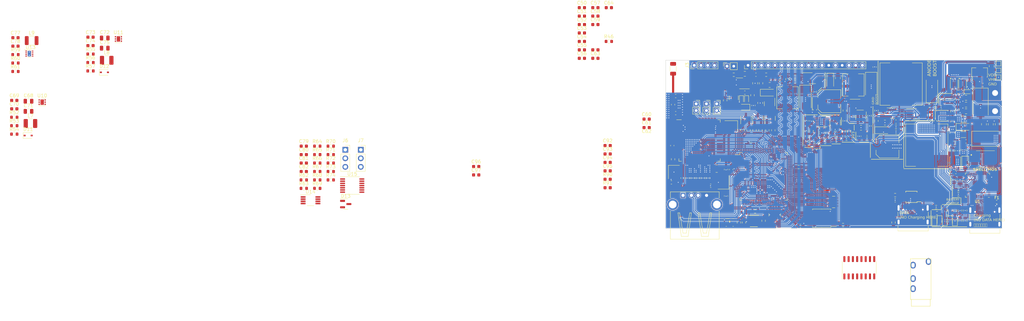
<source format=kicad_pcb>
(kicad_pcb (version 20221018) (generator pcbnew)
  (layers (0 "F.Cu" signal) (31 "B.Cu" signal) (34 "B.Paste" user) (35 "F.Paste" user) (36 "B.SilkS" user "B.Silkscreen") (37 "F.SilkS" user "F.Silkscreen") (38 "B.Mask" user) (39 "F.Mask" user) (44 "Edge.Cuts" user))
  (net 0 "")
  (net 1 "Net-(AE1-A)")
  (net 2 "GND")
  (net 3 "Net-(U1-NTC)")
  (net 4 "/VB_S")
  (net 5 "Net-(U1-VCCIO)")
  (net 6 "Net-(U1-VCC5V)")
  (net 7 "Net-(U1-CSN1)")
  (net 8 "Net-(C9-Pad2)")
  (net 9 "Net-(D6-A2)")
  (net 10 "+BATT")
  (net 11 "Net-(U1-CSN2)")
  (net 12 "Net-(C12-Pad2)")
  (net 13 "Net-(D7-A2)")
  (net 14 "Net-(D8-A)")
  (net 15 "/HLED")
  (net 16 "/BAT_MODE")
  (net 17 "Net-(U3-EN{slash}SS)")
  (net 18 "Net-(U3-COMP)")
  (net 19 "Net-(C26-Pad2)")
  (net 20 "Net-(U3-BOOT)")
  (net 21 "Net-(Q6A-S)")
  (net 22 "Net-(U3-BP)")
  (net 23 "Net-(C29-Pad1)")
  (net 24 "/3V3_FB")
  (net 25 "+3V3")
  (net 26 "Net-(U4-COMP)")
  (net 27 "Net-(C34-Pad1)")
  (net 28 "/ISEN_60")
  (net 29 "PRI_LO")
  (net 30 "Net-(C37-Pad1)")
  (net 31 "Net-(U5-COMP)")
  (net 32 "/ISEN_90")
  (net 33 "PRI_HI")
  (net 34 "Net-(U7-VIN_LDO)")
  (net 35 "Net-(U7-ANT)")
  (net 36 "Net-(U7-XTAL_IN)")
  (net 37 "Net-(U6-VCAP_1)")
  (net 38 "Net-(U6-VCAP_2)")
  (net 39 "Net-(U6-NRST)")
  (net 40 "Net-(U6-PH0)")
  (net 41 "Net-(U6-PH1)")
  (net 42 "Net-(C69-Pad1)")
  (net 43 "GNDA")
  (net 44 "VDDA")
  (net 45 "Net-(C74-Pad1)")
  (net 46 "+5V")
  (net 47 "Net-(C83-Pad1)")
  (net 48 "Net-(U16-COMP)")
  (net 49 "/ISEN_15")
  (net 50 "+15V")
  (net 51 "Net-(D16-K)")
  (net 52 "Net-(D15-K)")
  (net 53 "Net-(D16-A)")
  (net 54 "Net-(D1-A)")
  (net 55 "/LED3")
  (net 56 "Net-(D2-A)")
  (net 57 "Net-(D4-A)")
  (net 58 "Net-(D8-K)")
  (net 59 "Net-(D9-A)")
  (net 60 "Net-(D10-A)")
  (net 61 "/15VSW")
  (net 62 "/30VSW")
  (net 63 "VS")
  (net 64 "Net-(D14-A)")
  (net 65 "VBUS")
  (net 66 "/CC1")
  (net 67 "/DP")
  (net 68 "/DN")
  (net 69 "/CC2")
  (net 70 "Net-(F1-Pad1)")
  (net 73 "Net-(J4-Pin_5)")
  (net 74 "Net-(J4-Pin_6)")
  (net 75 "Net-(J4-Pin_7)")
  (net 76 "Net-(J4-Pin_8)")
  (net 77 "Net-(J4-Pin_9)")
  (net 82 "Net-(J4-Pin_17)")
  (net 84 "/D-")
  (net 85 "/D+")
  (net 86 "/L+")
  (net 87 "/L-")
  (net 88 "/R+")
  (net 89 "/R-")
  (net 90 "Net-(J8-Pin_1)")
  (net 91 "Net-(J8-Pin_2)")
  (net 92 "Net-(J9-Pin_1)")
  (net 93 "Net-(J9-Pin_2)")
  (net 94 "Net-(J10-Pin_1)")
  (net 95 "Net-(J10-Pin_2)")
  (net 96 "+12V")
  (net 97 "Net-(U7-VIN_LDO_OUT)")
  (net 98 "Net-(U13-SW)")
  (net 99 "Net-(Q1-G)")
  (net 100 "Net-(Q2A-S)")
  (net 101 "Net-(Q2A-G)")
  (net 102 "Net-(Q2B-G)")
  (net 103 "Net-(Q3A-S)")
  (net 104 "Net-(Q3A-G)")
  (net 105 "Net-(Q3B-G)")
  (net 106 "Net-(Q4A-D)")
  (net 107 "Net-(Q5A-D)")
  (net 108 "Net-(Q6A-G)")
  (net 109 "Net-(Q6B-G)")
  (net 110 "Net-(Q7-G)")
  (net 111 "Net-(Q7-S)")
  (net 112 "Net-(Q8-G)")
  (net 113 "Net-(Q8-S)")
  (net 114 "/LR")
  (net 115 "/LG")
  (net 116 "/LB")
  (net 117 "Net-(Q12-G)")
  (net 118 "Net-(Q12-S)")
  (net 119 "Net-(U1-LED1)")
  (net 120 "Net-(U1-LED2)")
  (net 121 "Net-(U1-VSET)")
  (net 122 "Net-(U1-ISET)")
  (net 123 "Net-(U1-BAT_NUM)")
  (net 124 "Net-(U1-FCAP)")
  (net 125 "/3v3_PG")
  (net 126 "Net-(U4-FA{slash}SD)")
  (net 127 "/FB_60")
  (net 128 "Net-(U5-FA{slash}SD)")
  (net 129 "/FB_90")
  (net 130 "/WL_D0")
  (net 131 "/WL_D1")
  (net 132 "/WL_CMD")
  (net 133 "/WL_D3")
  (net 134 "/WL_D2")
  (net 135 "Net-(U7-XTAL_OUT)")
  (net 136 "/HUM_SCK")
  (net 137 "/HUM_SDA")
  (net 138 "Net-(U6-BOOT0)")
  (net 139 "/OPT_SDA")
  (net 140 "/OPT_SCL")
  (net 141 "Net-(R50-Pad2)")
  (net 142 "Net-(U10-COMP)")
  (net 143 "Net-(U10-FB)")
  (net 144 "Net-(U11-FB)")
  (net 145 "Net-(U11-COMP)")
  (net 146 "/FLASH_CS")
  (net 147 "Net-(U13-FB)")
  (net 148 "Net-(U13-PG)")
  (net 149 "Net-(U14B--)")
  (net 150 "Net-(U15A--)")
  (net 151 "Net-(U15B-+)")
  (net 152 "/REF_B")
  (net 153 "Net-(U15B--)")
  (net 154 "/R")
  (net 155 "Net-(U15C--)")
  (net 156 "/L")
  (net 157 "Net-(U15C-+)")
  (net 158 "Net-(R75-Pad1)")
  (net 159 "Net-(R77-Pad1)")
  (net 160 "Net-(R79-Pad1)")
  (net 161 "Net-(U16-FA{slash}SD)")
  (net 162 "/FB_15")
  (net 163 "Net-(U17-FB)")
  (net 164 "/VFD_RST")
  (net 165 "/VFD_DATA")
  (net 166 "/VFD_CS")
  (net 167 "/VFD_CLK")
  (net 168 "/FLASH_IO2")
  (net 176 "/FLASH_IO3")
  (net 179 "/MIC_SD")
  (net 181 "/WL_CLK")
  (net 190 "/FLASH_IO0")
  (net 191 "/FLASH_IO1")
  (net 198 "/SWDIO")
  (net 199 "/SWCLK")
  (net 200 "/MIC_WS")
  (net 203 "/FLASH_SCK")
  (net 207 "/MIC_SCK")
  (net 215 "/WL_REG_ON")
  (net 216 "/WL_HOST_WAKE")
  (net 217 "/32.768kHz")
  (net 224 "Net-(U1-PCIN)")
  (net 225 "Net-(U1-PCON)")
  (net 239 "Net-(C48-Pad1)")
  (net 240 "Net-(U18-CP)")
  (net 241 "Net-(U18-CN)")
  (net 242 "Net-(U18-NEG)")
  (net 243 "Net-(U18-VREG)")
  (net 244 "Net-(U18-MUTE_B)")
  (net 245 "Net-(RN2A-R1.1)")
  (net 246 "Net-(RN2B-R2.1)")
  (net 247 "Net-(RN2C-R3.1)")
  (net 248 "/AUX_MCK")
  (net 249 "/AUX_I2S_CK")
  (net 250 "/AUX_I2S_WS")
  (net 251 "/AUX_I2S_SD")
  (net 252 "/AUX_L")
  (net 253 "/AUX_R")
  (net 255 "Net-(U19-V3)")
  (net 256 "/VBS")
  (net 257 "Net-(J15-CC1)")
  (net 259 "Net-(J15-CC2)")
  (net 261 "Net-(U6-PA9)")
  (net 262 "Net-(U19-RXD)")
  (net 263 "Net-(U6-PA10)")
  (net 264 "Net-(U19-TXD)")
  (net 268 "/UD+")
  (net 269 "/UD-")
  (net 273 "Net-(RN2D-R4.1)")
  (footprint "Capacitor_SMD:C_0603_1608Metric" (layer "F.Cu") (at 35.56 54.072)
    (fp_text reference "C61")
    (fp_text value "2.2uF")
  )
  (footprint "Resistor_SMD:R_0603_1608Metric" (layer "F.Cu") (at 108.966 82.296 90)
    (fp_text reference "R94" hide)
    (fp_text value "5K1")
  )
  (footprint "Capacitor_SMD:C_0603_1608Metric" (layer "F.Cu") (at 68.072 38.354)
    (fp_text reference "C67" hide)
    (fp_text value "104/25V")
  )
  (footprint "Capacitor_SMD:C_0603_1608Metric" (layer "F.Cu") (at 85.598 48.768 90)
    (fp_text reference "C87" hide)
    (fp_text value "100nF")
  )
  (footprint "Footprints:TRRS-PJ-320A" (layer "F.Cu") (at 117.094 105.1885 180)
    (fp_text reference "J14" hide)
    (fp_text value "AudioJack3_Ground")
  )
  (footprint "Resistor_SMD:R_0603_1608Metric" (layer "F.Cu") (at 84.582 55.118 90)
    (fp_text reference "R19" hide)
    (fp_text value "2K55")
  )
  (footprint "Resistor_SMD:R_0603_1608Metric" (layer "F.Cu") (at -58.3855 59.602)
    (fp_text reference "R70")
    (fp_text value "20K")
  )
  (footprint "Resistor_SMD:R_0603_1608Metric" (layer "F.Cu") (at -58.3855 62.112)
    (fp_text reference "R71")
    (fp_text value "10K")
  )
  (footprint "Capacitor_SMD:C_0603_1608Metric" (layer "F.Cu") (at 135.573 41.402)
    (fp_text reference "C18" hide)
    (fp_text value "2.2uF")
  )
  (footprint "Resistor_SMD:R_0603_1608Metric" (layer "F.Cu") (at -58.3855 64.622)
    (fp_text reference "R72")
    (fp_text value "10K")
  )
  (footprint "Inductor_SMD:L_6.3x6.3_H3" (layer "F.Cu") (at 77.47 45.212 -90)
    (fp_text reference "L10" hide)
    (fp_text value "FNR6045S150MT")
  )
  (footprint "Resistor_SMD:R_0805_2012Metric" (layer "F.Cu") (at 96.52 50.8 -90)
    (fp_text reference "R27" hide)
    (fp_text value "100")
  )
  (footprint "Footprints:QFN-44_12x12_Pitch0.9mm" (layer "F.Cu") (at 51.308 57.912)
    (fp_text reference "U7" hide)
    (fp_text value "AP6181")
  )
  (footprint "Resistor_SMD:R_0603_1608Metric" (layer "F.Cu") (at 123.444 45.72 -90)
    (fp_text reference "R17" hide)
    (fp_text value "10K")
  )
  (footprint "Resistor_SMD:R_0603_1608Metric" (layer "F.Cu") (at 94.996 57.404)
    (fp_text reference "R23" hide)
    (fp_text value "2K23")
  )
  (footprint "Package_SO:VSSOP-8_3.0x3.0mm_P0.65mm" (layer "F.Cu") (at 84.836 39.37)
    (fp_text reference "U16" hide)
    (fp_text value "LM3478")
  )
  (footprint "Inductor_SMD:L_1210_3225Metric" (layer "F.Cu") (at -125.025 34.06)
    (fp_text reference "L8")
    (fp_text value "CBC3225T220KR")
  )
  (footprint "Footprints:PDFN3333-8" (layer "F.Cu") (at 127.325 64.515 180)
    (fp_text reference "Q2" hide)
    (fp_text value "ASDM30DN40E")
  )
  (footprint "Resistor_SMD:R_0603_1608Metric" (layer "F.Cu") (at -62.3955 64.622)
    (fp_text reference "R66")
    (fp_text value "10K")
  )
  (footprint "Resistor_SMD:R_0603_1608Metric" (layer "F.Cu") (at 83.82 58.928)
    (fp_text reference "R24" hide)
    (fp_text value "100K")
  )
  (footprint "Capacitor_Tantalum_SMD:CP_EIA-7343-30_AVX-N" (layer "F.Cu") (at 136.652 57.404)
    (fp_text reference "C2" hide)
    (fp_text value "100uF")
  )
  (footprint "Resistor_SMD:R_0603_1608Metric" (layer "F.Cu") (at 128.778 78.74 -90)
    (fp_text reference "R5" hide)
    (fp_text value "10K")
  )
  (footprint "Resistor_SMD:R_0603_1608Metric" (layer "F.Cu") (at -152.155 32.366)
    (fp_text reference "R59")
    (fp_text value "953K")
  )
  (footprint "Capacitor_SMD:C_0603_1608Metric" (layer "F.Cu") (at 23.961 61.921)
    (fp_text reference "C93")
    (fp_text value "1uF")
  )
  (footprint "Diode_SMD:D_0603_1608Metric" (layer "F.Cu") (at 127.254 81.788 90)
    (fp_text reference "D1" hide)
    (fp_text value "FAST")
  )
  (footprint "Resistor_SMD:R_0603_1608Metric" (layer "F.Cu") (at 65.852 54.86875 90)
    (fp_text reference "R75" hide)
    (fp_text value "1M")
  )
  (footprint "Diode_SMD:D_0603_1608Metric" (layer "F.Cu") (at 122.682 81.788 -90)
    (fp_text reference "D3" hide)
    (fp_text value "50%")
  )
  (footprint "Capacitor_SMD:C_0603_1608Metric" (layer "F.Cu") (at 44.196 44.704 180)
    (fp_text reference "C46" hide)
    (fp_text value "0")
  )
  (footprint "Resistor_SMD:R_0603_1608Metric" (layer "F.Cu") (at 109.728 53.848 180)
    (fp_text reference "R31" hide)
    (fp_text value "1M65")
  )
  (footprint "Resistor_SMD:R_0805_2012Metric" (layer "F.Cu") (at 138.176 35.814 -90)
    (fp_text reference "R50" hide)
    (fp_text value "10")
  )
  (footprint "Footprints:TYPE-C-31-M-31" (layer "F.Cu") (at 136.142 80.43 180)
    (fp_text reference "J1" hide)
    (fp_text value "USB_C_Receptacle_USB2.0" hide)
  )
  (footprint "Capacitor_SMD:C_0603_1608Metric" (layer "F.Cu") (at 23.961 69.451)
    (fp_text reference "R90")
    (fp_text value "100K")
  )
  (footprint "Package_SO:MSOP-10_3x3mm_P0.5mm" (layer "F.Cu") (at 114.3 74.676 180)
    (fp_text reference "U19" hide)
    (fp_text value "CH340E")
  )
  (footprint "Diode_SMD:D_SOD-323" (layer "F.Cu") (at -148.379 56.436)
    (fp_text reference "D11")
    (fp_text value "CUS10S30")
  )
  (footprint "Capacitor_SMD:C_0603_1608Metric" (layer "F.Cu") (at 44.196 49.784 180)
    (fp_text reference "C45" hide)
    (fp_text value "0")
  )
  (footprint "Capacitor_SMD:C_0603_1608Metric" (layer "F.Cu") (at 128.016 45.72 -90)
    (fp_text reference "C20" hide)
    (fp_text value "100nF")
  )
  (footprint "Package_DFN_QFN:QFN-48-1EP_7x7mm_P0.5mm_EP5.3x5.3mm" (layer "F.Cu") (at 133.96 71.222 180)
    (fp_text reference "U1")
    (fp_text value "IP2368")
  )
  (footprint "Resistor_SMD:R_0603_1608Metric" (layer "F.Cu") (at 101.854 50.546 -90)
    (fp_text reference "R26" hide)
    (fp_text value "12K1")
  )
  (footprint "Connector_PinSocket_2.00mm:PinSocket_1x02_P2.00mm_Vertical" (layer "F.Cu") (at 59.468 35.814 90)
    (fp_text reference "J11" hide)
    (fp_text value "Conn_01x02_Male")
  )
  (footprint "Resistor_SMD:R_0603_1608Metric" (layer "F.Cu") (at 73.218 54.86875 90)
    (fp_text reference "R80" hide)
    (fp_text value "1M")
  )
  (footprint "Capacitor_SMD:C_0805_2012Metric" (layer "F.Cu") (at 64.77 38.1)
    (fp_text reference "C89" hide)
    (fp_text value "100uF")
  )
  (footprint "Connector_PinHeader_2.00mm:PinHeader_1x18_P2.00mm_Vertical" (layer "F.Cu") (at 65.72 35.56 90)
    (fp_text reference "J4" hide)
    (fp_text value "VFD_SIG")
  )
  (footprint "Resistor_SMD:R_0603_1608Metric" (layer "F.Cu") (at 121.666 77.724 180)
    (fp_text reference "R95" hide)
    (fp_text value "5K1")
  )
  (footprint "Resistor_SMD:R_0805_2012Metric" (layer "F.Cu") (at 69.342 46.736 -90)
    (fp_text reference "R84" hide)
    (fp_text value "75m")
  )
  (footprint "Oscillator:Oscillator_SMD_Abracon_ASE-4Pin_3.2x2.5mm" (layer "F.Cu") (at 60.706 53.594 180)
    (fp_text reference "X1" hide)
    (fp_text value "SX1M32.768KM10F30TNN")
  )
  (footprint "Resistor_SMD:R_0603_1608Metric" (layer "F.Cu") (at 67.63 54.86875 90)
    (fp_text reference "R77" hide)
    (fp_text value "10K")
  )
  (footprint "Diode_SMD:D_SOD-123" (layer "F.Cu") (at 71.628 43.688)
    (fp_text reference "D14" hide)
    (fp_text value "LBAT46T1G")
  )
  (footprint "Capacitor_SMD:C_0603_1608Metric" (layer "F.Cu") (at -152.509 48.496)
    (fp_text reference "C70")
    (fp_text value "1uF")
  )
  (footprint "Capacitor_SMD:C_0603_1608Metric" (layer "F.Cu") (at 20.311 30.958)
    (fp_text reference "C62")
    (fp_text value "10nF")
  )
  (footprint "Package_TO_SOT_SMD:SOT-23" (layer "F.Cu") (at 108.712 49.784)
    (fp_text reference "Q8" hide)
    (fp_text value "FS5N10S")
  )
  (footprint "Capacitor_SMD:C_0603_1608Metric" (layer "F.Cu") (at 20.311 18.408)
    (fp_text reference "C57")
    (fp_text value "10nF")
  )
  (footprint "Resistor_SMD:R_0603_1608Metric" (layer "F.Cu") (at 69.408 54.86875 90)
    (fp_text reference "R78" hide)
    (fp_text value "1M")
  )
  (footprint "Capacitor_SMD:C_0603_1608Metric" (layer "F.Cu") (at -152.509 45.986)
    (fp_text reference "C69")
    (fp_text value "47nF")
  )
  (footprint "Crystal:Crystal_SMD_3225-4Pin_3.2x2.5mm" (layer "F.Cu") (at 58.42 70.358 90)
    (fp_text reference "Y2" hide)
    (fp_text value "24M")
  )
  (footprint "Diode_SMD:D_0603_1608Metric" (layer "F.Cu") (at 121.158 81.788 90)
    (fp_text reference "D2" hide)
    (fp_text value "25%")
  )
  (footprint "Resistor_SMD:R_0603_1608Metric" (layer "F.Cu") (at -62.3955 72.152)
    (fp_text reference "R69")
    (fp_text value "20K")
  )
  (footprint "Resistor_SMD:R_0603_1608Metric" (layer "F.Cu") (at 71.12 38.354)
    (fp_text reference "R48" hide)
    (fp_text value "100K")
  )
  (footprint "Resistor_SMD:R_0603_1608Metric" (layer "F.Cu") (at 77.47 39.687 90)
    (fp_text reference "R81" hide)
    (fp_text value "20K")
  )
  (footprint "Capacitor_SMD:C_0603_1608Metric" (layer "F.Cu") (at 127.254 58.674)
    (fp_text reference "C11" hide)
    (fp_text value "1uF")
  )
  (footprint "Connector_PinHeader_2.00mm:PinHeader_1x04_P2.00mm_Vertical" (layer "F.Cu") (at 49.72 35.56 90)
    (fp_text reference "J3")
    (fp_text value "FILAMENT+")
  )
  (footprint "Inductor_SMD:L_12x12mm_H8mm" (layer "F.Cu") (at 118.872 59.312 90)
    (fp_text reference "L1" hide)
    (fp_text value "10uH")
  )
  (footprint "Resistor_SMD:R_0603_1608Metric" (layer "F.Cu") (at 124.968 79.502 180)
    (fp_text reference "R4" hide)
    (fp_text value "100")
  )
  (footprint "Capacitor_SMD:C_0603_1608Metric" (layer "F.Cu") (at 109.474 75.692 180)
    (fp_text reference "C98" hide)
    (fp_text value "3.3nF")
  )
  (footprint "Package_SO:TSSOP-14_4.4x5mm_P0.65mm" (layer "F.Cu") (at -52.0055 71.322)
    (fp_text reference "U15")
    (fp_text value "LM324")
  )
  (footprint "Resistor_SMD:R_0603_1608Metric" (layer "F.Cu") (at 94.488 49.022 90)
    (fp_text reference "R29" hide)
    (fp_text value "464K")
  )
  (footprint "Capacitor_SMD:C_0805_2012Metric" (layer "F.Cu") (at 135.89 53.086 90)
    (fp_text reference "C5" hide)
    (fp_text value "22uF")
  )
  (footprint "Resistor_SMD:R_0603_1608Metric" (layer "F.Cu") (at 58.928 45.974 -90)
    (fp_text reference "R87" hide)
    (fp_text value "14K")
  )
  (footprint "Resistor_SMD:R_0603_1608Metric" (layer "F.Cu") (at 95.758 55.118 90)
    (fp_text reference "R22" hide)
    (fp_text value "10K")
  )
  (footprint "Resistor_SMD:R_1206_3216Metric" (layer "F.Cu") (at 129.794 56.134)
    (fp_text reference "R9" hide)
    (fp_text value "0.005")
  )
  (footprint "Crystal:Crystal_SMD_3225-4Pin_3.2x2.5mm" (layer "F.Cu") (at 43.688 67.31 -90)
    (fp_text reference "Y1" hide)
    (fp_text value "WTL3M45404LZ")
  )
  (footprint "Resistor_SMD:R_0603_1608Metric" (layer "F.Cu") (at -58.3855 67.132)
    (fp_text reference "R73")
    (fp_text value "20K")
  )
  (footprint "Connector_Wire:SolderWire-1sqmm_1x02_P5.4mm_D1.4mm_OD2.7mm" (layer "F.Cu") (at 139.192 49.182 90)
    (fp_text reference "J2" hide)
    (fp_text value "BATT")
  )
  (footprint "Capacitor_SMD:C_0603_1608Metric" (layer "F.Cu") (at 75.184 39.116 180)
    (fp_text reference "C86" hide)
    (fp_text value "10pF")
  )
  (footprint "Capacitor_SMD:C_0603_1608Metric" (layer "F.Cu") (at 83.058 55.118 -90)
    (fp_text reference "C26" hide)
    (fp_text value "4.7nF")
  )
  (footprint "Footprints:DFN-6L-2EP-2x2" (layer "F.Cu") (at 129.563 41.148)
    (fp_text reference "Q4" hide)
    (fp_text value "HSCB2903")
  )
  (footprint "Capacitor_SMD:C_0603_1608Metric" (layer "F.Cu") (at 42.926 70.358)
    (fp_text reference "C47" hide)
    (fp_text value "22pF")
  )
  (footprint "Resistor_SMD:R_0603_1608Metric" (layer "F.Cu") (at 24.321 28.448)
    (fp_text reference "R46")
    (fp_text value "100K")
  )
  (footprint "Capacitor_SMD:C_0603_1608Metric" (layer "F.Cu") (at 64.77 43.688 180)
    (fp_text reference "C90" hide)
    (fp_text value "100nF")
  )
  (footprint "Resistor_SMD:R_0603_1608Metric" (layer "F.Cu") (at 94.488 52.07 90)
    (fp_text reference "R30" hide)
    (fp_text value "10K")
  )
  (footprint "Capacitor_SMD:C_0805_2012Metric" (layer "F.Cu") (at 67.818 40.894 90)
    (fp_text reference "C88" hide)
    (fp_text value "22uF")
  )
  (footprint "Capacitor_SMD:C_0805_2012Metric" (layer "F.Cu") (at 137.922 53.086 90)
    (fp_text reference "C4" hide)
    (fp_text value "22uF")
  )
  (footprint "Resistor_SMD:R_0603_1608Metric" (layer "F.Cu") (at 121.92 79.502 180)
    (fp_text reference "R3" hide)
    (fp_text value "100")
  )
  (footprint "Capacitor_SMD:C_0805_2012Metric" (layer "F.Cu") (at 130.556 45.212 180)
    (fp_text reference "C17" hide)
    (fp_text value "22uF")
  )
  (footprint "Package_SO:SOIC-8_5.23x5.23mm_P1.27mm" (layer "F.Cu") (at 87.63 81.026 180)
    (fp_text reference "U12" hide)
    (fp_text value "W25Q128JVS")
  )
  (footprint "Resistor_SMD:R_0603_1608Metric" (layer "F.Cu") (at 47.752 69.088 90)
    (fp_text reference "R41" hide)
    (fp_text value "20K")
  )
  (footprint "Connector_PinSocket_2.54mm:PinSocket_1x03_P2.54mm_Vertical" (layer "F.Cu") (at -49.4555 60.672)
    (fp_text reference "J7")
    (fp_text value "Conn_01x03_Socket")
  )
  (footprint "Footprints:FCI_87520-0010BLF" (layer "F.Cu") (at 49.88 76.95)
    (fp_text reference "J5" hide)
    (fp_text value "USB_A")
  )
  (footprint "Capacitor_SMD:C_0805_2012Metric" (layer "F.Cu") (at 130.556 49.238 180)
    (fp_text reference "C15" hide)
    (fp_text value "22uF")
  )
  (footprint "Capacitor_SMD:C_0603_1608Metric" (layer "F.Cu") (at -152.155 29.856)
    (fp_text reference "C78")
    (fp_text value "22uF")
  )
  (footprint "Connector_PinSocket_2.00mm:PinSocket_1x02_P2.00mm_Vertical" (layer "F.Cu") (at 53.34 47.006)
    (fp_text reference "J9" hide)
    (fp_text value "Conn_01x02_Pin")
  )
  (footprint "Resistor_SMD:R_0603_1608Metric" (layer "F.Cu") (at 101.092 57.404 180)
    (fp_text reference "R25" hide)
    (fp_text value "562K")
  )
  (footprint "Diode_SMD:D_0603_1608Metric" (layer "F.Cu") (at 125.73 81.788 -90)
    (fp_text reference "D5" hide)
    (fp_text value "FUL")
  )
  (footprint "Capacitor_SMD:C_0603_1608Metric" (layer "F.Cu") (at 54.61 71.374)
    (fp_text reference "C65" hide)
    (fp_text value "??")
  )
  (footprint "Diode_SMD:D_SOD-523" (layer "F.Cu") (at 65.278 45.72 -90)
    (fp_text reference "D16" hide)
    (fp_text value "1V/200mA")
  )
  (footprint "Resistor_SMD:R_0603_1608Metric" (layer "F.Cu") (at 67.056 44.45 -90)
    (fp_text reference "R89" hide)
    (fp_text value "4K02")
  )
  (footprint "Resistor_SMD:R_0603_1608Metric" (layer "F.Cu") (at 49.276 69.088 90)
    (fp_text reference "R40" hide)
    (fp_text value "20K")
  )
  (footprint "Capacitor_SMD:C_0805_2012Metric" (layer "F.Cu") (at -125.605 27.44)
    (fp_text reference "C72")
    (fp_text value "10uF")
  )
  (footprint "Capacitor_SMD:C_0603_1608Metric" (layer "F.Cu") (at 16.301 28.448)
    (fp_text reference "C54")
    (fp_text value "100nF")
  )
  (footprint "Resistor_SMD:R_0805_2012Metric" (layer "F.Cu") (at 105.664 49.784 -90)
    (fp_text reference "R33" hide)
    (fp_text value "100")
  )
  (footprint "Resistor_SMD:R_0603_1608Metric" (layer "F.Cu") (at -152.509 51.006)
    (fp_text reference "R52")
    (fp_text value "15K4")
  )
  (footprint "Footprints:PDFN3333-8" (layer "F.Cu") (at 123.444 50.546 90)
    (fp_text reference "Q3" hide)
    (fp_text value "ASDM30DN40E")
  )
  (footprint "Resistor_SMD:R_1210_3225Metric" (layer "F.Cu") (at -147.345 28.196)
    (fp_text reference "L9")
    (fp_text value " DFE322512F-2R2M=P2")
  )
  (footprint "Capacitor_SMD:C_0603_1608Metric" (layer "F.Cu") (at 83.058 52.07 -90)
    (fp_text reference "C25" hide)
    (fp_text value "100pF")
  )
  (footprint "Diode_SMD:D_SOD-523" (layer "F.Cu") (at 63.754 45.72 -90)
    (fp_text reference "D15" hide)
    (fp_text value "1V/200mA")
  )
  (footprint "Capacitor_SMD:C_0603_1608Metric" (layer "F.Cu") (at 111.506 49.784 90)
    (fp_text reference "C38" hide)
    (fp_text value "8.2pF")
  )
  (footprint "Diode_SMD:D_SOD-323" (layer "F.Cu") (at -125.705 37.64)
    (fp_text reference "D12")
    (fp_text value "CUS10S30")
  )
  (footprint "Inductor_SMD:L_1210_3225Metric" (layer "F.Cu") (at -147.699 52.856)
    (fp_text reference "L7")
    (fp_text value "CBC3225T220KR")
  )
  (footprint "Capacitor_SMD:C_0603_1608Metric" (layer "F.Cu") (at 16.301 30.958)
    (fp_text reference "C55")
    (fp_text value "100nF")
  )
  (footprint "Capacitor_SMD:CP_Elec_6.3x5.9" (layer "F.Cu") (at 107.188 59.69)
    (fp_text reference "C42" hide)
    (fp_text value "22uF")
  )
  (footprint "Capacitor_SMD:C_0805_2012Metric" (layer "F.Cu") (at 88.646 58.166 180)
    (fp_text reference "C30" hide)
    (fp_text value "22uF")
  )
  (footprint "Resistor_SMD:R_0603_1608Metric" (layer "F.Cu") (at 85.598 43.434 -90)
    (fp_text reference "R82" hide)
    (fp_text value "12K1")
  )
  (footprint "Capacitor_SMD:C_0603_1608Metric" (layer "F.Cu") (at 43.18 59.423 -90)
    (fp_text reference "C49" hide)
    (fp_text value "4.7uF")
  )
  (footprint "Package_TO_SOT_SMD:SOT-89-3" (layer "F.Cu") (at 134.581 37.974 90)
    (fp_text reference "U2" hide)
    (fp_text value "78L05_SOT23")
  )
  (footprint "Capacitor_SMD:C_0603_1608Metric" (layer "F.Cu") (at 35.56 51.562)
    (fp_text reference "C60")
    (fp_text value "2.2uF")
  )
  (footprint "Resistor_SMD:R_0603_1608Metric" (layer "F.Cu") (at 109.474 74.168)
    (fp_text reference "R93" hide)
    (fp_text value "1K")
  )
  (footprint "Package_SO:SO-16_3.9x9.9mm_P1.27mm" (layer "F.Cu") (at 98.806 95.758 90)
    (fp_text reference "U18" hide)
    (fp_text value "ES9023")
  )
  (footprint "Capacitor_SMD:C_0603_1608Metric" (layer "F.Cu") (at 109.728 55.372)
    (fp_text reference "C40" hide)
    (fp_text value "10pF")
  )
  (footprint "Diode_SMD:D_SOD-523" (layer "F.Cu") (at 131.064 43.434)
    (fp_text reference "D8" hide)
    (fp_text value "1SS355WT T4")
  )
  (footprint "Resistor_SMD:R_0805_2012Metric" (layer "F.Cu") (at 99.314 54.102)
    (fp_text reference "R28" hide)
    (fp_text value "150m")
  )
  (footprint "Footprints:TYPE-C-31-M-31" (layer "F.Cu") (at 114.808 79.772 180)
    (fp_text reference "J15" hide)
    (fp_text value "USB_C_Receptacle_USB2.0" hide)
  )
  (footprint "Capacitor_SMD:C_0603_1608Metric" (layer "F.Cu") (at 67.31 47.498 90)
    (fp_text reference "C91" hide)
    (fp_text value "100nF")
  )
  (footprint "Inductor_SMD:L_1210_3225Metric" (layer "F.Cu") (at 61.468 45.212 -90)
    (fp_text reference "L11" hide)
    (fp_text value "CBC3225T220KR")
  )
  (footprint "Resistor_SMD:R_0603_1608Metric" (layer "F.Cu") (at 128.778 81.788 -90)
    (fp_text reference "R6" hide)
    (fp_text value "25K")
  )
  (footprint "Capacitor_SMD:C_0603_1608Metric" (layer "F.Cu") (at 59.182 74.422 90)
    (fp_text reference "C66" hide)
    (fp_text value "??")
  )
  (footprint "Capacitor_SMD:C_0603_1608Metric" (layer "F.Cu") (at 101.092 55.88)
    (fp_text reference "C34" hide)
    (fp_text value "47pF")
  )
  (footprint "Capacitor_SMD:C_0805_2012Metric" (layer "F.Cu") (at -148.279 49.246)
    (fp_text reference "C71")
    (fp_text value "22uF")
  )
  (footprint "Capacitor_SMD:C_0805_2012Metric" (layer "F.Cu") (at -125.605 30.45)
    (fp_text reference "C75")
    (fp_text value "15uF")
  )
  (footprint "Capacitor_SMD:C_0603_1608Metric" (layer "F.Cu") (at 119.634 47.498)
    (fp_text reference "C41" hide)
    (fp_text value "100nF")
  )
  (footprint "Package_SON:WSON-8-1EP_2x2mm_P0.5mm_EP0.9x1.6mm_ThermalVias" (layer "F.Cu") (at -148.025 32.076)
    (fp_text reference "U13")
    (fp_text value "TPS62170DSG")
  )
  (footprint "Package_TO_SOT_SMD:SOT-23" (layer "F.Cu") (at 72.268 51.31275 90)
    (fp_text reference "Q11" hide)
    (fp_text value "AO3400A")
  )
  (footprint "Resistor_SMD:R_0603_1608Metric" (layer "F.Cu") (at -62.3955 62.112)
    (fp_text reference "R65")
    (fp_text value "10K")
  )
  (footprint "Capacitor_Tantalum_SMD:CP_EIA-6032-28_Kemet-C" (layer "F.Cu") (at 82.804 45.212 -90)
    (fp_text reference "C85" hide)
    (fp_text value "68uF")
  )
  (footprint "Package_QFP:LQFP-100_14x14mm_P0.5mm" (layer "F.Cu") (at 70.358 68.58)
    (fp_text reference "U6" hide)
    (fp_text value "STM32F446VETx")
  )
  (footprint "Diode_SMD:D_0603_1608Metric" (layer "F.Cu") (at 124.206 81.788 90)
    (fp_text reference "D4" hide)
    (fp_text value "75%")
  )
  (footprint "Capacitor_SMD:C_0603_1608Metric" (layer "F.Cu") (at 81.28 83.312 180)
    (fp_text reference "C76" hide)
    (fp_text value "100nF")
  )
  (footprint "Resistor_SMD:R_0805_2012Metric" (layer "F.Cu") (at 72.136 41.402 180)
    (fp_text reference "R83" hide)
    (fp_text value "100")
  )
  (footprint "Diode_SMD:D_SOD-123" (layer "F.Cu") (at 105.664 54.864)
    (fp_text reference "D10" hide)
    (fp_text value "LBAT46T1G")
  )
  (footprint "Resistor_SMD:R_0603_1608Metric" (layer "F.Cu") (at 71.44 54.86875 90)
    (fp_text reference "R79" hide)
    (fp_text value "10K")
  )
  (footprint "Capacitor_SMD:C_0603_1608Metric" (layer "F.Cu") (at 132.525 41.402 180)
    (fp_text reference "C19" hide)
    (fp_text value "2.2uF")
  )
  (footprint "Resistor_SMD:R_0603_1608Metric" (layer "F.Cu") (at 64.074 54.86875 90)
    (fp_text reference "R76" hide)
    (fp_text value "10K")
  )
  (footprint "Diode_SMD:D_SOD-123F" (layer "F.Cu") (at 130.302 64.77 -90)
    (fp_text reference "D6" hide)
    (fp_text value "SMF30A")
  )
  (footprint "Capacitor_SMD:C_0603_1608Metric" (layer "F.Cu") (at 84.582 52.07 90)
    (fp_text reference "C24" hide)
    (fp_text value "3.3nF")
  )
  (footprint "Capacitor_Tantalum_SMD:CP_EIA-7343-30_AVX-N" (layer "F.Cu") (at 134.874 46.736 -90)
    (fp_text reference "C14" hide)
    (fp_text value "100uF")
  )
  (footprint "Resistor_SMD:R_0603_1608Metric" (layer "F.Cu") (at 70.358 81.788 90)
    (fp_text reference "R43" hide)
    (fp_text value "10K")
  )
  (footprint "Package_TO_SOT_SMD:SOT-23" (layer "F.Cu") (at 72.136 46.99 -90)
    (fp_text reference "Q12" hide)
    (fp_text value "FS5N10S")
  )
  (footprint "Capacitor_SMD:C_0603_1608Metric" (layer "F.Cu") (at -66.4055 64.622)
    (fp_text reference "C81")
    (fp_text value "100nF")
  )
  (footprint "Capacitor_SMD:C_0603_1608Metric" (layer "F.Cu") (at 126.492 52.324 90)
    (fp_text reference "C13" hide)
    (fp_text value "100nF")
  )
  (footprint "Resistor_SMD:R_0603_1608Metric" (layer "F.Cu") (at 69.596 40.894 -90)
    (fp_text reference "R85" hide)
    (fp_text value "11K")
  )
  (footprint "Capacitor_SMD:C_0805_2012Metric" (layer "F.Cu") (at 128.778 69.85 90)
    (fp_text reference "C6" hide)
    (fp_text value "2.2uF")
  )
  (footprint "Capacitor_SMD:C_0603_1608Metric" (layer "F.Cu") (at 20.311 33.468)
    (fp_text reference "C63")
    (fp_text value "1uF")
  )
  (footprint "Connector_PinSocket_2.54mm:PinSocket_1x03_P2.54mm_Vertical" (layer "F.Cu") (at -54.0555 60.672)
    (fp_text reference "J6")
    (fp_text value "Conn_01x03_Socket")
  )
  (footprint "Resistor_SMD:R_0603_1608Metric" (layer "F.Cu") (at -62.3955 59.602)
    (fp_text reference "R64")
    (fp_text value "10K")
  )
  (footprint "Capacitor_SMD:C_0603_1608Metric" (layer "F.Cu") (at 86.868 54.864 180)
    (fp_text reference "C22" hide)
    (fp_text value "10uF")
  )
  (footprint "Capacitor_SMD:C_0603_1608Metric" (layer "F.Cu") (at 103.378 36.068 -90)
    (fp_text reference "C32" hide)
    (fp_text value "100nF")
  )
  (footprint "Footprints:OPT3001DNPR" (layer "F.Cu") (at 60.263999 82.296)
    (fp_text reference "U9" hide)
    (fp_text value "OPT3001DNPR" hide)
  )
  (footprint "Package_SON:Texas_PWSON-N6" (layer "F.Cu") (at 67.434 81.854)
    (fp_text reference "U8" hide)
    (fp_text value "HDC1080")
  )
  (footprint "Resistor_SMD:R_0603_1608Metric" (layer "F.Cu") (at 52.324 69.088 90)
    (fp_text reference "R37" hide)
    (fp_text value "20K")
  )
  (footprint "Package_SON:WSON-6-1EP_2x2mm_P0.65mm_EP1x1.6mm" (layer "F.Cu") (at -121.535 27.71)
    (fp_text reference "U11")
    (fp_text value "TPS61170")
  )
  (footprint "Capacitor_SMD:C_0603_1608Metric" (layer "F.Cu") (at 79.756 40.449)
    (fp_text reference "C84" hide)
    (fp_text value "4pF")
  )
  (footprint "Resistor_SMD:R_0603_1608Metric" (layer "F.Cu") (at 50.8 69.088 90)
    (fp_text reference "R39" hide)
    (fp_text value "20K")
  )
  (footprint "TestPoint:TestPoint_Pad_1.0x1.0mm" (layer "F.Cu") (at 140.208 39.116)
    (fp_text reference "TP3" hide)
    (fp_text value "GND")
  )
  (footprint "Capacitor_SMD:C_0603_1608Metric" (layer "F.Cu") (at 16.301 25.938)
    (fp_text reference "C53")
    (fp_text value "100nF")
  )
  (footprint "Package_SO:VSSOP-8_3.0x3.0mm_P0.65mm" (layer "F.Cu") (at 63.16 40.935 180)
    (fp_text reference "U17" hide)
    (fp_text value "LM2738")
  )
  (footprint "Resistor_SMD:R_0603_1608Metric" (layer "F.Cu") (at -152.155 37.386)
    (fp_text reference "R61")
    (fp_text value "100K")
  )
  (footprint "Capacitor_SMD:C_0603_1608Metric" (layer "F.Cu") (at 23.961 64.431)
    (fp_text reference "C94")
    (fp_text value "1uF")
  )
  (footprint "Capacitor_SMD:C_0603_1608Metric" (layer "F.Cu") (at 60.706 66.548 90)
    (fp_text reference "C44" hide)
    (fp_text value "4.7uF")
  )
  (footprint "Capacitor_SMD:C_0603_1608Metric" (layer "F.Cu") (at 127.508 67.31 180)
    (fp_text reference "C10" hide)
    (fp_text value "100nF")
  )
  (footprint "Capacitor_SMD:C_0603_1608Metric" (layer "F.Cu") (at 126.492 45.72 -90)
    (fp_text reference "C21" hide)
    (fp_text value "100nF")
  )
  (footprint "Resistor_SMD:R_0805_2012Metric" (layer "F.Cu") (at 92.456 39.37 90)
    (fp_text reference "R51" hide)
    (fp_text value "10")
  )
  (footprint "Capacitor_SMD:C_0603_1608Metric" (layer "F.Cu") (at 23.961 71.961)
    (fp_text reference "R91")
    (fp_text value "100K")
  )
  (footprint "Resistor_SMD:R_0603_1608Metric" (layer "F.Cu") (at -152.509 56.026)
    (fp_text reference "R54")
    (fp_text value "10K5")
  )
  (footprint "Resistor_SMD:R_0603_1608Metric" (layer "F.Cu") (at 43.434 63.5 -90)
    (fp_text reference "R42" hide)
    (fp_text value "221")
  )
  (footprint "Footprints:L_0806_2016Metric" (layer "F.Cu") (at 91.694 55.88)
    (fp_text reference "L2" hide)
    (fp_text value "MPL2016S4R7MHT")
  )
  (footprint "Capacitor_SMD:C_0603_1608Metric" (layer "F.Cu") (at 79.743 38.925)
    (fp_text reference "C83" hide)
    (fp_text value "2.2nF")
  )
  (footprint "Capacitor_SMD:C_0603_1608Metric" (layer "F.Cu") (at 91.948 57.912)
    (fp_text reference "C29" hide)
    (fp_text value "1.2nF")
  )
  (footprint "Resistor_SMD:R_0805_2012Metric" (layer "F.Cu") (at 126.492 55.626 -90)
    (fp_text reference "R13" hide)
    (fp_text value "10")
  )
  (footprint "Capacitor_SMD:C_0603_1608Metric" (layer "F.Cu") (at -15.13 68.156)
    (fp_text reference "C97")
    (fp_text value "4.7uF")
  )
  (footprint "Capacitor_SMD:C_0805_2012Metric" (layer "F.Cu") (at 130.556 47.244 180)
    (fp_text reference "C16" hide)
    (fp_text value "22uF")
  )
  (footprint "Resistor_SMD:R_0603_1608Metric" (layer "F.Cu") (at -129.835 32.21)
    (fp_text reference "R55")
    (fp_text value "243K")
  )
  (footprint "Resistor_SMD:R_0603_1608Metric" (layer "F.Cu") (at 128.27 72.39 180)
    (fp_text reference "R7" hide)
    (fp_text value "9.1K")
  )
  (footprint "Resistor_SMD:R_0603_1608Metric" (layer "F.Cu") (at 103.886 52.07 -90)
    (fp_text reference "R35" hide)
    (fp_text value "1.4M")
  )
  (footprint "Capacitor_SMD:C_0603_1608Metric" (layer "F.Cu") (at 20.311 23.428)
    (fp_text reference "C59")
    (fp_text value "1uF")
  )
  (footprint "Capacitor_SMD:C_0805_2012Metric" (layer "F.Cu") (at 139.954 53.086 90)
    (fp_text reference "C3" hide)
    (fp_text value "22uF")
  )
  (footprint "Capacitor_Tantalum_SMD:CP_EIA-6032-28_Kemet-C" (layer "F.Cu") (at 102.362 41.402 -90)
    (fp_text reference "C31" hide)
    (fp_text value "68uF")
  )
  (footprint "Capacitor_SMD:C_0603_1608Metric" (layer "F.Cu") (at 46.228 69.088 -90)
    (fp_text reference "C48" hide)
    (fp_text value "22pF")
  )
  (footprint "Capacitor_SMD:C_0603_1608Metric" (layer "F.Cu") (at 20.311 20.918)
    (fp_text reference "C58")
    (fp_text value "10uF")
  )
  (footprint "Capacitor_SMD:C_0603_1608Metric" (layer "F.Cu") (at -15.13 65.646)
    (fp_text reference "C96")
    (fp_text value "4.7uF")
  )
  (footprint "Resistor_SMD:R_0603_1608Metric" (layer "F.Cu") (at 64.516 82.296 -90)
    (fp_text reference "R49" hide)
    (fp_text value "10K")
  )
  (footprint "Resistor_SMD:R_0603_1608Metric" (layer "F.Cu") (at 93.98 83.058 180)
    (fp_text reference "R58" hide)
    (fp_text value "10K")
  )
  (footprint "Resistor_SMD:R_0603_1608Metric" (layer "F.Cu") (at -129.835 34.72)
    (fp_text reference "R56")
    (fp_text value "23K7")
  )
  (footprint "Package_TO_SOT_SMD:SOT-23" (layer "F.Cu") (at -53.9355 76.822)
    (fp_text reference "D13")
    (fp_text value "ADR5040")
  )
  (footprint "Resistor_SMD:R_0603_1608Metric" (layer "F.Cu") (at -62.3955 67.132)
    (fp_text reference "R67")
    (fp_text value "10K")
  )
  (footprint "Resistor_SMD:R_0603_1608Metric" (layer "F.Cu") (at 103.886 49.022 -90)
    (fp_text reference "R36" hide)
    (fp_text value "20K")
  )
  (footprint "Diode_SMD:D_SOD-123" (layer "F.Cu") (at 90.17 40.132 -90)
    (fp_text reference "D9" hide)
    (fp_text value "LBAT46T1G")
  )
  (footprint "Capacitor_SMD:C_0603_1608Metric" (layer "F.Cu") (at -129.835 29.7)
    (fp_text reference "C74")
    (fp_text value "68nF")
  )
  (footprint "Package_SO:VSSOP-8_3.0x3.0mm_P0.65mm" (layer "F.Cu") (at 99.06 47.244)
    (fp_text reference "U4" hide)
    (fp_text value "LM3478")
  )
  (footprint "Resistor_SMD:R_0603_1608Metric" (layer "F.Cu") (at 128.27 73.914 180)
    (fp_text reference "R8" hide)
    (fp_text value "3.5K")
  )
  (footprint "Resistor_SMD:R_0603_1608Metric" (layer "F.Cu") (at 61.468 38.354 180)
    (fp_text reference "R88" hide)
    (fp_text value "1K")
  )
  (footprint "Resistor_SMD:R_0603_1608Metric" (layer "F.Cu") (at 66.548 58.928)
    (fp_text reference "R45" hide)
    (fp_text value "100K")
  )
  (footprint "TestPoint:TestPoint_Pad_1.0x1.0mm" (layer "F.Cu") (at 140.208 35.05)
    (fp_text reference "TP1" hide)
    (fp_text value "VDD")
  )
  (footprint "Resistor_SMD:R_0603_1608Metric" (layer "F.Cu") (at 124.968 45.72 90)
    (fp_text reference "R18" hide)
    (fp_text value "1M")
  )
  (footprint "Capacitor_SMD:C_0603_1608Metric" (layer "F.Cu") (at 16.301 20.918)
    (fp_text reference "C51")
    (fp_text value "100nF")
  )
  (footprint "Inductor_SMD:L_6.3x6.3_H3" (layer "F.Cu") (at 97.028 41.402 -90)
    (fp_text reference "L3" hide)
    (fp_text value "FNR6045S121MT")
  )
  (footprint "Resistor_SMD:R_0603_1608Metric" (layer "F.Cu") (at 130.302 78.74 90)
    (fp_text reference "TH1" hide)
    (fp_text value "10K")
  )
  (footprint "Resistor_SMD:R_0603_1608Metric" (layer "F.Cu") (at 130.302 81.788 90)
    (fp_text reference "C1" hide)
    (fp_text value "100nF")
  )
  (footprint "Capacitor_SMD:C_0603_1608Metric" (layer "F.Cu") (at 128.016 60.947 90)
    (fp_text reference "C9" hide)
    (fp_text value "2.2nF")
  )
  (footprint "Capacitor_SMD:CP_Elec_6.3x5.9" (layer "F.Cu") (at 89.916 46.228)
    (fp_text reference "C36" hide)
    (fp_text value "22uF")
  )
  (footprint "Capacitor_SMD:C_0603_1608Metric" (layer "F.Cu") (at 23.961 59.411)
    (fp_text reference "C92")
    (fp_text value "1uF")
  )
  (footprint "Package_TO_SOT_SMD:SOT-23" (layer "F.Cu") (at 99.314 51.054 -90)
    (fp_text reference "Q7" hide)
    (fp_text value "FS5N10S")
  )
  (footprint "Resistor_SMD:R_0805_2012Metric" (layer "F.Cu") (at 106.426 52.578)
    (fp_text reference "R34" hide)
    (fp_text value "150m")
  )
  (footprint "Resistor_SMD:R_0603_1608Metric" (layer "F.Cu") (at 67.818 78.994 180)
    (fp_text reference "R44" hide)
    (fp_text value "10K")
  )
  (footprint "Capacitor_SMD:C_0603_1608Metric" (layer "F.Cu") (at 16.301 23.428)
    (fp_text reference "C52")
    (fp_text value "100nF")
  )
  (footprint "Resistor_SMD:R_1206_3216Metric_Pad1.30x1.75mm_HandSolder" (layer "F.Cu") (at 129.794 51.562)
    (fp_text reference "R12" hide)
    (fp_text value "0.005")
  )
  (footprint "Capacitor_SMD:C_0603_1608Metric" (layer "F.Cu") (at 24.321 18.408)
    (fp_text reference "C64")
    (fp_text value "1uF")
  )
  (footprint "Resistor_SMD:R_0603_1608Metric" (layer "F.Cu") (at 94.234 55.118 90)
    (fp_text reference "R21" hide)
    (fp_text value "221")
  )
  (footprint "Diode_SMD:D_SOD-123F" (layer "F.Cu") (at 129.794 53.848)
    (fp_text reference "D7" hide)
    (fp_text value "SMF30A")
  )
  (footprint "Resistor_SMD:R_0603_1608Metric" (layer "F.Cu") (at 126.492 49.276 90)
    (fp_text reference "R14" hide)
    (fp_text value "2")
  )
  (footprint "Resistor_SMD:R_0603_1608Metric" (layer "F.Cu") (at -62.3955 69.642)
    (fp_text reference "R68")
    (fp_text value "10K")
  )
  (footprint "Capacitor_SMD:C_0603_1608Metric" (layer "F.Cu") (at 86.868 56.388 180)
    (fp_text reference "C23" hide)
    (fp_text value "1uF")
  )
  (footprint "Capacitor_SMD:C_0603_1608Metric" (layer "F.Cu") (at 98.806 56.642 90)
    (fp_text reference "C35" hide)
    (fp_text value "10pF")
  )
  (footprint "Resistor_SMD:R_0603_1608Metric" (layer "F.Cu") (at -152.509 53.516)
    (fp_text reference "R53")
    (fp_text value "118K")
  )
  (footprint "Diode_SMD:D_SOD-323" (layer "F.Cu") (at 64.77 48.006 180)
    (fp_text reference "D17" hide)
    (fp_text value "MMSZ5230BS")
  )
  (footprint "Resistor_SMD:R_Array_Concave_4x0603" (layer "F.Cu") (at 91.186 76.2 180)
    (fp_text reference "RN2" hide)
    (fp_text value "22")
  )
  (footprint "Resistor_SMD:R_0603_1608Metric" (layer "F.Cu") (at 124.968 77.978 180)
    (fp_text reference "R2" hide)
    (fp_text value "510K")
  )
  (footprint "Package_DFN_QFN:DFN-10-1EP_3x3mm_P0.5mm_EP1.65x2.38mm" (layer "F.Cu") (at 87.72 52.237)
    (fp_text reference "U3" hide)
    (fp_text value "TPS40305")
  )
  (footprint "Resistor_SMD:R_0603_1608Metric" (layer "F.Cu") (at -129.835 37.23)
    (fp_text reference "R57")
    (fp_text value "10K5")
  )
  (footprint "Capacitor_SMD:C_0603_1608Metric" (layer "F.Cu") (at -66.4055 67.132)
    (fp_text reference "C82")
    (fp_text value "100nF")
  )
  (footprint "Capacitor_Tantalum_SMD:CP_EIA-6032-28_Kemet-C" (layer "F.Cu") (at 120.396 42.926 90)
    (fp_text reference "C39" hide)
    (fp_text value "68uF")
  )
  (footprint "Inductor_SMD:L_1008_2520Metric" (layer "F.Cu") (at 56.388 66.294 180)
    (fp_text reference "L5" hide)
    (fp_text value "3.3uH")
  )
  (footprint "Resistor_SMD:R_0603_1608Metric" (layer "F.Cu") (at -152.155 34.876)
    (fp_text reference "R60")
    (fp_text value "180K")
  )
  (footprint "Resistor_SMD:R_0603_1608Metric" (layer "F.Cu") (at 80.772 65.786)
    (fp_text reference "R92" hide)
    (fp_text value "1K")
  )
  (footprint "Capacitor_SMD:C_0603_1608Metric" (layer "F.Cu") (at -66.4055 59.602)
    (fp_text reference "C79")
    (fp_text value "100nF")
  )
  (footprint "Inductor_SMD:L_0603_1608Metric" (layer "F.Cu") (at 43.434 47.244 90)
    (fp_text reference "L6" hide)
    (fp_text value "0")
  )
  (footprint "Capacitor_SMD:C_0603_1608Metric" (layer "F.Cu") (at 83.82 57.404)
    (fp_text reference "C27" hide)
    (fp_text value "100nF")
  )
  (footprint "Capacitor_SMD:C_0603_1608Metric" (layer "F.Cu") (at 59.182 66.548 90)
    (fp_text reference "C43" hide)
    (fp_text value "4.7uF")
  )
  (footprint "Capacitor_SMD:C_0603_1608Metric" (layer "F.Cu") (at 123.19 48.006)
    (fp_text reference "C12" hide)
    (fp_text value "2.2nF")
  )
  (footprint "TestPoint:TestPoint_Pad_1.0x1.0mm" (layer "F.Cu") (at 140.208 37.084)
    (fp_text reference "TP2" hide)
    (fp_text value "V^{anode}")
  )
  (footprint "Package_TO_SOT_SMD:SOT-23-6" (layer "F.Cu") (at 91.628 52.578 90)
    (fp_text reference "Q6" hide)
    (fp_text value "AP6800")
  )
  (footprint "Package_SO:VSSOP-8_3.0x3.0mm_P0.65mm" (layer "F.Cu") (at 115.824 50.038)
    (fp_text reference "U5" hide)
    (fp_text value "LM3478")
  )
  (footprint "Resistor_SMD:R_0603_1608Metric" (layer "F.Cu") (at 128.27 43.434)
    (fp_text reference "R15" hide)
    (fp_text value "10K")
  )
  (footprint "Capacitor_SMD:C_0603_1608Metric" (layer "F.Cu") (at 89.154 55.626 -90)
    (fp_text reference "C28" hide)
    (fp_text value "220nF")
  )
  (footprint "Resistor_SMD:R_0603_1608Metric" (layer "F.Cu") (at 75.184 40.64)
    (fp_text reference "R86" hide)
    (fp_text value "1K")
  )
  (footprint "Package_SON:WSON-6-1EP_2x2mm_P0.65mm_EP1x1.6mm" (layer "F.Cu") (at -144.209 46.506)
    (fp_text reference "U10")
    (fp_text value "TPS61170")
  )
  (footprint "Connector_PinSocket_2.00mm:PinSocket_1x02_P2.00mm_Vertical" (layer "F.Cu") (at 56.388 47.006)
    (fp_text reference "J10" hide)
    (fp_text value "Conn_01x02_Pin")
  )
  (footprint "Capacitor_SMD:C_0603_1608Metric" (layer "F.Cu") (at -129.835 27.19)
    (fp_text reference "C73")
    (fp_text value "1uF")
  )
  (footprint "Resistor_SMD:R_0603_1608Metric" (layer "F.Cu") (at 53.848 69.088 90)
    (fp_text reference "R38" hide)
    (fp_text value "20K")
  )
  (footprint "Resistor_SMD:R_Array_Concave_4x0603" (layer "F.Cu") (at 73.66 80.01 90)
    (fp_text reference "RN1" hide)
    (fp_text value "200")
  )
  (footprint "Package_TO_SOT_SMD:SOT-23" (layer "F.Cu") (at 65.09 51.31275 90)
    (fp_text reference "Q9" hide)
    (fp_text value "AO3400A")
  )
  (footprint "Resistor_SMD:R_0603_1608Metric" (layer "F.Cu") (at 86.106 58.674 90)
    (fp_text reference "R20" hide)
    (fp_text value "1K47")
  )
  (footprint "Capacitor_SMD:C_0805_2012Metric" (layer "F.Cu") (at -148.279 46.236)
    (fp_text reference "C68")
    (fp_text value "15uF")
  )
  (footprint "Capacitor_SMD:C_0603_1608Metric" (layer "F.Cu") (at -66.4055 62.112)
    (fp_text reference "C80")
    (fp_text value "100nF")
  )
  (footprint "Resistor_SMD:R_0603_1608Metric" (layer "F.Cu") (at -66.4055 69.642)
    (fp_text reference "R62")
    (fp_text value "10K")
  )
  (footprint "Package_TO_SOT_SMD:SOT-23" (layer "F.Cu") (at 68.646 51.31275 90)
    (fp_text reference "Q10" hide)
    (fp_text value "AO3400A")
  )
  (footprint "Resistor_SMD:R_0603_1608Metric" (layer "F.Cu") (at -66.4055 72.152)
    (fp_text reference "R63")
    (fp_text value "10K")
  )
  (footprint "Resistor_SMD:R_0603_1608Metric" (layer "F.Cu") (at -58.3855 69.642)
    (fp_text reference "R74")
    (fp_text value "20K")
  )
  (footprint "Capacitor_SMD:C_0603_1608Metric" (layer "F.Cu") (at 23.961 66.941)
    (fp_text reference "C95")
    (fp_text value "10uF")
  )
  (footprint "Package_SO:VSSOP-8_3.0x3.0mm_P0.65mm" (layer "F.Cu") (at -64.4055 75.682)
    (fp_text reference "U14")
    (fp_text value "LM358")
  )
  (footprint "Capacitor_SMD:C_0603_1608Metric" (layer "F.Cu") (at 16.301 18.408)
    (fp_text reference "C50")
    (fp_text value "100nF")
  )
  (footprint "Resistor_SMD:R_0603_1608Metric" (layer "F.Cu") (at 126.492 60.96 90)
    (fp_text reference "R11" hide)
    (fp_text value "2")
  )
  (footprint "Resistor_SMD:R_1206_3216Metric" (layer "F.Cu") (at 43.434 36.576 90)
    (fp_text reference "AE1" hide)
    (fp_text value "ANT3216LL00R2400A")
  )
  (footprint "Resistor_SMD:R_0603_1608Metric" (layer "F.Cu") (at 127.254 78.74 90)
    (fp_text reference "R1" hide)
    (fp_text value "100")
  )
  (footprint "Resistor_SMD:R_0603_1608Metric" (layer "F.Cu") (at 120.142 50.292 -90)
    (fp_text reference "R32" hide)
    (fp_text value "12K1")
  )
  (footprint "Capacitor_SMD:C_0603_1608Metric" (layer "F.Cu") (at -152.155 27.346)
    (fp_text reference "C77")
    (fp_text value "10uF")
  )
  (footprint "Capacitor_SMD:C_0603_1608Metric" (layer "F.Cu") (at 127 69.596 -90)
    (fp_text reference "C7" hide)
    (fp_text value "2.2uF")
  )
  (footprint "Capacitor_SMD:C_0603_1608Metric" (layer "F.Cu") (at 109.728 52.324)
    (fp_text reference "C37" hide)
    (fp_text value "39pF")
  )
  (footprint "Capacitor_SMD:C_0603_1608Metric" (layer "F.Cu") (at 101.854 53.594 90)
    (fp_text reference "C33" hide)
    (fp_text value "47pF")
  )
  (footprint "Footprints:IRL7486MTRPbF" (layer "F.Cu") (at 136.319 63.412)
    (fp_text reference "Q1" hide)
    (fp_text value "IRL7486MTRPBF" hide)
  )
  (footprint "Resistor_SMD:R_0603_1608Metric" (layer "F.Cu") (at 62.992 82.296 90)
    (fp_text reference "R47" hide)
    (fp_text value "10K")
  )
  (footprint "Footprints:DFN-6L-2EP-2x2" (layer "F.Cu") (at 127 41.148)
    (fp_text reference "Q5" hide)
    (fp_text value "HSCB2903")
  )
  (footprint "Inductor_SMD:L_12x12mm_H8mm" (layer "F.Cu") (at 111.252 41.148 -90)
    (fp_text reference "L4" hide)
    (fp_text value "YPRH1207-151M")
  )
  (footprint "Fuse:Fuse_0603_1608Metric" (layer "F.Cu") (at 139.662 76.2)
    (fp_text reference "F1")
    (fp_text value "F0603SB8000V032TM")
  )
  (footprint "Resistor_SMD:R_0603_1608Metric" (layer "F.Cu") (at 128.016 48.768 90)
    (fp_text reference "R16" hide)
    (fp_text value "1M")
  )
  (footprint "Connector_PinSocket_2.00mm:PinSocket_1x02_P2.00mm_Vertical" (layer "F.Cu") (at 50.292 47.006)
    (fp_text reference "J8" hide)
    (fp_text value "Conn_01x02_Pin")
  )
  (footprint "Capacitor_SMD:C_0603_1608Metric" (layer "F.Cu") (at 16.301 33.468)
    (fp_text reference "C56")
    (fp_text value "100nF")
  )
  (footprint "Capacitor_SMD:C_0603_1608Metric" (layer "F.Cu") (at 130.556 58.166 180)
    (fp_text reference "C8" hide)
    (fp_text value "1uF")
  )
  (footprint "Resistor_SMD:R_0805_2012Metric" (layer "F.Cu") (at 129.794 60.706 90)
    (fp_text reference "R10" hide)
    (fp_text value "10")
  )
  (gr_line (start 90.678 58.928) (end 93.218 58.928) (stroke (width 0.15)) (layer "F.SilkS"))
  (gr_line (start 129.032 74.93) (end 129.032 76.708) (stroke (width 0.15)) (layer "F.SilkS"))
  (gr_line (start 97.79 55.372) (end 97.79 57.912) (stroke (width 0.15)) (layer "F.SilkS"))
  (gr_line (start 84.836 45.085) (end 84.836 48.895) (stroke (width 0.15)) (layer "F.SilkS"))
  (gr_line (start 93.472 51.054) (end 93.472 53.34) (stroke (width 0.15)) (layer "F.SilkS"))
  (gr_line (start 88.646 37.719) (end 88.646 42.418) (stroke (width 0.15)) (layer "F.SilkS"))
  (gr_line (start 86.614 49.53) (end 87.376 50.292) (stroke (width 0.15)) (layer "F.SilkS"))
  (gr_line (start 104.394 34.29) (end 104.394 47.244) (stroke (width 0.15)) (layer "F.SilkS"))
  (gr_line (start 120.396 78.486) (end 123.19 78.486) (stroke (width 0.15)) (layer "F.SilkS"))
  (gr_line (start 123.19 78.232) (end 123.19 77.216) (stroke (width 0.15)) (layer "F.SilkS"))
  (gr_line (start 128.778 74.93) (end 126.492 74.93) (stroke (width 0.15)) (layer "F.SilkS"))
  (gr_line (start 82.55 59.944) (end 85.09 59.944) (stroke (width 0.15)) (layer "F.SilkS"))
  (gr_line (start 123.444 76.962) (end 128.778 76.962) (stroke (width 0.15)) (layer "F.SilkS"))
  (gr_line (start 85.598 60.452) (end 86.614 60.452) (stroke (width 0.15)) (layer "F.SilkS"))
  (gr_line (start 102.87 58.42) (end 102.87 47.752) (stroke (width 0.15)) (layer "F.SilkS"))
  (gr_line (start 120.142 83.312) (end 120.142 78.74) (stroke (width 0.15)) (layer "F.SilkS"))
  (gr_line (start 102.108 62.992) (end 102.108 58.674) (stroke (width 0.15)) (layer "F.SilkS"))
  (gr_line (start 122.428 44.196) (end 122.428 46.99) (stroke (width 0.15)) (layer "F.SilkS"))
  (gr_line (start 86.36 50.292) (end 82.55 50.292) (stroke (width 0.15)) (layer "F.SilkS"))
  (gr_line (start 125.984 71.12) (end 125.984 68.326) (stroke (width 0.15)) (layer "F.SilkS"))
  (gr_line (start 87.63 42.164) (end 86.614 43.18) (stroke (width 0.15)) (layer "F.SilkS"))
  (gr_line (start 112.014 66.04) (end 112.014 52.578) (stroke (width 0.15)) (layer "F.SilkS"))
  (gr_line (start 82.042 50.546) (end 82.042 59.436) (stroke (width 0.15)) (layer "F.SilkS"))
  (gr_line (start 93.726 58.42) (end 97.536 58.42) (stroke (width 0.15)) (layer "F.SilkS"))
  (gr_line (start 125.476 66.294) (end 112.014 66.294) (stroke (width 0.15)) (layer "F.SilkS"))
  (gr_line (start 87.376 50.292) (end 92.964 50.292) (stroke (width 0.15)) (layer "F.SilkS"))
  (gr_line (start 130.81 83.566) (end 120.396 83.566) (stroke (width 0.15)) (layer "F.SilkS"))
  (gr_line (start 125.73 68.072) (end 125.73 66.548) (stroke (width 0.15)) (layer "F.SilkS"))
  (gr_line (start 97.282 53.34) (end 97.282 54.864) (stroke (width 0.15)) (layer "F.SilkS"))
  (gr_line (start 121.412 47.498) (end 121.412 51.816) (stroke (width 0.15)) (layer "F.SilkS"))
  (gr_line (start 126.492 43.942) (end 122.428 43.942) (stroke (width 0.15)) (layer "F.SilkS"))
  (gr_line (start 126.492 74.422) (end 126.492 71.374) (stroke (width 0.15)) (layer "F.SilkS"))
  (gr_line (start 87.122 60.452) (end 87.122 59.436) (stroke (width 0.15)) (layer "F.SilkS"))
  (gr_line (start 111.76 63.5) (end 102.362 63.5) (stroke (width 0.15)) (layer "F.SilkS"))
  (gr_line (start 112.522 52.07) (end 121.158 52.07) (stroke (width 0.15)) (layer "F.SilkS"))
  (gr_line (start 95.758 52.832) (end 97.282 52.832) (stroke (width 0.15)) (layer "F.SilkS"))
  (gr_line (start 98.806 58.42) (end 101.6 58.42) (stroke (width 0.15)) (layer "F.SilkS"))
  (gr_line (start 87.376 59.436) (end 90.424 59.436) (stroke (width 0.15)) (layer "F.SilkS"))
  (gr_rect (start 41.224 34.036) (end 141.224 84.036) (stroke (width 0.1)) (fill none) (layer "Edge.Cuts"))
  (gr_text "3V3" (at 97.536 57.404 90) (layer "F.SilkS") (effects (font (size 0.8 0.8)) (justify left bottom)))
  (gr_text "VDD\nVHP\nGND" (at 137.16 41.656) (layer "F.SilkS") (effects (font (size 0.8 0.8)) (justify left bottom)))
  (gr_text "装不回去了吧" (at 132.842 83.566) (layer "F.SilkS") (effects (font (size 0.8 0.8)) (justify left bottom)))
  (gr_text "GRID\nBOOST" (at 104.394 47.244 90) (layer "F.SilkS") (effects (font (size 0.64 0.64)) (justify left bottom)))
  (gr_text "DATA\n(NO Charging HERE)" (at 110.744 81.28) (layer "F.SilkS") (effects (font (size 0.8 0.8)) (justify left bottom)))
  (gr_text "BATTERY\nCHARGE" (at 124.714 76.962) (layer "F.SilkS") (effects (font (size 0.64 0.64)) (justify left bottom)))
  (gr_text "Charging\n(NO DATA HERE)" (at 132.842 82.042) (layer "F.SilkS") (effects (font (size 0.8 0.8)) (justify left bottom)))
  (gr_text "SHELL MOS" (at 132.588 67.056) (layer "F.SilkS") (effects (font (size 0.8 0.8) (thickness 0.2) bold) (justify left bottom)))
  (gr_text "ANODE\nBOOST" (at 121.92 38.862 90) (layer "F.SilkS") (effects (font (size 1 1)) (justify left bottom)))
  (segment (start 43.434 38.0385) (end 43.434 46.4565) (width 0.635) (layer "F.Cu") (net 1))
  (segment (start 91.23 79.121) (end 90.297 79.121) (width 0.6096) (layer "F.Cu") (net 2))
  (segment (start 138.938 52.136) (end 139.954 52.136) (width 0.8128) (layer "F.Cu") (net 2))
  (segment (start 56.366 56.112) (end 57.322 56.112) (width 0.6096) (layer "F.Cu") (net 2))
  (segment (start 109.22 82.296) (end 110.338 82.296) (width 0.4064) (layer "F.Cu") (net 2))
  (segment (start 101.917 57.404) (end 101.092 57.404) (width 0.508) (layer "F.Cu") (net 2))
  (segment (start 110.754 78.232) (end 110.488 77.966) (width 0.3048) (layer "F.Cu") (net 2))
  (segment (start 135.89 52.136) (end 136.906 52.136) (width 0.8128) (layer "F.Cu") (net 2))
  (segment (start 82.055 82.791) (end 82.296 82.55) (width 0.6096) (layer "F.Cu") (net 2))
  (segment (start 87.843 40.345) (end 87.884 40.386) (width 0.4064) (layer "F.Cu") (net 2))
  (segment (start 130.556 64.262) (end 130.302 64.008) (width 0.4064) (layer "F.Cu") (net 2))
  (segment (start 129.606 47.244) (end 129.606 48.26) (width 0.6096) (layer "F.Cu") (net 2))
  (segment (start 126.492 46.495) (end 128.016 46.495) (width 0.6096) (layer "F.Cu") (net 2))
  (segment (start 106.01 56.3155) (end 106.01 56.25) (width 0.508) (layer "F.Cu") (net 2))
  (segment (start 140.208 39.116) (end 139.126 39.116) (width 0.8128) (layer "F.Cu") (net 2))
  (segment (start 87.643 56.388) (end 87.643 57.15) (width 0.6096) (layer "F.Cu") (net 2))
  (segment (start 134.581 41.109) (end 134.581 39.5365) (width 0.8128) (layer "F.Cu") (net 2))
  (segment (start 78.033 63.08) (end 77.231803 63.08) (width 0.3048) (layer "F.Cu") (net 2))
  (segment (start 57.404 70.358) (end 56.896 70.358) (width 0.508) (layer "F.Cu") (net 2))
  (segment (start 120.142 51.117) (end 120.142 50.578) (width 0.4064) (layer "F.Cu") (net 2))
  (segment (start 128.778 82.613) (end 128.778 81.788) (width 0.508) (layer "F.Cu") (net 2))
  (segment (start 120.142 51.117) (end 119.189 51.117) (width 0.4064) (layer "F.Cu") (net 2))
  (segment (start 121.666 48.514) (end 121.3396 48.8404) (width 0.3048) (layer "F.Cu") (net 2))
  (segment (start 134.874 49.8485) (end 134.874 47.498) (width 1.016) (layer "F.Cu") (net 2))
  (segment (start 66.294 38.354) (end 65.72 37.78) (width 0.6096) (layer "F.Cu") (net 2))
  (segment (start 135.89 52.136) (end 134.94 52.136) (width 0.8128) (layer "F.Cu") (net 2))
  (segment (start 94.488 46.228) (end 94.996 46.228) (width 0.8128) (layer "F.Cu") (net 2))
  (segment (start 128.913 39.743) (end 129.032 39.624) (width 0.3048) (layer "F.Cu") (net 2))
  (segment (start 56.25 57.012) (end 57.322 57.012) (width 0.6096) (layer "F.Cu") (net 2))
  (segment (start 65.278 72.39) (end 66.294 72.39) (width 0.3048) (layer "F.Cu") (net 2))
  (segment (start 77.533 40.449) (end 77.47 40.512) (width 0.4064) (layer "F.Cu") (net 2))
  (segment (start 82.804 46.228) (end 82.804 45.72) (width 0.508) (layer "F.Cu") (net 2))
  (segment (start 56.134 53.594) (end 56.0402 53.6878) (width 0.6096) (layer "F.Cu") (net 2))
  (segment (start 116.64 51.013) (end 114.867 51.013) (width 0.4064) (layer "F.Cu") (net 2))
  (segment (start 96.86 48.219) (end 97.749 48.219) (width 0.4064) (layer "F.Cu") (net 2))
  (segment (start 131.318 71.403201) (end 130.886799 70.972) (width 0.254) (layer "F.Cu") (net 2))
  (segment (start 131.899 59.255) (end 131.391 59.255) (width 0.508) (layer "F.Cu") (net 2))
  (segment (start 59.182 67.31) (end 59.182 66.6418) (width 0.6096) (layer "F.Cu") (net 2))
  (segment (start 127 66.338162) (end 126.829662 66.5085) (width 0.254) (layer "F.Cu") (net 2))
  (segment (start 132.942 77.316) (end 132.842 77.216) (width 0.508) (layer "F.Cu") (net 2))
  (segment (start 118.008 75.082) (end 118.008 77.399) (width 0.3048) (layer "F.Cu") (net 2))
  (segment (start 128.016 46.495) (end 128.778 46.495) (width 0.6096) (layer "F.Cu") (net 2))
  (segment (start 76.941803 63.37) (end 75.562 63.37) (width 0.3048) (layer "F.Cu") (net 2))
  (segment (start 130.302 64.008) (end 130.302 63.37) (width 0.4064) (layer "F.Cu") (net 2))
  (segment (start 102.362 41.91) (end 102.362 41.402) (width 1.016) (layer "F.Cu") (net 2))
  (segment (start 139.342 77.32) (end 139.7 76.962) (width 0.508) (layer "F.Cu") (net 2))
  (segment (start 131.318 64.77) (end 131.826 65.278) (width 0.4064) (layer "F.Cu") (net 2))
  (segment (start 120.499 50.221) (end 121.919 50.221) (width 0.4064) (layer "F.Cu") (net 2))
  (segment (start 46.228 70.104) (end 45.974 70.358) (width 0.6096) (layer "F.Cu") (net 2))
  (segment (start 76.834 40.512) (end 76.708 40.386) (width 0.4064) (layer "F.Cu") (net 2))
  (segment (start 116.64 51.013) (end 118.024 51.013) (width 0.4064) (layer "F.Cu") (net 2))
  (segment (start 129.606 46.228) (end 129.339 46.495) (width 0.6096) (layer "F.Cu") (net 2))
  (segment (start 63.1852 46.42) (end 63.1232 46.482) (width 0.4064) (layer "F.Cu") (net 2))
  (segment (start 43.701 70.358) (end 42.838 69.495) (width 0.6096) (layer "F.Cu") (net 2))
  (segment (start 83.058 51.295) (end 83.058 51.9632) (width 0.6096) (layer "F.Cu") (net 2))
  (segment (start 74.359 41.339) (end 74.422 41.402) (width 0.4064) (layer "F.Cu") (net 2))
  (segment (start 110.188671 51.45) (end 110.615 51.45) (width 0.3048) (layer "F.Cu") (net 2))
  (segment (start 57.57 71.458) (end 57.57 70.524) (width 0.508) (layer "F.Cu") (net 2))
  (segment (start 59.182 75.197) (end 59.182 74.478) (width 0.508) (layer "F.Cu") (net 2))
  (segment (start 129.606 45.212) (end 129.606 46.228) (width 0.6096) (layer "F.Cu") (net 2))
  (segment (start 57.322 53.412) (end 56.316 53.412) (width 0.6096) (layer "F.Cu") (net 2))
  (segment (start 130.919 41.402) (end 130.919 40.900988) (width 0.508) (layer "F.Cu") (net 2))
  (segment (start 42.838 68.16) (end 43.688 67.31) (width 0.6096) (layer "F.Cu") (net 2))
  (segment (start 106.35 58.36) (end 106.65 58.66) (width 0.508) (layer "F.Cu") (net 2))
  (segment (start 128.016 72.39) (end 128.27 72.644) (width 0.3048) (layer "F.Cu") (net 2))
  (segment (start 131.391 59.255) (end 131.318 59.182) (width 0.508) (layer "F.Cu") (net 2))
  (segment (start 130.81 64.262) (end 131.318 64.77) (width 0.4064) (layer "F.Cu") (net 2))
  (segment (start 108.916 83.071) (end 108.966 83.121) (width 0.4064) (layer "F.Cu") (net 2))
  (segment (start 88.379 56.388) (end 88.392 56.401) (width 0.6096) (layer "F.Cu") (net 2))
  (segment (start 124.968 46.545) (end 125.73 46.545) (width 0.6096) (layer "F.Cu") (net 2))
  (segment (start 76.708 39.37) (end 76.708 40.386) (width 0.254) (layer "F.Cu") (net 2))
  (segment (start 53.835 71.374) (end 54.554 71.374) (width 0.508) (layer "F.Cu") (net 2))
  (segment (start 59.27 69.508) (end 57.57 71.208) (width 0.508) (layer "F.Cu") (net 2))
  (segment (start 121.5102 50.221) (end 121.919 50.221) (width 0.3048) (layer "F.Cu") (net 2))
  (segment (start 77.231803 63.08) (end 76.941803 63.37) (width 0.3048) (layer "F.Cu") (net 2))
  (segment (start 60.96 41.26) (end 62.088 41.26) (width 0.4064) (layer "F.Cu") (net 2))
  (segment (start 103.378 35.293) (end 103.378 36.012) (width 0.508) (layer "F.Cu") (net 2))
  (segment (start 120.396 41.656) (end 120.396 42.164) (width 0.508) (layer "F.Cu") (net 2))
  (segment (start 87.696 59.116) (end 87.313 59.499) (width 0.6096) (layer "F.Cu") (net 2))
  (segment (start 87.643 56.388) (end 88.379 56.388) (width 0.6096) (layer "F.Cu") (net 2))
  (segment (start 111.506 50.559) (end 111.506 49.7892) (width 0.4064) (layer "F.Cu") (net 2))
  (segment (start 129.339 46.495) (end 128.778 46.495) (width 0.6096) (layer "F.Cu") (net 2))
  (segment (start 56.228 55.212) (end 56.0402 55.0242) (width 0.6096) (layer "F.Cu") (net 2))
  (segment (start 120.396 40.4635) (end 120.396 41.656) (width 0.508) (layer "F.Cu") (net 2))
  (segment (start 128.778 49.593) (end 129.251 49.593) (width 0.6096) (layer "F.Cu") (net 2))
  (segment (start 67.818 39.944) (end 67.818 40.894) (width 0.4064) (layer "F.Cu") (net 2))
  (segment (start 128.913 40.18) (end 128.913 39.743) (width 0.3048) (layer "F.Cu") (net 2))
  (segment (start 134.798 41.326) (end 134.581 41.109) (width 0.8128) (layer "F.Cu") (net 2))
  (segment (start 137.922 52.136) (end 138.938 52.136) (width 0.8128) (layer "F.Cu") (net 2))
  (segment (start 65.024 58.928) (end 65.723 58.928) (width 0.3048) (layer "F.Cu") (net 2))
  (segment (start 138.43 38.42) (end 135.1182 38.42) (width 0.8128) (layer "F.Cu") (net 2))
  (segment (start 127 70.371) (end 127 71.945) (width 0.3048) (layer "F.Cu") (net 2))
  (segment (start 56.0402 55.7862) (end 56.0402 56.388) (width 0.6096) (layer "F.Cu") (net 2))
  (segment (start 128.016 61.722) (end 128.016 60.96) (width 0.4064) (layer "F.Cu") (net 2))
  (segment (start 75.858 74.842) (end 75.692 74.676) (width 0.3048) (layer "F.Cu") (net 2))
  (segment (start 130.302 79.565) (end 130.302 78.74) (width 0.508) (layer "F.Cu") (net 2))
  (segment (start 131.75 42.088) (end 132.08 42.418) (width 0.508) (layer "F.Cu") (net 2))
  (segment (start 130.556 64.262) (end 131.318 65.024) (width 0.4064) (layer "F.Cu") (net 2))
  (segment (start 94.171 57.404) (end 94.996 57.404) (width 0.508) (layer "F.Cu") (net 2))
  (segment (start 118.008 77.399) (end 118.008 78.13) (width 0.3048) (layer "F.Cu") (net 2))
  (segment (start 131.572 39.116) (end 131.572 38.354) (width 0.508) (layer "F.Cu") (net 2))
  (segment (start 131.572 39.116) (end 131.572 38.862) (width 0.508) (layer "F.Cu") (net 2))
  (segment (start 83.058 54.343) (end 83.058 55.0112) (width 0.6096) (layer "F.Cu") (net 2))
  (segment (start 131.318 61.214) (end 131.318 61.722) (width 0.508) (layer "F.Cu") (net 2))
  (segment (start 46.99 54.61) (end 46.388 55.212) (width 0.6096) (layer "F.Cu") (net 2))
  (segment (start 131.826 65.278) (end 131.826 65.7128) (width 0.4064) (layer "F.Cu") (net 2))
  (segment (start 132.942 78.057) (end 132.942 77.316) (width 0.508) (layer "F.Cu") (net 2))
  (segment (start 62.088 41.26) (end 62.23 41.402) (width 0.4064) (layer "F.Cu") (net 2))
  (segment (start 127.445 73.914) (end 128.27 73.914) (width 0.3048) (layer "F.Cu") (net 2))
  (segment (start 102.1236 48.219) (end 102.3366 48.006) (width 0.4064) (layer "F.Cu") (net 2))
  (segment (start 60.706 67.323) (end 59.195 67.323) (width 0.6096) (layer "F.Cu") (net 2))
  (segment (start 42.838 68.41) (end 42.838 69.495) (width 0.6096) (layer "F.Cu") (net 2))
  (segment (start 62.148 39.96) (end 62.23 39.878) (width 0.4064) (layer "F.Cu") (net 2))
  (segment (start 75.959 39.116) (end 76.454 39.116) (width 0.254) (layer "F.Cu") (net 2))
  (segment (start 74.359 40.64) (end 74.359 41.339) (width 0.4064) (layer "F.Cu") (net 2))
  (segment (start 101.854 54.369) (end 101.854 53.5992) (width 0.4064) (layer "F.Cu") (net 2))
  (segment (start 84.582 52.845) (end 84.582 52.1768) (width 0.6096) (layer "F.Cu") (net 2))
  (segment (start 125.793 77.978) (end 124.968 77.978) (width 0.508) (layer "F.Cu") (net 2))
  (segment (start 131.572 40.247987) (end 131.572 39.116) (width 0.508) (layer "F.Cu") (net 2))
  (segment (start 97.749 48.219) (end 97.79 48.26) (width 0.4064) (layer "F.Cu") (net 2))
  (segment (start 46.482 53.412) (end 45.294 53.412) (width 0.6096) (layer "F.Cu") (net 2))
  (segment (start 136.906 52.136) (end 138.938 52.136) (width 0.8128) (layer "F.Cu") (net 2))
  (segment (start 119.085 51.013) (end 118.024 51.013) (width 0.4064) (layer "F.Cu") (net 2))
  (segment (start 63.72 46.454) (end 63.754 46.42) (width 0.4064) (layer "F.Cu") (net 2))
  (segment (start 62.293 39.815) (end 62.23 39.878) (width 0.4064) (layer "F.Cu") (net 2))
  (segment (start 89.154 56.401) (end 88.392 56.401) (width 0.6096) (layer "F.Cu") (net 2))
  (segment (start 139.342 78.057) (end 139.342 77.32) (width 0.508) (layer "F.Cu") (net 2))
  (segment (start 90.297 79.121) (end 90.17 78.994) (width 0.6096) (layer "F.Cu") (net 2))
  (segment (start 116.586 51.013) (end 116.64 51.013) (width 0.4064) (layer "F.Cu") (net 2))
  (segment (start 131.246527 42.482553) (end 130.919 42.155026) (width 0.508) (layer "F.Cu") (net 2))
  (segment (start 135.1182 38.42) (end 134.581 38.9572) (width 0.8128) (layer "F.Cu") (net 2))
  (segment (start 110.615 51.45) (end 111.506 50.559) (width 0.3048) (layer "F.Cu") (net 2))
  (segment (start 46.99 53.92) (end 46.482 53.412) (width 0.6096) (layer "F.Cu") (net 2))
  (segment (start 125.73 46.545) (end 126.442 46.545) (width 0.6096) (layer "F.Cu") (net 2))
  (segment (start 121.3396 50.0504) (end 121.5102 50.221) (width 0.3048) (layer "F.Cu") (net 2))
  (segment (start 130.919 40.900988) (end 131.375994 40.443994) (width 0.508) (layer "F.Cu") (net 2))
  (segment (start 128.394 53.848) (end 129.54 53.848) (width 0.508) (layer "F.Cu") (net 2))
  (segment (start 131.318 64.262) (end 131.318 65.024) (width 0.4064) (layer "F.Cu") (net 2))
  (segment (start 110.338 82.296) (end 110.488 82.146) (width 0.4064) (layer "F.Cu") (net 2))
  (segment (start 59.313998 82.951) (end 59.313998 82.55) (width 0.254) (layer "F.Cu") (net 2))
  (segment (start 106.01 58.02) (end 106.35 58.36) (width 0.508) (layer "F.Cu") (net 2))
  (segment (start 58.991 52.769) (end 58.348 53.412) (width 0.6096) (layer "F.Cu") (net 2))
  (segment (start 76.454 39.116) (end 76.708 39.37) (width 0.254) (layer "F.Cu") (net 2))
  (segment (start 87.643 56.388) (end 87.643 55.626) (width 0.6096) (layer "F.Cu") (net 2))
  (segment (start 131.899 59.255) (end 131.899 60.633) (width 0.508) (layer "F.Cu") (net 2))
  (segment (start 65.72 37.78) (end 65.72 35.56) (width 0.6096) (layer "F.Cu") (net 2))
  (segment (start 56.0402 54.61) (end 56.0402 55.372) (width 0.6096) (layer "F.Cu") (net 2))
  (segment (start 66.294 72.39) (end 66.802 71.882) (width 0.3048) (layer "F.Cu") (net 2))
  (segment (start 65.723 58.483) (end 65.723 58.928) (width 0.3048) (layer "F.Cu") (net 2))
  (segment (start 59.567998 82.296) (end 60.263999 82.296) (width 0.254) (layer "F.Cu") (net 2))
  (segment (start 129.664 63.37) (end 130.302 63.37) (width 0.4064) (layer "F.Cu") (net 2))
  (segment (start 108.966 82.55) (end 109.22 82.296) (width 0.4064) (layer "F.Cu") (net 2))
  (segment (start 121.3396 48.8404) (end 121.3396 50.0504) (width 0.3048) (layer "F.Cu") (net 2))
  (segment (start 108.699 75.692) (end 109.4725 75.692) (width 0.3048) (layer "F.Cu") (net 2))
  (segment (start 131.572 65.278) (end 131.826 65.278) (width 0.4064) (layer "F.Cu") (net 2))
  (segment (start 127 66.04) (end 127 66.338162) (width 0.254) (layer "F.Cu") (net 2))
  (segment (start 56.0402 56.8022) (end 56.0402 55.372) (width 0.6096) (layer "F.Cu") (net 2))
  (segment (start 109.474 55.372) (end 109.7228 55.372) (width 0.4064) (layer "F.Cu") (net 2))
  (segment (start 108.953 55.372) (end 109.474 55.372) (width 0.4064) (layer "F.Cu") (net 2))
  (segment (start 57.322 55.212) (end 56.228 55.212) (width 0.6096) (layer "F.Cu") (net 2))
  (segment (start 102.362 43.8645) (end 102.362 42.418) (width 1.016) (layer "F.Cu") (net 2))
  (segment (start 130.919 41.118987) (end 130.919 41.402) (width 0.508) (layer "F.Cu") (net 2))
  (segment (start 59.313998 82.55) (end 59.313998 82.296) (width 0.254) (layer "F.Cu") (net 2))
  (segment (start 113.624 51.013) (end 118.024 51.013) (width 0.4064) (layer "F.Cu") (net 2))
  (segment (start 56.0402 56.388) (end 56.0402 56.8022) (width 0.6096) (layer "F.Cu") (net 2))
  (segment (start 75.858 76.255) (end 75.858 74.842) (width 0.3048) (layer "F.Cu") (net 2))
  (segment (start 64.858 59.094) (end 65.024 58.928) (width 0.3048) (layer "F.Cu") (net 2))
  (segment (start 110.553 53.848) (end 109.728 53.848) (width 0.4064) (layer "F.Cu") (net 2))
  (segment (start 128.778 79.565) (end 128.778 78.74) (width 0.508) (layer "F.Cu") (net 2))
  (segment (start 128.016 61.722) (end 129.664 63.37) (width 0.4064) (layer "F.Cu") (net 2))
  (segment (start 118.862 78.232) (end 119.128 77.966) (width 0.3048) (layer "F.Cu") (net 2))
  (segment (start 77.47 40.512) (end 76.834 40.512) (width 0.4064) (layer "F.Cu") (net 2))
  (segment (start 119.189 51.117) (end 119.085 51.013) (width 0.4064) (layer "F.Cu") (net 2))
  (segment (start 67.31 48.273) (end 67.31 47.5032) (width 0.4064) (layer "F.Cu") (net 2))
  (segment (start 131.826 65.7128) (end 131.572 65.7128) (width 0.4064) (layer "F.Cu") (net 2))
  (segment (start 66.04 58.166) (end 65.723 58.483) (width 0.3048) (layer "F.Cu") (net 2))
  (segment (start 56.0402 55.372) (end 56.0402 55.7862) (width 0.6096) (layer "F.Cu") (net 2))
  (segment (start 122.491 77.724) (end 121.666 77.724) (width 0.3048) (layer "F.Cu") (net 2))
  (segment (start 58.348 53.412) (end 57.322 53.412) (width 0.6096) (layer "F.Cu") (net 2))
  (segment (start 111.608 77.399) (end 111.608 78.13) (width 0.3048) (layer "F.Cu") (net 2))
  (segment (start 122.415 48.006) (end 123.134 48.006) (width 0.508) (layer "F.Cu") (net 2))
  (segment (start 131.899 60.633) (end 131.318 61.214) (width 0.508) (layer "F.Cu") (net 2))
  (segment (start 83.525 40.345) (end 83.566 40.386) (width 0.4064) (layer "F.Cu") (net 2))
  (segment (start 129.54 49.304) (end 129.606 49.238) (width 0.508) (layer "F.Cu") (net 2))
  (segment (start 107.3385 52.578) (end 106.426 52.578) (width 0.4064) (layer "F.Cu") (net 2))
  (segment (start 43.701 70.358) (end 44.958 70.358) (width 0.6096) (layer "F.Cu") (net 2))
  (segment (start 62.293 38.354) (end 62.293 39.815) (width 0.4064) (layer "F.Cu") (net 2))
  (segment (start 63.754 46.42) (end 63.1852 46.42) (width 0.4064) (layer "F.Cu") (net 2))
  (segment (start 100.2265 54.102) (end 99.314 54.102) (width 0.4064) (layer "F.Cu") (net 2))
  (segment (start 45.294 55.212) (end 43.848 55.212) (width 0.6096) (layer "F.Cu") (net 2))
  (segment (start 57.57 70.524) (end 57.404 70.358) (width 0.508) (layer "F.Cu") (net 2))
  (segment (start 131.375994 40.443994) (end 131.572 40.247987) (width 0.508) (layer "F.Cu") (net 2))
  (segment (start 116.5 74.676) (end 117.602 74.676) (width 0.3048) (layer "F.Cu") (net 2))
  (segment (start 59.656 52.769) (end 58.991 52.769) (width 0.6096) (layer "F.Cu") (net 2))
  (segment (start 43.848 55.212) (end 43.18 55.88) (width 0.6096) (layer "F.Cu") (net 2))
  (segment (start 87.313 59.499) (end 86.106 59.499) (width 0.6096) (layer "F.Cu") (net 2))
  (segment (start 87.643 58.113) (end 87.696 58.166) (width 0.6096) (layer "F.Cu") (net 2))
  (segment (start 84.849 49.543) (end 84.836 49.53) (width 0.4064) (layer "F.Cu") (net 2))
  (segment (start 85.598 49.543) (end 84.849 49.543) (width 0.4064) (layer "F.Cu") (net 2))
  (segment (start 61.586233 66.306632) (end 61.586233 66.78443) (width 0.3048) (layer "F.Cu") (net 2))
  (segment (start 60.96 39.96) (end 62.148 39.96) (width 0.4064) (layer "F.Cu") (net 2))
  (segment (start 65.466 81.854) (end 65.278 82.042) (width 0.3048) (layer "F.Cu") (net 2))
  (segment (start 126.35 40.18) (end 126.35 39.766) (width 0.3048) (layer "F.Cu") (net 2))
  (segment (start 56.0402 55.7862) (end 56.366 56.112) (width 0.6096) (layer "F.Cu") (net 2))
  (segment (start 64.968 72.08) (end 65.278 72.39) (width 0.3048) (layer "F.Cu") (net 2))
  (segment (start 111.506 78.232) (end 110.754 78.232) (width 0.3048) (layer "F.Cu") (net 2))
  (segment (start 64.258676 75.129237) (end 64.305039 75.1756) (width 0.3048) (layer "F.Cu") (net 2))
  (segment (start 62.683 72.08) (end 64.968 72.08) (width 0.3048) (layer "F.Cu") (net 2))
  (segment (start 87.036 40.345) (end 87.843 40.345) (width 0.4064) (layer "F.Cu") (net 2))
  (segment (start 85.598 44.259) (end 85.598 43.434) (width 0.4064) (layer "F.Cu") (net 2))
  (segment (start 59.567998 82.296) (end 59.313998 82.296) (width 0.254) (layer "F.Cu") (net 2))
  (segment (start 118.859 47.498) (end 118.11 47.498) (width 0.4064) (layer "F.Cu") (net 2))
  (segment (start 61.586233 66.78443) (end 61.881803 67.08) (width 0.3048) (layer "F.Cu") (net 2))
  (segment (start 120.142 50.578) (end 120.499 50.221) (width 0.4064) (layer "F.Cu") (net 2))
  (segment (start 87.696 58.166) (end 87.696 59.116) (width 0.6096) (layer "F.Cu") (net 2))
  (segment (start 118.008 78.13) (end 118.11 78.232) (width 0.3048) (layer "F.Cu") (net 2))
  (segment (start 98.806 57.417) (end 98.806 56.6472) (width 0.4064) (layer "F.Cu") (net 2))
  (segment (start 131.318 65.4588) (end 131.572 65.7128) (width 0.4064) (layer "F.Cu") (net 2))
  (segment (start 43.18 55.88) (end 43.18 58.648) (width 0.6096) (layer "F.Cu") (net 2))
  (segment (start 45.974 70.358) (end 44.958 70.358) (width 0.6096) (layer "F.Cu") (net 2))
  (segment (start 101.26 48.219) (end 102.1236 48.219) (width 0.4064) (layer "F.Cu") (net 2))
  (segment (start 92.716 46.228) (end 94.488 46.228) (width 0.8128) (layer "F.Cu") (net 2))
  (segment (start 130.886799 70.972) (end 130.51 70.972) (width 0.254) (layer "F.Cu") (net 2))
  (segment (start 108.966 83.121) (end 108.966 82.55) (width 0.4064) (layer "F.Cu") (net 2))
  (segment (start 46.228 69.863) (end 46.228 70.104) (width 0.6096) (layer "F.Cu") (net 2))
  (segment (start 138.038 68.972) (end 138.176 68.834) (width 0.254) (layer "F.Cu") (net 2))
  (segment (start 67.297 38.354) (end 66.294 38.354) (width 0.6096) (layer "F.Cu") (net 2))
  (segment (start 87.643 55.626) (end 87.643 54.864) (width 0.6096) (layer "F.Cu") (net 2))
  (segment (start 134.798 41.402) (end 134.798 41.326) (width 0.8128) (layer "F.Cu") (net 2))
  (segment (start 130.919 42.155026) (end 130.919 41.937026) (width 0.508) (layer "F.Cu") (net 2))
  (segment (start 134.94 52.136) (end 134.874 52.07) (width 0.8128) (layer "F.Cu") (net 2))
  (segment (start 54.008 62.578) (end 54.102 62.484) (width 0.6096) (layer "F.Cu") (net 2))
  (segment (start 54.008 63.926) (end 54.008 62.578) (width 0.6096) (layer "F.Cu") (net 2))
  (segment (start 134.874 49.8485) (end 134.874 48.26) (width 1.016) (layer "F.Cu") (net 2))
  (segment (start 127.254 82.5755) (end 127.254 81.819) (width 0.508) (layer "F.Cu") (net 2))
  (segment (start 129.606 48.26) (end 129.606 49.238) (width 0.6096) (layer "F.Cu") (net 2))
  (segment (start 59.313998 82.55) (end 59.567998 82.296) (width 0.254) (layer "F.Cu") (net 2))
  (segment (start 45.294 55.212) (end 46.388 55.212) (width 0.6096) (layer "F.Cu") (net 2))
  (segment (start 82.804 46.228) (end 82.804 45.212) (width 0.508) (layer "F.Cu") (net 2))
  (segment (start 56.316 53.412) (end 56.134 53.594) (width 0.6096) (layer "F.Cu") (net 2))
  (segment (start 109.728 51.910671) (end 110.188671 51.45) (width 0.3048) (layer "F.Cu") (net 2))
  (segment (start 128.016 49.593) (end 128.778 49.593) (width 0.6096) (layer "F.Cu") (net 2))
  (segment (start 56.0402 53.6878) (end 56.0402 54.102) (width 0.6096) (layer "F.Cu") (net 2))
  (segment (start 131.318 65.024) (end 131.318 65.4588) (width 0.4064) (layer "F.Cu") (net 2))
  (segment (start 82.804 46.228) (end 82.804 47.6745) (width 0.508) (layer "F.Cu") (net 2))
  (segment (start 78.981 40.449) (end 77.533 40.449) (width 0.4064) (layer "F.Cu") (net 2))
  (segment (start 131.318 72.136) (end 131.318 71.403201) (width 0.254) (layer "F.Cu") (net 2))
  (segment (start 129.251 49.593) (end 129.606 49.238) (width 0.6096) (layer "F.Cu") (net 2))
  (segment (start 126.35 39.766) (end 126.492 39.624) (width 0.3048) (layer "F.Cu") (net 2))
  (segment (start 82.636 40.345) (end 83.525 40.345) (width 0.4064) (layer "F.Cu") (net 2))
  (segment (start 106.01 56.25) (end 106.01 58.02) (width 0.508) (layer "F.Cu") (net 2))
  (segment (start 91.628 54.61) (end 91.628 53.7155) (width 0.508) (layer "F.Cu") (net 2))
  (segment (start 132.588 77.216) (end 132.08 77.216) (width 0.508) (layer "F.Cu") (net 2))
  (segment (start 114.867 51.013) (end 112.032 53.848) (width 0.4064) (layer "F.Cu") (net 2))
  (segment (start 118.11 78.232) (end 118.862 78.232) (width 0.3048) (layer "F.Cu") (net 2))
  (segment (start 127.445 72.39) (end 128.016 72.39) (width 0.3048) (layer "F.Cu") (net 2))
  (segment (start 117.602 74.676) (end 118.008 75.082) (width 0.3048) (layer "F.Cu") (net 2))
  (segment (start 103.886 48.197) (end 103.886 49.022) (width 0.4064) (layer "F.Cu") (net 2))
  (segment (start 61.881803 67.08) (end 62.683 67.08) (width 0.3048) (layer "F.Cu") (net 2))
  (segment (start 87.643 57.15) (end 87.643 58.113) (width 0.6096) (layer "F.Cu") (net 2))
  (segment (start 106.01 55.42) (end 106.01 56.3155) (width 0.508) (layer "F.Cu") (net 2))
  (segment (start 66.034 81.854) (end 65.466 81.854) (width 0.3048) (layer "F.Cu") (net 2))
  (segment (start 75.562 63.37) (end 75.438 63.246) (width 0.3048) (layer "F.Cu") (net 2))
  (segment (start 130.81 64.262) (end 130.556 64.262) (width 0.4064) (layer "F.Cu") (net 2))
  (segment (start 131.318 64.262) (end 130.81 64.262) (width 0.4064) (layer "F.Cu") (net 2))
  (segment (start 56.0402 55.0242) (end 56.0402 56.388) (width 0.6096) (layer "F.Cu") (net 2))
  (segment (start 134.874 52.07) (end 134.874 49.8485) (width 0.8128) (layer "F.Cu") (net 2))
  (segment (start 127 71.945) (end 127.445 72.39) (width 0.3048) (layer "F.Cu") (net 2))
  (segment (start 69.342 47.6485) (end 69.342 46.7678) (width 0.6096) (layer "F.Cu") (net 2))
  (segment (start 112.032 53.848) (end 110.553 53.848) (width 0.4064) (layer "F.Cu") (net 2))
  (segment (start 56.0402 56.8022) (end 56.25 57.012) (width 0.6096) (layer "F.Cu") (net 2))
  (segment (start 44.538 66.46) (end 43.688 67.31) (width 0.6096) (layer "F.Cu") (net 2))
  (segment (start 130.302 82.613) (end 130.302 81.788) (width 0.508) (layer "F.Cu") (net 2))
  (segment (start 131.75 41.402) (end 131.75 42.088) (width 0.508) (layer "F.Cu") (net 2))
  (segment (start 64.858 60.905) (end 64.858 59.094) (width 0.3048) (layer "F.Cu") (net 2))
  (segment (start 126.442 46.545) (end 126.492 46.495) (width 0.6096) (layer "F.Cu") (net 2))
  (segment (start 56.0402 54.102) (end 56.0402 54.61) (width 0.6096) (layer "F.Cu") (net 2))
  (segment (start 131.318 64.77) (end 131.318 65.024) (width 0.4064) (layer "F.Cu") (net 2))
  (segment (start 94.488 52.895) (end 94.488 52.07) (width 0.4064) (layer "F.Cu") (net 2))
  (segment (start 130.919 41.937026) (end 130.919 41.402) (width 0.508) (layer "F.Cu") (net 2))
  (segment (start 57.57 71.208) (end 57.57 71.458) (width 0.508) (layer "F.Cu") (net 2))
  (segment (start 102.362 41.91) (end 102.362 42.418) (width 1.016) (layer "F.Cu") (net 2))
  (segment (start 59.195 67.323) (end 59.182 67.31) (width 0.6096) (layer "F.Cu") (net 2))
  (segment (start 64.858 75.453803) (end 64.858 76.255) (width 0.3048) (layer "F.Cu") (net 2))
  (segment (start 132.842 77.216) (end 132.588 77.216) (width 0.508) (layer "F.Cu") (net 2))
  (segment (start 127 70.371) (end 127 69.5975) (width 0.3048) (layer "F.Cu") (net 2))
  (segment (start 44.538 66.21) (end 44.538 66.46) (width 0.6096) (layer "F.Cu") (net 2))
  (segment (start 59.27 69.258) (end 59.27 69.508) (width 0.508) (layer "F.Cu") (net 2))
  (segment (start 82.055 83.312) (end 82.055 82.791) (width 0.6096) (layer "F.Cu") (net 2))
  (segment (start 64.305039 75.1756) (end 64.579797 75.1756) (width 0.3048) (layer "F.Cu") (net 2))
  (segment (start 64.579797 75.1756) (end 64.858 75.453803) (width 0.3048) (layer "F.Cu") (net 2))
  (segment (start 63.72 48.006) (end 63.72 46.454) (width 0.4064) (layer "F.Cu") (net 2))
  (segment (start 129.54 51.57) (end 129.54 49.304) (width 0.508) (layer "F.Cu") (net 2))
  (segment (start 46.99 54.61) (end 46.99 53.92) (width 0.6096) (layer "F.Cu") (net 2))
  (segment (start 137.41 68.972) (end 138.038 68.972) (width 0.254) (layer "F.Cu") (net 2))
  (segment (start 129.606 47.244) (end 129.606 46.228) (width 0.6096) (layer "F.Cu") (net 2))
  (segment (start 82.804 45.212) (end 82.804 45.72) (width 0.508) (layer "F.Cu") (net 2))
  (segment (start 131.318 65.024) (end 131.572 65.278) (width 0.4064) (layer "F.Cu") (net 2))
  (segment (start 128.778 68.9) (end 128.778 69.5925) (width 0.254) (layer "F.Cu") (net 2))
  (segment (start 56.0402 55.0242) (end 56.0402 54.61) (width 0.6096) (layer "F.Cu") (net 2))
  (segment (start 111.608 78.13) (end 111.506 78.232) (width 0.3048) (layer "F.Cu") (net 2))
  (segment (start 139.126 39.116) (end 138.43 38.42) (width 0.8128) (layer "F.Cu") (net 2))
  (segment (start 42.838 68.41) (end 42.838 68.16) (width 0.6096) (layer "F.Cu") (net 2))
  (segment (start 134.581 38.9572) (end 134.581 39.5365) (width 0.8128) (layer "F.Cu") (net 2))
  (segment (start 109.728 53.848) (end 109.728 51.910671) (width 0.3048) (layer "F.Cu") (net 2))
  (segment (start 101.854 51.371) (end 101.854 50.546) (width 0.4064) (layer "F.Cu") (net 2))
  (via (at 49.784 57.658) (size 0.4) (drill 0.25) (layers "F.Cu" "B.Cu") (net 2))
  (via (at 75.692 74.676) (size 0.4) (drill 0.25) (layers "F.Cu" "B.Cu") (net 2))
  (via (at 109.728 60.198) (size 0.4) (drill 0.25) (layers "F.Cu" "B.Cu") (net 2))
  (via (at 69.342 69.596) (size 0.4) (drill 0.25) (layers "F.Cu" "B.Cu") (net 2))
  (via (at 116.586 51.013) (size 0.4) (drill 0.25) (layers "F.Cu" "B.Cu") (net 2))
  (via (at 47.752 57.658) (size 0.4) (drill 0.25) (layers "F.Cu" "B.Cu") (net 2))
  (via (at 127.254 81.819) (size 0.4) (drill 0.25) (layers "F.Cu" "B.Cu") (net 2))
  (via (at 41.529 44.831) (size 0.4) (drill 0.25) (layers "F.Cu" "B.Cu") (net 2))
  (via (at 48.768 58.166) (size 0.4) (drill 0.25) (layers "F.Cu" "B.Cu") (net 2))
  (via (at 87.643 55.626) (size 0.4) (drill 0.25) (layers "F.Cu" "B.Cu") (net 2))
  (via (at 51.308 57.658) (size 0.4) (drill 0.25) (layers "F.Cu" "B.Cu") (net 2))
  (via (at 74.422 41.402) (size 0.4) (drill 0.25) (layers "F.Cu" "B.Cu") (net 2))
  (via (at 47.752 60.198) (size 0.4) (drill 0.25) (layers "F.Cu" "B.Cu") (net 2))
  (via (at 53.34 66.802) (size 0.4) (drill 0.25) (layers "F.Cu" "B.Cu") (net 2))
  (via (at 41.529 50.546) (size 0.4) (drill 0.25) (layers "F.Cu" "B.Cu") (net 2))
  (via (at 48.26 60.706) (size 0.4) (drill 0.25) (layers "F.Cu" "B.Cu") (net 2))
  (via (at 44.958 46.736) (size 0.4) (drill 0.25) (layers "F.Cu" "B.Cu") (net 2))
  (via (at 131.318 64.262) (size 0.4) (drill 0.25) (layers "F.Cu" "B.Cu") (net 2))
  (via (at 110.236 59.182) (size 0.4) (drill 0.25) (layers "F.Cu" "B.Cu") (net 2))
  (via (at 54.356 66.294) (size 0.4) (drill 0.25) (layers "F.Cu" "B.Cu") (net 2))
  (via (at 128.778 81.788) (size 0.4) (drill 0.25) (layers "F.Cu" "B.Cu") (net 2))
  (via (at 51.308 69.088) (size 0.4) (drill 0.25) (layers "F.Cu" "B.Cu") (net 2))
  (via (at 50.8 58.166) (size 0.4) (drill 0.25) (layers "F.Cu" "B.Cu") (net 2))
  (via (at 110.236 60.198) (size 0.4) (drill 0.25) (layers "F.Cu" "B.Cu") (net 2))
  (via (at 106.426 52.578) (size 0.4) (drill 0.25) (layers "F.Cu" "B.Cu") (net 2))
  (via (at 120.396 41.656) (size 0.4) (drill 0.25) (layers "F.Cu" "B.Cu") (net 2))
  (via (at 41.529 48.641) (size 0.4) (drill 0.25) (layers "F.Cu" "B.Cu") (net 2))
  (via (at 73.66 72.644) (size 0.4) (drill 0.25) (layers "F.Cu" "B.Cu") (net 2))
  (via (at 44.958 47.498) (size 0.4) (drill 0.25) (layers "F.Cu" "B.Cu") (net 2))
  (via (at 90.17 78.994) (size 0.4) (drill 0.25) (layers "F.Cu" "B.Cu") (net 2))
  (via (at 128.27 73.914) (size 0.4) (drill 0.25) (layers "F.Cu" "B.Cu") (net 2))
  (via (at 48.26 61.214) (size 0.4) (drill 0.25) (layers "F.Cu" "B.Cu") (net 2))
  (via (at 68.326 72.136) (size 0.4) (drill 0.25) (layers "F.Cu" "B.Cu") (net 2))
  (via (at 71.882 69.596) (size 0.4) (drill 0.25) (layers "F.Cu" "B.Cu") (net 2))
  (via (at 111.252 59.182) (size 0.4) (drill 0.25) (layers "F.Cu" "B.Cu") (net 2))
  (via (at 139.7 76.962) (size 0.4) (drill 0.25) (layers "F.Cu" "B.Cu") (net 2))
  (via (at 48.768 67.31) (size 0.4) (drill 0.25) (layers "F.Cu" "B.Cu") (net 2))
  (via (at 108.712 60.198) (size 0.4) (drill 0.25) (layers "F.Cu" "B.Cu") (net 2))
  (via (at 49.784 69.088) (size 0.4) (drill 0.25) (layers "F.Cu" "B.Cu") (net 2))
  (via (at 45.466 46.736) (size 0.4) (drill 0.25) (layers "F.Cu" "B.Cu") (net 2))
  (via (at 138.938 57.912) (size 0.4) (drill 0.25) (layers "F.Cu" "B.Cu") (net 2))
  (via (at 68.326 72.644) (size 0.4) (drill 0.25) (layers "F.Cu" "B.Cu") (net 2))
  (via (at 48.26 59.69) (size 0.4) (drill 0.25) (layers "F.Cu" "B.Cu") (net 2))
  (via (at 131.826 65.278) (size 0.4) (drill 0.25) (layers "F.Cu" "B.Cu") (net 2))
  (via (at 84.836 61.468) (size 0.4) (drill 0.25) (layers "F.Cu" "B.Cu") (net 2))
  (via (at 87.884 51.562) (size 0.4) (drill 0.25) (layers "F.Cu" "B.Cu") (net 2))
  (via (at 109.728 53.848) (size 0.4) (drill 0.25) (layers "F.Cu" "B.Cu") (net 2))
  (via (at 48.768 59.69) (size 0.4) (drill 0.25) (layers "F.Cu" "B.Cu") (net 2))
  (via (at 69.342 73.152) (size 0.4) (drill 0.25) (layers "F.Cu" "B.Cu") (net 2))
  (via (at 46.228 44.958) (size 0.4) (drill 0.25) (layers "F.Cu" "B.Cu") (net 2))
  (via (at 75.438 62.23) (size 0.4) (drill 0.25) (layers "F.Cu" "B.Cu") (net 2))
  (via (at 128.778 46.495) (size 0.4) (drill 0.25) (layers "F.Cu" "B.Cu") (net 2))
  (via (at 47.752 58.674) (size 0.4) (drill 0.25) (layers "F.Cu" "B.Cu") (net 2))
  (via (at 48.768 66.294) (size 0.4) (drill 0.25) (layers "F.Cu" "B.Cu") (net 2))
  (via (at 85.598 43.434) (size 0.4) (drill 0.25) (layers "F.Cu" "B.Cu") (net 2))
  (via (at 129.032 39.624) (size 0.4) (drill 0.25) (layers "F.Cu" "B.Cu") (net 2))
  (via (at 109.728 59.182) (size 0.4) (drill 0.25) (layers "F.Cu" "B.Cu") (net 2))
  (via (at 75.438 63.246) (size 0.4) (drill 0.25) (layers "F.Cu" "B.Cu") (net 2))
  (via (at 50.292 58.166) (size 0.4) (drill 0.25) (layers "F.Cu" "B.Cu") (net 2))
  (via (at 75.438 62.738) (size 0.4) (drill 0.25) (layers "F.Cu" "B.Cu") (net 2))
  (via (at 48.768 60.706) (size 0.4) (drill 0.25) (layers "F.Cu" "B.Cu") (net 2))
  (via (at 52.832 65.786) (size 0.4) (drill 0.25) (layers "F.Cu" "B.Cu") (net 2))
  (via (at 48.26 60.198) (size 0.4) (drill 0.25) (layers "F.Cu" "B.Cu") (net 2))
  (via (at 71.374 69.596) (size 0.4) (drill 0.25) (layers "F.Cu" "B.Cu") (net 2))
  (via (at 50.292 66.802) (size 0.4) (drill 0.25) (layers "F.Cu" "B.Cu") (net 2))
  (via (at 56.0402 55.372) (size 0.4) (drill 0.25) (layers "F.Cu" "B.Cu") (net 2))
  (via (at 75.438 63.754) (size 0.4) (drill 0.25) (layers "F.Cu" "B.Cu") (net 2))
  (via (at 132.08 77.216) (size 0.4) (drill 0.25) (layers "F.Cu" "B.Cu") (net 2))
  (via (at 45.466 45.974) (size 0.4) (drill 0.25) (layers "F.Cu" "B.Cu") (net 2))
  (via (at 54.554 71.374) (size 0.4) (drill 0.25) (layers "F.Cu" "B.Cu") (net 2))
  (via (at 127.254 46.495) (size 0.4) (drill 0.25) (layers "F.Cu" "B.Cu") (net 2))
  (via (at 109.22 59.182) (size 0.4) (drill 0.25) (layers "F.Cu" "B.Cu") (net 2))
  (via (at 131.318 59.182) (size 0.4) (drill 0.25) (layers "F.Cu" "B.Cu") (net 2))
  (via (at 42.164 44.831) (size 0.4) (drill 0.25) (layers "F.Cu" "B.Cu") (net 2))
  (via (at 106.35 58.36) (size 0.4) (drill 0.25) (layers "F.Cu" "B.Cu") (net 2))
  (via (at 131.572 38.862) (size 0.4) (drill 0.25) (layers "F.Cu" "B.Cu") (net 2))
  (via (at 47.244 59.69) (size 0.4) (drill 0.25) (layers "F.Cu" "B.Cu") (net 2))
  (via (at 130.302 81.788) (size 0.4) (drill 0.25) (layers "F.Cu" "B.Cu") (net 2))
  (via (at 49.784 59.182) (size 0.4) (drill 0.25) (layers "F.Cu" "B.Cu") (net 2))
  (via (at 48.26 66.802) (size 0.4) (drill 0.25) (layers "F.Cu" "B.Cu") (net 2))
  (via (at 41.529 47.371) (size 0.4) (drill 0.25) (layers "F.Cu" "B.Cu") (net 2))
  (via (at 76.708 40.386) (size 0.4) (drill 0.25) (layers "F.Cu" "B.Cu") (net 2))
  (via (at 54.356 65.278) (size 0.4) (drill 0.25) (layers "F.Cu" "B.Cu") (net 2))
  (via (at 69.342 73.66) (size 0.4) (drill 0.25) (layers "F.Cu" "B.Cu") (net 2))
  (via (at 47.244 60.198) (size 0.4) (drill 0.25) (layers "F.Cu" "B.Cu") (net 2))
  (via (at 74.93 63.754) (size 0.4) (drill 0.25) (layers "F.Cu" "B.Cu") (net 2))
  (via (at 71.628 71.882) (size 0.4) (drill 0.25) (layers "F.Cu" "B.Cu") (net 2))
  (via (at 49.276 59.69) (size 0.4) (drill 0.25) (layers "F.Cu" "B.Cu") (net 2))
  (via (at 139.446 56.388) (size 0.4) (drill 0.25) (layers "F.Cu" "B.Cu") (net 2))
  (via (at 49.276 57.658) (size 0.4) (drill 0.25) (layers "F.Cu" "B.Cu") (net 2))
  (via (at 72.644 71.628) (size 0.4) (drill 0.25) (layers "F.Cu" "B.Cu") (net 2))
  (via (at 47.752 62.23) (size 0.4) (drill 0.25) (layers "F.Cu" "B.Cu") (net 2))
  (via (at 128.778 49.593) (size 0.4) (drill 0.25) (layers "F.Cu" "B.Cu") (net 2))
  (via (at 41.529 46.736) (size 0.4) (drill 0.25) (layers "F.Cu" "B.Cu") (net 2))
  (via (at 132.08 42.418) (size 0.4) (drill 0.25) (layers "F.Cu" "B.Cu") (net 2))
  (via (at 50.292 69.088) (size 0.4) (drill 0.25) (layers "F.Cu" "B.Cu") (net 2))
  (via (at 53.848 65.278) (size 0.4) (drill 0.25) (layers "F.Cu" "B.Cu") (net 2))
  (via (at 56.134 53.594) (size 0.4) (drill 0.25) (layers "F.Cu" "B.Cu") (net 2))
  (via (at 45.466 47.498) (size 0.4) (drill 0.25) (layers "F.Cu" "B.Cu") (net 2))
  (via (at 72.136 71.882) (size 0.4) (drill 0.25) (layers "F.Cu" "B.Cu") (net 2))
  (via (at 134.874 48.26) (size 0.4) (drill 0.25) (layers "F.Cu" "B.Cu") (net 2))
  (via (at 46.228 49.53) (size 0.4) (drill 0.25) (layers "F.Cu" "B.Cu") (net 2))
  (via (at 67.31 71.374) (size 0.4) (drill 0.25) (layers "F.Cu" "B.Cu") (net 2))
  (via (at 48.768 66.802) (size 0.4) (drill 0.25) (layers "F.Cu" "B.Cu") (net 2))
  (via (at 54.356 65.786) (size 0.4) (drill 0.25) (layers "F.Cu" "B.Cu") (net 2))
  (via (at 139.954 58.42) (size 0.4) (drill 0.25) (layers "F.Cu" "B.Cu") (net 2))
  (via (at 83.82 61.468) (size 0.4) (drill 0.25) (layers "F.Cu" "B.Cu") (net 2))
  (via (at 51.562 67.31) (size 0.4) (drill 0.25) (layers "F.Cu" "B.Cu") (net 2))
  (via (at 94.996 57.404) (size 0.4) (drill 0.25) (layers "F.Cu" "B.Cu") (net 2))
  (via (at 139.342 77.32) (size 0.4) (drill 0.25) (layers "F.Cu" "B.Cu") (net 2))
  (via (at 82.296 82.55) (size 0.4) (drill 0.25) (layers "F.Cu" "B.Cu") (net 2))
  (via (at 42.164 48.641) (size 0.4) (drill 0.25) (layers "F.Cu" "B.Cu") (net 2))
  (via (at 101.092 57.404) (size 0.4) (drill 0.25) (layers "F.Cu" "B.Cu") (net 2))
  (via (at 49.784 58.674) (size 0.4) (drill 0.25) (layers "F.Cu" "B.Cu") (net 2))
  (via (at 47.752 60.706) (size 0.4) (drill 0.25) (layers "F.Cu" "B.Cu") (net 2))
  (via (at 62.23 41.402) (size 0.4) (drill 0.25) (layers "F.Cu" "B.Cu") (net 2))
  (via (at 42.164 44.196) (size 0.4) (drill 0.25) (layers "F.Cu" "B.Cu") (net 2))
  (via (at 140.208 39.116) (size 0.4) (drill 0.25) (layers "F.Cu" "B.Cu") (net 2))
  (via (at 118.11 47.498) (size 0.4) (drill 0.25) (layers "F.Cu" "B.Cu") (net 2))
  (via (at 45.466 48.26) (size 0.4) (drill 0.25) (layers "F.Cu" "B.Cu") (net 2))
  (via (at 73.914 70.612) (size 0.4) (drill 0.25) (layers "F.Cu" "B.Cu") (net 2))
  (via (at 78.994 56.642) (size 0.4) (drill 0.25) (layers "F.Cu" "B.Cu") (net 2))
  (via (at 139.954 56.896) (size 0.4) (drill 0.25) (layers "F.Cu" "B.Cu") (net 2))
  (via (at 69.342 71.628) (size 0.4) (drill 0.25) (layers "F.Cu" "B.Cu") (net 2))
  (via (at 50.292 57.658) (size 0.4) (drill 0.25) (layers "F.Cu" "B.Cu") (net 2))
  (via (at 44.958 48.26) (size 0.4) (drill 0.25) (layers "F.Cu" "B.Cu") (net 2))
  (via (at 120.396 42.164) (size 0.4) (drill 0.25) (layers "F.Cu" "B.Cu") (net 2))
  (via (at 44.958 70.358) (size 0.4) (drill 0.25) (layers "F.Cu" "B.Cu") (net 2))
  (via (at 46.228 45.72) (size 0.4) (drill 0.25) (layers "F.Cu" "B.Cu") (net 2))
  (via (at 53.34 67.31) (size 0.4) (drill 0.25) (layers "F.Cu" "B.Cu") (net 2))
  (via (at 56.0402 54.102) (size 0.4) (drill 0.25) (layers "F.Cu" "B.Cu") (net 2))
  (via (at 41.529 49.276) (size 0.4) (drill 0.25) (layers "F.Cu" "B.Cu") (net 2))
  (via (at 47.244 62.23) (size 0.4) (drill 0.25) (layers "F.Cu" "B.Cu") (net 2))
  (via (at 54.356 69.088) (size 0.4) (drill 0.25) (layers "F.Cu" "B.Cu") (net 2))
  (via (at 123.134 48.006) (size 0.4) (drill 0.25) (layers "F.Cu" "B.Cu") (net 2))
  (via (at 87.884 40.386) (size 0.4) (drill 0.25) (layers "F.Cu" "B.Cu") (net 2))
  (via (at 51.562 66.294) (size 0.4) (drill 0.25) (layers "F.Cu" "B.Cu") (net 2))
  (via (at 72.644 63.754) (size 0.4) (drill 0.25) (layers "F.Cu" "B.Cu") (net 2))
  (via (at 124.968 77.978) (size 0.4) (drill 0.25) (layers "F.Cu" "B.Cu") (net 2))
  (via (at 102.362 41.91) (size 0.4) (drill 0.25) (layers "F.Cu" "B.Cu") (net 2))
  (via (at 69.342 72.136) (size 0.4) (drill 0.25) (layers "F.Cu" "B.Cu") (net 2))
  (via (at 84.836 49.53) (size 0.4) (drill 0.25) (layers "F.Cu" "B.Cu") (net 2))
  (via (at 87.376 53.086) (size 0.4) (drill 0.25) (layers "F.Cu" "B.Cu") (net 2))
  (via (at 56.0402 54.61) (size 0.4) (drill 0.25) (layers "F.Cu" "B.Cu") (net 2))
  (via (at 59.182 74.478) (size 0.4) (drill 0.25) (layers "F.Cu" "B.Cu") (net 2))
  (via (at 103.886 49.022) (size 0.4) (drill 0.25) (layers "F.Cu" "B.Cu") (net 2))
  (via (at 51.562 65.786) (size 0.4) (drill 0.25) (layers "F.Cu" "B.Cu") (net 2))
  (via (at 50.292 58.674) (size 0.4) (drill 0.25) (layers "F.Cu" "B.Cu") (net 2))
  (via (at 68.326 71.628) (size 0.4) (drill 0.25) (layers "F.Cu" "B.Cu") (net 2))
  (via (at 52.832 66.294) (size 0.4) (drill 0.25) (layers "F.Cu" "B.Cu") (net 2))
  (via (at 54.356 67.31) (size 0.4) (drill 0.25) (layers "F.Cu" "B.Cu") (net 2))
  (via (at 46.228 47.244) (size 0.4) (drill 0.25) (layers "F.Cu" "B.Cu") (net 2))
  (via (at 87.376 51.562) (size 0.4) (drill 0.25) (layers "F.Cu" "B.Cu") (net 2))
  (via (at 82.804 45.72) (size 0.4) (drill 0.25) (layers "F.Cu" "B.Cu") (net 2))
  (via (at 49.276 58.166) (size 0.4) (drill 0.25) (layers "F.Cu" "B.Cu") (net 2))
  (via (at 139.446 57.404) (size 0.4) (drill 0.25) (layers "F.Cu" "B.Cu") (net 2))
  (via (at 72.136 63.754) (size 0.4) (drill 0.25) (layers "F.Cu" "B.Cu") (net 2))
  (via (at 110.744 60.198) (size 0.4) (drill 0.25) (layers "F.Cu" "B.Cu") (net 2))
  (via (at 128.016 60.96) (size 0.4) (drill 0.25) (layers "F.Cu" "B.Cu") (net 2))
  (via (at 46.228 46.482) (size 0.4) (drill 0.25) (layers "F.Cu" "B.Cu") (net 2))
  (via (at 52.832 67.31) (size 0.4) (drill 0.25) (layers "F.Cu" "B.Cu") (net 2))
  (via (at 46.228 48.006) (size 0.4) (drill 0.25) (layers "F.Cu" "B.Cu") (net 2))
  (via (at 42.164 49.276) (size 0.4) (drill 0.25) (layers "F.Cu" "B.Cu") (net 2))
  (via (at 46.99 54.61) (size 0.4) (drill 0.25) (layers "F.Cu" "B.Cu") (net 2))
  (via (at 41.529 51.181) (size 0.4) (drill 0.25) (layers "F.Cu" "B.Cu") (net 2))
  (via (at 139.446 58.42) (size 0.4) (drill 0.25) (layers "F.Cu" "B.Cu") (net 2))
  (via (at 42.164 50.546) (size 0.4) (drill 0.25) (layers "F.Cu" "B.Cu") (net 2))
  (via (at 47.244 61.214) (size 0.4) (drill 0.25) (layers "F.Cu" "B.Cu") (net 2))
  (via (at 67.818 71.374) (size 0.4) (drill 0.25) (layers "F.Cu" "B.Cu") (net 2))
  (via (at 50.8 69.088) (size 0.4) (drill 0.25) (layers "F.Cu" "B.Cu") (net 2))
  (via (at 94.996 46.228) (size 0.4) (drill 0.25) (layers "F.Cu" "B.Cu") (net 2))
  (via (at 56.896 70.358) (size 0.4) (drill 0.25) (layers "F.Cu" "B.Cu") (net 2))
  (via (at 87.376 52.578) (size 0.4) (drill 0.25) (layers "F.Cu" "B.Cu") (net 2))
  (via (at 41.529 49.911) (size 0.4) (drill 0.25) (layers "F.Cu" "B.Cu") (net 2))
  (via (at 46.388 55.212) (size 0.4) (drill 0.25) (layers "F.Cu" "B.Cu") (net 2))
  (via (at 47.752 65.278) (size 0.4) (drill 0.25) (layers "F.Cu" "B.Cu") (net 2))
  (via (at 138.176 68.834) (size 0.4) (drill 0.25) (layers "F.Cu" "B.Cu") (net 2))
  (via (at 73.406 70.104) (size 0.4) (drill 0.25) (layers "F.Cu" "B.Cu") (net 2))
  (via (at 75.438 72.136) (size 0.4) (drill 0.25) (layers "F.Cu" "B.Cu") (net 2))
  (via (at 73.152 72.136) (size 0.4) (drill 0.25) (layers "F.Cu" "B.Cu") (net 2))
  (via (at 47.752 58.166) (size 0.4) (drill 0.25) (layers "F.Cu" "B.Cu") (net 2))
  (via (at 47.752 61.722) (size 0.4) (drill 0.25) (layers "F.Cu" "B.Cu") (net 2))
  (via (at 101.854 53.5992) (size 0.4) (drill 0.25) (layers "F.Cu" "B.Cu") (net 2))
  (via (at 114.046 75.184) (size 0.4) (drill 0.25) (layers "F.Cu" "B.Cu") (net 2))
  (via (at 74.168 62.738) (size 0.4) (drill 0.25) (layers "F.Cu" "B.Cu") (net 2))
  (via (at 51.054 65.278) (size 0.4) (drill 0.25) (layers "F.Cu" "B.Cu") (net 2))
  (via (at 48.768 60.198) (size 0.4) (drill 0.25) (layers "F.Cu" "B.Cu") (net 2))
  (via (at 72.136 80.01) (size 0.4) (drill 0.25) (layers "F.Cu" "B.Cu") (net 2))
  (via (at 46.482 53.412) (size 0.4) (drill 0.25) (layers "F.Cu" "B.Cu") (net 2))
  (via (at 74.422 56.642) (size 0.4) (drill 0.25) (layers "F.Cu" "B.Cu") (net 2))
  (via (at 121.666 48.514) (size 0.4) (drill 0.25) (layers "F.Cu" "B.Cu") (net 2))
  (via (at 51.562 65.278) (size 0.4) (drill 0.25) (layers "F.Cu" "B.Cu") (net 2))
  (via (at 139.954 57.404) (size 0.4) (drill 0.25) (layers "F.Cu" "B.Cu") (net 2))
  (via (at 91.628 54.61) (size 0.4) (drill 0.25) (layers "F.Cu" "B.Cu") (net 2))
  (via (at 102.3366 48.006) (size 0.4) (drill 0.25) (layers "F.Cu" "B.Cu") (net 2))
  (via (at 83.058 51.9632) (size 0.4) (drill 0.25) (layers "F.Cu" "B.Cu") (net 2))
  (via (at 67.818 71.882) (size 0.4) (drill 0.25) (layers "F.Cu" "B.Cu") (net 2))
  (via (at 87.376 52.07) (size 0.4) (drill 0.25) (layers "F.Cu" "B.Cu") (net 2))
  (via (at 125.73 46.545) (size 0.4) (drill 0.25) (layers "F.Cu" "B.Cu") (net 2))
  (via (at 83.312 62.23) (size 0.4) (drill 0.25) (layers "F.Cu" "B.Cu") (net 2))
  (via (at 49.276 59.182) (size 0.4) (drill 0.25) (layers "F.Cu" "B.Cu") (net 2))
  (via (at 99.314 54.102) (size 0.4) (drill 0.25) (layers "F.Cu" "B.Cu") (net 2))
  (via (at 82.804 46.228) (size 0.4) (drill 0.25) (layers "F.Cu" "B.Cu") (net 2))
  (via (at 48.26 58.166) (size 0.4) (drill 0.25) (layers "F.Cu" "B.Cu") (net 2))
  (via (at 72.898 69.596) (size 0.4) (drill 0.25) (layers "F.Cu" "B.Cu") (net 2))
  (via (at 44.958 45.974) (size 0.4) (drill 0.25) (layers "F.Cu" "B.Cu") (net 2))
  (via (at 47.752 69.088) (size 0.4) (drill 0.25) (layers "F.Cu" "B.Cu") (net 2))
  (via (at 72.136 71.374) (size 0.4) (drill 0.25) (layers "F.Cu" "B.Cu") (net 2))
  (via (at 75.946 56.642) (size 0.4) (drill 0.25) (layers "F.Cu" "B.Cu") (net 2))
  (via (at 67.818 40.894) (size 0.4) (drill 0.25) (layers "F.Cu" "B.Cu") (net 2))
  (via (at 66.802 71.882) (size 0.4) (drill 0.25) (layers "F.Cu" "B.Cu") (net 2))
  (via (at 84.582 52.1768) (size 0.4) (drill 0.25) (layers "F.Cu" "B.Cu") (net 2))
  (via (at 47.752 59.182) (size 0.4) (drill 0.25) (layers "F.Cu" "B.Cu") (net 2))
  (via (at 139.446 57.912) (size 0.4) (drill 0.25) (layers "F.Cu" "B.Cu") (net 2))
  (via (at 87.643 57.15) (size 0.4) (drill 0.25) (layers "F.Cu" "B.Cu") (net 2))
  (via (at 129.606 48.26) (size 0.4) (drill 0.25) (layers "F.Cu" "B.Cu") (net 2))
  (via (at 66.04 58.166) (size 0.4) (drill 0.25) (layers "F.Cu" "B.Cu") (net 2))
  (via (at 131.572 65.7128) (size 0.4) (drill 0.25) (layers "F.Cu" "B.Cu") (net 2))
  (via (at 51.054 65.786) (size 0.4) (drill 0.25) (layers "F.Cu" "B.Cu") (net 2))
  (via (at 129.54 51.57) (size 0.4) (drill 0.25) (layers "F.Cu" "B.Cu") (net 2))
  (via (at 50.292 67.31) (size 0.4) (drill 0.25) (layers "F.Cu" "B.Cu") (net 2))
  (via (at 66.802 71.374) (size 0.4) (drill 0.25) (layers "F.Cu" "B.Cu") (net 2))
  (via (at 75.692 68.072) (size 0.4) (drill 0.25) (layers "F.Cu" "B.Cu") (net 2))
  (via (at 69.342 46.7678) (size 0.4) (drill 0.25) (layers "F.Cu" "B.Cu") (net 2))
  (via (at 131.318 72.136) (size 0.4) (drill 0.25) (layers "F.Cu" "B.Cu") (net 2))
  (via (at 47.244 58.674) (size 0.4) (drill 0.25) (layers "F.Cu" "B.Cu") (net 2))
  (via (at 49.784 66.802) (size 0.4) (drill 0.25) (layers "F.Cu" "B.Cu") (net 2))
  (via (at 75.184 67.056) (size 0.4) (drill 0.25) (layers "F.Cu" "B.Cu") (net 2))
  (via (at 111.506 49.7892) (size 0.4) (drill 0.25) (layers "F.Cu" "B.Cu") (net 2))
  (via (at 41.529 45.466) (size 0.4) (drill 0.25) (layers "F.Cu" "B.Cu") (net 2))
  (via (at 50.8 57.658) (size 0.4) (drill 0.25) (layers "F.Cu" "B.Cu") (net 2))
  (via (at 47.244 61.722) (size 0.4) (drill 0.25) (layers "F.Cu" "B.Cu") (net 2))
  (via (at 48.26 69.088) (size 0.4) (drill 0.25) (layers "F.Cu" "B.Cu") (net 2))
  (via (at 127 69.5975) (size 0.4) (drill 0.25) (layers "F.Cu" "B.Cu") (net 2))
  (via (at 83.312 62.738) (size 0.4) (drill 0.25) (layers "F.Cu" "B.Cu") (net 2))
  (via (at 42.164 47.371) (size 0.4) (drill 0.25) (layers "F.Cu" "B.Cu") (net 2))
  (via (at 126.829662 66.5085) (size 0.4) (drill 0.25) (layers "F.Cu" "B.Cu") (net 2))
  (via (at 76.2 68.072) (size 0.4) (drill 0.25) (layers "F.Cu" "B.Cu") (net 2))
  (via (at 98.806 56.6472) (size 0.4) (drill 0.25) (layers "F.Cu" "B.Cu") (net 2))
  (via (at 136.906 52.136) (size 0.4) (drill 0.25) (layers "F.Cu" "B.Cu") (net 2))
  (via (at 47.244 69.088) (size 0.4) (drill 0.25) (layers "F.Cu" "B.Cu") (net 2))
  (via (at 46.228 48.768) (size 0.4) (drill 0.25) (layers "F.Cu" "B.Cu") (net 2))
  (via (at 138.938 58.42) (size 0.4) (drill 0.25) (layers "F.Cu" "B.Cu") (net 2))
  (via (at 87.884 52.07) (size 0.4) (drill 0.25) (layers "F.Cu" "B.Cu") (net 2))
  (via (at 126.492 39.624) (size 0.4) (drill 0.25) (layers "F.Cu" "B.Cu") (net 2))
  (via (at 87.884 53.086) (size 0.4) (drill 0.25) (layers "F.Cu" "B.Cu") (net 2))
  (via (at 51.816 69.088) (size 0.4) (drill 0.25) (layers "F.Cu" "B.Cu") (net 2))
  (via (at 130.919 41.937026) (size 0.4) (drill 0.25) (layers "F.Cu" "B.Cu") (net 2))
  (via (at 94.488 52.07) (size 0.4) (drill 0.25) (layers "F.Cu" "B.Cu") (net 2))
  (via (at 41.529 44.196) (size 0.4) (drill 0.25) (layers "F.Cu" "B.Cu") (net 2))
  (via (at 71.374 73.406) (size 0.4) (drill 0.25) (layers "F.Cu" "B.Cu") (net 2))
  (via (at 48.26 66.294) (size 0.4) (drill 0.25) (layers "F.Cu" "B.Cu") (net 2))
  (via (at 52.832 66.802) (size 0.4) (drill 0.25) (layers "F.Cu" "B.Cu") (net 2))
  (via (at 112.776 78.486) (size 0.4) (drill 0.25) (layers "F.Cu" "B.Cu") (net 2))
  (via (at 67.31 47.5032) (size 0.4) (drill 0.25) (layers "F.Cu" "B.Cu") (net 2))
  (via (at 54.356 66.802) (size 0.4) (drill 0.25) (layers "F.Cu" "B.Cu") (net 2))
  (via (at 48.768 57.658) (size 0.4) (drill 0.25) (layers "F.Cu" "B.Cu") (net 2))
  (via (at 42.164 46.101) (size 0.4) (drill 0.25) (layers "F.Cu" "B.Cu") (net 2))
  (via (at 110.744 59.182) (size 0.4) (drill 0.25) (layers "F.Cu" "B.Cu") (net 2))
  (via (at 102.362 42.418) (size 0.4) (drill 0.25) (layers "F.Cu" "B.Cu") (net 2))
  (via (at 73.152 63.754) (size 0.4) (drill 0.25) (layers "F.Cu" "B.Cu") (net 2))
  (via (at 63.1232 46.482) (size 0.4) (drill 0.25) (layers "F.Cu" "B.Cu") (net 2))
  (via (at 61.586233 66.306632) (size 0.4) (drill 0.25) (layers "F.Cu" "B.Cu") (net 2))
  (via (at 131.318 61.722) (size 0.4) (drill 0.25) (layers "F.Cu" "B.Cu") (net 2))
  (via (at 129.54 53.848) (size 0.4) (drill 0.25) (layers "F.Cu" "B.Cu") (net 2))
  (via (at 80.772 56.896) (size 0.4) (drill 0.25) (layers "F.Cu" "B.Cu") (net 2))
  (via (at 83.566 40.386) (size 0.4) (drill 0.25) (layers "F.Cu" "B.Cu") (net 2))
  (via (at 47.244 59.182) (size 0.4) (drill 0.25) (layers "F.Cu" "B.Cu") (net 2))
  (via (at 47.244 60.706) (size 0.4) (drill 0.25) (layers "F.Cu" "B.Cu") (net 2))
  (via (at 75.184 80.01) (size 0.4) (drill 0.25) (layers "F.Cu" "B.Cu") (net 2))
  (via (at 46.228 44.196) (size 0.4) (drill 0.25) (layers "F.Cu" "B.Cu") (net 2))
  (via (at 42.164 45.466) (size 0.4) (drill 0.25) (layers "F.Cu" "B.Cu") (net 2))
  (via (at 46.99 53.92) (size 0.4) (drill 0.25) (layers "F.Cu" "B.Cu") (net 2))
  (via (at 48.26 67.31) (size 0.4) (drill 0.25) (layers "F.Cu" "B.Cu") (net 2))
  (via (at 130.302 78.74) (size 0.4) (drill 0.25) (layers "F.Cu" "B.Cu") (net 2))
  (via (at 49.784 58.166) (size 0.4) (drill 0.25) (layers "F.Cu" "B.Cu") (net 2))
  (via (at 49.276 58.674) (size 0.4) (drill 0.25) (layers "F.Cu" "B.Cu") (net 2))
  (via (at 73.406 56.642) (size 0.4) (drill 0.25) (layers "F.Cu" "B.Cu") (net 2))
  (via (at 54.102 62.484) (size 0.4) (drill 0.25) (layers "F.Cu" "B.Cu") (net 2))
  (via (at 68.326 73.152) (size 0.4) (drill 0.25) (layers "F.Cu" "B.Cu") (net 2))
  (via (at 132.588 77.216) (size 0.4) (drill 0.25) (layers "F.Cu" "B.Cu") (net 2))
  (via (at 88.392 56.401) (size 0.4) (drill 0.25) (layers "F.Cu" "B.Cu") (net 2))
  (via (at 48.768 59.182) (size 0.4) (drill 0.25) (layers "F.Cu" "B.Cu") (net 2))
  (via (at 76.454 56.642) (size 0.4) (drill 0.25) (layers "F.Cu" "B.Cu") (net 2))
  (via (at 86.106 60.706) (size 0.4) (drill 0.25) (layers "F.Cu" "B.Cu") (net 2))
  (via (at 43.688 67.31) (size 0.4) (drill 0.25) (layers "F.Cu" "B.Cu") (net 2))
  (via (at 74.168 73.152) (size 0.4) (drill 0.25) (layers "F.Cu" "B.Cu") (net 2))
  (via (at 42.164 49.911) (size 0.4) (drill 0.25) (layers "F.Cu" "B.Cu") (net 2))
  (via (at 46.228 50.292) (size 0.4) (drill 0.25) (layers "F.Cu" "B.Cu") (net 2))
  (via (at 103.378 36.012) (size 0.4) (drill 0.25) (layers "F.Cu" "B.Cu") (net 2))
  (via (at 72.39 69.596) (size 0.4) (drill 0.25) (layers "F.Cu" "B.Cu") (net 2))
  (via (at 47.244 58.166) (size 0.4) (drill 0.25) (layers "F.Cu" "B.Cu") (net 2))
  (via (at 47.752 59.69) (size 0.4) (drill 0.25) (layers "F.Cu" "B.Cu") (net 2))
  (via (at 48.768 69.088) (size 0.4) (drill 0.25) (layers "F.Cu" "B.Cu") (net 2))
  (via (at 121.666 77.724) (size 0.4) (drill 0.25) (layers "F.Cu" "B.Cu") (net 2))
  (via (at 67.31 71.882) (size 0.4) (drill 0.25) (layers "F.Cu" "B.Cu") (net 2))
  (via (at 83.058 55.0112) (size 0.4) (drill 0.25) (layers "F.Cu" "B.Cu") (net 2))
  (via (at 51.562 66.802) (size 0.4) (drill 0.25) (layers "F.Cu" "B.Cu") (net 2))
  (via (at 42.164 48.006) (size 0.4) (drill 0.25) (layers "F.Cu" "B.Cu") (net 2))
  (via (at 49.276 69.088) (size 0.4) (drill 0.25) (layers "F.Cu" "B.Cu") (net 2))
  (via (at 131.899 59.255) (size 0.4) (drill 0.25) (layers "F.Cu" "B.Cu") (net 2))
  (via (at 62.23 39.878) (size 0.4) (drill 0.25) (layers "F.Cu" "B.Cu") (net 2))
  (via (at 131.318 61.214) (size 0.4) (drill 0.25) (layers "F.Cu" "B.Cu") (net 2))
  (via (at 139.446 56.896) (size 0.4) (drill 0.25) (layers "F.Cu" "B.Cu") (net 2))
  (via (at 74.168 62.23) (size 0.4) (drill 0.25) (layers "F.Cu" "B.Cu") (net 2))
  (via (at 106.01 55.42) (size 0.4) (drill 0.25) (layers "F.Cu" "B.Cu") (net 2))
  (via (at 138.938 56.896) (size 0.4) (drill 0.25) (layers "F.Cu" "B.Cu") (net 2))
  (via (at 138.938 57.404) (size 0.4) (drill 0.25) (layers "F.Cu" "B.Cu") (net 2))
  (via (at 49.784 66.294) (size 0.4) (drill 0.25) (layers "F.Cu" "B.Cu") (net 2))
  (via (at 47.244 65.278) (size 0.4) (drill 0.25) (layers "F.Cu" "B.Cu") (net 2))
  (via (at 114.046 76.2) (size 0.4) (drill 0.25) (layers "F.Cu" "B.Cu") (net 2))
  (via (at 108.712 59.182) (size 0.4) (drill 0.25) (layers "F.Cu" "B.Cu") (net 2))
  (via (at 48.26 58.674) (size 0.4) (drill 0.25) (layers "F.Cu" "B.Cu") (net 2))
  (via (at 106.65 58.66) (size 0.4) (drill 0.25) (layers "F.Cu" "B.Cu") (net 2))
  (via (at 111.252 60.198) (size 0.4) (drill 0.25) (layers "F.Cu" "B.Cu") (net 2))
  (via (at 82.804 45.212) (size 0.4) (drill 0.25) (layers "F.Cu" "B.Cu") (net 2))
  (via (at 41.529 48.006) (size 0.4) (drill 0.25) (layers "F.Cu" "B.Cu") (net 2))
  (via (at 73.914 56.642) (size 0.4) (drill 0.25) (layers "F.Cu" "B.Cu") (net 2))
  (via (at 74.93 71.628) (size 0.4) (drill 0.25) (layers "F.Cu" "B.Cu") (net 2))
  (via (at 84.328 61.468) (size 0.4) (drill 0.25) (layers "F.Cu" "B.Cu") (net 2))
  (via (at 101.854 50.546) (size 0.4) (drill 0.25) (layers "F.Cu" "B.Cu") (net 2))
  (via (at 42.838 69.495) (size 0.4) (drill 0.25) (layers "F.Cu" "B.Cu") (net 2))
  (via (at 64.258676 75.129237) (size 0.4) (drill 0.25) (layers "F.Cu" "B.Cu") (net 2))
  (via (at 109.22 60.198) (size 0.4) (drill 0.25) (layers "F.Cu" "B.Cu") (net 2))
  (via (at 128.27 72.644) (size 0.4) (drill 0.25) (layers "F.Cu" "B.Cu") (net 2))
  (via (at 75.692 67.056) (size 0.4) (drill 0.25) (layers "F.Cu" "B.Cu") (net 2))
  (via (at 75.946 72.39) (size 0.4) (drill 0.25) (layers "F.Cu" "B.Cu") (net 2))
  (via (at 71.628 71.374) (size 0.4) (drill 0.25) (layers "F.Cu" "B.Cu") (net 2))
  (via (at 49.784 67.31) (size 0.4) (drill 0.25) (layers "F.Cu" "B.Cu") (net 2))
  (via (at 102.362 41.402) (size 0.4) (drill 0.25) (layers "F.Cu" "B.Cu") (net 2))
  (via (at 59.182 66.6418) (size 0.4) (drill 0.25) (layers "F.Cu" "B.Cu") (net 2))
  (via (at 114.046 75.692) (size 0.4) (drill 0.25) (layers "F.Cu" "B.Cu") (net 2))
  (via (at 52.324 69.088) (size 0.4) (drill 0.25) (layers "F.Cu" "B.Cu") (net 2))
  (via (at 56.0402 55.7862) (size 0.4) (drill 0.25) (layers "F.Cu" "B.Cu") (net 2))
  (via (at 139.954 56.388) (size 0.4) (drill 0.25) (layers "F.Cu" "B.Cu") (net 2))
  (via (at 134.581 40.386) (size 0.4) (drill 0.25) (layers "F.Cu" "B.Cu") (net 2))
  (via (at 109.7228 55.372) (size 0.4) (drill 0.25) (layers "F.Cu" "B.Cu") (net 2))
  (via (at 115.824 79.756) (size 0.4) (drill 0.25) (layers "F.Cu" "B.Cu") (net 2))
  (via (at 65.278 82.042) (size 0.4) (drill 0.25) (layers "F.Cu" "B.Cu") (net 2))
  (via (at 47.244 57.658) (size 0.4) (drill 0.25) (layers "F.Cu" "B.Cu") (net 2))
  (via (at 53.34 66.294) (size 0.4) (drill 0.25) (layers "F.Cu" "B.Cu") (net 2))
  (via (at 67.056 69.596) (size 0.4) (drill 0.25) (layers "F.Cu" "B.Cu") (net 2))
  (via (at 48.26 57.658) (size 0.4) (drill 0.25) (layers "F.Cu" "B.Cu") (net 2))
  (via (at 76.962 56.642) (size 0.4) (drill 0.25) (layers "F.Cu" "B.Cu") (net 2))
  (via (at 53.34 69.088) (size 0.4) (drill 0.25) (layers "F.Cu" "B.Cu") (net 2))
  (via (at 106.01 56.25) (size 0.4) (drill 0.25) (layers "F.Cu" "B.Cu") (net 2))
  (via (at 47.752 61.214) (size 0.4) (drill 0.25) (layers "F.Cu" "B.Cu") (net 2))
  (via (at 53.848 69.088) (size 0.4) (drill 0.25) (layers "F.Cu" "B.Cu") (net 2))
  (via (at 138.938 56.388) (size 0.4) (drill 0.25) (layers "F.Cu" "B.Cu") (net 2))
  (via (at 74.422 71.12) (size 0.4) (drill 0.25) (layers "F.Cu" "B.Cu") (net 2))
  (via (at 68.326 73.66) (size 0.4) (drill 0.25) (layers "F.Cu" "B.Cu") (net 2))
  (via (at 128.778 78.74) (size 0.4) (drill 0.25) (layers "F.Cu" "B.Cu") (net 2))
  (via (at 83.312 61.722) (size 0.4) (drill 0.25) (layers "F.Cu" "B.Cu") (net 2))
  (via (at 76.2 67.056) (size 0.4) (drill 0.25) (layers "F.Cu" "B.Cu") (net 2))
  (via (at 42.164 51.181) (size 0.4) (drill 0.25) (layers "F.Cu" "B.Cu") (net 2))
  (via (at 87.884 52.578) (size 0.4) (drill 0.25) (layers "F.Cu" "B.Cu") (net 2))
  (via (at 48.26 59.182) (size 0.4) (drill 0.25) (layers "F.Cu" "B.Cu") (net 2))
  (via (at 131.572 38.354) (size 0.4) (drill 0.25) (layers "F.Cu" "B.Cu") (net 2))
  (via (at 109.4725 75.692) (size 0.4) (drill 0.25) (layers "F.Cu" "B.Cu") (net 2))
  (via (at 128.778 69.5925) (size 0.4) (drill 0.25) (layers "F.Cu" "B.Cu") (net 2))
  (via (at 129.606 46.228) (size 0.4) (drill 0.25) (layers "F.Cu" "B.Cu") (net 2))
  (via (at 52.832 69.088) (size 0.4) (drill 0.25) (layers "F.Cu" "B.Cu") (net 2))
  (via (at 78.486 56.642) (size 0.4) (drill 0.25) (layers "F.Cu" "B.Cu") (net 2))
  (via (at 97.79 48.26) (size 0.4) (drill 0.25) (layers "F.Cu" "B.Cu") (net 2))
  (via (at 94.488 46.228) (size 0.4) (drill 0.25) (layers "F.Cu" "B.Cu") (net 2))
  (via (at 42.164 46.736) (size 0.4) (drill 0.25) (layers "F.Cu" "B.Cu") (net 2))
  (via (at 131.246527 42.482553) (size 0.4) (drill 0.25) (layers "F.Cu" "B.Cu") (net 2))
  (via (at 134.874 47.498) (size 0.4) (drill 0.25) (layers "F.Cu" "B.Cu") (net 2))
  (via (at 139.954 57.912) (size 0.4) (drill 0.25) (layers "F.Cu" "B.Cu") (net 2))
  (via (at 41.529 46.101) (size 0.4) (drill 0.25) (layers "F.Cu" "B.Cu") (net 2))
  (via (at 138.938 52.136) (size 0.4) (drill 0.25) (layers "F.Cu" "B.Cu") (net 2))
  (via (at 48.768 58.674) (size 0.4) (drill 0.25) (layers "F.Cu" "B.Cu") (net 2))
  (segment (start 129.54 53.848) (end 129.54 51.57) (width 0.508) (layer "B.Cu") (net 2))
  (segment (start 131.064 78.74) (end 131.064 76.854) (width 0.254) (layer "F.Cu") (net 3))
  (segment (start 130.873 80.963) (end 130.302 80.963) (width 0.254) (layer "F.Cu") (net 3))
  (segment (start 131.21 76.708) (end 131.21 74.672) (width 0.254) (layer "F.Cu") (net 3))
  (segment (start 131.064 80.772) (end 130.873 80.963) (width 0.254) (layer "F.Cu") (net 3))
  (segment (start 131.064 76.854) (end 131.21 76.708) (width 0.254) (layer "F.Cu") (net 3))
  (segment (start 131.064 78.74) (end 131.064 80.772) (width 0.254) (layer "F.Cu") (net 3))
  (segment (start 130.302 77.915) (end 130.747 77.915) (width 0.254) (layer "F.Cu") (net 3))
  (segment (start 130.747 77.915) (end 131.064 78.232) (width 0.254) (layer "F.Cu") (net 3))
  (segment (start 131.064 78.232) (end 131.064 78.74) (width 0.254) (layer "F.Cu") (net 3))
  (segment (start 140.208 66.04) (end 140.208 65.276) (width 0.254) (layer "F.Cu") (net 4))
  (segment (start 136.71 67.772) (end 136.71 67.315793) (width 0.254) (layer "F.Cu") (net 4))
  (segment (start 139.192 60.452) (end 139.519 60.779) (width 1.016) (layer "F.Cu") (net 4))
  (segment (start 137.036 69.472) (end 136.71 69.146) (width 0.254) (layer "F.Cu") (net 4))
  (segment (start 133.119 62.237) (end 133.119 60.683) (width 1.016) (layer "F.Cu") (net 4))
  (segment (start 133.119 60.683) (end 133.35 60.452) (width 1.016) (layer "F.Cu") (net 4))
  (segment (start 136.71 67.772) (end 136.71 68.13) (width 0.254) (layer "F.Cu") (net 4))
  (segment (start 133.35 60.452) (end 139.192 60.452) (width 1.016) (layer "F.Cu") (net 4))
  (segment (start 136.71 67.315793) (end 136.8515 67.174293) (width 0.254) (layer "F.Cu") (net 4))
  (segment (start 139.519 64.587) (end 139.519 62.237) (width 1.016) (layer "F.Cu") (net 4))
  (segment (start 140.208 65.276) (end 139.519 64.587) (width 0.254) (layer "F.Cu") (net 4))
  (segment (start 133.119 64.587) (end 133.119 62.237) (width 1.016) (layer "F.Cu") (net 4))
  (segment (start 136.71 69.146) (end 136.71 67.772) (width 0.254) (layer "F.Cu") (net 4))
  (segment (start 137.41 69.472) (end 137.036 69.472) (width 0.254) (layer "F.Cu") (net 4))
  (segment (start 139.519 60.779) (end 139.519 62.237) (width 1.016) (layer "F.Cu") (net 4))
  (segment (start 136.71 68.13) (end 137.052 68.472) (width 0.254) (layer "F.Cu") (net 4))
  (segment (start 137.052 68.472) (end 137.41 68.472) (width 0.254) (layer "F.Cu") (net 4))
  (via (at 140.208 66.04) (size 0.4) (drill 0.25) (layers "F.Cu" "B.Cu") (net 4))
  (via (at 136.8515 67.174293) (size 0.4) (drill 0.25) (layers "F.Cu" "B.Cu") (net 4))
  (segment (start 136.906 67.119793) (end 136.8515 67.174293) (width 0.254) (layer "B.Cu") (net 4))
  (segment (start 140.208 66.04) (end 139.954 66.294) (width 0.254) (layer "B.Cu") (net 4))
  (segment (start 137.16 66.294) (end 136.906 66.548) (width 0.254) (layer "B.Cu") (net 4))
  (segment (start 139.954 66.294) (end 137.16 66.294) (width 0.254) (layer "B.Cu") (net 4))
  (segment (start 136.906 66.548) (end 136.906 67.119793) (width 0.254) (layer "B.Cu") (net 4))
  (segment (start 129.54 71.628) (end 128.778 71.628) (width 0.254) (layer "F.Cu") (net 5))
  (segment (start 128.778 71.628) (end 128.778 70.8) (width 0.254) (layer "F.Cu") (net 5))
  (segment (start 130.51 71.972) (end 129.884 71.972) (width 0.254) (layer "F.Cu") (net 5))
  (segment (start 129.884 71.972) (end 129.54 71.628) (width 0.254) (layer "F.Cu") (net 5))
  (segment (start 129.736 70.046) (end 128.212 70.046) (width 0.254) (layer "F.Cu") (net 6))
  (segment (start 128.212 70.046) (end 127.762 69.596) (width 0.254) (layer "F.Cu") (net 6))
  (segment (start 127.762 69.596) (end 127.762 69.088) (width 0.254) (layer "F.Cu") (net 6))
  (segment (start 127.762 69.088) (end 127.495 68.821) (width 0.254) (layer "F.Cu") (net 6))
  (segment (start 127.495 68.821) (end 127 68.821) (width 0.254) (layer "F.Cu") (net 6))
  (segment (start 130.51 70.472) (end 130.162 70.472) (width 0.254) (layer "F.Cu") (net 6))
  (segment (start 130.162 70.472) (end 129.736 70.046) (width 0.254) (layer "F.Cu") (net 6))
  (segment (start 135.89 66.174053) (end 136.21 66.494053) (width 0.254) (layer "F.Cu") (net 7))
  (segment (start 129.781 58.166) (end 129.781 59.7805) (width 0.635) (layer "F.Cu") (net 7))
  (segment (start 135.89 65.919346) (end 135.89 66.174053) (width 0.254) (layer "F.Cu") (net 7))
  (segment (start 129.9445 59.944) (end 129.794 59.7935) (width 0.254) (layer "F.Cu") (net 7))
  (segment (start 135.708958 65.738304) (end 135.89 65.919346) (width 0.254) (layer "F.Cu") (net 7))
  (segment (start 136.21 66.494053) (end 136.21 67.772) (width 0.254) (layer "F.Cu") (net 7))
  (segment (start 131.318 59.944) (end 129.9445 59.944) (width 0.254) (layer "F.Cu") (net 7))
  (segment (start 129.781 59.7805) (end 129.794 59.7935) (width 0.635) (layer "F.Cu") (net 7))
  (via (at 135.708958 65.738304) (size 0.4) (drill 0.25) (layers "F.Cu" "B.Cu") (net 7))
  (via (at 131.318 59.944) (size 0.4) (drill 0.25) (layers "F.Cu" "B.Cu") (net 7))
  (segment (start 135.708958 65.738304) (end 135.636 65.665346) (width 0.254) (layer "B.Cu") (net 7))
  (segment (start 135.636 65.665346) (end 135.636 60.198) (width 0.254) (layer "B.Cu") (net 7))
  (segment (start 135.382 59.944) (end 131.318 59.944) (width 0.254) (layer "B.Cu") (net 7))
  (segment (start 135.636 60.198) (end 135.382 59.944) (width 0.254) (layer "B.Cu") (net 7))
  (segment (start 126.529 60.172) (end 126.492 60.135) (width 0.4064) (layer "F.Cu") (net 8))
  (segment (start 128.016 60.172) (end 126.529 60.172) (width 0.4064) (layer "F.Cu") (net 8))
  (segment (start 130.302 67.056) (end 130.302 66.17) (width 0.508) (layer "F.Cu") (net 9))
  (segment (start 128.283 67.31) (end 130.048 67.31) (width 0.508) (layer "F.Cu") (net 9))
  (segment (start 134.211184 66.17) (end 134.71 66.668816) (width 0.254) (layer "F.Cu") (net 9))
  (segment (start 130.048 67.31) (end 130.302 67.056) (width 0.508) (layer "F.Cu") (net 9))
  (segment (start 134.71 66.668816) (end 134.71 67.772) (width 0.254) (layer "F.Cu") (net 9))
  (segment (start 130.302 66.17) (end 134.211184 66.17) (width 0.254) (layer "F.Cu") (net 9))
  (segment (start 90.678 50.546) (end 90.678 47.204211) (width 0.6096) (layer "F.Cu") (net 10))
  (segment (start 129.794 56.388) (end 129.794 55.118) (width 0.381) (layer "F.Cu") (net 10))
  (segment (start 103.337 46.269) (end 104.5085 45.0975) (width 0.4064) (layer "F.Cu") (net 10))
  (segment (start 120.409 48.247) (end 120.409 47.498) (width 0.4064) (layer "F.Cu") (net 10))
  (segment (start 95.25 39.116) (end 95.714 38.652) (width 0.6096) (layer "F.Cu") (net 10))
  (segment (start 131.506 45.212) (end 131.506 49.238) (width 0.8128) (layer "F.Cu") (net 10))
  (segment (start 94.996 44.45) (end 95.25 44.196) (width 0.6096) (layer "F.Cu") (net 10))
  (segment (start 126.238 38.354) (end 126.746 38.354) (width 1.016) (layer "F.Cu") (net 10))
  (segment (start 95.714 38.652) (end 97.028 38.652) (width 0.6096) (layer "F.Cu") (net 10))
  (segment (start 129.794 54.864) (end 130.048 54.61) (width 0.381) (layer "F.Cu") (net 10))
  (segment (start 130.302 51.562) (end 131.344 51.562) (width 0.381) (layer "F.Cu") (net 10))
  (segment (start 116.6635 43.688) (end 118.364 45.3885) (width 1.016) (layer "F.Cu") (net 10))
  (segment (start 92.964 44.958) (end 94.488 44.958) (width 0.6096) (layer "F.Cu") (net 10))
  (segment (start 86.36 53.848) (end 86.36 54.597) (width 0.254) (layer "F.Cu") (net 10))
  (segment (start 84.582 47.752) (end 84.582 43.18) (width 0.4064) (layer "F.Cu") (net 10))
  (segment (start 102.362 37.084) (end 102.362 38.9395) (width 0.8128) (layer "F.Cu") (net 10))
  (segment (start 125.476 38.608) (end 124.968 39.116) (width 1.016) (layer "F.Cu") (net 10))
  (segment (start 120.409 45.4015) (end 120.396 45.3885) (width 0.508) (layer "F.Cu") (net 10))
  (segment (start 86.36 54.597) (end 86.093 54.864) (width 0.254) (layer "F.Cu") (net 10))
  (segment (start 120.409 47.498) (end 120.409 45.4015) (width 0.508) (layer "F.Cu") (net 10))
  (segment (start 129.112095 57.547405) (end 129.794 56.8655) (width 0.381) (layer "F.Cu") (net 10))
  (segment (start 119.634 48.514) (end 120.142 48.514) (width 0.4064) (layer "F.Cu") (net 10))
  (segment (start 120.904 42.926) (end 120.396 43.434) (width 1.016) (layer "F.Cu") (net 10))
  (segment (start 85.598 47.993) (end 84.823 47.993) (width 0.4064) (layer "F.Cu") (net 10))
  (segment (start 130.302 54.356) (end 130.302 53.594) (width 0.381) (layer "F.Cu") (net 10))
  (segment (start 126.479 58.674) (end 127.2525 58.674) (width 0.381) (layer "F.Cu") (net 10))
  (segment (start 126.746 38.354) (end 127.254 38.354) (width 1.016) (layer "F.Cu") (net 10))
  (segment (start 84.823 47.993) (end 84.582 47.752) (width 0.4064) (layer "F.Cu") (net 10))
  (segment (start 90.678 47.204211) (end 90.5342 47.060411) (width 0.6096) (layer "F.Cu") (net 10))
  (segment (start 90.5342 45.395589) (end 90.971789 44.958) (width 0.6096) (layer "F.Cu") (net 10))
  (segment (start 87.036 38.395) (end 88.351 38.395) (width 0.4064) (layer "F.Cu") (net 10))
  (segment (start 128.400514 57.547405) (end 129.112095 57.547405) (width 0.381) (layer "F.Cu") (net 10))
  (segment (start 125.476 38.608) (end 125.73 38.354) (width 1.016) (layer "F.Cu") (net 10))
  (segment (start 130.51 68.972) (end 130.51 69.472) (width 0.254) (layer "F.Cu") (net 10))
  (segment (start 95.25 40.894) (end 95.25 39.116) (width 0.6096) (layer "F.Cu") (net 10))
  (segment (start 131.506 49.238) (end 131.506 51.4) (width 0.8128) (layer "F.Cu") (net 10))
  (segment (start 130.2135 69.472) (end 130.51 69.472) (width 0.254) (layer "F.Cu") (net 10))
  (segment (start 90.971789 44.958) (end 92.964 44.958) (width 0.6096) (layer "F.Cu") (net 10))
  (segment (start 120.396 43.434) (end 120.396 45.3885) (width 1.016) (layer "F.Cu") (net 10))
  (segment (start 90.678 51.4405) (end 90.678 50.546) (width 0.6096) (layer "F.Cu") (net 10))
  (segment (start 90.5342 47.060411) (end 90.5342 45.395589) (width 0.6096) (layer "F.Cu") (net 10))
  (segment (start 107.25 36.198) (end 111.252 36.198) (width 1.016) (layer "F.Cu") (net 10))
  (segment (start 118.364 45.3885) (end 120.396 45.3885) (width 1.016) (layer "F.Cu") (net 10))
  (segment (start 86.27 51.237) (end 85.811904 51.237) (width 0.254) (layer "F.Cu") (net 10))
  (segment (start 102.603 36.843) (end 102.362 37.084) (width 0.8128) (layer "F.Cu") (net 10))
  (segment (start 131.506 51.4) (end 131.344 51.562) (width 0.8128) (layer "F.Cu") (net 10))
  (segment (start 88.351 38.395) (end 88.392 38.354) (width 0.4064) (layer "F.Cu") (net 10))
  (segment (start 120.142 48.514) (end 120.409 48.247) (width 0.4064) (layer "F.Cu") (net 10))
  (segment (start 111.506 36.452) (end 111.506 42.418) (width 1.016) (layer "F.Cu") (net 10))
  (segment (start 111.252 36.198) (end 111.506 36.452) (width 1.016) (layer "F.Cu") (net 10))
  (segment (start 118.024 49.063) (end 119.085 49.063) (width 0.4064) (layer "F.Cu") (net 10))
  (segment (start 112.776 43.688) (end 116.6635 43.688) (width 1.016) (layer "F.Cu") (net 10))
  (segment (start 104.5085 45.0975) (end 104.5085 38.9395) (width 0.4064) (layer "F.Cu") (net 10))
  (segment (start 130.048 54.61) (end 130.302 54.356) (width 0.381) (layer "F.Cu") (net 10))
  (segment (start 131.506 45.212) (end 131.506 47.244) (width 0.8128) (layer "F.Cu") (net 10))
  (segment (start 124.968 39.116) (end 124.968 42.164) (width 1.016) (layer "F.Cu") (net 10))
  (segment (start 95.25 44.196) (end 95.25 42.926) (width 0.6096) (layer "F.Cu") (net 10))
  (segment (start 103.378 36.843) (end 102.603 36.843) (width 0.8128) (layer "F.Cu") (net 10))
  (segment (start 127.762 38.354) (end 128.27 38.354) (width 1.016) (layer "F.Cu") (net 10))
  (segment (start 124.968 42.164) (end 124.206 42.926) (width 1.016) (layer "F.Cu") (net 10))
  (segment (start 127.254 38.354) (end 127.762 38.354) (width 1.016) (layer "F.Cu") (net 10))
  (segment (start 104.5085 38.9395) (end 107.25 36.198) (width 1.016) (layer "F.Cu") (net 10))
  (segment (start 129.8295 69.088) (end 130.2135 69.472) (width 0.254) (layer "F.Cu") (net 10))
  (segment (start 94.488 44.958) (end 94.996 44.45) (width 0.6096) (layer "F.Cu") (net 10))
  (segment (start 125.73 38.354) (end 126.238 38.354) (width 1.016) (layer "F.Cu") (net 10))
  (segment (start 101.26 46.269) (end 103.337 46.269) (width 0.4064) (layer "F.Cu") (net 10))
  (segment (start 102.0745 38.652) (end 102.362 38.9395) (width 0.8128) (layer "F.Cu") (net 10))
  (segment (start 129.794 56.8655) (end 129.794 56.388) (width 0.381) (layer "F.Cu") (net 10))
  (segment (start 86.093 56.388) (end 86.093 54.864) (width 0.508) (layer "F.Cu") (net 10))
  (segment (start 124.206 42.926) (end 120.904 42.926) (width 1.016) (layer "F.Cu") (net 10))
  (segment (start 111.506 42.418) (end 112.776 43.688) (width 1.016) (layer "F.Cu") (net 10))
  (segment (start 102.362 38.9395) (end 104.5085 38.9395) (width 1.016) (layer "F.Cu") (net 10))
  (segment (start 119.085 49.063) (end 119.634 48.514) (width 0.4064) (layer "F.Cu") (net 10))
  (segment (start 129.794 55.118) (end 129.794 54.864) (width 0.381) (layer "F.Cu") (net 10))
  (segment (start 85.811904 51.237) (end 85.426593 50.851689) (width 0.254) (layer "F.Cu") (net 10))
  (segment (start 97.028 38.652) (end 102.0745 38.652) (width 0.8128) (layer "F.Cu") (net 10))
  (via (at 130.302 51.562) (size 0.4) (drill 0.25) (layers "F.Cu" "B.Cu") (net 10))
  (via (at 127.762 38.354) (size 0.4) (drill 0.25) (layers "F.Cu" "B.Cu") (net 10))
  (via (at 130.302 53.594) (size 0.4) (drill 0.25) (layers "F.Cu" "B.Cu") (net 10))
  (via (at 125.476 38.608) (size 0.4) (drill 0.25) (layers "F.Cu" "B.Cu") (net 10))
  (via (at 84.582 42.672) (size 0.4) (drill 0.25) (layers "F.Cu" "B.Cu") (net 10))
  (via (at 129.8295 69.088) (size 0.4) (drill 0.25) (layers "F.Cu" "B.Cu") (net 10))
  (via (at 128.27 38.354) (size 0.4) (drill 0.25) (layers "F.Cu" "B.Cu") (net 10))
  (via (at 95.25 40.894) (size 0.4) (drill 0.25) (layers "F.Cu" "B.Cu") (net 10))
  (via (at 126.746 38.354) (size 0.4) (drill 0.25) (layers "F.Cu" "B.Cu") (net 10))
  (via (at 84.582 43.18) (size 0.4) (drill 0.25) (layers "F.Cu" "B.Cu") (net 10))
  (via (at 84.582 41.656) (size 0.4) (drill 0.25) (layers "F.Cu" "B.Cu") (net 10))
  (via (at 90.678 50.546) (size 0.4) (drill 0.25) (layers "F.Cu" "B.Cu") (net 10))
  (via (at 88.392 38.354) (size 0.4) (drill 0.25) (layers "F.Cu" "B.Cu") (net 10))
  (via (at 126.238 38.354) (size 0.4) (drill 0.25) (layers "F.Cu" "B.Cu") (net 10))
  (via (at 85.426593 50.851689) (size 0.4) (drill 0.25) (layers "F.Cu" "B.Cu") (net 10))
  (via (at 125.476 38.608) (size 0.4) (drill 0.25) (layers "F.Cu" "B.Cu") (net 10))
  (via (at 84.582 42.164) (size 0.4) (drill 0.25) (layers "F.Cu" "B.Cu") (net 10))
  (via (at 128.400514 57.547405) (size 0.4) (drill 0.25) (layers "F.Cu" "B.Cu") (net 10))
  (via (at 127.2525 58.674) (size 0.4) (drill 0.25) (layers "F.Cu" "B.Cu") (net 10))
  (via (at 86.36 53.848) (size 0.4) (drill 0.25) (layers "F.Cu" "B.Cu") (net 10))
  (via (at 95.25 42.926) (size 0.4) (drill 0.25) (layers "F.Cu" "B.Cu") (net 10))
  (via (at 127.254 38.354) (size 0.4) (drill 0.25) (layers "F.Cu" "B.Cu") (net 10))
  (segment (start 127.508 57.658) (end 127.618595 57.547405) (width 0.381) (layer "B.Cu") (net 10))
  (segment (start 95.25 38.862) (end 94.742 38.354) (width 0.6096) (layer "B.Cu") (net 10))
  (segment (start 85.852 38.608) (end 84.582 39.878) (width 0.6096) (layer "B.Cu") (net 10))
  (segment (start 95.25 42.926) (end 95.25 41.402) (width 0.6096) (layer "B.Cu") (net 10))
  (segment (start 84.582 41.656) (end 84.582 42.672) (width 0.6096) (layer "B.Cu") (net 10))
  (segment (start 126.238 65.278) (end 126.746 64.77) (width 0.254) (layer "B.Cu") (net 10))
  (segment (start 86.36 51.816) (end 85.426593 50.882593) (width 0.254) (layer "B.Cu") (net 10))
  (segment (start 95.25 41.402) (end 95.25 40.894) (width 0.6096) (layer "B.Cu") (net 10))
  (segment (start 87.376 50.546) (end 90.678 50.546) (width 0.254) (layer "B.Cu") (net 10))
  (segment (start 86.36 52.324) (end 86.36 51.562) (width 0.254) (layer "B.Cu") (net 10))
  (segment (start 127.04358 68.834) (end 125.222 67.01242) (width 0.254) (layer "B.Cu") (net 10))
  (segment (start 86.36 53.848) (end 86.36 52.324) (width 0.254) (layer "B.Cu") (net 10))
  (segment (start 130.302 53.594) (end 130.302 51.562) (width 0.381) (layer "B.Cu") (net 10))
  (segment (start 129.8295 69.088) (end 129.5755 68.834) (width 0.254) (layer "B.Cu") (net 10))
  (segment (start 86.106 38.354) (end 85.852 38.608) (width 0.6096) (layer "B.Cu") (net 10))
  (segment (start 126.746 64.77) (end 126.746 59.944) (width 0.254) (layer "B.Cu") (net 10))
  (segment (start 84.582 41.656) (end 84.582 42.164) (width 0.6096) (layer "B.Cu") (net 10))
  (segment (start 127.2525 58.674) (end 127.2525 57.9135) (width 0.381) (layer "B.Cu") (net 10))
  (segment (start 86.36 52.324) (end 86.36 51.816) (width 0.254) (layer "B.Cu") (net 10))
  (segment (start 94.742 38.354) (end 89.154 38.354) (width 0.6096) (layer "B.Cu") (net 10))
  (segment (start 125.476 65.278) (end 126.238 65.278) (width 0.254) (layer "B.Cu") (net 10))
  (segment (start 127.2525 59.4375) (end 127.2525 58.674) (width 0.254) (layer "B.Cu") (net 10))
  (segment (start 125.222 67.01242) (end 125.222 65.532) (width 0.254) (layer "B.Cu") (net 10))
  (segment (start 129.5755 68.834) (end 127.04358 68.834) (width 0.254) (layer "B.Cu") (net 10))
  (segment (start 86.36 51.562) (end 87.376 50.546) (width 0.254) (layer "B.Cu") (net 10))
  (segment (start 95.25 41.402) (end 95.25 38.862) (width 0.6096) (layer "B.Cu") (net 10))
  (segment (start 125.222 65.532) (end 125.476 65.278) (width 0.254) (layer "B.Cu") (net 10))
  (segment (start 127.618595 57.547405) (end 128.400514 57.547405) (width 0.381) (layer "B.Cu") (net 10))
  (segment (start 126.746 59.944) (end 127.2525 59.4375) (width 0.254) (layer "B.Cu") (net 10))
  (segment (start 84.582 42.164) (end 84.582 43.18) (width 0.6096) (layer "B.Cu") (net 10))
  (segment (start 84.582 39.878) (end 84.582 41.656) (width 0.6096) (layer "B.Cu") (net 10))
  (segment (start 89.154 38.354) (end 86.106 38.354) (width 0.6096) (layer "B.Cu") (net 10))
  (segment (start 127.2525 57.9135) (end 127.508 57.658) (width 0.381) (layer "B.Cu") (net 10))
  (segment (start 85.426593 50.882593) (end 85.426593 50.851689) (width 0.254) (layer "B.Cu") (net 10))
  (segment (start 89.154 38.354) (end 88.392 38.354) (width 0.6096) (layer "B.Cu") (net 10))
  (segment (start 128.029 57.925) (end 127.762 57.658) (width 0.4064) (layer "F.Cu") (net 11))
  (segment (start 129.888805 68.472) (end 129.768402 68.351598) (width 0.254) (layer "F.Cu") (net 11))
  (segment (start 129.768402 68.351598) (end 129.488804 68.072) (width 0.254) (layer "F.Cu") (net 11))
  (segment (start 127.762 57.658) (end 126.746 57.658) (width 0.4064) (layer "F.Cu") (net 11))
  (segment (start 126.746 57.658) (end 126.492 57.404) (width 0.4064) (layer "F.Cu") (net 11))
  (segment (start 128.029 59.169) (end 128.029 58.674) (width 0.254) (layer "F.Cu") (net 11))
  (segment (start 129.768402 68.351598) (end 129.635262 68.218457) (width 0.254) (layer "F.Cu") (net 11))
  (segment (start 126.492 57.404) (end 126.492 56.5385) (width 0.4064) (layer "F.Cu") (net 11))
  (segment (start 127.762 59.436) (end 128.029 59.169) (width 0.254) (layer "F.Cu") (net 11))
  (segment (start 128.029 58.674) (end 128.029 57.925) (width 0.4064) (layer "F.Cu") (net 11))
  (segment (start 130.51 68.472) (end 129.888805 68.472) (width 0.254) (layer "F.Cu") (net 11))
  (segment (start 129.488804 68.072) (end 125.476 68.072) (width 0.254) (layer "F.Cu") (net 11))
  (segment (start 125.984 59.436) (end 127.762 59.436) (width 0.254) (layer "F.Cu") (net 11))
  (via (at 125.476 68.072) (size 0.4) (drill 0.25) (layers "F.Cu" "B.Cu") (net 11))
  (via (at 125.984 59.436) (size 0.4) (drill 0.25) (layers "F.Cu" "B.Cu") (net 11))
  (segment (start 125.984 59.944) (end 125.73 60.198) (width 0.254) (layer "B.Cu") (net 11))
  (segment (start 125.73 60.198) (end 125.73 64.262) (width 0.254) (layer "B.Cu") (net 11))
  (segment (start 125.73 64.262) (end 124.714 65.278) (width 0.254) (layer "B.Cu") (net 11))
  (segment (start 124.714 67.31) (end 125.476 68.072) (width 0.254) (layer "B.Cu") (net 11))
  (segment (start 124.714 65.278) (end 124.714 67.31) (width 0.254) (layer "B.Cu") (net 11))
  (segment (start 125.984 59.436) (end 125.984 59.944) (width 0.254) (layer "B.Cu") (net 11))
  (segment (start 123.965 48.006) (end 126.047 48.006) (width 0.508) (layer "F.Cu") (net 12))
  (segment (start 126.047 48.006) (end 126.492 48.451) (width 0.508) (layer "F.Cu") (net 12))
  (segment (start 132.21 68.473851) (end 132.170073 68.513778) (width 0.254) (layer "F.Cu") (net 13))
  (segment (start 125.1675 54.864) (end 125.1675 54.1565) (width 0.254) (layer "F.Cu") (net 13))
  (segment (start 131.064 52.832) (end 127.508 52.832) (width 0.508) (layer "F.Cu") (net 13))
  (segment (start 132.21 67.772) (end 132.21 68.473851) (width 0.254) (layer "F.Cu") (net 13))
  (segment (start 126.225 53.099) (end 126.492 53.099) (width 0.254) (layer "F.Cu") (net 13))
  (segment (start 131.194 52.962) (end 131.064 52.832) (width 0.508) (layer "F.Cu") (net 13))
  (segment (start 131.194 53.848) (end 131.194 52.962) (width 0.508) (layer "F.Cu") (net 13))
  (segment (start 125.1675 54.1565) (end 126.225 53.099) (width 0.254) (layer "F.Cu") (net 13))
  (segment (start 127.241 53.099) (end 126.492 53.099) (width 0.508) (layer "F.Cu") (net 13))
  (segment (start 127.508 52.832) (end 127.241 53.099) (width 0.508) (layer "F.Cu") (net 13))
  (via (at 132.170073 68.513778) (size 0.4) (drill 0.25) (layers "F.Cu" "B.Cu") (net 13))
  (via (at 125.1675 54.864) (size 0.4) (drill 0.25) (layers "F.Cu" "B.Cu") (net 13))
  (segment (start 124.68675 54.864) (end 124.206 55.34475) (width 0.254) (layer "B.Cu") (net 13))
  (segment (start 132.776053 68.38) (end 132.303851 68.38) (width 0.254) (layer "B.Cu") (net 13))
  (segment (start 133.042 68.645947) (end 132.776053 68.38) (width 0.254) (layer "B.Cu") (net 13))
  (segment (start 125.1675 54.864) (end 124.68675 54.864) (width 0.254) (layer "B.Cu") (net 13))
  (segment (start 126.548815 70.866) (end 131.318 70.866) (width 0.254) (layer "B.Cu") (net 13))
  (segment (start 123.444 64.931552) (end 123.444 67.761183) (width 0.254) (layer "B.Cu") (net 13))
  (segment (start 133.042 69.142) (end 133.042 68.645947) (width 0.254) (layer "B.Cu") (net 13))
  (segment (start 124.333 60.579) (end 124.333 64.042553) (width 0.254) (layer "B.Cu") (net 13))
  (segment (start 132.303851 68.38) (end 132.170073 68.513778) (width 0.254) (layer "B.Cu") (net 13))
  (segment (start 124.333 64.042553) (end 123.444 64.931552) (width 0.254) (layer "B.Cu") (net 13))
  (segment (start 124.206 60.452) (end 124.333 60.579) (width 0.254) (layer "B.Cu") (net 13))
  (segment (start 123.444 67.761183) (end 126.548815 70.866) (width 0.254) (layer "B.Cu") (net 13))
  (segment (start 131.318 70.866) (end 133.042 69.142) (width 0.254) (layer "B.Cu") (net 13))
  (segment (start 124.206 55.34475) (end 124.206 60.452) (width 0.254) (layer "B.Cu") (net 13))
  (segment (start 133.3 42.214) (end 133.3 41.402) (width 0.3048) (layer "F.Cu") (net 14))
  (segment (start 132.08 43.434) (end 133.3 42.214) (width 0.3048) (layer "F.Cu") (net 14))
  (segment (start 131.764 43.434) (end 132.08 43.434) (width 0.3048) (layer "F.Cu") (net 14))
  (segment (start 133.081 39.624) (end 133.081 41.183) (width 0.8128) (layer "F.Cu") (net 14))
  (segment (start 133.081 41.183) (end 133.3 41.402) (width 0.8128) (layer "F.Cu") (net 14))
  (segment (start 129.563 40.18) (end 129.563 39.628497) (width 0.381) (layer "F.Cu") (net 15))
  (segment (start 128.029 44.958) (end 128.016 44.945) (width 0.381) (layer "F.Cu") (net 15))
  (segment (start 128.778 44.958) (end 128.029 44.958) (width 0.381) (layer "F.Cu") (net 15))
  (segment (start 128.016 44.945) (end 128.016 45.664) (width 0.508) (layer "F.Cu") (net 15))
  (segment (start 127.699 77.915) (end 127.254 77.915) (width 0.254) (layer "F.Cu") (net 15))
  (segment (start 128.016 78.232) (end 127.699 77.915) (width 0.254) (layer "F.Cu") (net 15))
  (segment (start 128.016 47.943) (end 128.016 48.768) (width 0.508) (layer "F.Cu") (net 15))
  (segment (start 136.652 71.882) (end 136.652 70.612) (width 0.254) (layer "F.Cu") (net 15))
  (segment (start 136.308 71.972) (end 135.89 72.39) (width 0.254) (layer "F.Cu") (net 15))
  (segment (start 137.41 71.972) (end 136.742 71.972) (width 0.254) (layer "F.Cu") (net 15))
  (segment (start 128.016 80.518) (end 128.016 78.232) (width 0.254) (layer "F.Cu") (net 15))
  (segment (start 137.41 71.972) (end 136.308 71.972) (width 0.254) (layer "F.Cu") (net 15))
  (segment (start 136.742 71.972) (end 136.652 71.882) (width 0.254) (layer "F.Cu") (net 15))
  (segment (start 129.563 39.628497) (end 129.558503 39.624) (width 0.381) (layer "F.Cu") (net 15))
  (via (at 128.016 45.664) (size 0.4) (drill 0.25) (layers "F.Cu" "B.Cu") (net 15))
  (via (at 129.558503 39.624) (size 0.4) (drill 0.25) (layers "F.Cu" "B.Cu") (net 15))
  (via (at 128.016 80.518) (size 0.4) (drill 0.25) (layers "F.Cu" "B.Cu") (net 15))
  (via (at 128.016 48.768) (size 0.4) (drill 0.25) (layers "F.Cu" "B.Cu") (net 15))
  (via (at 135.89 72.39) (size 0.4) (drill 0.25) (layers "F.Cu" "B.Cu") (net 15))
  (via (at 128.778 44.958) (size 0.4) (drill 0.25) (layers "F.Cu" "B.Cu") (net 15))
  (via (at 136.652 70.612) (size 0.4) (drill 0.25) (layers "F.Cu" "B.Cu") (net 15))
  (segment (start 133.658 47.044) (end 132.969 46.355) (width 0.254) (layer "B.Cu") (net 15))
  (segment (start 135.001 79.883) (end 133.931 80.953) (width 0.254) (layer "B.Cu") (net 15))
  (segment (start 129.8035 39.868997) (end 129.558503 39.624) (width 0.381) (layer "B.Cu") (net 15))
  (segment (start 140.016764 47.044) (end 133.658 47.044) (width 0.254) (layer "B.Cu") (net 15))
  (segment (start 129.8035 43.9325) (end 129.8035 39.868997) (width 0.381) (layer "B.Cu") (net 15))
  (segment (start 128.451 80.953) (end 128.016 80.518) (width 0.254) (layer "B.Cu") (net 15))
  (segment (start 135.89 66.263184) (end 136.162958 65.990226) (width 0.254) (layer "B.Cu") (net 15))
  (segment (start 128.78771 44.94829) (end 128.78771 44.44029) (width 0.381) (layer "B.Cu") (net 15))
  (segment (start 140.97 59.436) (end 140.97 47.997236) (width 0.254) (layer "B.Cu") (net 15))
  (segment (start 129.54 44.196) (end 129.8035 43.9325) (width 0.381) (layer "B.Cu") (net 15))
  (segment (start 133.931 80.953) (end 128.451 80.953) (width 0.254) (layer "B.Cu") (net 15))
  (segment (start 128.016 48.768) (end 128.016 45.664) (width 0.508) (layer "B.Cu") (net 15))
  (segment (start 129.032 44.196) (end 129.54 44.196) (width 0.381) (layer "B.Cu") (net 15))
  (segment (start 132.969 40.482184) (end 132.110816 39.624) (width 0.254) (layer "B.Cu") (net 15))
  (segment (start 140.208 64.77) (end 140.208 60.198) (width 0.254) (layer "B.Cu") (net 15))
  (segment (start 128.778 44.958) (end 128.78771 44.94829) (width 0.381) (layer "B.Cu") (net 15))
  (segment (start 132.969 46.355) (end 132.969 40.482184) (width 0.254) (layer "B.Cu") (net 15))
  (segment (start 140.208 60.198) (end 140.97 59.436) (width 0.254) (layer "B.Cu") (net 15))
  (segment (start 135.89 69.85) (end 135.89 66.263184) (width 0.254) (layer "B.Cu") (net 15))
  (segment (start 135.89 72.39) (end 135.001 73.279) (width 0.254) (layer "B.Cu") (net 15))
  (segment (start 139.446 65.532) (end 140.208 64.77) (width 0.254) (layer "B.Cu") (net 15))
  (segment (start 136.398 65.532) (end 139.446 65.532) (width 0.254) (layer "B.Cu") (net 15))
  (segment (start 136.162958 65.767042) (end 136.398 65.532) (width 0.254) (layer "B.Cu") (net 15))
  (segment (start 135.001 73.279) (end 135.001 79.883) (width 0.254) (layer "B.Cu") (net 15))
  (segment (start 132.110816 39.624) (end 129.558503 39.624) (width 0.254) (layer "B.Cu") (net 15))
  (segment (start 128.78771 44.44029) (end 129.032 44.196) (width 0.381) (layer "B.Cu") (net 15))
  (segment (start 136.652 70.612) (end 135.89 69.85) (width 0.254) (layer "B.Cu") (net 15))
  (segment (start 140.97 47.997236) (end 140.016764 47.044) (width 0.254) (layer "B.Cu") (net 15))
  (segment (start 136.162958 65.990226) (end 136.162958 65.767042) (width 0.254) (layer "B.Cu") (net 15))
  (segment (start 140.5165 59.182) (end 140.8975 59.563) (width 0.254) (layer "F.Cu") (net 16))
  (segment (start 124.968 44.895) (end 126.442 44.895) (width 0.508) (layer "F.Cu") (net 16))
  (segment (start 126.492 44.945) (end 126.9825 44.945) (width 0.381) (layer "F.Cu") (net 16))
  (segment (start 124.206 46.99) (end 124.206 45.212) (width 0.254) (layer "F.Cu") (net 16))
  (segment (start 126.9825 44.945) (end 127.2235 44.704) (width 0.381) (layer "F.Cu") (net 16))
  (segment (start 127.2235 44.266) (end 127.2235 44.704) (width 0.381) (layer "F.Cu") (net 16))
  (segment (start 126.442 44.895) (end 126.492 44.945) (width 0.508) (layer "F.Cu") (net 16))
  (segment (start 135.71 74.672) (end 135.71 74.094) (width 0.254) (layer "F.Cu") (net 16))
  (segment (start 127 39.878) (end 127.254 39.624) (width 0.381) (layer "F.Cu") (net 16))
  (segment (start 127 40.18) (end 127 39.878) (width 0.381) (layer "F.Cu") (net 16))
  (segment (start 140.8975 59.563) (end 140.8975 64.77) (width 0.254) (layer "F.Cu") (net 16))
  (segment (start 124.206 45.212) (end 124.523 44.895) (width 0.254) (layer "F.Cu") (net 16))
  (segment (start 127.254 44.2355) (end 127.2235 44.266) (width 0.381) (layer "F.Cu") (net 16))
  (segment (start 135.71 74.094) (end 135.89 73.914) (width 0.254) (layer "F.Cu") (net 16))
  (segment (start 124.523 44.895) (end 124.968 44.895) (width 0.254) (layer "F.Cu") (net 16))
  (via (at 140.8975 64.77) (size 0.4) (drill 0.25) (layers "F.Cu" "B.Cu") (net 16))
  (via (at 140.5165 59.182) (size 0.4) (drill 0.25) (layers "F.Cu" "B.Cu") (net 16))
  (via (at 135.89 73.914) (size 0.4) (drill 0.25) (layers "F.Cu" "B.Cu") (net 16))
  (via (at 127.254 44.2355) (size 0.4) (drill 0.25) (layers "F.Cu" "B.Cu") (net 16))
  (via (at 127.254 39.624) (size 0.4) (drill 0.25) (layers "F.Cu" "B.Cu") (net 16))
  (via (at 124.206 46.99) (size 0.4) (drill 0.25) (layers "F.Cu" "B.Cu") (net 16))
  (segment (start 140.589 51.181) (end 140.462 51.054) (width 0.254) (layer "B.Cu") (net 16))
  (segment (start 140.97 64.8425) (end 140.8975 64.77) (width 0.254) (layer "B.Cu") (net 16))
  (segment (start 127.762 50.292) (end 127.508 50.038) (width 0.254) (layer "B.Cu") (net 16))
  (segment (start 135.89 73.914) (end 140.716 73.914) (width 0.254) (layer "B.Cu") (net 16))
  (segment (start 140.589 59.1095) (end 140.589 51.181) (width 0.254) (layer "B.Cu") (net 16))
  (segment (start 140.97 73.66) (end 140.97 64.8425) (width 0.254) (layer "B.Cu") (net 16))
  (segment (start 124.215 46.999) (end 124.206 46.99) (width 0.254) (layer "B.Cu") (net 16))
  (segment (start 127.508 50.038) (end 127.508 48.006) (width 0.254) (layer "B.Cu") (net 16))
  (segment (start 129.286 50.292) (end 127.762 50.292) (width 0.254) (layer "B.Cu") (net 16))
  (segment (start 140.5165 59.182) (end 140.589 59.1095) (width 0.254) (layer "B.Cu") (net 16))
  (segment (start 126.501 46.999) (end 124.215 46.999) (width 0.254) (layer "B.Cu") (net 16))
  (segment (start 126.9905 43.972) (end 127.254 44.2355) (width 0.381) (layer "B.Cu") (net 16))
  (segment (start 126.9905 39.8875) (end 126.9905 43.972) (width 0.381) (layer "B.Cu") (net 16))
  (segment (start 130.048 51.054) (end 129.286 50.292) (width 0.254) (layer "B.Cu") (net 16))
  (segment (start 127.254 39.624) (end 126.9905 39.8875) (width 0.381) (layer "B.Cu") (net 16))
  (segment (start 140.716 73.914) (end 140.97 73.66) (width 0.254) (layer "B.Cu") (net 16))
  (segment (start 127.508 48.006) (end 126.501 46.999) (width 0.254) (layer "B.Cu") (net 16))
  (segment (start 140.462 51.054) (end 130.048 51.054) (width 0.254) (layer "B.Cu") (net 16))
  (segment (start 85.331 51.295) (end 84.582 51.295) (width 0.254) (layer "F.Cu") (net 17))
  (segment (start 85.773 51.737) (end 85.331 51.295) (width 0.254) (layer "F.Cu") (net 17))
  (segment (start 86.27 51.737) (end 85.773 51.737) (width 0.254) (layer "F.Cu") (net 17))
  (segment (start 85.842408 52.737) (end 86.27 52.737) (width 0.254) (layer "F.Cu") (net 18))
  (segment (start 83.134 52.845) (end 84.582 54.293) (width 0.6096) (layer "F.Cu") (net 18))
  (segment (start 84.582 53.997408) (end 85.842408 52.737) (width 0.254) (layer "F.Cu") (net 18))
  (segment (start 84.582 54.293) (end 84.582 53.997408) (width 0.254) (layer "F.Cu") (net 18))
  (segment (start 83.058 52.845) (end 83.134 52.845) (width 0.6096) (layer "F.Cu") (net 18))
  (segment (start 83.108 55.943) (end 83.058 55.893) (width 0.6096) (layer "F.Cu") (net 19))
  (segment (start 84.582 55.943) (end 83.108 55.943) (width 0.6096) (layer "F.Cu") (net 19))
  (segment (start 90.043 53.467) (end 89.813 53.237) (width 0.254) (layer "F.Cu") (net 20))
  (segment (start 83.9185 59.182) (end 83.82 59.0835) (width 0.254) (layer "F.Cu") (net 20))
  (segment (start 83.566 57.404) (end 83.045 57.404) (width 0.254) (layer "F.Cu") (net 20))
  (segment (start 89.813 53.237) (end 89.17 53.237) (width 0.254) (layer "F.Cu") (net 20))
  (segment (start 83.82 59.0835) (end 83.82 57.658) (width 0.254) (layer "F.Cu") (net 20))
  (segment (start 83.82 57.658) (end 83.566 57.404) (width 0.254) (layer "F.Cu") (net 20))
  (via (at 83.9185 59.182) (size 0.4) (drill 0.25) (layers "F.Cu" "B.Cu") (net 20))
  (via (at 90.043 53.467) (size 0.4) (drill 0.25) (layers "F.Cu" "B.Cu") (net 20))
  (segment (start 84.1725 59.436) (end 83.9185 59.182) (width 0.254) (layer "B.Cu") (net 20))
  (segment (start 86.614 59.436) (end 84.1725 59.436) (width 0.254) (layer "B.Cu") (net 20))
  (segment (start 90.17 55.88) (end 86.614 59.436) (width 0.254) (layer "B.Cu") (net 20))
  (segment (start 90.17 53.594) (end 90.17 55.88) (width 0.254) (layer "B.Cu") (net 20))
  (segment (start 90.043 53.467) (end 90.17 53.594) (width 0.254) (layer "B.Cu") (net 20))
  (segment (start 91.694 51.5065) (end 91.628 51.4405) (width 0.254) (layer "F.Cu") (net 21))
  (segment (start 91.628 51.4405) (end 91.628 50.358) (width 0.6096) (layer "F.Cu") (net 21))
  (segment (start 89.949 52.357) (end 90.678 52.357) (width 0.254) (layer "F.Cu") (net 21))
  (segment (start 92.423 52.357) (end 92.578 52.202) (width 0.254) (layer "F.Cu") (net 21))
  (segment (start 84.595 57.404) (end 85.344 57.404) (width 0.254) (layer "F.Cu") (net 21))
  (segment (start 89.17 52.237) (end 89.829 52.237) (width 0.254) (layer "F.Cu") (net 21))
  (segment (start 91.694 50.292) (end 92.456 50.292) (width 0.6096) (layer "F.Cu") (net 21))
  (segment (start 92.578 52.202) (end 92.578 51.4405) (width 0.254) (layer "F.Cu") (net 21))
  (segment (start 93.3098 51.1458) (end 93.3098 54.5182) (width 0.6096) (layer "F.Cu") (net 21))
  (segment (start 91.694 50.292) (end 91.948 50.292) (width 0.6096) (layer "F.Cu") (net 21))
  (segment (start 89.662 55.626) (end 90.3775 55.626) (width 0.254) (layer "F.Cu") (net 21))
  (segment (start 91.44 52.357) (end 92.423 52.357) (width 0.254) (layer "F.Cu") (net 21))
  (segment (start 93.3098 54.5182) (end 93.218 54.61) (width 0.6096) (layer "F.Cu") (net 21))
  (segment (start 92.456 50.292) (end 93.3098 51.1458) (width 0.6096) (layer "F.Cu") (net 21))
  (segment (start 90.678 52.357) (end 91.44 52.357) (width 0.254) (layer "F.Cu") (net 21))
  (segment (start 91.661 52.357) (end 91.694 52.324) (width 0.254) (layer "F.Cu") (net 21))
  (segment (start 85.598 57.15) (end 87.0117 57.15) (width 0.254) (layer "F.Cu") (net 21))
  (segment (start 91.628 50.358) (end 91.694 50.292) (width 0.6096) (layer "F.Cu") (net 21))
  (segment (start 85.344 57.404) (end 85.598 57.15) (width 0.254) (layer "F.Cu") (net 21))
  (segment (start 91.44 55.88) (end 90.6315 55.88) (width 0.6096) (layer "F.Cu") (net 21))
  (segment (start 90.3775 55.626) (end 90.6315 55.88) (width 0.254) (layer "F.Cu") (net 21))
  (segment (start 92.578 51.4405) (end 92.578 50.414) (width 0.6096) (layer "F.Cu") (net 21))
  (segment (start 91.694 52.324) (end 91.694 51.5065) (width 0.254) (layer "F.Cu") (net 21))
  (segment (start 90.678 52.357) (end 90.965 52.357) (width 0.254) (layer "F.Cu") (net 21))
  (segment (start 92.456 50.292) (end 92.578 50.414) (width 0.6096) (layer "F.Cu") (net 21))
  (segment (start 91.44 52.357) (end 91.661 52.357) (width 0.254) (layer "F.Cu") (net 21))
  (segment (start 89.829 52.237) (end 89.949 52.357) (width 0.254) (layer "F.Cu") (net 21))
  (via (at 92.578 50.414) (size 0.4) (drill 0.25) (layers "F.Cu" "B.Cu") (net 21))
  (via (at 91.628 50.358) (size 0.4) (drill 0.25) (layers "F.Cu" "B.Cu") (net 21))
  (via (at 91.44 55.88) (size 0.4) (drill 0.25) (layers "F.Cu" "B.Cu") (net 21))
  (via (at 87.0117 57.15) (size 0.4) (drill 0.25) (layers "F.Cu" "B.Cu") (net 21))
  (via (at 93.218 54.61) (size 0.4) (drill 0.25) (layers "F.Cu" "B.Cu") (net 21))
  (via (at 89.662 55.626) (size 0.4) (drill 0.25) (layers "F.Cu" "B.Cu") (net 21))
  (segment (start 87.0117 57.15) (end 87.0117 57.139247) (width 0.254) (layer "B.Cu") (net 21))
  (segment (start 88.524947 55.626) (end 89.662 55.626) (width 0.254) (layer "B.Cu") (net 21))
  (segment (start 92.964 55.88) (end 93.218 55.626) (width 0.6096) (layer "B.Cu") (net 21))
  (segment (start 91.44 55.88) (end 92.964 55.88) (width 0.6096) (layer "B.Cu") (net 21))
  (segment (start 93.218 55.626) (end 93.218 54.61) (width 0.6096) (layer "B.Cu") (net 21))
  (segment (start 87.0117 57.139247) (end 88.524947 55.626) (width 0.254) (layer "B.Cu") (net 21))
  (segment (start 84.645 58.928) (end 84.645 58.611) (width 0.4064) (layer "F.Cu") (net 22))
  (segment (start 86.868 54.102) (end 87.122 53.848) (width 0.4064) (layer "F.Cu") (net 22))
  (segment (start 89.17 51.237) (end 89.868131 51.237) (width 0.254) (layer "F.Cu") (net 22))
  (segment (start 84.645 58.611) (end 85.09 58.166) (width 0.4064) (layer "F.Cu") (net 22))
  (segment (start 87.122 53.848) (end 88.138 53.848) (width 0.4064) (layer "F.Cu") (net 22))
  (segment (start 88.392 54.102) (end 88.392 54.61) (width 0.254) (layer "F.Cu") (net 22))
  (segment (start 88.138 53.848) (end 88.392 54.102) (width 0.4064) (layer "F.Cu") (net 22))
  (segment (start 89.868131 51.237) (end 89.914631 51.2835) (width 0.254) (layer "F.Cu") (net 22))
  (segment (start 89.154 54.851) (end 88.633 54.851) (width 0.254) (layer "F.Cu") (net 22))
  (segment (start 88.633 54.851) (end 88.392 54.61) (width 0.254) (layer "F.Cu") (net 22))
  (via (at 85.09 58.166) (size 0.4) (drill 0.25) (layers "F.Cu" "B.Cu") (net 22))
  (via (at 88.392 54.102) (size 0.4) (drill 0.25) (layers "F.Cu" "B.Cu") (net 22))
  (via (at 86.868 54.102) (size 0.4) (drill 0.25) (layers "F.Cu" "B.Cu") (net 22))
  (via (at 89.914631 51.2835) (size 0.4) (drill 0.25) (layers "F.Cu" "B.Cu") (net 22))
  (segment (start 88.646 51.562) (end 88.392 51.816) (width 0.254) (layer "B.Cu") (net 22))
  (segment (start 89.914631 51.2835) (end 88.9245 51.2835) (width 0.254) (layer "B.Cu") (net 22))
  (segment (start 88.9245 51.2835) (end 88.646 51.562) (width 0.254) (layer "B.Cu") (net 22))
  (segment (start 85.09 58.166) (end 86.4815 56.7745) (width 0.4064) (layer "B.Cu") (net 22))
  (segment (start 88.392 51.816) (end 88.392 54.102) (width 0.254) (layer "B.Cu") (net 22))
  (segment (start 86.4815 56.7745) (end 86.4815 56.134) (width 0.4064) (layer "B.Cu") (net 22))
  (segment (start 86.4815 54.4885) (end 86.868 54.102) (width 0.4064) (layer "B.Cu") (net 22))
  (segment (start 86.4815 56.134) (end 86.4815 54.4885) (width 0.4064) (layer "B.Cu") (net 22))
  (segment (start 94.234 54.293) (end 94.234 55.118) (width 0.508) (layer "F.Cu") (net 23))
  (segment (start 91.892 57.912) (end 91.173 57.912) (width 0.508) (layer "F.Cu") (net 23))
  (via (at 91.892 57.912) (size 0.4) (drill 0.25) (layers "F.Cu" "B.Cu") (net 23))
  (via (at 94.234 55.118) (size 0.4) (drill 0.25) (layers "F.Cu" "B.Cu") (net 23))
  (segment (start 91.892 57.912) (end 93.472 57.912) (width 0.508) (layer "B.Cu") (net 23))
  (segment (start 93.472 57.912) (end 94.234 57.15) (width 0.508) (layer "B.Cu") (net 23))
  (segment (start 94.234 57.15) (end 94.234 55.118) (width 0.508) (layer "B.Cu") (net 23))
  (segment (start 85.344 54.102) (end 85.344 55.595076) (width 0.254) (layer "F.Cu") (net 24))
  (segment (start 95.821 58.103) (end 95.504 58.42) (width 0.508) (layer "F.Cu") (net 24))
  (segment (start 89.662 57.1145) (end 89.642146 57.134354) (width 0.254) (layer "F.Cu") (net 24))
  (segment (start 96.774 56.896) (end 96.774 54.61) (width 0.508) (layer "F.Cu") (net 24))
  (segment (start 89.642146 57.134354) (end 88.2743 57.134354) (width 0.254) (layer "F.Cu") (net 24))
  (segment (start 86.27 53.237) (end 85.955 53.237) (width 0.254) (layer "F.Cu") (net 24))
  (segment (start 85.344 55.595076) (end 85.368934 55.62001) (width 0.254) (layer "F.Cu") (net 24))
  (segment (start 85.955 53.237) (end 85.344 53.848) (width 0.254) (layer "F.Cu") (net 24))
  (segment (start 96.774 54.61) (end 96.457 54.293) (width 0.508) (layer "F.Cu") (net 24))
  (segment (start 92.964 58.42) (end 92.723 58.179) (width 0.508) (layer "F.Cu") (net 24))
  (segment (start 85.344 53.848) (end 85.344 54.102) (width 0.254) (layer "F.Cu") (net 24))
  (segment (start 95.821 57.404) (end 96.266 57.404) (width 0.508) (layer "F.Cu") (net 24))
  (segment (start 96.266 57.404) (end 96.774 56.896) (width 0.508) (layer "F.Cu") (net 24))
  (segment (start 92.2395 56.934) (end 92.456 56.934) (width 0.254) (layer "F.Cu") (net 24))
  (segment (start 92.723 58.179) (end 92.723 57.658) (width 0.508) (layer "F.Cu") (net 24))
  (segment (start 96.457 54.293) (end 95.758 54.293) (width 0.508) (layer "F.Cu") (net 24))
  (segment (start 95.504 58.42) (end 92.964 58.42) (width 0.508) (layer "F.Cu") (net 24))
  (segment (start 92.456 56.934) (end 92.723 57.201) (width 0.254) (layer "F.Cu") (net 24))
  (segment (start 95.821 57.404) (end 95.821 58.103) (width 0.508) (layer "F.Cu") (net 24))
  (segment (start 92.202 56.8965) (end 92.2395 56.934) (width 0.254) (layer "F.Cu") (net 24))
  (segment (start 92.723 57.201) (end 92.723 57.658) (width 0.254) (layer "F.Cu") (net 24))
  (via (at 85.368934 55.62001) (size 0.4) (drill 0.25) (layers "F.Cu" "B.Cu") (net 24))
  (via (at 88.2743 57.134354) (size 0.4) (drill 0.25) (layers "F.Cu" "B.Cu") (net 24))
  (via (at 92.202 56.8965) (size 0.4) (drill 0.25) (layers "F.Cu" "B.Cu") (net 24))
  (via (at 89.662 57.1145) (size 0.4) (drill 0.25) (layers "F.Cu" "B.Cu") (net 24))
  (segment (start 90.9315 56.8965) (end 90.7135 57.1145) (width 0.254) (layer "B.Cu") (net 24))
  (segment (start 85.368934 55.62001) (end 84.328 56.660944) (width 0.254) (layer "B.Cu") (net 24))
  (segment (start 92.202 56.8965) (end 90.9315 56.8965) (width 0.254) (layer "B.Cu") (net 24))
  (segment (start 88.2743 57.160753) (end 88.2743 57.134354) (width 0.254) (layer "B.Cu") (net 24))
  (segment (start 86.258901 59.013691) (end 87.668592 57.604) (width 0.254) (layer "B.Cu") (net 24))
  (segment (start 87.668592 57.604) (end 87.831053 57.604) (width 0.254) (layer "B.Cu") (net 24))
  (segment (start 84.328 56.660944) (end 84.328 58.674) (width 0.254) (layer "B.Cu") (net 24))
  (segment (start 84.328 58.674) (end 84.667691 59.013691) (width 0.254) (layer "B.Cu") (net 24))
  (segment (start 90.7135 57.1145) (end 89.662 57.1145) (width 0.254) (layer "B.Cu") (net 24))
  (segment (start 87.831053 57.604) (end 88.2743 57.160753) (width 0.254) (layer "B.Cu") (net 24))
  (segment (start 84.667691 59.013691) (end 86.258901 59.013691) (width 0.254) (layer "B.Cu") (net 24))
  (segment (start 65.008 67.58) (end 65.532 67.056) (width 0.3048) (layer "F.Cu") (net 25))
  (segment (start 71.374 80.772) (end 71.374 77.978) (width 0.254) (layer "F.Cu") (net 25))
  (segment (start 58.816001 81.645999) (end 58.674 81.788) (width 0.254) (layer "F.Cu") (net 25))
  (segment (start 61.6036 71.858203) (end 61.6036 72.301797) (width 0.3048) (layer "F.Cu") (net 25))
  (segment (start 51.72 35.56) (end 51.72 34.9702) (width 0.4064) (layer "F.Cu") (net 25))
  (segment (start 52.324 69.913) (end 50.8 69.913) (width 0.6096) (layer "F.Cu") (net 25))
  (segment (start 92.7565 56.659764) (end 92.7565 55.88) (width 0.3048) (layer "F.Cu") (net 25))
  (segment (start 55.72 35.56) (end 55.72 35.0342) (width 0.4064) (layer "F.Cu") (net 25))
  (segment (start 64.77 62.118197) (end 64.77 63.246) (width 0.3048) (layer "F.Cu") (net 25))
  (segment (start 76.358 75.28) (end 76.454 75.184) (width 0.3048) (layer "F.Cu") (net 25))
  (segment (start 72.667904 74.422) (end 74.6726 74.422) (width 0.3048) (layer "F.Cu") (net 25))
  (segment (start 68.643 78.423) (end 69.088 77.978) (width 0.3048) (layer "F.Cu") (net 25))
  (segment (start 79.87025 82.68975) (end 79.10825 81.92775) (width 0.635) (layer "F.Cu") (net 25))
  (segment (start 45.212 71.374) (end 44.704 71.882) (width 0.6096) (layer "F.Cu") (net 25))
  (segment (start 61.976 83.566) (end 62.421 83.121) (width 0.254) (layer "F.Cu") (net 25))
  (segment (start 68.834 81.854) (end 70.8 81.854) (width 0.254) (layer "F.Cu") (net 25))
  (segment (start 68.643 78.994) (end 68.643 78.423) (width 0.3048) (layer "F.Cu") (net 25))
  (segment (start 140.0275 35.05) (end 139.34 34.3625) (width 0.3048) (layer "F.Cu") (net 25))
  (segment (start 62.683 72.58) (end 63.944 72.58) (width 0.3048) (layer "F.Cu") (net 25))
  (segment (start 60.706 65.024) (end 60.452 64.77) (width 0.6096) (layer "F.Cu") (net 25))
  (segment (start 61.881803 72.58) (end 62.683 72.58) (width 0.3048) (layer "F.Cu") (net 25))
  (segment (start 64.854634 71.035366) (end 64.31 71.58) (width 0.3048) (layer "F.Cu") (net 25))
  (segment (start 55.055 69.913) (end 55.626 69.342) (width 0.6096) (layer "F.Cu") (net 25))
  (segment (start 76.99 62.58) (end 78.033 62.58) (width 0.3048) (layer "F.Cu") (net 25))
  (segment (start 80.505 83.312) (end 80.4925 83.312) (width 0.6096) (layer "F.Cu") (net 25))
  (segment (start 49.72 34.862) (end 50.2158 34.3662) (width 0.4064) (layer "F.Cu") (net 25))
  (segment (start 92.8195 55.943) (end 92.7565 55.88) (width 0.635) (layer "F.Cu") (net 25))
  (segment (start 67.72 36.83) (end 67.72 37.227) (width 0.4064) (layer "F.Cu") (net 25))
  (segment (start 62.683 73.08) (end 63.936 73.08) (width 0.3048) (layer "F.Cu") (net 25))
  (segment (start 65.358 76.255) (end 65.358 75.205068) (width 0.3048) (layer "F.Cu") (net 25))
  (segment (start 46.228 71.374) (end 45.212 71.374) (width 0.6096) (layer "F.Cu") (net 25))
  (segment (start 140.208 35.05) (end 140.0275 35.05) (width 0.3048) (layer "F.Cu") (net 25))
  (segment (start 49.276 69.913) (end 47.752 69.913) (width 0.6096) (layer "F.Cu") (net 25))
  (segment (start 47.752 69.913) (end 53.848 69.913) (width 0.6096) (layer "F.Cu") (net 25))
  (segment (start 63.936 73.08) (end 64.008 73.152) (width 0.3048) (layer "F.Cu") (net 25))
  (segment (start 80.4925 83.312) (end 79.87025 82.68975) (width 0.6096) (layer "F.Cu") (net 25))
  (segment (start 70.8 81.854) (end 71.374 81.28) (width 0.254) (layer "F.Cu") (net 25))
  (segment (start 58.928 83.566) (end 61.976 83.566) (width 0.254) (layer "F.Cu") (net 25))
  (segment (start 62.683 67.58) (end 65.008 67.58) (width 0.3048) (layer "F.Cu") (net 25))
  (segment (start 60.706 65.773) (end 60.706 65.024) (width 0.6096) (layer "F.Cu") (net 25))
  (segment (start 65.73 65.08) (end 66.548 64.262) (width 0.3048) (layer "F.Cu") (net 25))
  (segment (start 74.6726 74.422) (end 75.3791 75.1285) (width 0.3048) (layer "F.Cu") (net 25))
  (segment (start 46.482 60.706) (end 46.388 60.612) (width 0.4064) (layer "F.Cu") (net 25))
  (segment (start 59.313998 81.645999) (end 58.816001 81.645999) (width 0.254) (layer "F.Cu") (net 25))
  (segment (start 95.758 55.943) (end 95.758 55.1375) (width 0.635) (layer "F.Cu") (net 25))
  (segment (start 76.358 76.255) (end 76.358 75.28) (width 0.3048) (layer "F.Cu") (net 25))
  (segment (start 93.218 57.121264) (end 92.7565 56.659764) (width 0.3048) (layer "F.Cu") (net 25))
  (segment (start 67.72 35.56) (end 67.72 34.7182) (width 0.4064) (layer "F.Cu") (net 25))
  (segment (start 60.452 64.77) (end 59.944 64.262) (width 0.6096) (layer "F.Cu") (net 25))
  (segment (start 76.818475 62.751525) (end 76.99 62.58) (width 0.3048) (layer "F.Cu") (net 25))
  (segment (start 76.2 79.0195) (end 76.2 78.232) (width 0.635) (layer "F.Cu") (net 25))
  (segment (start 50.8 69.913) (end 49.276 69.913) (width 0.6096) (layer "F.Cu") (net 25))
  (segment (start 64.516 81.345701) (end 65.059814 80.801887) (width 0.254) (layer "F.Cu") (net 25))
  (segment (start 51.72 34.9702) (end 52.324 34.3662) (width 0.4064) (layer "F.Cu") (net 25))
  (segment (start 89.596 58.166) (end 88.646 58.166) (width 0.3048) (layer "F.Cu") (net 25))
  (segment (start 79.10825 81.92775) (end 80.1115 82.931) (width 0.635) (layer "F.Cu") (net 25))
  (segment (start 46.99 71.374) (end 47.752 70.612) (width 0.6096) (layer "F.Cu") (net 25))
  (segment (start 53.086 69.913) (end 55.055 69.913) (width 0.6096) (layer "F.Cu") (net 25))
  (segment (start 61.756 54.576) (end 61.756 54.419) (width 0.6096) (layer "F.Cu") (net 25))
  (segment (start 80.1115 82.931) (end 79.87025 82.68975) (width 0.6096) (layer "F.Cu") (net 25))
  (segment (start 46.228 71.374) (end 46.99 71.374) (width 0.6096) (layer "F.Cu") (net 25))
  (segment (start 65.358 75.205068) (end 65.326723 75.173791) (width 0.3048) (layer "F.Cu") (net 25))
  (segment (start 93.218 57.15) (end 93.218 57.121264) (width 0.3048) (layer "F.Cu") (net 25))
  (segment (start 70.295 38.354) (end 68.847 38.354) (width 0.6096) (layer "F.Cu") (net 25))
  (segment (start 79.10825 81.92775) (end 76.2 79.0195) (width 0.635) (layer "F.Cu") (net 25))
  (segment (start 64.358 60.905) (end 64.358 61.706197) (width 0.3048) (layer "F.Cu") (net 25))
  (segment (start 58.674 81.788) (end 58.674 82.296) (width 0.254) (layer "F.Cu") (net 25))
  (segment (start 71.057 82.613) (end 70.358 82.613) (width 0.254) (layer "F.Cu") (net 25))
  (segment (start 56.388 34.3662) (end 68.072 34.3662) (width 0.4064) (layer "F.Cu") (net 25))
  (segment (start 59.944 56.388) (end 61.756 54.576) (width 0.6096) (layer "F.Cu") (net 25))
  (segment (start 53.848 69.913) (end 53.086 69.913) (width 0.6096) (layer "F.Cu") (net 25))
  (segment (start 53.086 69.913) (end 52.324 69.913) (width 0.6096) (layer "F.Cu") (net 25))
  (segment (start 53.72 35.56) (end 53.72 35.0022) (width 0.4064) (layer "F.Cu") (net 25))
  (segment (start 96.012 83.566) (end 95.504 83.058) (width 0.3048) (layer "F.Cu") (net 25))
  (segment (start 54.356 34.3662) (end 56.388 34.3662) (width 0.4064) (layer "F.Cu") (net 25))
  (segment (start 62.683 65.08) (end 65.73 65.08) (width 0.3048) (layer "F.Cu") (net 25))
  (segment (start 64.008 72.644) (end 64.008 73.152) (width 0.3048) (layer "F.Cu") (net 25))
  (segment (start 45.294 60.612) (end 43.594 60.612) (width 0.4064) (layer "F.Cu") (net 25))
  (segment (start 67.72 37.227) (end 68.847 38.354) (width 0.4064) (layer "F.Cu") (net 25))
  (segment (start 71.374 80.772) (end 71.374 82.296) (width 0.254) (layer "F.Cu") (net 25))
  (segment (start 55.808 64.444) (end 56.134 64.77) (width 0.6096) (layer "F.Cu") (net 25))
  (segment (start 58.674 83.312) (end 58.928 83.566) (width 0.254) (layer "F.Cu") (net 25))
  (segment (start 64.854634 69.426634) (end 64.854634 71.035366) (width 0.3048) (layer "F.Cu") (net 25))
  (segment (start 64.31 71.58) (end 62.683 71.58) (width 0.3048) (layer "F.Cu") (net 25))
  (segment (start 61.881803 71.58) (end 61.6036 71.858203) (width 0.3048) (layer "F.Cu") (net 25))
  (segment (start 71.960464 75.12944) (end 72.667904 74.422) (width 0.3048) (layer "F.Cu") (net 25))
  (segment (start 95.504 83.058) (end 94.805 83.058) (width 0.3048) (layer "F.Cu") (net 25))
  (segment (start 85.1915 82.931) (end 84.03 82.931) (width 0.6096) (layer "F.Cu") (net 25))
  (segment (start 68.072 34.3662) (end 83.566 34.3662) (width 0.4064) (layer "F.Cu") (net 25))
  (segment (start 96.012 83.5915) (end 96.012 83.566) (width 0.3048) (layer "F.Cu") (net 25))
  (segment (start 76.358 76.255) (end 76.358 78.074) (width 0.3048) (layer "F.Cu") (net 25))
  (segment (start 55.626 69.342) (end 56.388 68.58) (width 0.6096) (layer "F.Cu") (net 25))
  (segment (start 67.72 34.7182) (end 68.072 34.3662) (width 0.4064) (layer "F.Cu") (net 25))
  (segment (start 85.852 83.5915) (end 85.1915 82.931) (width 0.6096) (layer "F.Cu") (net 25))
  (segment (start 58.674 82.296) (end 58.674 83.312) (width 0.254) (layer "F.Cu") (net 25))
  (segment (start 44.704 71.882) (end 44.704 74.93) (width 0.6096) (layer "F.Cu") (net 25))
  (segment (start 65.532 67.056) (end 66.548 67.056) (width 0.3048) (layer "F.Cu") (net 25))
  (segment (start 71.374 81.28) (end 71.374 80.772) (width 0.254) (layer "F.Cu") (net 25))
  (segment (start 46.388 60.612) (end 45.294 60.612) (width 0.4064) (layer "F.Cu") (net 25))
  (segment (start 56.388 68.58) (end 56.388 67.564) (width 0.6096) (layer "F.Cu") (net 25))
  (segment (start 56.134 64.77) (end 56.388 65.024) (width 0.6096) (layer "F.Cu") (net 25))
  (segment (start 95.758 55.943) (end 94.234 55.943) (width 0.635) (layer "F.Cu") (net 25))
  (segment (start 45.72 75.946) (end 45.72 80.772) (width 0.6096) (layer "F.Cu") (net 25))
  (segment (start 95.758 55.943) (end 92.8195 55.943) (width 0.635) (layer "F.Cu") (net 25))
  (segment (start 43.594 60.612) (end 43.18 60.198) (width 0.4064) (layer "F.Cu") (net 25))
  (segment (start 76.358 78.074) (end 76.2 78.232) (width 0.3048) (layer "F.Cu") (net 25))
  (segment (start 63.944 72.58) (end 64.008 72.644) (width 0.3048) (layer "F.Cu") (net 25))
  (segment (start 55.72 35.0342) (end 56.388 34.3662) (width 0.4064) (layer "F.Cu") (net 25))
  (segment (start 62.421 83.121) (end 62.992 83.121) (width 0.254) (layer "F.Cu") (net 25))
  (segment (start 56.388 65.024) (end 56.388 67.564) (width 0.6096) (layer "F.Cu") (net 25))
  (segment (start 52.324 34.3662) (end 54.356 34.3662) (width 0.4064) (layer "F.Cu") (net 25))
  (segment (start 94.234 55.943) (end 92.8195 55.943) (width 0.635) (layer "F.Cu") (net 25))
  (segment (start 64.358 61.706197) (end 64.77 62.118197) (width 0.3048) (layer "F.Cu") (net 25))
  (segment (start 62.683 71.58) (end 61.881803 71.58) (width 0.3048) (layer "F.Cu") (net 25))
  (segment (start 71.374 82.296) (end 71.057 82.613) (width 0.254) (layer "F.Cu") (net 25))
  (segment (start 55.808 63.926) (end 55.808 64.444) (width 0.6096) (layer "F.Cu") (net 25))
  (segment (start 58.674 82.296) (end 58.674 81.534) (width 0.254) (layer "F.Cu") (net 25))
  (segment (start 61.6036 72.301797) (end 61.881803 72.58) (width 0.3048) (layer "F.Cu") (net 25))
  (segment (start 49.72 35.56) (end 49.72 34.862) (width 0.4064) (layer "F.Cu") (net 25))
  (segment (start 50.2158 34.3662) (end 52.324 34.3662) (width 0.4064) (layer "F.Cu") (net 25))
  (segment (start 83.72 34.5202) (end 83.72 35.56) (width 0.4064) (layer "F.Cu") (net 25))
  (segment (start 59.944 64.262) (end 59.944 56.388) (width 0.6096) (layer "F.Cu") (net 25))
  (segment (start 53.72 35.0022) (end 54.356 34.3662) (width 0.4064) (layer "F.Cu") (net 25))
  (segment (start 64.516 81.471) (end 64.516 81.345701) (width 0.254) (layer "F.Cu") (net 25))
  (segment (start 47.752 70.612) (end 47.752 69.913) (width 0.6096) (layer "F.Cu") (net 25))
  (segment (start 44.704 74.93) (end 45.72 75.946) (width 0.6096) (layer "F.Cu") (net 25))
  (segment (start 83.566 34.3662) (end 83.72 34.5202) (width 0.4064) (layer "F.Cu") (net 25))
  (via (at 93.218 57.15) (size 0.4) (drill 0.25) (layers "F.Cu" "B.Cu") (net 25))
  (via (at 69.088 77.978) (size 0.4) (drill 0.25) (layers "F.Cu" "B.Cu") (net 25))
  (via (at 65.059814 80.801887) (size 0.4) (drill 0.25) (layers "F.Cu" "B.Cu") (net 25))
  (via (at 64.77 63.246) (size 0.4) (drill 0.25) (layers "F.Cu" "B.Cu") (net 25))
  (via (at 66.548 67.056) (size 0.4) (drill 0.25) (layers "F.Cu" "B.Cu") (net 25))
  (via (at 56.134 64.77) (size 0.4) (drill 0.25) (layers "F.Cu" "B.Cu") (net 25))
  (via (at 80.1115 82.931) (size 0.4) (drill 0.25) (layers "F.Cu" "B.Cu") (net 25))
  (via (at 71.960464 75.12944) (size 0.4) (drill 0.25) (layers "F.Cu" "B.Cu") (net 25))
  (via (at 75.3791 75.1285) (size 0.4) (drill 0.25) (layers "F.Cu" "B.Cu") (net 25))
  (via (at 76.818475 62.751525) (size 0.4) (drill 0.25) (layers "F.Cu" "B.Cu") (net 25))
  (via (at 139.34 34.3625) (size 0.4) (drill 0.25) (layers "F.Cu" "B.Cu") (net 25))
  (via (at 95.758 55.1375) (size 0.4) (drill 0.25) (layers "F.Cu" "B.Cu") (net 25))
  (via (at 85.852 83.5915) (size 0.4) (drill 0.25) (layers "F.Cu" "B.Cu") (net 25))
  (via (at 67.72 36.83) (size 0.4) (drill 0.25) (layers "F.Cu" "B.Cu") (net 25))
  (via (at 88.646 58.166) (size 0.4) (drill 0.25) (layers "F.Cu" "B.Cu") (net 25))
  (via (at 46.482 60.706) (size 0.4) (drill 0.25) (layers "F.Cu" "B.Cu") (net 25))
  (via (at 76.454 75.184) (size 0.4) (drill 0.25) (layers "F.Cu" "B.Cu") (net 25))
  (via (at 64.008 73.152) (size 0.4) (drill 0.25) (layers "F.Cu" "B.Cu") (net 25))
  (via (at 58.674 81.534) (size 0.4) (drill 0.25) (layers "F.Cu" "B.Cu") (net 25))
  (via (at 71.374 77.978) (size 0.4) (drill 0.25) (layers "F.Cu" "B.Cu") (net 25))
  (via (at 46.228 71.374) (size 0.4) (drill 0.25) (layers "F.Cu" "B.Cu") (net 25))
  (via (at 65.326723 75.173791) (size 0.4) (drill 0.25) (layers "F.Cu" "B.Cu") (net 25))
  (via (at 45.72 80.772) (size 0.4) (drill 0.25) (layers "F.Cu" "B.Cu") (net 25))
  (via (at 64.854634 69.426634) (size 0.4) (drill 0.25) (layers "F.Cu" "B.Cu") (net 25))
  (via (at 96.012 83.5915) (size 0.4) (drill 0.25) (layers "F.Cu" "B.Cu") (net 25))
  (via (at 76.2 78.232) (size 0.4) (drill 0.25) (layers "F.Cu" "B.Cu") (net 25))
  (via (at 66.548 64.262) (size 0.4) (drill 0.25) (layers "F.Cu" "B.Cu") (net 25))
  (via (at 60.452 64.77) (size 0.4) (drill 0.25) (layers "F.Cu" "B.Cu") (net 25))
  (segment (start 139.34 34.34) (end 139.3154 34.3154) (width 0.3048) (layer "B.Cu") (net 25))
  (segment (start 65.326723 75.173791) (end 65.267791 75.173791) (width 0.3048) (layer "B.Cu") (net 25))
  (segment (start 71.374 77.978) (end 69.088 77.978) (width 0.635) (layer "B.Cu") (net 25))
  (segment (start 92.9926 57.3754) (end 93.218 57.15) (width 0.3048) (layer "B.Cu") (net 25))
  (segment (start 91.2146 57.3754) (end 92.9926 57.3754) (width 0.3048) (layer "B.Cu") (net 25))
  (segment (start 75.3791 75.1285) (end 75.4111 75.1285) (width 0.3048) (layer "B.Cu") (net 25))
  (segment (start 66.548 63.5) (end 66.294 63.246) (width 0.3048) (layer "B.Cu") (net 25))
  (segment (start 66.209366 69.426634) (end 66.548 69.088) (width 0.3048) (layer "B.Cu") (net 25))
  (segment (start 123.85 43.02) (end 119.87 47) (width 0.3048) (layer "B.Cu") (net 25))
  (segment (start 75.4111 75.1285) (end 75.692 75.4094) (width 0.3048) (layer "B.Cu") (net 25))
  (segment (start 95.758 56.308) (end 95.758 55.1375) (width 0.635) (layer "B.Cu") (net 25))
  (segment (start 90.424 58.166) (end 90.932 57.658) (width 0.3048) (layer "B.Cu") (net 25))
  (segment (start 76.708 75.4094) (end 75.692 75.4094) (width 0.3048) (layer "B.Cu") (net 25))
  (segment (start 139.34 34.3625) (end 139.34 34.34) (width 0.3048) (layer "B.Cu") (net 25))
  (segment (start 65.267791 75.173791) (end 64.262 74.168) (width 0.3048) (layer "B.Cu") (net 25))
  (segment (start 71.960464 75.12944) (end 71.680504 75.4094) (width 0.3048) (layer "B.Cu") (net 25))
  (segment (start 66.548 67.056) (end 66.548 64.262) (width 0.3048) (layer "B.Cu") (net 25))
  (segment (start 85.852 83.5915) (end 96.012 83.5915) (width 0.635) (layer "B.Cu") (net 25))
  (segment (start 64.262 74.168) (end 64.262 73.406) (width 0.3048) (layer "B.Cu") (net 25))
  (segment (start 65.562332 75.4094) (end 65.326723 75.173791) (width 0.3048) (layer "B.Cu") (net 25))
  (segment (start 115.646 47) (end 114.64 48.006) (width 0.3048) (layer "B.Cu") (net 25))
  (segment (start 106.87 49.81) (end 103.939501 49.81) (width 0.3048) (layer "B.Cu") (net 25))
  (segment (start 76.962 62.89505) (end 76.962 75.1554) (width 0.3048) (layer "B.Cu") (net 25))
  (segment (start 125.894539 76.14) (end 126.03 76.14) (width 0.635) (layer "B.Cu") (net 25))
  (segment (start 75.946 77.978) (end 71.374 77.978) (width 0.635) (layer "B.Cu") (net 25))
  (segment (start 46.7138 70.8882) (end 46.7138 60.9378) (width 0.4064) (layer "B.Cu") (net 25))
  (segment (start 76.454 75.184) (end 76.2286 75.4094) (width 0.3048) (layer "B.Cu") (net 25))
  (segment (start 121.6025 68.562724) (end 121.6025 57.9425) (width 0.635) (layer "B.Cu") (net 25))
  (segment (start 123.78 78.254539) (end 125.894539 76.14) (width 0.635) (layer "B.Cu") (net 25))
  (segment (start 46.228 71.374) (end 46.7138 70.8882) (width 0.4064) (layer "B.Cu") (net 25))
  (segment (start 67.72 36.83) (end 67.72 35.56) (width 0.4064) (layer "B.Cu") (net 25))
  (segment (start 85.852 83.5915) (end 80.772 83.5915) (width 0.635) (layer "B.Cu") (net 25))
  (segment (start 102.514 58.166) (end 101.71 58.166) (width 0.3048) (layer "B.Cu") (net 25))
  (segment (start 126.03 72.990224) (end 121.6025 68.562724) (width 0.635) (layer "B.Cu") (net 25))
  (segment (start 66.294 63.246) (end 64.77 63.246) (width 0.3048) (layer "B.Cu") (net 25))
  (segment (start 65.059814 80.801887) (end 65.059814 80.553814) (width 0.254) (layer "B.Cu") (net 25))
  (segment (start 64.839653 79.581808) (end 64.839653 78.670347) (width 0.635) (layer "B.Cu") (net 25))
  (segment (start 71.680504 75.4094) (end 65.562332 75.4094) (width 0.3048) (layer "B.Cu") (net 25))
  (segment (start 103.939501 49.81) (end 103.13 50.619501) (width 0.3048) (layer "B.Cu") (net 25))
  (segment (start 104.77 57.79) (end 104.77 58.97) (width 0.635) (layer "B.Cu") (net 25))
  (segment (start 80.772 83.5915) (end 80.1115 82.931) (width 0.635) (layer "B.Cu") (net 25))
  (segment (start 60.452 64.77) (end 56.134 64.77) (width 0.6096) (layer "B.Cu") (net 25))
  (segment (start 76.962 75.1554) (end 76.708 75.4094) (width 0.3048) (layer "B.Cu") (net 25))
  (segment (start 103.13 57.55) (end 102.514 58.166) (width 0.3048) (layer "B.Cu") (net 25))
  (segment (start 108.674 48.006) (end 106.87 49.81) (width 0.3048) (layer "B.Cu") (net 25))
  (segment (start 58.674 81.534) (end 62.887461 81.534) (width 0.635) (layer "B.Cu") (net 25))
  (segment (start 97.616 58.166) (end 95.758 56.308) (width 0.635) (layer "B.Cu") (net 25))
  (segment (start 64.839653 78.670347) (end 65.532 77.978) (width 0.635) (layer "B.Cu") (net 25))
  (segment (start 124.442258 34.3154) (end 123.85 34.907658) (width 0.3048) (layer "B.Cu") (net 25))
  (segment (start 122.8885 83.5915) (end 123.78 82.7) (width 0.635) (layer "B.Cu") (net 25))
  (segment (start 90.932 57.658) (end 91.2146 57.3754) (width 0.3048) (layer "B.Cu") (net 25))
  (segment (start 46.7138 60.9378) (end 46.482 60.706) (width 0.4064) (layer "B.Cu") (net 25))
  (segment (start 76.2 78.232) (end 75.946 77.978) (width 0.635) (layer "B.Cu") (net 25))
  (segment (start 126.03 76.14) (end 126.03 72.990224) (width 0.635) (layer "B.Cu") (net 25))
  (segment (start 96.012 83.5915) (end 122.8885 83.5915) (width 0.635) (layer "B.Cu") (net 25))
  (segment (start 64.854634 69.426634) (end 66.209366 69.426634) (width 0.3048) (layer "B.Cu") (net 25))
  (segment (start 58.674 81.534) (end 46.482 81.534) (width 0.635) (layer "B.Cu") (net 25))
  (segment (start 45.72 80.772) (end 46.482 81.534) (width 0.6096) (layer "B.Cu") (net 25))
  (segment (start 104.77 58.97) (end 104.3675 59.3725) (width 0.635) (layer "B.Cu") (net 25))
  (segment (start 65.532 77.978) (end 69.088 77.978) (width 0.635) (layer "B.Cu") (net 25))
  (segment (start 62.887461 81.534) (end 64.839653 79.581808) (width 0.635) (layer "B.Cu") (net 25))
  (segment (start 66.548 64.262) (end 66.548 63.5) (width 0.3048) (layer "B.Cu") (net 25))
  (segment (start 123.78 82.7) (end 123.78 78.254539) (width 0.635) (layer "B.Cu") (net 25))
  (segment (start 76.2286 75.4094) (end 75.692 75.4094) (width 0.3048) (layer "B.Cu") (net 25))
  (segment (start 88.646 58.166) (end 90.424 58.166) (width 0.3048) (layer "B.Cu") (net 25))
  (segment (start 139.3154 34.3154) (end 124.442258 34.3154) (width 0.3048) (layer "B.Cu") (net 25))
  (segment (start 102.518172 58.166) (end 101.71 58.166) (width 0.635) (layer "B.Cu") (net 25))
  (segment (start 123.85 34.907658) (end 123.85 43.02) (width 0.3048) (layer "B.Cu") (net 25))
  (segment (start 103.13 50.619501) (end 103.13 57.55) (width 0.3048) (layer "B.Cu") (net 25))
  (segment (start 120.77 57.11) (end 115.991776 57.11) (width 0.635) (layer "B.Cu") (net 25))
  (segment (start 103.724672 59.3725) (end 102.518172 58.166) (width 0.635) (layer "B.Cu") (net 25))
  (segment (start 114.64 48.006) (end 108.674 48.006) (width 0.3048) (layer "B.Cu") (net 25))
  (segment (start 76.818475 62.751525) (end 76.962 62.89505) (width 0.3048) (layer "B.Cu") (net 25))
  (segment (start 64.262 73.406) (end 64.008 73.152) (width 0.3048) (layer "B.Cu") (net 25))
  (segment (start 104.9655 57.5945) (end 104.77 57.79) (width 0.635) (layer "B.Cu") (net 25))
  (segment (start 115.991776 57.11) (end 115.071776 56.19) (width 0.635) (layer "B.Cu") (net 25))
  (segment (start 104.3675 59.3725) (end 103.724672 59.3725) (width 0.635) (layer "B.Cu") (net 25))
  (segment (start 121.6025 57.9425) (end 120.77 57.11) (width 0.635) (layer "B.Cu") (net 25))
  (segment (start 110.7455 57.5945) (end 104.9655 57.5945) (width 0.635) (layer "B.Cu") (net 25))
  (segment (start 119.87 47) (end 115.646 47) (width 0.3048) (layer "B.Cu") (net 25))
  (segment (start 112.15 56.19) (end 110.7455 57.5945) (width 0.635) (layer "B.Cu") (net 25))
  (segment (start 64.839653 80.333653) (end 64.839653 79.581808) (width 0.254) (layer "B.Cu") (net 25))
  (segment (start 101.71 58.166) (end 97.616 58.166) (width 0.635) (layer "B.Cu") (net 25))
  (segment (start 65.059814 80.553814) (end 64.839653 80.333653) (width 0.254) (layer "B.Cu") (net 25))
  (segment (start 115.071776 56.19) (end 112.15 56.19) (width 0.635) (layer "B.Cu") (net 25))
  (segment (start 66.548 69.088) (end 66.548 67.056) (width 0.3048) (layer "B.Cu") (net 25))
  (segment (start 102.87 55.626) (end 102.87 53.086) (width 0.4064) (layer "F.Cu") (net 26))
  (segment (start 95.829 46.919) (end 95.504 47.244) (width 0.4064) (layer "F.Cu") (net 26))
  (segment (start 96.86 46.919) (end 95.829 46.919) (width 0.4064) (layer "F.Cu") (net 26))
  (segment (start 100.076 52.578) (end 101.613 52.578) (width 0.4064) (layer "F.Cu") (net 26))
  (segment (start 101.613 52.578) (end 101.854 52.819) (width 0.4064) (layer "F.Cu") (net 26))
  (segment (start 102.603 52.819) (end 101.854 52.819) (width 0.4064) (layer "F.Cu") (net 26))
  (segment (start 101.867 55.88) (end 102.616 55.88) (width 0.4064) (layer "F.Cu") (net 26))
  (segment (start 102.616 55.88) (end 102.87 55.626) (width 0.4064) (layer "F.Cu") (net 26))
  (segment (start 102.87 53.086) (end 102.603 52.819) (width 0.4064) (layer "F.Cu") (net 26))
  (via (at 95.504 47.244) (size 0.4) (drill 0.25) (layers "F.Cu" "B.Cu") (net 26))
  (via (at 100.076 52.578) (size 0.4) (drill 0.25) (layers "F.Cu" "B.Cu") (net 26))
  (segment (start 96.012 52.578) (end 95.504 52.07) (width 0.4064) (layer "B.Cu") (net 26))
  (segment (start 95.504 52.07) (end 95.504 47.244) (width 0.4064) (layer "B.Cu") (net 26))
  (segment (start 100.076 52.578) (end 96.012 52.578) (width 0.4064) (layer "B.Cu") (net 26))
  (segment (start 100.267 55.93) (end 100.317 55.88) (width 0.4064) (layer "F.Cu") (net 27))
  (segment (start 100.267 57.404) (end 100.267 55.93) (width 0.4064) (layer "F.Cu") (net 27))
  (segment (start 96.52 49.022) (end 96.52 49.8875) (width 0.4064) (layer "F.Cu") (net 28))
  (segment (start 96.52 49.8875) (end 96.52 50.8) (width 0.305) (layer "F.Cu") (net 28))
  (segment (start 99.06 55.118) (end 98.806 55.372) (width 0.305) (layer "F.Cu") (net 28))
  (segment (start 96.86 46.269) (end 98.085 46.269) (width 0.4064) (layer "F.Cu") (net 28))
  (segment (start 98.323401 48.488599) (end 98.018599 48.793401) (width 0.4064) (layer "F.Cu") (net 28))
  (segment (start 101.092 55.118) (end 99.06 55.118) (width 0.305) (layer "F.Cu") (net 28))
  (segment (start 98.018599 48.793401) (end 96.748599 48.793401) (width 0.4064) (layer "F.Cu") (net 28))
  (segment (start 98.323401 46.507401) (end 98.323401 48.488599) (width 0.4064) (layer "F.Cu") (net 28))
  (segment (start 96.748599 48.793401) (end 96.52 49.022) (width 0.4064) (layer "F.Cu") (net 28))
  (segment (start 98.085 46.269) (end 98.323401 46.507401) (width 0.4064) (layer "F.Cu") (net 28))
  (segment (start 98.806 55.372) (end 98.806 55.867) (width 0.305) (layer "F.Cu") (net 28))
  (via (at 96.52 50.8) (size 0.4) (drill 0.25) (layers "F.Cu" "B.Cu") (net 28))
  (via (at 101.092 55.118) (size 0.4) (drill 0.25) (layers "F.Cu" "B.Cu") (net 28))
  (segment (start 96.52 50.8) (end 100.584 50.8) (width 0.305) (layer "B.Cu") (net 28))
  (segment (start 100.584 50.8) (end 101.092 51.308) (width 0.305) (layer "B.Cu") (net 28))
  (segment (start 101.092 51.308) (end 101.092 55.118) (width 0.305) (layer "B.Cu") (net 28))
  (segment (start 94.1305 40.2825) (end 92.456 40.2825) (width 0.8128) (layer "F.Cu") (net 29))
  (segment (start 93.155 48.197) (end 92.964 48.006) (width 0.4064) (layer "F.Cu") (net 29))
  (segment (start 90.17 39.878) (end 90.17 38.482) (width 0.8128) (layer "F.Cu") (net 29))
  (segment (start 87.116 46.228) (end 89.408 46.228) (width 0.8128) (layer "F.Cu") (net 29))
  (segment (start 92.456 40.2825) (end 90.5745 40.2825) (width 0.8128) (layer "F.Cu") (net 29))
  (segment (start 90.5745 40.2825) (end 90.17 39.878) (width 0.8128) (layer "F.Cu") (net 29))
  (segment (start 94.234 40.386) (end 94.1305 40.2825) (width 0.8128) (layer "F.Cu") (net 29))
  (segment (start 94.488 48.197) (end 93.155 48.197) (width 0.4064) (layer "F.Cu") (net 29))
  (via (at 92.964 48.006) (size 0.4) (drill 0.25) (layers "F.Cu" "B.Cu") (net 29))
  (via (at 89.408 46.228) (size 0.4) (drill 0.25) (layers "F.Cu" "B.Cu") (net 29))
  (via (at 94.234 40.386) (size 0.4) (drill 0.25) (layers "F.Cu" "B.Cu") (net 29))
  (segment (start 94.234 44.958) (end 92.964 46.228) (width 0.8128) (layer "B.Cu") (net 29))
  (segment (start 94.234 40.386) (end 94.234 44.958) (width 0.8128) (layer "B.Cu") (net 29))
  (segment (start 92.964 48.006) (end 92.964 46.228) (width 0.4064) (layer "B.Cu") (net 29))
  (segment (start 92.964 46.228) (end 89.408 46.228) (width 0.8128) (layer "B.Cu") (net 29))
  (segment (start 108.953 53.798) (end 108.903 53.848) (width 0.4064) (layer "F.Cu") (net 30))
  (segment (start 108.953 52.324) (end 108.953 53.798) (width 0.4064) (layer "F.Cu") (net 30))
  (segment (start 112.255 49.009) (end 112.522 49.276) (width 0.4064) (layer "F.Cu") (net 31))
  (segment (start 111.76 52.324) (end 112.522 51.562) (width 0.4064) (layer "F.Cu") (net 31))
  (segment (start 110.503 52.324) (end 111.76 52.324) (width 0.4064) (layer "F.Cu") (net 31))
  (segment (start 112.522 49.276) (end 112.522 49.5714) (width 0.4064) (layer "F.Cu") (net 31))
  (segment (start 111.506 49.009) (end 112.255 49.009) (width 0.4064) (layer "F.Cu") (net 31))
  (segment (start 112.6636 49.713) (end 113.624 49.713) (width 0.4064) (layer "F.Cu") (net 31))
  (segment (start 112.522 51.562) (end 112.522 49.276) (width 0.4064) (layer "F.Cu") (net 31))
  (segment (start 112.522 49.5714) (end 112.6636 49.713) (width 0.4064) (layer "F.Cu") (net 31))
  (segment (start 107.696 49.784) (end 106.172 49.784) (width 0.4064) (layer "F.Cu") (net 32))
  (segment (start 106.172 49.784) (end 105.664 49.276) (width 0.4064) (layer "F.Cu") (net 32))
  (segment (start 113.624 49.063) (end 114.849 49.063) (width 0.4064) (layer "F.Cu") (net 32))
  (segment (start 114.849 49.063) (end 115.062 49.276) (width 0.4064) (layer "F.Cu") (net 32))
  (segment (start 110.998 55.372) (end 111.252 55.118) (width 0.4064) (layer "F.Cu") (net 32))
  (segment (start 105.664 49.276) (end 105.664 48.8715) (width 0.4064) (layer "F.Cu") (net 32))
  (segment (start 111.252 54.61) (end 111.252 55.118) (width 0.4064) (layer "F.Cu") (net 32))
  (segment (start 110.503 55.372) (end 110.998 55.372) (width 0.4064) (layer "F.Cu") (net 32))
  (via (at 115.062 49.276) (size 0.4) (drill 0.25) (layers "F.Cu" "B.Cu") (net 32))
  (via (at 111.252 54.61) (size 0.4) (drill 0.25) (layers "F.Cu" "B.Cu") (net 32))
  (via (at 107.696 49.784) (size 0.4) (drill 0.25) (layers "F.Cu" "B.Cu") (net 32))
  (segment (start 111.252 54.61) (end 111.252 51.5874) (width 0.4064) (layer "B.Cu") (net 32))
  (segment (start 115.5954 49.8094) (end 115.062 49.276) (width 0.4064) (layer "B.Cu") (net 32))
  (segment (start 114.808 49.022) (end 114.046 49.022) (width 0.4064) (layer "B.Cu") (net 32))
  (segment (start 108.712 49.276) (end 108.204 49.784) (width 0.4064) (layer "B.Cu") (net 32))
  (segment (start 108.204 49.784) (end 107.696 49.784) (width 0.4064) (layer "B.Cu") (net 32))
  (segment (start 111.76 51.0794) (end 115.2906 51.0794) (width 0.4064) (layer "B.Cu") (net 32))
  (segment (start 115.5954 49.8094) (end 114.808 49.022) (width 0.4064) (layer "B.Cu") (net 32))
  (segment (start 115.2906 51.0794) (end 115.5954 50.7746) (width 0.4064) (layer "B.Cu") (net 32))
  (segment (start 111.252 51.5874) (end 111.76 51.0794) (width 0.4064) (layer "B.Cu") (net 32))
  (segment (start 108.966 49.022) (end 108.712 49.276) (width 0.4064) (layer "B.Cu") (net 32))
  (segment (start 115.5954 50.7746) (end 115.5954 49.8094) (width 0.4064) (layer "B.Cu") (net 32))
  (segment (start 114.046 49.022) (end 108.966 49.022) (width 0.4064) (layer "B.Cu") (net 32))
  (segment (start 104.014 58.166) (end 104.014 58.674) (width 0.8128) (layer "F.Cu") (net 33))
  (segment (start 104.014 58.674) (end 104.014 59.316) (width 0.8128) (layer "F.Cu") (net 33))
  (segment (start 104.014 54.864) (end 104.014 57.658) (width 0.8128) (layer "F.Cu") (net 33))
  (segment (start 136.398 34.417) (end 136.8825 34.9015) (width 0.508) (layer "F.Cu") (net 33))
  (segment (start 124.46 35.052) (end 125.095 34.417) (width 0.508) (layer "F.Cu") (net 33))
  (segment (start 104.014 53.023) (end 103.886 52.895) (width 0.4064) (layer "F.Cu") (net 33))
  (segment (start 136.8825 34.9015) (end 138.176 34.9015) (width 0.508) (layer "F.Cu") (net 33))
  (segment (start 125.095 34.417) (end 136.398 34.417) (width 0.508) (layer "F.Cu") (net 33))
  (segment (start 104.014 59.316) (end 104.388 59.69) (width 0.8128) (layer "F.Cu") (net 33))
  (segment (start 104.014 54.864) (end 104.014 53.023) (width 0.4064) (layer "F.Cu") (net 33))
  (segment (start 104.014 57.658) (end 104.014 58.166) (width 0.8128) (layer "F.Cu") (net 33))
  (via (at 104.014 57.658) (size 0.4) (drill 0.25) (layers "F.Cu" "B.Cu") (net 33))
  (via (at 104.014 58.166) (size 0.4) (drill 0.25) (layers "F.Cu" "B.Cu") (net 33))
  (via (at 124.46 35.052) (size 0.4) (drill 0.25) (layers "F.Cu" "B.Cu") (net 33))
  (via (at 104.014 58.674) (size 0.4) (drill 0.25) (layers "F.Cu" "B.Cu") (net 33))
  (segment (start 110.300184 56.896) (end 104.648 56.896) (width 0.508) (layer "B.Cu") (net 33))
  (segment (start 118.7704 51.6636) (end 112.1664 51.6636) (width 0.508) (layer "B.Cu") (net 33))
  (segment (start 124.46 43.22358) (end 122.174001 45.509579) (width 0.508) (layer "B.Cu") (net 33))
  (segment (start 104.014 58.674) (end 104.014 57.658) (width 0.508) (layer "B.Cu") (net 33))
  (segment (start 112.1664 51.6636) (end 112.014 51.816) (width 0.508) (layer "B.Cu") (net 33))
  (segment (start 120.904 47.498) (end 119.38 49.022) (width 0.508) (layer "B.Cu") (net 33))
  (segment (start 104.014 57.53) (end 104.014 57.658) (width 0.508) (layer "B.Cu") (net 33))
  (segment (start 112.014 55.182184) (end 110.300184 56.896) (width 0.508) (layer "B.Cu") (net 33))
  (segment (start 121.92 47.498) (end 120.904 47.498) (width 0.508) (layer "B.Cu") (net 33))
  (segment (start 119.38 51.054) (end 118.7704 51.6636) (width 0.508) (layer "B.Cu") (net 33))
  (segment (start 119.38 49.022) (end 119.38 51.054) (width 0.508) (layer "B.Cu") (net 33))
  (segment (start 122.174001 45.509579) (end 122.174 47.244) (width 0.508) (layer "B.Cu") (net 33))
  (segment (start 104.648 56.896) (end 104.014 57.53) (width 0.508) (layer "B.Cu") (net 33))
  (segment (start 122.174 47.244) (end 121.92 47.498) (width 0.508) (layer "B.Cu") (net 33))
  (segment (start 112.014 51.816) (end 112.014 55.182184) (width 0.508) (layer "B.Cu") (net 33))
  (segment (start 124.46 35.052) (end 124.46 43.22358) (width 0.508) (layer "B.Cu") (net 33))
  (segment (start 57.463 66.548) (end 57.463 65.981) (width 0.6096) (layer "F.Cu") (net 34))
  (segment (start 58.856 62.412) (end 57.322 62.412) (width 0.6096) (layer "F.Cu") (net 34))
  (segment (start 59.182 62.738) (end 58.856 62.412) (width 0.6096) (layer "F.Cu") (net 34))
  (segment (start 59.182 65.76) (end 59.182 62.738) (width 0.6096) (layer "F.Cu") (net 34))
  (segment (start 57.684 65.76) (end 59.182 65.76) (width 0.6096) (layer "F.Cu") (net 34))
  (segment (start 57.463 65.981) (end 57.684 65.76) (width 0.6096) (layer "F.Cu") (net 34))
  (segment (start 43.898 54.312) (end 45.294 54.312) (width 0.635) (layer "F.Cu") (net 35))
  (segment (start 43.434 53.848) (end 43.898 54.312) (width 0.635) (layer "F.Cu") (net 35))
  (segment (start 43.434 48.0315) (end 43.434 53.848) (width 0.635) (layer "F.Cu") (net 35))
  (segment (start 41.656 64.516) (end 41.656 69.85) (width 0.6096) (layer "F.Cu") (net 36))
  (segment (start 41.656 65.028) (end 42.838 66.21) (width 0.6096) (layer "F.Cu") (net 36))
  (segment (start 42.882 61.512) (end 41.656 62.738) (width 0.6096) (layer "F.Cu") (net 36))
  (segment (start 41.656 64.516) (end 41.656 65.028) (width 0.6096) (layer "F.Cu") (net 36))
  (segment (start 41.656 69.85) (end 42.151 70.345) (width 0.6096) (layer "F.Cu") (net 36))
  (segment (start 42.84525 66.20275) (end 42.838 66.21) (width 0.6096) (layer "F.Cu") (net 36))
  (segment (start 42.151 70.345) (end 42.151 70.358) (width 0.6096) (layer "F.Cu") (net 36))
  (segment (start 41.656 62.738) (end 41.656 64.516) (width 0.6096) (layer "F.Cu") (net 36))
  (segment (start 45.294 61.512) (end 42.882 61.512) (width 0.6096) (layer "F.Cu") (net 36))
  (segment (start 57.904 68.08) (end 57.57 68.414) (width 0.3048) (layer "F.Cu") (net 40))
  (segment (start 62.683 68.08) (end 57.904 68.08) (width 0.3048) (layer "F.Cu") (net 40))
  (segment (start 56.726 69.258) (end 55.385 70.599) (width 0.3048) (layer "F.Cu") (net 40))
  (segment (start 57.57 69.258) (end 56.726 69.258) (width 0.3048) (layer "F.Cu") (net 40))
  (segment (start 55.385 70.599) (end 55.385 71.374) (width 0.3048) (layer "F.Cu") (net 40))
  (segment (start 57.57 68.414) (end 57.57 69.258) (width 0.3048) (layer "F.Cu") (net 40))
  (segment (start 61.881803 68.58) (end 62.683 68.58) (width 0.3048) (layer "F.Cu") (net 41))
  (segment (start 59.27 71.458) (end 59.27 72.302) (width 0.3048) (layer "F.Cu") (net 41))
  (segment (start 59.27 71.458) (end 60.876 71.458) (width 0.3048) (layer "F.Cu") (net 41))
  (segment (start 60.876 71.458) (end 61.468 70.866) (width 0.3048) (layer "F.Cu") (net 41))
  (segment (start 59.182 72.39) (end 59.182 73.647) (width 0.3048) (layer "F.Cu") (net 41))
  (segment (start 59.27 72.302) (end 59.182 72.39) (width 0.3048) (layer "F.Cu") (net 41))
  (segment (start 61.468 68.993803) (end 61.881803 68.58) (width 0.3048) (layer "F.Cu") (net 41))
  (segment (start 61.468 70.866) (end 61.468 68.993803) (width 0.3048) (layer "F.Cu") (net 41))
  (segment (start 77.47 38.862) (end 78.905 38.862) (width 0.4064) (layer "F.Cu") (net 47))
  (segment (start 78.905 38.862) (end 78.968 38.925) (width 0.4064) (layer "F.Cu") (net 47))
  (segment (start 81.28 38.862) (end 80.581 38.862) (width 0.4064) (layer "F.Cu") (net 48))
  (segment (start 81.463 39.949) (end 81.463 39.045) (width 0.4064) (layer "F.Cu") (net 48))
  (segment (start 81.463 39.045) (end 81.28 38.862) (width 0.4064) (layer "F.Cu") (net 48))
  (segment (start 80.531 40.449) (end 80.963 40.449) (width 0.4064) (layer "F.Cu") (net 48))
  (segment (start 82.636 39.045) (end 81.463 39.045) (width 0.4064) (layer "F.Cu") (net 48))
  (segment (start 80.963 40.449) (end 81.463 39.949) (width 0.4064) (layer "F.Cu") (net 48))
  (segment (start 80.581 38.862) (end 80.518 38.925) (width 0.4064) (layer "F.Cu") (net 48))
  (segment (start 75.425 38.1) (end 74.4344 39.0906) (width 0.4064) (layer "F.Cu") (net 49))
  (segment (start 73.6854 39.0906) (end 73.0485 39.7275) (width 0.4064) (layer "F.Cu") (net 49))
  (segment (start 73.0485 39.7275) (end 73.0485 41.402) (width 0.4064) (layer "F.Cu") (net 49))
  (segment (start 74.4344 39.0906) (end 73.6854 39.0906) (width 0.4064) (layer "F.Cu") (net 49))
  (segment (start 81.28 38.1) (end 75.425 38.1) (width 0.4064) (layer "F.Cu") (net 49))
  (segment (start 82.636 38.395) (end 81.575 38.395) (width 0.4064) (layer "F.Cu") (net 49))
  (segment (start 81.575 38.395) (end 81.28 38.1) (width 0.4064) (layer "F.Cu") (net 49))
  (segment (start 69.978 42.8) (end 69.596 42.418) (width 0.508) (layer "F.Cu") (net 50))
  (segment (start 65.36 40.61) (end 66.264 40.61) (width 0.4064) (layer "F.Cu") (net 50))
  (segment (start 66.406 41.26) (end 66.99 41.844) (width 0.4064) (layer "F.Cu") (net 50))
  (segment (start 66.122 39.96) (end 66.406 40.244) (width 0.4064) (layer "F.Cu") (net 50))
  (segment (start 66.99 41.844) (end 67.818 41.844) (width 0.4064) (layer "F.Cu") (net 50))
  (segment (start 63.82 39.69) (end 64.09 39.96) (width 0.4064) (layer "F.Cu") (net 50))
  (segment (start 65.36 39.96) (end 66.122 39.96) (width 0.4064) (layer "F.Cu") (net 50))
  (segment (start 66.406 40.752) (end 66.406 41.26) (width 0.4064) (layer "F.Cu") (net 50))
  (segment (start 67.818 43.434) (end 67.627 43.625) (width 0.4064) (layer "F.Cu") (net 50))
  (segment (start 69.596 42.418) (end 69.596 41.719) (width 0.508) (layer "F.Cu") (net 50))
  (segment (start 66.264 40.61) (end 66.406 40.752) (width 0.4064) (layer "F.Cu") (net 50))
  (segment (start 63.82 38.1) (end 63.82 39.69) (width 0.4064) (layer "F.Cu") (net 50))
  (segment (start 67.943 41.719) (end 67.818 41.844) (width 0.508) (layer "F.Cu") (net 50))
  (segment (start 66.406 40.244) (end 66.406 40.752) (width 0.4064) (layer "F.Cu") (net 50))
  (segment (start 64.09 39.96) (end 65.36 39.96) (width 0.4064) (layer "F.Cu") (net 50))
  (segment (start 67.627 43.625) (end 67.056 43.625) (width 0.4064) (layer "F.Cu") (net 50))
  (segment (start 65.36 41.26) (end 66.406 41.26) (width 0.4064) (layer "F.Cu") (net 50))
  (segment (start 67.818 41.844) (end 67.818 43.434) (width 0.4064) (layer "F.Cu") (net 50))
  (segment (start 69.978 43.688) (end 69.978 42.8) (width 0.508) (layer "F.Cu") (net 50))
  (segment (start 69.596 41.719) (end 67.943 41.719) (width 0.508) (layer "F.Cu") (net 50))
  (segment (start 67.007 46.42) (end 66.61 46.42) (width 0.4064) (layer "F.Cu") (net 53))
  (segment (start 65.532 48.006) (end 65.82 48.006) (width 0.4064) (layer "F.Cu") (net 53))
  (segment (start 67.056 46.469) (end 67.31 46.723) (width 0.4064) (layer "F.Cu") (net 53))
  (segment (start 67.056 45.974) (end 66.61 46.42) (width 0.4064) (layer "F.Cu") (net 53))
  (segment (start 67.056 45.275) (end 67.056 45.974) (width 0.4064) (layer "F.Cu") (net 53))
  (segment (start 66.61 46.42) (end 65.278 46.42) (width 0.4064) (layer "F.Cu") (net 53))
  (segment (start 67.31 46.723) (end 67.007 46.42) (width 0.4064) (layer "F.Cu") (net 53))
  (segment (start 65.278 46.42) (end 65.278 47.752) (width 0.4064) (layer "F.Cu") (net 53))
  (segment (start 67.056 45.974) (end 67.056 46.469) (width 0.4064) (layer "F.Cu") (net 53))
  (segment (start 65.278 47.752) (end 65.532 48.006) (width 0.4064) (layer "F.Cu") (net 53))
  (segment (start 127.254 79.565) (end 127.254 81.0005) (width 0.508) (layer "F.Cu") (net 54))
  (segment (start 124.143 78.423) (end 124.143 77.978) (width 0.508) (layer "F.Cu") (net 55))
  (segment (start 137.41 72.472) (end 136.57 72.472) (width 0.254) (layer "F.Cu") (net 55))
  (segment (start 136.57 72.472) (end 136.398 72.644) (width 0.254) (layer "F.Cu") (net 55))
  (segment (start 124.968 78.74) (end 124.874 78.646) (width 0.508) (layer "F.Cu") (net 55))
  (segment (start 124.874 78.646) (end 124.366 78.646) (width 0.508) (layer "F.Cu") (net 55))
  (segment (start 125.73 82.5755) (end 124.206 82.5755) (width 0.508) (layer "F.Cu") (net 55))
  (segment (start 121.158 82.5755) (end 124.206 82.5755) (width 0.508) (layer "F.Cu") (net 55))
  (segment (start 124.366 78.646) (end 124.143 78.423) (width 0.508) (layer "F.Cu") (net 55))
  (segment (start 122.682 82.5755) (end 124.206 82.5755) (width 0.508) (layer "F.Cu") (net 55))
  (via (at 136.398 72.644) (size 0.4) (drill 0.25) (layers "F.Cu" "B.Cu") (net 55))
  (via (at 124.968 78.74) (size 0.4) (drill 0.25) (layers "F.Cu" "B.Cu") (net 55))
  (via (at 124.968 82.5755) (size 0.4) (drill 0.25) (layers "F.Cu" "B.Cu") (net 55))
  (segment (start 124.968 82.5755) (end 124.968 81.28) (width 0.508) (layer "B.Cu") (net 55))
  (segment (start 134.566 81.334) (end 135.382 80.518) (width 0.254) (layer "B.Cu") (net 55))
  (segment (start 125.022 81.334) (end 134.566 81.334) (width 0.254) (layer "B.Cu") (net 55))
  (segment (start 124.968 81.28) (end 124.968 78.74) (width 0.508) (layer "B.Cu") (net 55))
  (segment (start 135.382 80.518) (end 135.382 73.66) (width 0.254) (layer "B.Cu") (net 55))
  (segment (start 124.968 81.28) (end 125.022 81.334) (width 0.254) (layer "B.Cu") (net 55))
  (segment (start 135.382 73.66) (end 136.398 72.644) (width 0.254) (layer "B.Cu") (net 55))
  (segment (start 121.095 79.502) (end 121.095 80.9375) (width 0.508) (layer "F.Cu") (net 56))
  (segment (start 122.682 81.0005) (end 121.158 81.0005) (width 0.508) (layer "F.Cu") (net 56))
  (segment (start 121.095 80.9375) (end 121.158 81.0005) (width 0.508) (layer "F.Cu") (net 56))
  (segment (start 124.143 79.502) (end 124.143 80.9375) (width 0.508) (layer "F.Cu") (net 57))
  (segment (start 124.143 80.9375) (end 124.206 81.0005) (width 0.508) (layer "F.Cu") (net 57))
  (segment (start 125.73 81.0005) (end 124.206 81.0005) (width 0.508) (layer "F.Cu") (net 57))
  (segment (start 128.27 43.18) (end 128.524 43.434) (width 0.3048) (layer "F.Cu") (net 58))
  (segment (start 128.27 42.926) (end 128.27 44.168306) (width 0.3048) (layer "F.Cu") (net 58))
  (segment (start 123.444 45.72) (end 123.444 46.545) (width 0.3048) (layer "F.Cu") (net 58))
  (segment (start 128.27 42.418) (end 128.27 42.926) (width 0.3048) (layer "F.Cu") (net 58))
  (segment (start 127.65 42.116) (end 127.968 42.116) (width 0.3048) (layer "F.Cu") (net 58))
  (segment (start 130.364 43.434) (end 129.095 43.434) (width 0.3048) (layer "F.Cu") (net 58))
  (segment (start 128.27 42.926) (end 128.27 43.18) (width 0.3048) (layer "F.Cu") (net 58))
  (segment (start 128.27 44.168306) (end 128.27021 44.168516) (width 0.3048) (layer "F.Cu") (net 58))
  (segment (start 130.213 42.116) (end 130.213 43.283) (width 0.3048) (layer "F.Cu") (net 58))
  (segment (start 130.213 43.283) (end 130.364 43.434) (width 0.3048) (layer "F.Cu") (net 58))
  (segment (start 128.524 43.434) (end 129.095 43.434) (width 0.3048) (layer "F.Cu") (net 58))
  (segment (start 127.968 42.116) (end 128.27 42.418) (width 0.3048) (layer "F.Cu") (net 58))
  (via (at 123.444 45.72) (size 0.4) (drill 0.25) (layers "F.Cu" "B.Cu") (net 58))
  (via (at 128.27021 44.168516) (size 0.4) (drill 0.25) (layers "F.Cu" "B.Cu") (net 58))
  (segment (start 126.718726 45.72) (end 128.27021 44.168516) (width 0.3048) (layer "B.Cu") (net 58))
  (segment (start 123.444 45.72) (end 126.718726 45.72) (width 0.3048) (layer "B.Cu") (net 58))
  (segment (start 96.646 41.782) (end 90.17 41.782) (width 0.8128) (layer "F.Cu") (net 59))
  (segment (start 99.314 51.9915) (end 99.314 44.704) (width 0.6096) (layer "F.Cu") (net 59))
  (segment (start 98.762 44.152) (end 97.028 44.152) (width 0.6096) (layer "F.Cu") (net 59))
  (segment (start 99.314 44.704) (end 98.762 44.152) (width 0.6096) (layer "F.Cu") (net 59))
  (segment (start 97.028 44.152) (end 97.028 42.164) (width 0.8128) (layer "F.Cu") (net 59))
  (segment (start 97.028 42.164) (end 96.646 41.782) (width 0.8128) (layer "F.Cu") (net 59))
  (segment (start 110.7008 46.6492) (end 111.252 46.098) (width 0.4064) (layer "F.Cu") (net 60))
  (segment (start 110.7008 49.9948) (end 110.49 49.784) (width 0.4064) (layer "F.Cu") (net 60))
  (segment (start 110.49 49.784) (end 109.6495 49.784) (width 0.4064) (layer "F.Cu") (net 60))
  (segment (start 109.34 51.308) (end 109.3876 51.308) (width 0.4064) (layer "F.Cu") (net 60))
  (segment (start 110.4468 49.784) (end 110.7008 49.53) (width 0.4064) (layer "F.Cu") (net 60))
  (segment (start 110.7008 49.08) (end 110.7008 46.6492) (width 0.4064) (layer "F.Cu") (net 60))
  (segment (start 110.7008 49.53) (end 110.7008 49.08) (width 0.4064) (layer "F.Cu") (net 60))
  (segment (start 107.314 53.976) (end 107.442 53.848) (width 0.4064) (layer "F.Cu") (net 60))
  (segment (start 108.712 51.308) (end 109.34 51.308) (width 0.4064) (layer "F.Cu") (net 60))
  (segment (start 109.6495 49.784) (end 110.4468 49.784) (width 0.4064) (layer "F.Cu") (net 60))
  (segment (start 110.7008 49.9948) (end 110.7008 49.08) (width 0.4064) (layer "F.Cu") (net 60))
  (segment (start 109.3876 51.308) (end 110.7008 49.9948) (width 0.4064) (layer "F.Cu") (net 60))
  (segment (start 107.314 54.864) (end 107.314 53.976) (width 0.4064) (layer "F.Cu") (net 60))
  (via (at 108.712 51.308) (size 0.4) (drill 0.25) (layers "F.Cu" "B.Cu") (net 60))
  (via (at 107.442 53.848) (size 0.4) (drill 0.25) (layers "F.Cu" "B.Cu") (net 60))
  (segment (start 107.442 53.848) (end 108.712 52.578) (width 0.4064) (layer "B.Cu") (net 60))
  (segment (start 108.712 52.578) (end 108.712 51.308) (width 0.4064) (layer "B.Cu") (net 60))
  (segment (start 72.644 43.688) (end 73.278 43.688) (width 0.508) (layer "F.Cu") (net 64))
  (segment (start 72.136 47.9275) (end 72.136 44.196) (width 0.508) (layer "F.Cu") (net 64))
  (segment (start 72.136 44.196) (end 72.644 43.688) (width 0.508) (layer "F.Cu") (net 64))
  (segment (start 133.477 75.565) (end 133.21 75.298) (width 0.254) (layer "F.Cu") (net 66))
  (segment (start 140.462 66.548) (end 140.716 66.294) (width 0.254) (layer "F.Cu") (net 66))
  (segment (start 133.21 74.672) (end 133.21 73.8) (width 0.254) (layer "F.Cu") (net 66))
  (segment (start 140.4435 64.958053) (end 140.4435 59.850117) (width 0.254) (layer "F.Cu") (net 66))
  (segment (start 140.716 65.230553) (end 140.4435 64.958053) (width 0.254) (layer "F.Cu") (net 66))
  (segment (start 133.21 73.8) (end 133.604 73.406) (width 0.254) (layer "F.Cu") (net 66))
  (segment (start 132.334 50.546) (end 132.588 50.292) (width 0.254) (layer "F.Cu") (net 66))
  (segment (start 133.604 73.406) (end 136.398 73.406) (width 0.254) (layer "F.Cu") (net 66))
  (segment (start 135.763 75.565) (end 133.477 75.565) (width 0.254) (layer "F.Cu") (net 66))
  (segment (start 132.334 52.832) (end 132.334 50.546) (width 0.254) (layer "F.Cu") (net 66))
  (segment (start 130.261 40.132) (end 130.213 40.18) (width 0.254) (layer "F.Cu") (net 66))
  (segment (start 130.81 40.132) (end 130.261 40.132) (width 0.254) (layer "F.Cu") (net 66))
  (segment (start 133.21 75.298) (end 133.21 74.672) (width 0.254) (layer "F.Cu") (net 66))
  (segment (start 137.392 77.194) (end 135.763 75.565) (width 0.254) (layer "F.Cu") (net 66))
  (segment (start 137.392 78.057) (end 137.392 77.194) (width 0.254) (layer "F.Cu") (net 66))
  (segment (start 140.716 66.294) (end 140.716 65.230553) (width 0.254) (layer "F.Cu") (net 66))
  (segment (start 140.4435 59.850117) (end 140.110039 59.516656) (width 0.254) (layer "F.Cu") (net 66))
  (via (at 132.334 52.832) (size 0.4) (drill 0.25) (layers "F.Cu" "B.Cu") (net 66))
  (via (at 140.462 66.548) (size 0.4) (drill 0.25) (layers "F.Cu" "B.Cu") (net 66))
  (via (at 140.110039 59.516656) (size 0.4) (drill 0.25) (layers "F.Cu" "B.Cu") (net 66))
  (via (at 132.588 50.292) (size 0.4) (drill 0.25) (layers "F.Cu" "B.Cu") (net 66))
  (via (at 136.398 73.406) (size 0.4) (drill 0.25) (layers "F.Cu" "B.Cu") (net 66))
  (via (at 130.81 40.132) (size 0.4) (drill 0.25) (layers "F.Cu" "B.Cu") (net 66))
  (segment (start 140.462 73.152) (end 140.462 66.548) (width 0.254) (layer "B.Cu") (net 66))
  (segment (start 132.334 52.832) (end 132.334 58.42) (width 0.254) (layer "B.Cu") (net 66))
  (segment (start 130.81 40.132) (end 132.08 40.132) (width 0.254) (layer "B.Cu") (net 66))
  (segment (start 132.842 58.928) (end 139.521383 58.928) (width 0.254) (layer "B.Cu") (net 66))
  (segment (start 132.588 40.64) (end 132.588 50.292) (width 0.254) (layer "B.Cu") (net 66))
  (segment (start 136.398 73.406) (end 140.208 73.406) (width 0.254) (layer "B.Cu") (net 66))
  (segment (start 139.521383 58.928) (end 140.110039 59.516656) (width 0.254) (layer "B.Cu") (net 66))
  (segment (start 132.334 58.42) (end 132.842 58.928) (width 0.254) (layer "B.Cu") (net 66))
  (segment (start 140.208 73.406) (end 140.462 73.152) (width 0.254) (layer "B.Cu") (net 66))
  (segment (start 132.08 40.132) (end 132.588 40.64) (width 0.254) (layer "B.Cu") (net 66))
  (segment (start 135.523 78.881) (end 135.392 78.75) (width 0.254) (layer "F.Cu") (net 67))
  (segment (start 135.392 76.718) (end 135.392 78.057) (width 0.254) (layer "F.Cu") (net 67))
  (segment (start 136.296 78.881) (end 135.523 78.881) (width 0.254) (layer "F.Cu") (net 67))
  (segment (start 132.21 76.045184) (end 132.491816 76.327) (width 0.254) (layer "F.Cu") (net 67))
  (segment (start 135.392 78.75) (end 135.392 78.057) (width 0.254) (layer "F.Cu") (net 67))
  (segment (start 135.001 76.327) (end 135.392 76.718) (width 0.254) (layer "F.Cu") (net 67))
  (segment (start 132.491816 76.327) (end 135.001 76.327) (width 0.254) (layer "F.Cu") (net 67))
  (segment (start 136.392 78.057) (end 136.392 78.785) (width 0.254) (layer "F.Cu") (net 67))
  (segment (start 136.392 78.785) (end 136.296 78.881) (width 0.254) (layer "F.Cu") (net 67))
  (segment (start 132.21 74.672) (end 132.21 76.045184) (width 0.254) (layer "F.Cu") (net 67))
  (segment (start 135.892 78.057) (end 135.892 76.456) (width 0.254) (layer "F.Cu") (net 68))
  (segment (start 132.842 75.946) (end 134.874 75.946) (width 0.254) (layer "F.Cu") (net 68))
  (segment (start 135.892 76.456) (end 135.636 76.2) (width 0.254) (layer "F.Cu") (net 68))
  (segment (start 134.874 75.946) (end 135.158816 75.946) (width 0.254) (layer "F.Cu") (net 68))
  (segment (start 136.892 77.456) (end 135.636 76.2) (width 0.254) (layer "F.Cu") (net 68))
  (segment (start 132.71 75.814) (end 132.842 75.946) (width 0.254) (layer "F.Cu") (net 68))
  (segment (start 132.71 74.672) (end 132.71 75.814) (width 0.254) (layer "F.Cu") (net 68))
  (segment (start 136.892 78.057) (end 136.892 77.456) (width 0.254) (layer "F.Cu") (net 68))
  (segment (start 135.382 75.946) (end 134.874 75.946) (width 0.254) (layer "F.Cu") (net 68))
  (segment (start 135.636 76.2) (end 135.382 75.946) (width 0.254) (layer "F.Cu") (net 68))
  (segment (start 125.73 42.394) (end 125.73 39.624) (width 0.254) (layer "F.Cu") (net 69))
  (segment (start 132.334 76.708) (end 134.112 76.708) (width 0.254) (layer "F.Cu") (net 69))
  (segment (start 131.71 74.672) (end 131.71 76.084) (width 0.254) (layer "F.Cu") (net 69))
  (segment (start 134.392 76.988) (end 134.392 78.057) (width 0.254) (layer "F.Cu") (net 69))
  (segment (start 131.71 74.672) (end 131.71 74.03) (width 0.254) (layer "F.Cu") (net 69))
  (segment (start 126.008 42.672) (end 125.73 42.394) (width 0.254) (layer "F.Cu") (net 69))
  (segment (start 127.762 39.37) (end 127.762 40.068) (width 0.254) (layer "F.Cu") (net 69))
  (segment (start 131.71 74.03) (end 131.826 73.914) (width 0.254) (layer "F.Cu") (net 69))
  (segment (start 127.762 40.068) (end 127.65 40.18) (width 0.254) (layer "F.Cu") (net 69))
  (segment (start 131.71 76.084) (end 132.334 76.708) (width 0.254) (layer "F.Cu") (net 69))
  (segment (start 127.508 39.116) (end 127.762 39.37) (width 0.254) (layer "F.Cu") (net 69))
  (segment (start 125.73 39.624) (end 126.238 39.116) (width 0.254) (layer "F.Cu") (net 69))
  (segment (start 126.238 39.116) (end 127.508 39.116) (width 0.254) (layer "F.Cu") (net 69))
  (segment (start 134.112 76.708) (end 134.392 76.988) (width 0.254) (layer "F.Cu") (net 69))
  (segment (start 131.826 73.914) (end 131.826 72.644) (width 0.254) (layer "F.Cu") (net 69))
  (segment (start 126.238 42.672) (end 126.008 42.672) (width 0.254) (layer "F.Cu") (net 69))
  (via (at 131.826 72.644) (size 0.4) (drill 0.25) (layers "F.Cu" "B.Cu") (net 69))
  (via (at 126.238 42.672) (size 0.4) (drill 0.25) (layers "F.Cu" "B.Cu") (net 69))
  (segment (start 125.857 72.009) (end 122.174 68.326) (width 0.254) (layer "B.Cu") (net 69))
  (segment (start 122.174 48.006) (end 122.682 47.498) (width 0.254) (layer "B.Cu") (net 69))
  (segment (start 121.158 48.006) (end 122.174 48.006) (width 0.254) (layer "B.Cu") (net 69))
  (segment (start 115.57 55.88) (end 115.57 52.832) (width 0.254) (layer "B.Cu") (net 69))
  (segment (start 130.429 72.009) (end 125.857 72.009) (width 0.254) (layer "B.Cu") (net 69))
  (segment (start 119.634 52.324) (end 120.142 51.816) (width 0.254) (layer "B.Cu") (net 69))
  (segment (start 116.078 56.388) (end 115.57 55.88) (width 0.254) (layer "B.Cu") (net 69))
  (segment (start 122.174 64.516) (end 123.19 63.5) (width 0.254) (layer "B.Cu") (net 69))
  (segment (start 115.57 52.832) (end 116.078 52.324) (width 0.254) (layer "B.Cu") (net 69))
  (segment (start 122.428 56.388) (end 116.078 56.388) (width 0.254) (layer "B.Cu") (net 69))
  (segment (start 131.826 72.644) (end 131.064 72.644) (width 0.254) (layer "B.Cu") (net 69))
  (segment (start 125.984 45.212) (end 126.492 44.704) (width 0.254) (layer "B.Cu") (net 69))
  (segment (start 131.064 72.644) (end 130.429 72.009) (width 0.254) (layer "B.Cu") (net 69))
  (segment (start 122.174 68.326) (end 122.174 64.516) (width 0.254) (layer "B.Cu") (net 69))
  (segment (start 122.863 61.141) (end 122.863 56.823) (width 0.254) (layer "B.Cu") (net 69))
  (segment (start 122.682 47.498) (end 122.682 45.72) (width 0.254) (layer "B.Cu") (net 69))
  (segment (start 123.19 61.468) (end 122.863 61.141) (width 0.254) (layer "B.Cu") (net 69))
  (segment (start 120.142 49.022) (end 121.158 48.006) (width 0.254) (layer "B.Cu") (net 69))
  (segment (start 123.19 63.5) (end 123.19 61.468) (width 0.254) (layer "B.Cu") (net 69))
  (segment (start 122.682 45.72) (end 123.19 45.212) (width 0.254) (layer "B.Cu") (net 69))
  (segment (start 126.492 42.926) (end 126.238 42.672) (width 0.254) (layer "B.Cu") (net 69))
  (segment (start 120.142 51.816) (end 120.142 49.022) (width 0.254) (layer "B.Cu") (net 69))
  (segment (start 123.19 45.212) (end 125.984 45.212) (width 0.254) (layer "B.Cu") (net 69))
  (segment (start 126.492 44.704) (end 126.492 42.926) (width 0.254) (layer "B.Cu") (net 69))
  (segment (start 122.863 56.823) (end 122.428 56.388) (width 0.254) (layer "B.Cu") (net 69))
  (segment (start 116.078 52.324) (end 119.634 52.324) (width 0.254) (layer "B.Cu") (net 69))
  (segment (start 73.72 38.04) (end 73.406 38.354) (width 0.6096) (layer "F.Cu") (net 73))
  (segment (start 73.72 35.56) (end 73.72 38.04) (width 0.6096) (layer "F.Cu") (net 73))
  (segment (start 73.406 38.354) (end 71.945 38.354) (width 0.6096) (layer "F.Cu") (net 73))
  (segment (start 74.86 80.86) (end 75.604 80.86) (width 0.3048) (layer "F.Cu") (net 74))
  (segment (start 75.604 80.86) (end 75.946 80.518) (width 0.3048) (layer "F.Cu") (net 74))
  (via (at 75.946 80.518) (size 0.4) (drill 0.25) (layers "F.Cu" "B.Cu") (net 74))
  (segment (start 75.692 49.287794) (end 75.692 49.53) (width 0.3048) (layer "B.Cu") (net 74))
  (segment (start 75.692 45.223794) (end 75.692 45.466) (width 0.3048) (layer "B.Cu") (net 74))
  (segment (start 74.918151 56.399848) (end 74.918151 56.642) (width 0.3048) (layer "B.Cu") (net 74))
  (segment (start 75.692 55.383794) (end 75.692 55.626) (width 0.3048) (layer "B.Cu") (net 74))
  (segment (start 75.692 43.191794) (end 75.692 43.434) (width 0.3048) (layer "B.Cu") (net 74))
  (segment (start 75.72 35.56) (end 75.692 35.588) (width 0.3048) (layer "B.Cu") (net 74))
  (segment (start 74.918206 50.303794) (end 74.918206 50.546) (width 0.3048) (layer "B.Cu") (net 74))
  (segment (start 75.692 57.415848) (end 75.692 57.658) (width 0.3048) (layer "B.Cu") (net 74))
  (segment (start 75.692 35.588) (end 75.692 37.338) (width 0.3048) (layer "B.Cu") (net 74))
  (segment (start 75.692 53.351794) (end 75.692 53.594) (width 0.3048) (layer "B.Cu") (net 74))
  (segment (start 75.305076 58.044924) (end 75.305075 58.044924) (width 0.3048) (layer "B.Cu") (net 74))
  (segment (start 74.918206 54.367794) (end 74.918206 54.61) (width 0.3048) (layer "B.Cu") (net 74))
  (segment (start 74.918206 38.111794) (end 74.918206 38.354) (width 0.3048) (layer "B.Cu") (net 74))
  (segment (start 75.692 41.159794) (end 75.692 41.402) (width 0.3048) (layer "B.Cu") (net 74))
  (segment (start 75.305075 59.060924) (end 75.305076 59.060924) (width 0.3048) (layer "B.Cu") (net 74))
  (segment (start 74.918151 58.431848) (end 74.918151 58.674) (width 0.3048) (layer "B.Cu") (net 74))
  (segment (start 75.692 59.447848) (end 75.692 60.282026) (width 0.3048) (layer "B.Cu") (net 74))
  (segment (start 75.305075 57.028924) (end 75.305076 57.028924) (width 0.3048) (layer "B.Cu") (net 74))
  (segment (start 74.918206 46.239794) (end 74.918206 46.482) (width 0.3048) (layer "B.Cu") (net 74))
  (segment (start 75.305076 56.012924) (end 75.305075 56.012924) (width 0.3048) (layer "B.Cu") (net 74))
  (segment (start 74.918206 48.271794) (end 74.918206 48.514) (width 0.3048) (layer "B.Cu") (net 74))
  (segment (start 77.978 62.568026) (end 77.978 78.486) (width 0.3048) (layer "B.Cu") (net 74))
  (segment (start 74.918206 52.335794) (end 74.918206 52.578) (width 0.3048) (layer "B.Cu") (net 74))
  (segment (start 75.692 51.319794) (end 75.692 51.562) (width 0.3048) (layer "B.Cu") (net 74))
  (segment (start 75.692 39.127794) (end 75.692 39.37) (width 0.3048) (layer "B.Cu") (net 74))
  (segment (start 74.918206 40.143794) (end 74.918206 40.386) (width 0.3048) (layer "B.Cu") (net 74))
  (segment (start 74.918206 42.175794) (end 74.918206 42.418) (width 0.3048) (layer "B.Cu") (net 74))
  (segment (start 77.978 78.486) (end 75.946 80.518) (width 0.3048) (layer "B.Cu") (net 74))
  (segment (start 74.918206 44.207794) (end 74.918206 44.45) (width 0.3048) (layer "B.Cu") (net 74))
  (segment (start 75.692 60.282026) (end 77.978 62.568026) (width 0.3048) (layer "B.Cu") (net 74))
  (segment (start 75.692 47.255794) (end 75.692 47.498) (width 0.3048) (layer "B.Cu") (net 74))
  (arc (start 75.305075 56.012924) (mid 75.031478 56.126251) (end 74.918151 56.399848) (width 0.3048) (layer "B.Cu") (net 74))
  (arc (start 75.305103 45.852897) (mid 75.031526 45.966217) (end 74.918206 46.239794) (width 0.3048) (layer "B.Cu") (net 74))
  (arc (start 74.918206 44.45) (mid 75.031526 44.723577) (end 75.305103 44.836897) (width 0.3048) (layer "B.Cu") (net 74))
  (arc (start 75.305103 47.884897) (mid 75.031526 47.998217) (end 74.918206 48.271794) (width 0.3048) (layer "B.Cu") (net 74))
  (arc (start 75.305103 51.948897) (mid 75.031526 52.062217) (end 74.918206 52.335794) (width 0.3048) (layer "B.Cu") (net 74))
  (arc (start 75.305103 46.868897) (mid 75.57868 46.982217) (end 75.692 47.255794) (width 0.3048) (layer "B.Cu") (net 74))
  (arc (start 75.692 55.626) (mid 75.578673 55.899597) (end 75.305076 56.012924) (width 0.3048) (layer "B.Cu") (net 74))
  (arc (start 75.305103 44.836897) (mid 75.57868 44.950217) (end 75.692 45.223794) (width 0.3048) (layer "B.Cu") (net 74))
  (arc (start 75.305103 41.788897) (mid 75.031526 41.902217) (end 74.918206 42.175794) (width 0.3048) (layer "B.Cu") (net 74))
  (arc (start 75.305103 38.740897) (mid 75.57868 38.854217) (end 75.692 39.127794) (width 0.3048) (layer "B.Cu") (net 74))
  (arc (start 74.918206 52.578) (mid 75.031526 52.851577) (end 75.305103 52.964897) (width 0.3048) (layer "B.Cu") (net 74))
  (arc (start 75.692 43.434) (mid 75.57868 43.707577) (end 75.305103 43.820897) (width 0.3048) (layer "B.Cu") (net 74))
  (arc (start 75.305103 42.804897) (mid 75.57868 42.918217) (end 75.692 43.191794) (width 0.3048) (layer "B.Cu") (net 74))
  (arc (start 75.305103 37.724897) (mid 75.031526 37.838217) (end 74.918206 38.111794) (width 0.3048) (layer "B.Cu") (net 74))
  (arc (start 75.305075 58.044924) (mid 75.031478 58.158251) (end 74.918151 58.431848) (width 0.3048) (layer "B.Cu") (net 74))
  (arc (start 75.692 47.498) (mid 75.57868 47.771577) (end 75.305103 47.884897) (width 0.3048) (layer "B.Cu") (net 74))
  (arc (start 74.918151 58.674) (mid 75.031478 58.947597) (end 75.305075 59.060924) (width 0.3048) (layer "B.Cu") (net 74))
  (arc (start 74.918151 56.642) (mid 75.031478 56.915597) (end 75.305075 57.028924) (width 0.3048) (layer "B.Cu") (net 74))
  (arc (start 75.692 53.594) (mid 75.57868 53.867577) (end 75.305103 53.980897) (width 0.3048) (layer "B.Cu") (net 74))
  (arc (start 74.918206 50.546) (mid 75.031526 50.819577) (end 75.305103 50.932897) (width 0.3048) (layer "B.Cu") (net 74))
  (arc (start 75.305103 40.772897) (mid 75.57868 40.886217) (end 75.692 41.159794) (width 0.3048) (layer "B.Cu") (net 74))
  (arc (start 74.918206 40.386) (mid 75.031526 40.659577) (end 75.305103 40.772897) (width 0.3048) (layer "B.Cu") (net 74))
  (arc (start 75.692 49.53) (mid 75.57868 49.803577) (end 75.305103 49.916897) (width 0.3048) (layer "B.Cu") (net 74))
  (arc (start 75.305103 50.932897) (mid 75.57868 51.046217) (end 75.692 51.319794) (width 0.3048) (layer "B.Cu") (net 74))
  (arc (start 75.305103 49.916897) (mid 75.031526 50.030217) (end 74.918206 50.303794) (width 0.3048) (layer "B.Cu") (net 74))
  (arc (start 75.305103 48.900897) (mid 75.57868 49.014217) (end 75.692 49.287794) (width 0.3048) (layer "B.Cu") (net 74))
  (arc (start 75.692 39.37) (mid 75.57868 39.643577) (end 75.305103 39.756897) (width 0.3048) (layer "B.Cu") (net 74))
  (arc (start 74.918206 42.418) (mid 75.031526 42.691577) (end 75.305103 42.804897) (width 0.3048) (layer "B.Cu") (net 74))
  (arc (start 74.918206 38.354) (mid 75.031526 38.627577) (end 75.305103 38.740897) (width 0.3048) (layer "B.Cu") (net 74))
  (arc (start 75.305103 39.756897) (mid 75.031526 39.870217) (end 74.918206 40.143794) (width 0.3048) (layer "B.Cu") (net 74))
  (arc (start 75.305103 54.996897) (mid 75.57868 55.110217) (end 75.692 55.383794) (width 0.3048) (layer "B.Cu") (net 74))
  (arc (start 75.305076 59.060924) (mid 75.578673 59.174251) (end 75.692 59.447848) (width 0.3048) (layer "B.Cu") (net 74))
  (arc (start 74.918206 46.482) (mid 75.031526 46.755577) (end 75.305103 46.868897) (width 0.3048) (layer "B.Cu") (net 74))
  (arc (start 75.305076 57.028924) (mid 75.578673 57.142251) (end 75.692 57.415848) (width 0.3048) (layer "B.Cu") (net 74))
  (arc (start 75.305103 53.980897) (mid 75.031526 54.094217) (end 74.918206 54.367794) (width 0.3048) (layer "B.Cu") (net 74))
  (arc (start 75.305103 52.964897) (mid 75.57868 53.078217) (end 75.692 53.351794) (width 0.3048) (layer "B.Cu") (net 74))
  (arc (start 75.692 37.338) (mid 75.57868 37.611577) (end 75.305103 37.724897) (width 0.3048) (layer "B.Cu") (net 74))
  (arc (start 74.918206 54.61) (mid 75.031526 54.883577) (end 75.305103 54.996897) (width 0.3048) (layer "B.Cu") (net 74))
  (arc (start 75.692 57.658) (mid 75.578673 57.931597) (end 75.305076 58.044924) (width 0.3048) (layer "B.Cu") (net 74))
  (arc (start 75.305103 43.820897) (mid 75.031526 43.934217) (end 74.918206 44.207794) (width 0.3048) (layer "B.Cu") (net 74))
  (arc (start 75.692 45.466) (mid 75.57868 45.739577) (end 75.305103 45.852897) (width 0.3048) (layer "B.Cu") (net 74))
  (arc (start 75.692 41.402) (mid 75.57868 41.675577) (end 75.305103 41.788897) (width 0.3048) (layer "B.Cu") (net 74))
  (arc (start 75.692 51.562) (mid 75.57868 51.835577) (end 75.305103 51.948897) (width 0.3048) (layer "B.Cu") (net 74))
  (arc (start 74.918206 48.514) (mid 75.031526 48.787577) (end 75.305103 48.900897) (width 0.3048) (layer "B.Cu") (net 74))
  (segment (start 74.06 81.172) (end 74.06 81.114) (width 0.3048) (layer "F.Cu") (net 75))
  (segment (start 74.422 81.534) (end 74.06 81.172) (width 0.3048) (layer "F.Cu") (net 75))
  (via (at 74.422 81.534) (size 0.4) (drill 0.25) (layers "F.Cu" "B.Cu") (net 75))
  (segment (start 78.117624 47.641624) (end 78.117625 47.641624) (width 0.3048) (layer "B.Cu") (net 75))
  (segment (start 76.2 81.788) (end 74.676 81.788) (width 0.3048) (layer "B.Cu") (net 75))
  (segment (start 77.72 60.702) (end 78.994 61.976) (width 0.3048) (layer "B.Cu") (net 75))
  (segment (start 78.515249 43.975248) (end 78.515249 44.196) (width 0.3048) (layer "B.Cu") (net 75))
  (segment (start 78.515249 50.071248) (end 78.515249 50.292) (width 0.3048) (layer "B.Cu") (net 75))
  (segment (start 78.515312 54.135312) (end 78.515312 54.356) (width 0.3048) (layer "B.Cu") (net 75))
  (segment (start 78.117625 42.561624) (end 78.117624 42.561624) (width 0.3048) (layer "B.Cu") (net 75))
  (segment (start 78.994 61.976) (end 78.994 78.994) (width 0.3048) (layer "B.Cu") (net 75))
  (segment (start 77.72 49.055248) (end 77.72 49.276) (width 0.3048) (layer "B.Cu") (net 75))
  (segment (start 77.72 40.927248) (end 77.72 41.148) (width 0.3048) (layer "B.Cu") (net 75))
  (segment (start 78.117625 46.625624) (end 78.117624 46.625624) (width 0.3048) (layer "B.Cu") (net 75))
  (segment (start 78.117625 40.529624) (end 78.117624 40.529624) (width 0.3048) (layer "B.Cu") (net 75))
  (segment (start 78.117624 39.513624) (end 78.117625 39.513624) (width 0.3048) (layer "B.Cu") (net 75))
  (segment (start 77.72 53.119312) (end 77.72 53.34) (width 0.3048) (layer "B.Cu") (net 75))
  (segment (start 78.117624 49.673624) (end 78.117625 49.673624) (width 0.3048) (layer "B.Cu") (net 75))
  (segment (start 78.515249 41.943248) (end 78.515249 42.164) (width 0.3048) (layer "B.Cu") (net 75))
  (segment (start 78.117624 43.577624) (end 78.117625 43.577624) (width 0.3048) (layer "B.Cu") (net 75))
  (segment (start 77.72 44.991248) (end 77.72 45.212) (width 0.3048) (layer "B.Cu") (net 75))
  (segment (start 77.72 47.023248) (end 77.72 47.244) (width 0.3048) (layer "B.Cu") (net 75))
  (segment (start 78.515312 52.103312) (end 78.515312 52.324) (width 0.3048) (layer "B.Cu") (net 75))
  (segment (start 77.72 42.959248) (end 77.72 43.18) (width 0.3048) (layer "B.Cu") (net 75))
  (segment (start 78.515249 39.911248) (end 78.515249 40.132) (width 0.3048) (layer "B.Cu") (net 75))
  (segment (start 74.676 81.788) (end 74.422 81.534) (width 0.3048) (layer "B.Cu") (net 75))
  (segment (start 78.994 78.994) (end 76.2 81.788) (width 0.3048) (layer "B.Cu") (net 75))
  (segment (start 78.117625 44.593624) (end 78.117624 44.593624) (width 0.3048) (layer "B.Cu") (net 75))
  (segment (start 77.72 35.56) (end 77.72 39.116) (width 0.3048) (layer "B.Cu") (net 75))
  (segment (start 78.117624 45.609624) (end 78.117625 45.609624) (width 0.3048) (layer "B.Cu") (net 75))
  (segment (start 77.72 51.087248) (end 77.72 51.308) (width 0.3048) (layer "B.Cu") (net 75))
  (segment (start 78.117625 48.657624) (end 78.117624 48.657624) (width 0.3048) (layer "B.Cu") (net 75))
  (segment (start 77.72 55.151312) (end 77.72 60.702) (width 0.3048) (layer "B.Cu") (net 75))
  (segment (start 78.515249 48.039248) (end 78.515249 48.26) (width 0.3048) (layer "B.Cu") (net 75))
  (segment (start 78.117624 41.545624) (end 78.117625 41.545624) (width 0.3048) (layer "B.Cu") (net 75))
  (segment (start 78.117625 50.689624) (end 78.117624 50.689624) (width 0.3048) (layer "B.Cu") (net 75))
  (segment (start 78.515249 46.007248) (end 78.515249 46.228) (width 0.3048) (layer "B.Cu") (net 75))
  (arc (start 78.117656 54.753656) (mid 77.836471 54.870127) (end 77.72 55.151312) (width 0.3048) (layer "B.Cu") (net 75))
  (arc (start 78.117624 42.561624) (mid 77.836461 42.678085) (end 77.72 42.959248) (width 0.3048) (layer "B.Cu") (net 75))
  (arc (start 78.515312 52.324) (mid 78.398841 52.605185) (end 78.117656 52.721656) (width 0.3048) (layer "B.Cu") (net 75))
  (arc (start 77.72 39.116) (mid 77.836461 39.397163) (end 78.117624 39.513624) (width 0.3048) (layer "B.Cu") (net 75))
  (arc (start 78.117625 47.641624) (mid 78.398788 47.758085) (end 78.515249 48.039248) (width 0.3048) (layer "B.Cu") (net 75))
  (arc (start 77.72 51.308) (mid 77.836471 51.589185) (end 78.117656 51.705656) (width 0.3048) (layer "B.Cu") (net 75))
  (arc (start 77.72 47.244) (mid 77.836461 47.525163) (end 78.117624 47.641624) (width 0.3048) (layer "B.Cu") (net 75))
  (arc (start 77.72 41.148) (mid 77.836461 41.429163) (end 78.117624 41.545624) (width 0.3048) (layer "B.Cu") (net 75))
  (arc (start 78.117625 43.577624) (mid 78.398788 43.694085) (end 78.515249 43.975248) (width 0.3048) (layer "B.Cu") (net 75))
  (arc (start 78.515249 50.292) (mid 78.398788 50.573163) (end 78.117625 50.689624) (width 0.3048) (layer "B.Cu") (net 75))
  (arc (start 78.515249 44.196) (mid 78.398788 44.477163) (end 78.117625 44.593624) (width 0.3048) (layer "B.Cu") (net 75))
  (arc (start 78.515249 40.132) (mid 78.398788 40.413163) (end 78.117625 40.529624) (width 0.3048) (layer "B.Cu") (net 75))
  (arc (start 78.117656 52.721656) (mid 77.836471 52.838127) (end 77.72 53.119312) (width 0.3048) (layer "B.Cu") (net 75))
  (arc (start 78.117656 51.705656) (mid 78.398841 51.822127) (end 78.515312 52.103312) (width 0.3048) (layer "B.Cu") (net 75))
  (arc (start 78.117624 40.529624) (mid 77.836461 40.646085) (end 77.72 40.927248) (width 0.3048) (layer "B.Cu") (net 75))
  (arc (start 77.72 43.18) (mid 77.836461 43.461163) (end 78.117624 43.577624) (width 0.3048) (layer "B.Cu") (net 75))
  (arc (start 78.117624 46.625624) (mid 77.836461 46.742085) (end 77.72 47.023248) (width 0.3048) (layer "B.Cu") (net 75))
  (arc (start 77.72 53.34) (mid 77.836471 53.621185) (end 78.117656 53.737656) (width 0.3048) (layer "B.Cu") (net 75))
  (arc (start 78.117625 39.513624) (mid 78.398788 39.630085) (end 78.515249 39.911248) (width 0.3048) (layer "B.Cu") (net 75))
  (arc (start 78.117625 49.673624) (mid 78.398788 49.790085) (end 78.515249 50.071248) (width 0.3048) (layer "B.Cu") (net 75))
  (arc (start 77.72 45.212) (mid 77.836461 45.493163) (end 78.117624 45.609624) (width 0.3048) (layer "B.Cu") (net 75))
  (arc (start 78.515249 48.26) (mid 78.398788 48.541163) (end 78.117625 48.657624) (width 0.3048) (layer "B.Cu") (net 75))
  (arc (start 78.515312 54.356) (mid 78.398841 54.637185) (end 78.117656 54.753656) (width 0.3048) (layer "B.Cu") (net 75))
  (arc (start 78.117625 45.609624) (mid 78.398788 45.726085) (end 78.515249 46.007248) (width 0.3048) (layer "B.Cu") (net 75))
  (arc (start 78.515249 42.164) (mid 78.398788 42.445163) (end 78.117625 42.561624) (width 0.3048) (layer "B.Cu") (net 75))
  (arc (start 78.117624 50.689624) (mid 77.836461 50.806085) (end 77.72 51.087248) (width 0.3048) (layer "B.Cu") (net 75))
  (arc (start 78.117656 53.737656) (mid 78.398841 53.854127) (end 78.515312 54.135312) (width 0.3048) (layer "B.Cu") (net 75))
  (arc (start 78.117625 41.545624) (mid 78.398788 41.662085) (end 78.515249 41.943248) (width 0.3048) (layer "B.Cu") (net 75))
  (arc (start 78.117624 44.593624) (mid 77.836461 44.710085) (end 77.72 44.991248) (width 0.3048) (layer "B.Cu") (net 75))
  (arc (start 78.515249 46.228) (mid 78.398788 46.509163) (end 78.117625 46.625624) (width 0.3048) (layer "B.Cu") (net 75))
  (arc (start 78.117624 48.657624) (mid 77.836461 48.774085) (end 77.72 49.055248) (width 0.3048) (layer "B.Cu") (net 75))
  (arc (start 77.72 49.276) (mid 77.836461 49.557163) (end 78.117624 49.673624) (width 0.3048) (layer "B.Cu") (net 75))
  (segment (start 73.8505 82.1055) (end 73.26 81.515) (width 0.3048) (layer "F.Cu") (net 76))
  (segment (start 73.26 81.515) (end 73.26 81.114) (width 0.3048) (layer "F.Cu") (net 76))
  (via (at 73.8505 82.1055) (size 0.4) (drill 0.25) (layers "F.Cu" "B.Cu") (net 76))
  (segment (start 79.72 45.676348) (end 79.72 45.974) (width 0.3048) (layer "B.Cu") (net 76))
  (segment (start 80.438349 46.692348) (end 80.438349 46.99) (width 0.3048) (layer "B.Cu") (net 76))
  (segment (start 80.079224 52.429224) (end 80.079225 52.429224) (width 0.3048) (layer "B.Cu") (net 76))
  (segment (start 80.079174 46.333174) (end 80.079175 46.333174) (width 0.3048) (layer "B.Cu") (net 76))
  (segment (start 80.079175 45.317174) (end 80.079174 45.317174) (width 0.3048) (layer "B.Cu") (net 76))
  (segment (start 80.438449 52.788448) (end 80.438449 53.086) (width 0.3048) (layer "B.Cu") (net 76))
  (segment (start 80.079175 47.349174) (end 80.079174 47.349174) (width 0.3048) (layer "B.Cu") (net 76))
  (segment (start 79.72 53.804448) (end 79.72 54.102) (width 0.3048) (layer "B.Cu") (net 76))
  (segment (start 80.438418 48.724418) (end 80.438418 49.022) (width 0.3048) (layer "B.Cu") (net 76))
  (segment (start 79.72 35.56) (end 79.72 43.942) (width 0.3048) (layer "B.Cu") (net 76))
  (segment (start 80.079174 44.301174) (end 80.079175 44.301174) (width 0.3048) (layer "B.Cu") (net 76))
  (segment (start 80.01 80.01) (end 77.33 82.69) (width 0.3048) (layer "B.Cu") (net 76))
  (segment (start 80.438349 44.660348) (end 80.438349 44.958) (width 0.3048) (layer "B.Cu") (net 76))
  (segment (start 79.72 60.162) (end 80.01 60.452) (width 0.3048) (layer "B.Cu") (net 76))
  (segment (start 79.72 47.708348) (end 79.72 48.006) (width 0.3048) (layer "B.Cu") (net 76))
  (segment (start 79.72 49.740418) (end 79.72 50.038) (width 0.3048) (layer "B.Cu") (net 76))
  (segment (start 77.33 82.69) (end 74.435 82.69) (width 0.3048) (layer "B.Cu") (net 76))
  (segment (start 79.72 51.772418) (end 79.72 52.07) (width 0.3048) (layer "B.Cu") (net 76))
  (segment (start 74.435 82.69) (end 73.8505 82.1055) (width 0.3048) (layer "B.Cu") (net 76))
  (segment (start 80.438418 50.756418) (end 80.438418 51.054) (width 0.3048) (layer "B.Cu") (net 76))
  (segment (start 80.079225 53.445224) (end 80.079224 53.445224) (width 0.3048) (layer "B.Cu") (net 76))
  (segment (start 80.01 60.452) (end 80.01 80.01) (width 0.3048) (layer "B.Cu") (net 76))
  (segment (start 79.72 54.102) (end 79.72 60.162) (width 0.3048) (layer "B.Cu") (net 76))
  (arc (start 80.438349 44.958) (mid 80.333149 45.211974) (end 80.079175 45.317174) (width 0.3048) (layer "B.Cu") (net 76))
  (arc (start 80.079174 47.349174) (mid 79.8252 47.454374) (end 79.72 47.708348) (width 0.3048) (layer "B.Cu") (net 76))
  (arc (start 80.079209 51.413209) (mid 79.82521 51.518419) (end 79.72 51.772418) (width 0.3048) (layer "B.Cu") (net 76))
  (arc (start 79.72 45.974) (mid 79.8252 46.227974) (end 80.079174 46.333174) (width 0.3048) (layer "B.Cu") (net 76))
  (arc (start 80.438418 49.022) (mid 80.333208 49.275999) (end 80.079209 49.381209) (width 0.3048) (layer "B.Cu") (net 76))
  (arc (start 79.72 43.942) (mid 79.8252 44.195974) (end 80.079174 44.301174) (width 0.3048) (layer "B.Cu") (net 76))
  (arc (start 80.079175 44.301174) (mid 80.333149 44.406374) (end 80.438349 44.660348) (width 0.3048) (layer "B.Cu") (net 76))
  (arc (start 79.72 48.006) (mid 79.82521 48.259999) (end 80.079209 48.365209) (width 0.3048) (layer "B.Cu") (net 76))
  (arc (start 80.079175 46.333174) (mid 80.333149 46.438374) (end 80.438349 46.692348) (width 0.3048) (layer "B.Cu") (net 76))
  (arc (start 79.72 52.07) (mid 79.825214 52.32401) (end 80.079224 52.429224) (width 0.3048) (layer "B.Cu") (net 76))
  (arc (start 80.079209 48.365209) (mid 80.333208 48.470419) (end 80.438418 48.724418) (width 0.3048) (layer "B.Cu") (net 76))
  (arc (start 80.079174 45.317174) (mid 79.8252 45.422374) (end 79.72 45.676348) (width 0.3048) (layer "B.Cu") (net 76))
  (arc (start 80.438349 46.99) (mid 80.333149 47.243974) (end 80.079175 47.349174) (width 0.3048) (layer "B.Cu") (net 76))
  (arc (start 79.72 50.038) (mid 79.82521 50.291999) (end 80.079209 50.397209) (width 0.3048) (layer "B.Cu") (net 76))
  (arc (start 80.438449 53.086) (mid 80.333235 53.34001) (end 80.079225 53.445224) (width 0.3048) (layer "B.Cu") (net 76))
  (arc (start 80.079209 49.381209) (mid 79.82521 49.486419) (end 79.72 49.740418) (width 0.3048) (layer "B.Cu") (net 76))
  (arc (start 80.079224 53.445224) (mid 79.825214 53.550438) (end 79.72 53.804448) (width 0.3048) (layer "B.Cu") (net 76))
  (arc (start 80.079209 50.397209) (mid 80.333208 50.502419) (end 80.438418 50.756418) (width 0.3048) (layer "B.Cu") (net 76))
  (arc (start 80.079225 52.429224) (mid 80.333235 52.534438) (end 80.438449 52.788448) (width 0.3048) (layer "B.Cu") (net 76))
  (arc (start 80.438418 51.054) (mid 80.333208 51.307999) (end 80.079209 51.413209) (width 0.3048) (layer "B.Cu") (net 76))
  (segment (start 72.46 82.874) (end 72.46 81.114) (width 0.3048) (layer "F.Cu") (net 77))
  (segment (start 73.152 83.566) (end 72.46 82.874) (width 0.3048) (layer "F.Cu") (net 77))
  (segment (start 74.168 83.566) (end 73.152 83.566) (width 0.3048) (layer "F.Cu") (net 77))
  (via (at 74.168 83.566) (size 0.4) (drill 0.25) (layers "F.Cu" "B.Cu") (net 77))
  (segment (start 81.72 80.332) (end 81.72 35.56) (width 0.3048) (layer "B.Cu") (net 77))
  (segment (start 74.168 83.566) (end 78.486 83.566) (width 0.3048) (layer "B.Cu") (net 77))
  (segment (start 78.486 83.566) (end 81.72 80.332) (width 0.3048) (layer "B.Cu") (net 77))
  (segment (start 92.456 37.592) (end 92.964 37.084) (width 0.8128) (layer "F.Cu") (net 82))
  (segment (start 97.72 35.56) (end 97.72 36.9) (width 0.8128) (layer "F.Cu") (net 82))
  (segment (start 92.456 38.4575) (end 92.456 37.592) (width 0.8128) (layer "F.Cu") (net 82))
  (segment (start 92.964 37.084) (end 97.536 37.084) (width 0.8128) (layer "F.Cu") (net 82))
  (segment (start 97.72 36.9) (end 97.536 37.084) (width 0.8128) (layer "F.Cu") (net 82))
  (segment (start 75.438683 73.571808) (end 72.720684 70.853809) (width 0.305816) (layer "F.Cu") (net 84))
  (segment (start 67.103091 70.853809) (end 67.056 70.9009) (width 0.305816) (layer "F.Cu") (net 84))
  (segment (start 78.033 73.58) (end 78.024808 73.571808) (width 0.305816) (layer "F.Cu") (net 84))
  (segment (start 78.033 73.58) (end 78.024809 73.571809) (width 0.305816) (layer "F.Cu") (net 84))
  (segment (start 78.024809 73.571809) (end 78.024808 73.571808) (width 0.305816) (layer "F.Cu") (net 84))
  (segment (start 78.024808 73.571808) (end 75.438683 73.571808) (width 0.305816) (layer "F.Cu") (net 84))
  (segment (start 72.720684 70.853809) (end 67.103091 70.853809) (width 0.305816) (layer "F.Cu") (net 84))
  (via (at 67.056 70.9009) (size 0.4) (drill 0.25) (layers "F.Cu" "B.Cu") (net 84))
  (segment (start 62.484 72.47797) (end 62.484 79.58997) (width 0.305816) (layer "B.Cu") (net 84))
  (segment (start 64.108161 70.853809) (end 62.484 72.47797) (width 0.305816) (layer "B.Cu") (net 84))
  (segment (start 48.88 74.521808) (end 48.88 74.24) (width 0.305816) (layer "B.Cu") (net 84))
  (segment (start 49.542192 75.184) (end 48.88 74.521808) (width 0.305816) (layer "B.Cu") (net 84))
  (segment (start 67.008909 70.853809) (end 64.108161 70.853809) (width 0.305816) (layer "B.Cu") (net 84))
  (segment (start 67.056 70.9009) (end 67.008909 70.853809) (width 0.305816) (layer "B.Cu") (net 84))
  (segment (start 62.484 79.58997) (end 61.822162 80.251808) (width 0.305816) (layer "B.Cu") (net 84))
  (segment (start 50.889331 80.251808) (end 49.542192 78.904669) (width 0.305816) (layer "B.Cu") (net 84))
  (segment (start 61.822162 80.251808) (end 50.889331 80.251808) (width 0.305816) (layer "B.Cu") (net 84))
  (segment (start 49.542192 78.904669) (end 49.542192 75.184) (width 0.305816) (layer "B.Cu") (net 84))
  (segment (start 78.033 73.08) (end 78.024808 73.088192) (width 0.305816) (layer "F.Cu") (net 85))
  (segment (start 78.024809 73.088191) (end 78.024808 73.088192) (width 0.305816) (layer "F.Cu") (net 85))
  (segment (start 67.103091 70.370191) (end 67.056 70.3231) (width 0.305816) (layer "F.Cu") (net 85))
  (segment (start 78.024808 73.088192) (end 75.639007 73.088192) (width 0.305816) (layer "F.Cu") (net 85))
  (segment (start 78.033 73.08) (end 78.024809 73.088191) (width 0.305816) (layer "F.Cu") (net 85))
  (segment (start 72.921006 70.370191) (end 67.103091 70.370191) (width 0.305816) (layer "F.Cu") (net 85))
  (segment (start 75.639007 73.088192) (end 72.921006 70.370191) (width 0.305816) (layer "F.Cu") (net 85))
  (via (at 67.056 70.3231) (size 0.4) (drill 0.25) (layers "F.Cu" "B.Cu") (net 85))
  (segment (start 61.976 79.41403) (end 61.621838 79.768192) (width 0.305816) (layer "B.Cu") (net 85))
  (segment (start 61.976 72.30203) (end 61.976 79.41403) (width 0.305816) (layer "B.Cu") (net 85))
  (segment (start 51.089655 79.768192) (end 50.025808 78.704345) (width 0.305816) (layer "B.Cu") (net 85))
  (segment (start 61.621838 79.768192) (end 51.089655 79.768192) (width 0.305816) (layer "B.Cu") (net 85))
  (segment (start 67.056 70.3231) (end 67.008909 70.370191) (width 0.305816) (layer "B.Cu") (net 85))
  (segment (start 67.008909 70.370191) (end 63.907839 70.370191) (width 0.305816) (layer "B.Cu") (net 85))
  (segment (start 50.025808 75.094192) (end 50.88 74.24) (width 0.305816) (layer "B.Cu") (net 85))
  (segment (start 63.907839 70.370191) (end 61.976 72.30203) (width 0.305816) (layer "B.Cu") (net 85))
  (segment (start 50.025808 78.704345) (end 50.025808 75.094192) (width 0.305816) (layer "B.Cu") (net 85))
  (segment (start 64.41125 51.054) (end 65.09 50.37525) (width 0.254) (layer "F.Cu") (net 90))
  (segment (start 64.262 51.054) (end 64.41125 51.054) (width 0.254) (layer "F.Cu") (net 90))
  (via (at 64.262 51.054) (size 0.4) (drill 0.25) (layers "F.Cu" "B.Cu") (net 90))
  (segment (start 51.308 47.498) (end 50.816 47.006) (width 0.254) (layer "B.Cu") (net 90))
  (segment (start 64.008 50.8) (end 52.578 50.8) (width 0.254) (layer "B.Cu") (net 90))
  (segment (start 64.262 51.054) (end 64.008 50.8) (width 0.254) (layer "B.Cu") (net 90))
  (segment (start 51.221 49.443) (end 51.221 49.363) (width 0.254) (layer "B.Cu") (net 90))
  (segment (start 52.578 50.8) (end 51.221 49.443) (width 0.254) (layer "B.Cu") (net 90))
  (segment (start 51.308 49.276) (end 51.308 47.498) (width 0.254) (layer "B.Cu") (net 90))
  (segment (start 50.816 47.006) (end 50.292 47.006) (width 0.254) (layer "B.Cu") (net 90))
  (segment (start 51.221 49.363) (end 51.308 49.276) (width 0.254) (layer "B.Cu") (net 90))
  (segment (start 65.45825 52.25025) (end 66.04 52.25025) (width 0.254) (layer "F.Cu") (net 91))
  (segment (start 66.04 53.85575) (end 65.852 54.04375) (width 0.508) (layer "F.Cu") (net 91))
  (segment (start 64.77 51.562) (end 65.45825 52.25025) (width 0.254) (layer "F.Cu") (net 91))
  (segment (start 66.04 52.25025) (end 66.04 53.85575) (width 0.508) (layer "F.Cu") (net 91))
  (via (at 64.77 51.562) (size 0.4) (drill 0.25) (layers "F.Cu" "B.Cu") (net 91))
  (segment (start 50.292 50.292) (end 50.292 49.006) (width 0.254) (layer "B.Cu") (net 91))
  (segment (start 51.181 51.181) (end 50.292 50.292) (width 0.254) (layer "B.Cu") (net 91))
  (segment (start 64.127947 51.562) (end 63.746947 51.181) (width 0.254) (layer "B.Cu") (net 91))
  (segment (start 63.746947 51.181) (end 51.181 51.181) (width 0.254) (layer "B.Cu") (net 91))
  (segment (start 64.77 51.562) (end 64.127947 51.562) (width 0.254) (layer "B.Cu") (net 91))
  (segment (start 68.47525 50.546) (end 68.646 50.37525) (width 0.254) (layer "F.Cu") (net 92))
  (segment (start 67.564 50.546) (end 68.47525 50.546) (width 0.254) (layer "F.Cu") (net 92))
  (via (at 67.564 50.546) (size 0.4) (drill 0.25) (layers "F.Cu" "B.Cu") (net 92))
  (segment (start 54.61 50.038) (end 67.056 50.038) (width 0.254) (layer "B.Cu") (net 92))
  (segment (start 54.356 49.784) (end 54.61 50.038) (width 0.254) (layer "B.Cu") (net 92))
  (segment (start 53.34 47.006) (end 54.118 47.006) (width 0.254) (layer "B.Cu") (net 92))
  (segment (start 54.118 47.006) (end 54.356 47.244) (width 0.254) (layer "B.Cu") (net 92))
  (segment (start 67.056 50.038) (end 67.564 50.546) (width 0.254) (layer "B.Cu") (net 92))
  (segment (start 54.356 47.244) (end 54.356 49.784) (width 0.254) (layer "B.Cu") (net 92))
  (segment (start 68.70275 51.562) (end 69.342 51.562) (width 0.254) (layer "F.Cu") (net 93))
  (segment (start 69.342 51.562) (end 69.596 51.816) (width 0.254) (layer "F.Cu") (net 93))
  (segment (start 68.58 51.43925) (end 68.70275 51.562) (width 0.254) (layer "F.Cu") (net 93))
  (segment (start 69.596 53.92175) (end 69.474 54.04375) (width 0.508) (layer "F.Cu") (net 93))
  (segment (start 69.596 51.816) (end 69.596 52.25025) (width 0.254) (layer "F.Cu") (net 93))
  (segment (start 69.596 52.25025) (end 69.596 53.92175) (width 0.508) (layer "F.Cu") (net 93))
  (via (at 68.58 51.43925) (size 0.4) (drill 0.25) (layers "F.Cu" "B.Cu") (net 93))
  (segment (start 67.815197 51.43925) (end 66.794947 50.419) (width 0.254) (layer "B.Cu") (net 93))
  (segment (start 66.794947 50.419) (end 53.848 50.419) (width 0.254) (layer "B.Cu") (net 93))
  (segment (start 53.848 50.419) (end 53.34 49.911) (width 0.254) (layer "B.Cu") (net 93))
  (segment (start 68.58 51.43925) (end 67.815197 51.43925) (width 0.254) (layer "B.Cu") (net 93))
  (segment (start 53.34 49.911) (end 53.34 49.006) (width 0.254) (layer "B.Cu") (net 93))
  (segment (start 71.12 50.8) (end 71.84325 50.8) (width 0.254) (layer "F.Cu") (net 94))
  (segment (start 71.84325 50.8) (end 72.268 50.37525) (width 0.254) (layer "F.Cu") (net 94))
  (via (at 71.12 50.8) (size 0.4) (drill 0.25) (layers "F.Cu" "B.Cu") (net 94))
  (segment (start 69.372816 50.8) (end 71.12 50.8) (width 0.254) (layer "B.Cu") (net 94))
  (segment (start 56.658 47.006) (end 57.404 47.752) (width 0.254) (layer "B.Cu") (net 94))
  (segment (start 57.912 49.276) (end 67.848816 49.276) (width 0.254) (layer "B.Cu") (net 94))
  (segment (start 57.404 47.752) (end 57.404 48.768) (width 0.254) (layer "B.Cu") (net 94))
  (segment (start 56.388 47.006) (end 56.658 47.006) (width 0.254) (layer "B.Cu") (net 94))
  (segment (start 57.404 48.768) (end 57.912 49.276) (width 0.254) (layer "B.Cu") (net 94))
  (segment (start 67.848816 49.276) (end 69.372816 50.8) (width 0.254) (layer "B.Cu") (net 94))
  (segment (start 73.218 52.32875) (end 73.218 54.04375) (width 0.508) (layer "F.Cu") (net 95))
  (segment (start 72.898 51.562) (end 73.218 51.882) (width 0.254) (layer "F.Cu") (net 95))
  (segment (start 73.218 51.882) (end 73.218 52.25025) (width 0.254) (layer "F.Cu") (net 95))
  (segment (start 72.39 51.562) (end 72.898 51.562) (width 0.254) (layer "F.Cu") (net 95))
  (via (at 72.39 51.562) (size 0.4) (drill 0.25) (layers "F.Cu" "B.Cu") (net 95))
  (segment (start 67.691 49.657) (end 69.596 51.562) (width 0.254) (layer "B.Cu") (net 95))
  (segment (start 56.388 49.006) (end 56.88 49.006) (width 0.254) (layer "B.Cu") (net 95))
  (segment (start 57.531 49.657) (end 67.691 49.657) (width 0.254) (layer "B.Cu") (net 95))
  (segment (start 69.596 51.562) (end 72.39 51.562) (width 0.254) (layer "B.Cu") (net 95))
  (segment (start 56.88 49.006) (end 57.531 49.657) (width 0.254) (layer "B.Cu") (net 95))
  (segment (start 58.928 46.799) (end 61.281 46.799) (width 0.4064) (layer "F.Cu") (net 96))
  (segment (start 60.706 45.212) (end 61.214 45.212) (width 0.4064) (layer "F.Cu") (net 96))
  (segment (start 61.281 46.799) (end 61.468 46.612) (width 0.4064) (layer "F.Cu") (net 96))
  (segment (start 59.468 35.814) (end 59.468 37.814) (width 0.4064) (layer "F.Cu") (net 96))
  (segment (start 59.468 37.814) (end 58.928 38.354) (width 0.4064) (layer "F.Cu") (net 96))
  (segment (start 58.928 38.354) (end 58.928 43.18) (width 0.4064) (layer "F.Cu") (net 96))
  (segment (start 61.468 45.466) (end 61.468 46.612) (width 0.4064) (layer "F.Cu") (net 96))
  (segment (start 61.214 45.212) (end 61.468 45.466) (width 0.4064) (layer "F.Cu") (net 96))
  (via (at 60.706 45.212) (size 0.4) (drill 0.25) (layers "F.Cu" "B.Cu") (net 96))
  (via (at 58.928 43.18) (size 0.4) (drill 0.25) (layers "F.Cu" "B.Cu") (net 96))
  (segment (start 58.928 44.958) (end 59.182 45.212) (width 0.4064) (layer "B.Cu") (net 96))
  (segment (start 59.182 45.212) (end 60.706 45.212) (width 0.4064) (layer "B.Cu") (net 96))
  (segment (start 58.928 43.18) (end 58.928 44.958) (width 0.4064) (layer "B.Cu") (net 96))
  (segment (start 55.313 65.219) (end 55.313 66.548) (width 0.6096) (layer "F.Cu") (net 97))
  (segment (start 54.908 64.814) (end 55.313 65.219) (width 0.6096) (layer "F.Cu") (net 97))
  (segment (start 54.908 63.926) (end 54.908 64.814) (width 0.6096) (layer "F.Cu") (net 97))
  (segment (start 137.41 69.972) (end 136.774 69.972) (width 0.254) (layer "F.Cu") (net 99))
  (segment (start 136.774 69.972) (end 136.652 69.85) (width 0.254) (layer "F.Cu") (net 99))
  (segment (start 134.769 64.919) (end 134.769 64.362) (width 0.254) (layer "F.Cu") (net 99))
  (segment (start 136.652 66.04) (end 135.89 65.278) (width 0.254) (layer "F.Cu") (net 99))
  (segment (start 134.769 64.362) (end 134.769 62.462) (width 0.254) (layer "F.Cu") (net 99))
  (segment (start 135.89 65.278) (end 135.128 65.278) (width 0.254) (layer "F.Cu") (net 99))
  (segment (start 135.128 65.278) (end 134.769 64.919) (width 0.254) (layer "F.Cu") (net 99))
  (via (at 136.652 69.85) (size 0.4) (drill 0.25) (layers "F.Cu" "B.Cu") (net 99))
  (via (at 136.652 66.04) (size 0.4) (drill 0.25) (layers "F.Cu" "B.Cu") (net 99))
  (segment (start 136.398 69.596) (end 136.652 69.85) (width 0.254) (layer "B.Cu") (net 99))
  (segment (start 136.652 66.04) (end 136.398 66.294) (width 0.254) (layer "B.Cu") (net 99))
  (segment (start 136.398 66.294) (end 136.398 69.596) (width 0.254) (layer "B.Cu") (net 99))
  (segment (start 127.762 66.5686) (end 127.508 66.8226) (width 0.2032) (layer "F.Cu") (net 100))
  (segment (start 126.238 67.31) (end 126.733 67.31) (width 0.508) (layer "F.Cu") (net 100))
  (segment (start 126.35 61.927) (end 126.492 61.785) (width 0.4064) (layer "F.Cu") (net 100))
  (segment (start 128.27 66.294) (end 128.27 66.3772) (width 0.2032) (layer "F.Cu") (net 100))
  (segment (start 128.778 66.548) (end 128.0992 66.548) (width 0.254) (layer "F.Cu") (net 100))
  (segment (start 134.21 66.9755) (end 133.858 66.6235) (width 0.254) (layer "F.Cu") (net 100))
  (segment (start 128.3 66.264) (end 128.27 66.294) (width 0.2032) (layer "F.Cu") (net 100))
  (segment (start 134.21 67.772) (end 134.21 66.9755) (width 0.254) (layer "F.Cu") (net 100))
  (segment (start 127.508 67.056) (end 127.254 67.31) (width 0.2032) (layer "F.Cu") (net 100))
  (segment (start 125.776 64.216) (end 125.73 64.262) (width 0.508) (layer "F.Cu") (net 100))
  (segment (start 126.555 64.216) (end 125.776 64.216) (width 0.508) (layer "F.Cu") (net 100))
  (segment (start 128.3 66.04) (end 128.3 66.264) (width 0.2032) (layer "F.Cu") (net 100))
  (segment (start 128.0786 66.5686) (end 128.27 66.3772) (width 0.2032) (layer "F.Cu") (net 100))
  (segment (start 126.35 62.99) (end 126.35 61.927) (width 0.4064) (layer "F.Cu") (net 100))
  (segment (start 125.984 67.056) (end 126.238 67.31) (width 0.508) (layer "F.Cu") (net 100))
  (segment (start 127.762 66.5686) (end 128.0786 66.5686) (width 0.2032) (layer "F.Cu") (net 100))
  (segment (start 125.73 64.262) (end 125.73 66.04) (width 0.508) (layer "F.Cu") (net 100))
  (segment (start 127.254 67.31) (end 126.733 67.31) (width 0.2032) (layer "F.Cu") (net 100))
  (segment (start 127.508 66.8226) (end 127.508 67.056) (width 0.2032) (layer "F.Cu") (net 100))
  (via (at 125.73 66.04) (size 0.4) (drill 0.25) (layers "F.Cu" "B.Cu") (net 100))
  (via (at 125.984 67.056) (size 0.4) (drill 0.25) (layers "F.Cu" "B.Cu") (net 100))
  (via (at 133.858 66.6235) (size 0.4) (drill 0.25) (layers "F.Cu" "B.Cu") (net 100))
  (via (at 128.778 66.548) (size 0.4) (drill 0.25) (layers "F.Cu" "B.Cu") (net 100))
  (segment (start 133.858 66.6235) (end 133.7825 66.548) (width 0.254) (layer "B.Cu") (net 100))
  (segment (start 125.73 66.802) (end 125.984 67.056) (width 0.508) (layer "B.Cu") (net 100))
  (segment (start 133.7825 66.548) (end 128.778 66.548) (width 0.254) (layer "B.Cu") (net 100))
  (segment (start 125.73 66.04) (end 125.73 66.802) (width 0.508) (layer "B.Cu") (net 100))
  (segment (start 134.62 66.04) (end 134.62 65.532) (width 0.254) (layer "F.Cu") (net 101))
  (segment (start 135.21 66.63) (end 134.874 66.294) (width 0.254) (layer "F.Cu") (net 101))
  (segment (start 134.874 66.294) (end 134.62 66.04) (width 0.254) (layer "F.Cu") (net 101))
  (segment (start 135.21 67.772) (end 135.21 66.63) (width 0.254) (layer "F.Cu") (net 101))
  (via (at 134.62 65.532) (size 0.4) (drill 0.25) (layers "F.Cu" "B.Cu") (net 101))
  (via (at 127.65 66.04) (size 0.4) (drill 0.25) (layers "F.Cu" "B.Cu") (net 101))
  (segment (start 131.572 64.77) (end 130.302 66.04) (width 0.254) (layer "B.Cu") (net 101))
  (segment (start 134.62 65.024) (end 134.366 64.77) (width 0.254) (layer "B.Cu") (net 101))
  (segment (start 134.62 65.532) (end 134.62 65.024) (width 0.254) (layer "B.Cu") (net 101))
  (segment (start 130.302 66.04) (end 127.65 66.04) (width 0.254) (layer "B.Cu") (net 101))
  (segment (start 134.366 64.77) (end 131.572 64.77) (width 0.254) (layer "B.Cu") (net 101))
  (segment (start 133.71 67.772) (end 133.71 67.412875) (width 0.254) (layer "F.Cu") (net 102))
  (segment (start 133.71 67.412875) (end 133.350531 67.053406) (width 0.254) (layer "F.Cu") (net 102))
  (via (at 133.350531 67.053406) (size 0.4) (drill 0.25) (layers "F.Cu" "B.Cu") (net 102))
  (via (at 126.35 66.04) (size 0.4) (drill 0.25) (layers "F.Cu" "B.Cu") (net 102))
  (segment (start 133.350531 67.053406) (end 128.021353 67.053406) (width 0.254) (layer "B.Cu") (net 102))
  (segment (start 127.007947 66.04) (end 126.35 66.04) (width 0.254) (layer "B.Cu") (net 102))
  (segment (start 128.021353 67.053406) (end 127.007947 66.04) (width 0.254) (layer "B.Cu") (net 102))
  (segment (start 124.714 55.88) (end 124.206 55.372) (width 0.254) (layer "F.Cu") (net 103))
  (segment (start 132.71 67.772) (end 132.71 68.712) (width 0.254) (layer "F.Cu") (net 103))
  (segment (start 124.714 59.182) (end 124.714 55.88) (width 0.254) (layer "F.Cu") (net 103))
  (segment (start 132.71 68.712) (end 132.588 68.834) (width 0.254) (layer "F.Cu") (net 103))
  (segment (start 124.206 55.372) (end 121.158 55.372) (width 0.254) (layer "F.Cu") (net 103))
  (segment (start 126.492 49.276) (end 126.492 51.549) (width 0.3048) (layer "F.Cu") (net 103))
  (segment (start 126.492 50.101) (end 126.492 49.276) (width 0.3048) (layer "F.Cu") (net 103))
  (segment (start 121.919 51.521) (end 121.608308 51.521) (width 0.381) (layer "F.Cu") (net 103))
  (segment (start 121.608308 51.521) (end 121.404218 51.31691) (width 0.381) (layer "F.Cu") (net 103))
  (via (at 124.714 59.182) (size 0.4) (drill 0.25) (layers "F.Cu" "B.Cu") (net 103))
  (via (at 120.65 55.372) (size 0.4) (drill 0.25) (layers "F.Cu" "B.Cu") (net 103))
  (via (at 120.65 54.864) (size 0.4) (drill 0.25) (layers "F.Cu" "B.Cu") (net 103))
  (via (at 118.618 53.848) (size 0.4) (drill 0.25) (layers "F.Cu" "B.Cu") (net 103))
  (via (at 119.126 53.848) (size 0.4) (drill 0.25) (layers "F.Cu" "B.Cu") (net 103))
  (via (at 119.634 54.356) (size 0.4) (drill 0.25) (layers "F.Cu" "B.Cu") (net 103))
  (via (at 120.65 53.848) (size 0.4) (drill 0.25) (layers "F.Cu" "B.Cu") (net 103))
  (via (at 122.936 50.038) (size 0.4) (drill 0.25) (layers "F.Cu" "B.Cu") (net 103))
  (via (at 118.618 55.372) (size 0.4) (drill 0.25) (layers "F.Cu" "B.Cu") (net 103))
  (via (at 120.142 53.34) (size 0.4) (drill 0.25) (layers "F.Cu" "B.Cu") (net 103))
  (via (at 119.126 53.34) (size 0.4) (drill 0.25) (layers "F.Cu" "B.Cu") (net 103))
  (via (at 117.602 55.372) (size 0.4) (drill 0.25) (layers "F.Cu" "B.Cu") (net 103))
  (via (at 121.158 54.864) (size 0.4) (drill 0.25) (layers "F.Cu" "B.Cu") (net 103))
  (via (at 117.602 53.848) (size 0.4) (drill 0.25) (layers "F.Cu" "B.Cu") (net 103))
  (via (at 120.65 54.356) (size 0.4) (drill 0.25) (layers "F.Cu" "B.Cu") (net 103))
  (via (at 118.11 53.848) (size 0.4) (drill 0.25) (layers "F.Cu" "B.Cu") (net 103))
  (via (at 122.936 49.53) (size 0.4) (drill 0.25) (layers "F.Cu" "B.Cu") (net 103))
  (via (at 117.094 55.372) (size 0.4) (drill 0.25) (layers "F.Cu" "B.Cu") (net 103))
  (via (at 117.094 54.356) (size 0.4) (drill 0.25) (layers "F.Cu" "B.Cu") (net 103))
  (via (at 121.158 55.372) (size 0.4) (drill 0.25) (layers "F.Cu" "B.Cu") (net 103))
  (via (at 117.602 54.864) (size 0.4) (drill 0.25) (layers "F.Cu" "B.Cu") (net 103))
  (via (at 119.634 55.372) (size 0.4) (drill 0.25) (layers "F.Cu" "B.Cu") (net 103))
  (via (at 118.618 53.34) (size 0.4) (drill 0.25) (layers "F.Cu" "B.Cu") (net 103))
  (via (at 119.634 54.864) (size 0.4) (drill 0.25) (layers "F.Cu" "B.Cu") (net 103))
  (via (at 123.952 49.53) (size 0.4) (drill 0.25) (layers "F.Cu" "B.Cu") (net 103))
  (via (at 117.094 53.848) (size 0.4) (drill 0.25) (layers "F.Cu" "B.Cu") (net 103))
  (via (at 118.11 54.864) (size 0.4) (drill 0.25) (layers "F.Cu" "B.Cu") (net 103))
  (via (at 120.142 53.848) (size 0.4) (drill 0.25) (layers "F.Cu" "B.Cu") (net 103))
  (via (at 117.602 54.356) (size 0.4) (drill 0.25) (layers "F.Cu" "B.Cu") (net 103))
  (via (at 116.586 53.848) (size 0.4) (drill 0.25) (layers "F.Cu" "B.Cu") (net 103))
  (via (at 121.158 54.356) (size 0.4) (drill 0.25) (layers "F.Cu" "B.Cu") (net 103))
  (via (at 116.586 54.356) (size 0.4) (drill 0.25) (layers "F.Cu" "B.Cu") (net 103))
  (via (at 116.586 53.34) (size 0.4) (drill 0.25) (layers "F.Cu" "B.Cu") (net 103))
  (via (at 119.126 54.864) (size 0.4) (drill 0.25) (layers "F.Cu" "B.Cu") (net 103))
  (via (at 120.65 53.34) (size 0.4) (drill 0.25) (layers "F.Cu" "B.Cu") (net 103))
  (via (at 117.094 53.34) (size 0.4) (drill 0.25) (layers "F.Cu" "B.Cu") (net 103))
  (via (at 119.634 53.34) (size 0.4) (drill 0.25) (layers "F.Cu" "B.Cu") (net 103))
  (via (at 121.158 53.848) (size 0.4) (drill 0.25) (layers "F.Cu" "B.Cu") (net 103))
  (via (at 119.634 53.848) (size 0.4) (drill 0.25) (layers "F.Cu" "B.Cu") (net 103))
  (via (at 118.618 54.356) (size 0.4) (drill 0.25) (layers "F.Cu" "B.Cu") (net 103))
  (via (at 132.588 68.834) (size 0.4) (drill 0.25) (layers "F.Cu" "B.Cu") (net 103))
  (via (at 123.952 50.038) (size 0.4) (drill 0.25) (layers "F.Cu" "B.Cu") (net 103))
  (via (at 118.618 54.864) (size 0.4) (drill 0.25) (layers "F.Cu" "B.Cu") (net 103))
  (via (at 121.158 53.34) (size 0.4) (drill 0.25) (layers "F.Cu" "B.Cu") (net 103))
  (via (at 124.46 50.038) (size 0.4) (drill 0.25) (layers "F.Cu" "B.Cu") (net 103))
  (via (at 120.142 54.864) (size 0.4) (drill 0.25) (layers "F.Cu" "B.Cu") (net 103))
  (via (at 123.444 50.038) (size 0.4) (drill 0.25) (layers "F.Cu" "B.Cu") (net 103))
  (via (at 120.142 55.372) (size 0.4) (drill 0.25) (layers "F.Cu" "B.Cu") (net 103))
  (via (at 119.126 55.372) (size 0.4) (drill 0.25) (layers "F.Cu" "B.Cu") (net 103))
  (via (at 124.46 49.53) (size 0.4) (drill 0.25) (layers "F.Cu" "B.Cu") (net 103))
  (via (at 118.11 54.356) (size 0.4) (drill 0.25) (layers "F.Cu" "B.Cu") (net 103))
  (via (at 126.492 49.276) (size 0.4) (drill 0.25) (layers "F.Cu" "B.Cu") (net 103))
  (via (at 120.142 54.356) (size 0.4) (drill 0.25) (layers "F.Cu" "B.Cu") (net 103))
  (via (at 123.444 49.53) (size 0.4) (drill 0.25) (layers "F.Cu" "B.Cu") (net 103))
  (via (at 117.602 53.34) (size 0.4) (drill 0.25) (layers "F.Cu" "B.Cu") (net 103))
  (via (at 116.586 54.864) (size 0.4) (drill 0.25) (layers "F.Cu" "B.Cu") (net 103))
  (via (at 116.586 55.372) (size 0.4) (drill 0.25) (layers "F.Cu" "B.Cu") (net 103))
  (via (at 118.11 55.372) (size 0.4) (drill 0.25) (layers "F.Cu" "B.Cu") (net 103))
  (via (at 119.126 54.356) (size 0.4) (drill 0.25) (layers "F.Cu" "B.Cu") (net 103))
  (via (at 121.404218 51.31691) (size 0.4) (drill 0.25) (layers "F.Cu" "B.Cu") (net 103))
  (via (at 118.11 53.34) (size 0.4) (drill 0.25) (layers "F.Cu" "B.Cu") (net 103))
  (via (at 117.094 54.864) (size 0.4) (drill 0.25) (layers "F.Cu" "B.Cu") (net 103))
  (segment (start 124.714 64.200368) (end 123.825 65.089368) (width 0.254) (layer "B.Cu") (net 103))
  (segment (start 123.825 67.603368) (end 126.654131 70.4325) (width 0.254) (layer "B.Cu") (net 103))
  (segment (start 126.654131 70.4325) (end 130.9895 70.4325) (width 0.254) (layer "B.Cu") (net 103))
  (segment (start 124.714 59.182) (end 124.714 64.200368) (width 0.254) (layer "B.Cu") (net 103))
  (segment (start 123.825 65.089368) (end 123.825 67.603368) (width 0.254) (layer "B.Cu") (net 103))
  (segment (start 130.9895 70.4325) (end 132.588 68.834) (width 0.254) (layer "B.Cu") (net 103))
  (segment (start 131.71 68.797812) (end 131.784661 68.872473) (width 0.254) (layer "F.Cu") (net 104))
  (segment (start 121.158 52.324) (end 120.904 52.07) (width 0.254) (layer "F.Cu") (net 104))
  (segment (start 131.71 67.772) (end 131.71 68.797812) (width 0.254) (layer "F.Cu") (net 104))
  (segment (start 122.936 52.324) (end 121.158 52.324) (width 0.254) (layer "F.Cu") (net 104))
  (segment (start 121.91091 50.86291) (end 121.919 50.871) (width 0.254) (layer "F.Cu") (net 104))
  (segment (start 123.698 53.086) (end 122.936 52.324) (width 0.254) (layer "F.Cu") (net 104))
  (segment (start 121.09509 50.86291) (end 121.91091 50.86291) (width 0.254) (layer "F.Cu") (net 104))
  (segment (start 120.904 51.054) (end 121.09509 50.86291) (width 0.254) (layer "F.Cu") (net 104))
  (segment (start 123.698 54.9185) (end 123.698 53.086) (width 0.254) (layer "F.Cu") (net 104))
  (segment (start 120.904 52.07) (end 120.904 51.054) (width 0.254) (layer "F.Cu") (net 104))
  (via (at 131.784661 68.872473) (size 0.4) (drill 0.25) (layers "F.Cu" "B.Cu") (net 104))
  (via (at 123.698 54.9185) (size 0.4) (drill 0.25) (layers "F.Cu" "B.Cu") (net 104))
  (segment (start 133.423 69.299816) (end 133.423 68.488132) (width 0.254) (layer "B.Cu") (net 104))
  (segment (start 131.475815 71.247) (end 133.423 69.299816) (width 0.254) (layer "B.Cu") (net 104))
  (segment (start 123.063 64.773736) (end 123.063 67.945) (width 0.254) (layer "B.Cu") (net 104))
  (segment (start 133.423 68.488132) (end 132.933869 67.999) (width 0.254) (layer "B.Cu") (net 104))
  (segment (start 132.042798 67.999) (end 131.716073 68.325725) (width 0.254) (layer "B.Cu") (net 104))
  (segment (start 131.716073 68.803885) (end 131.784661 68.872473) (width 0.254) (layer "B.Cu") (net 104))
  (segment (start 123.698 60.706) (end 123.952 60.96) (width 0.254) (layer "B.Cu") (net 104))
  (segment (start 123.698 54.9185) (end 123.698 60.706) (width 0.254) (layer "B.Cu") (net 104))
  (segment (start 131.716073 68.325725) (end 131.716073 68.803885) (width 0.254) (layer "B.Cu") (net 104))
  (segment (start 123.063 67.945) (end 126.365 71.247) (width 0.254) (layer "B.Cu") (net 104))
  (segment (start 126.365 71.247) (end 131.475815 71.247) (width 0.254) (layer "B.Cu") (net 104))
  (segment (start 123.952 60.96) (end 123.952 63.884736) (width 0.254) (layer "B.Cu") (net 104))
  (segment (start 123.952 63.884736) (end 123.063 64.773736) (width 0.254) (layer "B.Cu") (net 104))
  (segment (start 132.933869 67.999) (end 132.042798 67.999) (width 0.254) (layer "B.Cu") (net 104))
  (segment (start 124.714 55.341184) (end 124.714 53.878816) (width 0.254) (layer "F.Cu") (net 105))
  (segment (start 131.544 69.568) (end 131.318 69.342) (width 0.254) (layer "F.Cu") (net 105))
  (segment (start 125.206592 55.833776) (end 124.714 55.341184) (width 0.254) (layer "F.Cu") (net 105))
  (segment (start 125.73 52.862816) (end 125.73 49.022) (width 0.254) (layer "F.Cu") (net 105))
  (segment (start 125.206592 59.69) (end 125.206592 55.833776) (width 0.254) (layer "F.Cu") (net 105))
  (segment (start 125.73 49.022) (end 125.476 48.768) (width 0.254) (layer "F.Cu") (net 105))
  (segment (start 133.21 67.772) (end 133.21 69.228) (width 0.254) (layer "F.Cu") (net 105))
  (segment (start 133.21 69.228) (end 132.87 69.568) (width 0.254) (layer "F.Cu") (net 105))
  (segment (start 121.919 49.117) (end 121.919 49.571) (width 0.254) (layer "F.Cu") (net 105))
  (segment (start 124.714 53.878816) (end 125.73 52.862816) (width 0.254) (layer "F.Cu") (net 105))
  (segment (start 125.476 48.768) (end 122.268 48.768) (width 0.254) (layer "F.Cu") (net 105))
  (segment (start 122.268 48.768) (end 121.919 49.117) (width 0.254) (layer "F.Cu") (net 105))
  (segment (start 132.87 69.568) (end 132.842 69.568) (width 0.254) (layer "F.Cu") (net 105))
  (segment (start 132.842 69.568) (end 131.544 69.568) (width 0.254) (layer "F.Cu") (net 105))
  (via (at 125.206592 59.69) (size 0.4) (drill 0.25) (layers "F.Cu" "B.Cu") (net 105))
  (via (at 131.318 69.342) (size 0.4) (drill 0.25) (layers "F.Cu" "B.Cu") (net 105))
  (segment (start 125.206592 59.69) (end 125.206592 64.246592) (width 0.254) (layer "B.Cu") (net 105))
  (segment (start 130.6085 70.0515) (end 131.318 69.342) (width 0.254) (layer "B.Cu") (net 105))
  (segment (start 124.206 67.445553) (end 126.811947 70.0515) (width 0.254) (layer "B.Cu") (net 105))
  (segment (start 126.811947 70.0515) (end 130.6085 70.0515) (width 0.254) (layer "B.Cu") (net 105))
  (segment (start 125.206592 64.246592) (end 124.206 65.247184) (width 0.254) (layer "B.Cu") (net 105))
  (segment (start 124.206 65.247184) (end 124.206 67.445553) (width 0.254) (layer "B.Cu") (net 105))
  (segment (start 127.445 43.434) (end 127.445 42.6955) (width 0.3048) (layer "F.Cu") (net 106))
  (segment (start 129.563 42.116) (end 129.286 42.116) (width 0.3048) (layer "F.Cu") (net 106))
  (segment (start 129.286 42.116) (end 129.286 42.6325) (width 0.3048) (layer "F.Cu") (net 106))
  (segment (start 127.445 42.6955) (end 127.508 42.6325) (width 0.3048) (layer "F.Cu") (net 106))
  (segment (start 129.286 42.116) (end 128.913 42.116) (width 0.3048) (layer "F.Cu") (net 106))
  (via (at 127.508 42.6325) (size 0.4) (drill 0.25) (layers "F.Cu" "B.Cu") (net 106))
  (via (at 129.286 42.6325) (size 0.4) (drill 0.25) (layers "F.Cu" "B.Cu") (net 106))
  (segment (start 129.286 42.6325) (end 127.508 42.6325) (width 0.3048) (layer "B.Cu") (net 106))
  (segment (start 127 42.726026) (end 126.746 42.980026) (width 0.3048) (layer "F.Cu") (net 107))
  (segment (start 123.444 44.45) (end 123.444 44.895) (width 0.3048) (layer "F.Cu") (net 107))
  (segment (start 127 42.116) (end 126.35 42.116) (width 0.3048) (layer "F.Cu") (net 107))
  (segment (start 127 42.116) (end 127 42.726026) (width 0.3048) (layer "F.Cu") (net 107))
  (segment (start 126.492 44.196) (end 123.698 44.196) (width 0.3048) (layer "F.Cu") (net 107))
  (segment (start 126.746 42.980026) (end 126.746 43.942) (width 0.3048) (layer "F.Cu") (net 107))
  (segment (start 126.746 43.942) (end 126.492 44.196) (width 0.3048) (layer "F.Cu") (net 107))
  (segment (start 123.698 44.196) (end 123.444 44.45) (width 0.3048) (layer "F.Cu") (net 107))
  (segment (start 89.17 52.737) (end 89.821 52.737) (width 0.254) (layer "F.Cu") (net 108))
  (segment (start 90.424 52.832) (end 90.33 52.738) (width 0.254) (layer "F.Cu") (net 108))
  (segment (start 90.678 53.086) (end 90.678 53.7155) (width 0.254) (layer "F.Cu") (net 108))
  (segment (start 90.33 52.738) (end 89.821 52.738) (width 0.254) (layer "F.Cu") (net 108))
  (segment (start 90.424 52.832) (end 90.678 53.086) (width 0.254) (layer "F.Cu") (net 108))
  (segment (start 92.065 55.102931) (end 92.065 56.271) (width 0.254) (layer "F.Cu") (net 109))
  (segment (start 90.424 58.775764) (end 90.017764 59.182) (width 0.254) (layer "F.Cu") (net 109))
  (segment (start 92.578 54.589931) (end 92.065 55.102931) (width 0.254) (layer "F.Cu") (net 109))
  (segment (start 85.344 59.143946) (end 86.106 58.381946) (width 0.254) (layer "F.Cu") (net 109))
  (segment (start 92.578 52.954) (end 92.578 53.7155) (width 0.254) (layer "F.Cu") (net 109))
  (segment (start 90.424 57.404) (end 90.424 58.775764) (width 0.254) (layer "F.Cu") (net 109))
  (segment (start 88.420264 59.182) (end 87.449263 60.153) (width 0.254) (layer "F.Cu") (net 109))
  (segment (start 86.106 58.381946) (end 86.106 57.849) (width 0.254) (layer "F.Cu") (net 109))
  (segment (start 90.678 57.15) (end 90.424 57.404) (width 0.254) (layer "F.Cu") (net 109))
  (segment (start 91.186 57.15) (end 90.678 57.15) (width 0.254) (layer "F.Cu") (net 109))
  (segment (start 92.578 53.7155) (end 92.578 54.589931) (width 0.254) (layer "F.Cu") (net 109))
  (segment (start 92.456 52.832) (end 92.578 52.954) (width 0.254) (layer "F.Cu") (net 109))
  (segment (start 85.598 60.153) (end 85.344 59.899) (width 0.254) (layer "F.Cu") (net 109))
  (segment (start 92.202 52.832) (end 92.456 52.832) (width 0.254) (layer "F.Cu") (net 109))
  (segment (start 92.065 56.271) (end 91.186 57.15) (width 0.254) (layer "F.Cu") (net 109))
  (segment (start 87.449263 60.153) (end 85.598 60.153) (width 0.254) (layer "F.Cu") (net 109))
  (segment (start 90.017764 59.182) (end 88.420264 59.182) (width 0.254) (layer "F.Cu") (net 109))
  (segment (start 89.17 51.737) (end 89.940723 51.737) (width 0.254) (layer "F.Cu") (net 109))
  (segment (start 89.940723 51.737) (end 90.038527 51.834804) (width 0.254) (layer "F.Cu") (net 109))
  (segment (start 85.344 59.899) (end 85.344 59.143946) (width 0.254) (layer "F.Cu") (net 109))
  (via (at 90.038527 51.834804) (size 0.4) (drill 0.25) (layers "F.Cu" "B.Cu") (net 109))
  (via (at 92.202 52.832) (size 0.4) (drill 0.25) (layers "F.Cu" "B.Cu") (net 109))
  (segment (start 91.44 52.07) (end 92.202 52.832) (width 0.254) (layer "B.Cu") (net 109))
  (segment (start 90.038527 51.834804) (end 90.273723 52.07) (width 0.254) (layer "B.Cu") (net 109))
  (segment (start 90.273723 52.07) (end 91.44 52.07) (width 0.254) (layer "B.Cu") (net 109))
  (segment (start 101.26 47.569) (end 100.259 47.569) (width 0.4064) (layer "F.Cu") (net 110))
  (segment (start 100.259 47.569) (end 100.076 47.752) (width 0.4064) (layer "F.Cu") (net 110))
  (segment (start 100.264 48.702) (end 100.076 48.514) (width 0.4064) (layer "F.Cu") (net 110))
  (segment (start 100.264 50.1165) (end 100.264 48.702) (width 0.4064) (layer "F.Cu") (net 110))
  (segment (start 100.076 47.752) (end 100.076 48.514) (width 0.4064) (layer "F.Cu") (net 110))
  (segment (start 98.364 51.496) (end 98.1475 51.7125) (width 0.6096) (layer "F.Cu") (net 111))
  (segment (start 98.364 51.054) (end 98.364 51.496) (width 0.6096) (layer "F.Cu") (net 111))
  (segment (start 98.364 50.1165) (end 98.364 51.054) (width 0.6096) (layer "F.Cu") (net 111))
  (segment (start 98.364 54.0645) (end 98.4015 54.102) (width 0.6096) (layer "F.Cu") (net 111))
  (segment (start 98.1475 51.7125) (end 96.52 51.7125) (width 0.6096) (layer "F.Cu") (net 111))
  (segment (start 98.364 51.054) (end 98.364 54.0645) (width 0.6096) (layer "F.Cu") (net 111))
  (segment (start 109.982 48.4886) (end 109.7534 48.4886) (width 0.4064) (layer "F.Cu") (net 112))
  (segment (start 109.408 48.834) (end 107.7745 48.834) (width 0.4064) (layer "F.Cu") (net 112))
  (segment (start 109.7534 48.4886) (end 109.408 48.834) (width 0.4064) (layer "F.Cu") (net 112))
  (segment (start 118.024 50.363) (end 116.403 50.363) (width 0.4064) (layer "F.Cu") (net 112))
  (segment (start 116.403 50.363) (end 116.332 50.292) (width 0.4064) (layer "F.Cu") (net 112))
  (via (at 109.982 48.4886) (size 0.4) (drill 0.25) (layers "F.Cu" "B.Cu") (net 112))
  (via (at 116.332 50.292) (size 0.4) (drill 0.25) (layers "F.Cu" "B.Cu") (net 112))
  (segment (start 115.028942 48.4886) (end 116.332 49.791658) (width 0.4064) (layer "B.Cu") (net 112))
  (segment (start 116.332 49.791658) (end 116.332 50.292) (width 0.4064) (layer "B.Cu") (net 112))
  (segment (start 109.982 48.4886) (end 115.028942 48.4886) (width 0.4064) (layer "B.Cu") (net 112))
  (segment (start 107.7745 50.734) (end 105.7015 50.734) (width 0.4064) (layer "F.Cu") (net 113))
  (segment (start 105.5135 50.847) (end 105.664 50.6965) (width 0.4064) (layer "F.Cu") (net 113))
  (segment (start 105.5135 52.578) (end 105.5135 50.847) (width 0.4064) (layer "F.Cu") (net 113))
  (segment (start 105.7015 50.734) (end 105.664 50.6965) (width 0.4064) (layer "F.Cu") (net 113))
  (segment (start 62.992 60.452) (end 62.992 54.356) (width 0.254) (layer "F.Cu") (net 114))
  (segment (start 61.875 63.58) (end 61.468 63.173) (width 0.254) (layer "F.Cu") (net 114))
  (segment (start 61.468 61.976) (end 62.992 60.452) (width 0.254) (layer "F.Cu") (net 114))
  (segment (start 63.30425 54.04375) (end 64.074 54.04375) (width 0.254) (layer "F.Cu") (net 114))
  (segment (start 62.683 63.58) (end 61.875 63.58) (width 0.254) (layer "F.Cu") (net 114))
  (segment (start 61.468 63.173) (end 61.468 61.976) (width 0.254) (layer "F.Cu") (net 114))
  (segment (start 64.14 52.25025) (end 64.14 53.97775) (width 0.508) (layer "F.Cu") (net 114))
  (segment (start 64.14 53.97775) (end 64.074 54.04375) (width 0.508) (layer "F.Cu") (net 114))
  (segment (start 62.992 54.356) (end 63.30425 54.04375) (width 0.254) (layer "F.Cu") (net 114))
  (segment (start 67.696 52.25025) (end 67.696 53.086) (width 0.508) (layer "F.Cu") (net 115))
  (segment (start 61.0108 63.2968) (end 61.794 64.08) (width 0.254) (layer "F.Cu") (net 115))
  (segment (start 67.696 54.04375) (end 67.696 53.086) (width 0.508) (layer "F.Cu") (net 115))
  (segment (start 61.794 64.08) (end 62.683 64.08) (width 0.254) (layer "F.Cu") (net 115))
  (segment (start 66.802 53.086) (end 67.696 53.086) (width 0.254) (layer "F.Cu") (net 115))
  (segment (start 62.611 55.4445) (end 62.611 60.294184) (width 0.254) (layer "F.Cu") (net 115))
  (segment (start 62.611 60.294184) (end 61.0108 61.894384) (width 0.254) (layer "F.Cu") (net 115))
  (segment (start 62.5385 55.372) (end 62.611 55.4445) (width 0.254) (layer "F.Cu") (net 115))
  (segment (start 61.0108 61.894384) (end 61.0108 63.2968) (width 0.254) (layer "F.Cu") (net 115))
  (via (at 66.802 53.086) (size 0.4) (drill 0.25) (layers "F.Cu" "B.Cu") (net 115))
  (via (at 62.5385 55.372) (size 0.4) (drill 0.25) (layers "F.Cu" "B.Cu") (net 115))
  (segment (start 62.5385 55.372) (end 63.754 55.372) (width 0.254) (layer "B.Cu") (net 115))
  (segment (start 63.754 55.372) (end 66.04 53.086) (width 0.254) (layer "B.Cu") (net 115))
  (segment (start 66.04 53.086) (end 66.802 53.086) (width 0.254) (layer "B.Cu") (net 115))
  (segment (start 72.39 52.578) (end 71.64575 52.578) (width 0.254) (layer "F.Cu") (net 116))
  (segment (start 71.64575 52.578) (end 71.318 52.25025) (width 0.254) (layer "F.Cu") (net 116))
  (segment (start 61.976 55.372) (end 61.976 60.198) (width 0.254) (layer "F.Cu") (net 116))
  (segment (start 61.976 60.198) (end 60.5028 61.6712) (width 0.254) (layer "F.Cu") (net 116))
  (segment (start 71.318 53.92175) (end 71.44 54.04375) (width 0.508) (layer "F.Cu") (net 116))
  (segment (start 60.5028 63.5508) (end 61.532 64.58) (width 0.254) (layer "F.Cu") (net 116))
  (segment (start 61.532 64.58) (end 62.683 64.58) (width 0.254) (layer "F.Cu") (net 116))
  (segment (start 71.318 52.32875) (end 71.318 53.92175) (width 0.508) (layer "F.Cu") (net 116))
  (segment (start 60.5028 61.6712) (end 60.5028 63.5508) (width 0.254) (layer "F.Cu") (net 116))
  (via (at 72.39 52.578) (size 0.4) (drill 0.25) (layers "F.Cu" "B.Cu") (net 116))
  (via (at 61.976 55.372) (size 0.4) (drill 0.25) (layers "F.Cu" "B.Cu") (net 116))
  (segment (start 61.976 55.372) (end 61.976 55.292447) (width 0.254) (layer "B.Cu") (net 116))
  (segment (start 66.009184 52.578) (end 72.39 52.578) (width 0.254) (layer "B.Cu") (net 116))
  (segment (start 63.669184 54.918) (end 66.009184 52.578) (width 0.254) (layer "B.Cu") (net 116))
  (segment (start 61.976 55.292447) (end 62.350447 54.918) (width 0.254) (layer "B.Cu") (net 116))
  (segment (start 62.350447 54.918) (end 63.669184 54.918) (width 0.254) (layer "B.Cu") (net 116))
  (segment (start 73.34 44.958) (end 73.086 45.212) (width 0.508) (layer "F.Cu") (net 117))
  (segment (start 73.086 45.212) (end 73.086 46.0525) (width 0.508) (layer "F.Cu") (net 117))
  (segment (start 83.566 44.45) (end 75.438 44.45) (width 0.508) (layer "F.Cu") (net 117))
  (segment (start 87.036 39.695) (end 88.209 39.695) (width 0.4064) (layer "F.Cu") (net 117))
  (segment (start 88.209 39.695) (end 88.392 39.878) (width 0.4064) (layer "F.Cu") (net 117))
  (segment (start 74.93 44.958) (end 73.34 44.958) (width 0.508) (layer "F.Cu") (net 117))
  (segment (start 75.438 44.45) (end 74.93 44.958) (width 0.508) (layer "F.Cu") (net 117))
  (via (at 88.392 39.878) (size 0.4) (drill 0.25) (layers "F.Cu" "B.Cu") (net 117))
  (via (at 83.566 44.45) (size 0.4) (drill 0.25) (layers "F.Cu" "B.Cu") (net 117))
  (segment (start 86.36 44.45) (end 83.566 44.45) (width 0.4064) (layer "B.Cu") (net 117))
  (segment (start 88.646 40.132) (end 88.646 42.164) (width 0.4064) (layer "B.Cu") (net 117))
  (segment (start 88.646 42.164) (end 86.36 44.45) (width 0.4064) (layer "B.Cu") (net 117))
  (segment (start 88.392 39.878) (end 88.646 40.132) (width 0.4064) (layer "B.Cu") (net 117))
  (segment (start 71.186 46.0525) (end 71.186 41.4395) (width 0.6096) (layer "F.Cu") (net 118))
  (segment (start 70.957 45.8235) (end 71.186 46.0525) (width 0.6096) (layer "F.Cu") (net 118))
  (segment (start 69.342 45.8235) (end 70.957 45.8235) (width 0.6096) (layer "F.Cu") (net 118))
  (segment (start 71.186 41.4395) (end 71.2235 41.402) (width 0.6096) (layer "F.Cu") (net 118))
  (segment (start 123.698 81.788) (end 126.238 81.788) (width 0.254) (layer "F.Cu") (net 119))
  (segment (start 134.21 74.288199) (end 134.5475 73.950699) (width 0.254) (layer "F.Cu") (net 119))
  (segment (start 122.745 79.502) (end 123.19 79.502) (width 0.254) (layer "F.Cu") (net 119))
  (segment (start 123.444 81.534) (end 123.698 81.788) (width 0.254) (layer "F.Cu") (net 119))
  (segment (start 134.21 74.672) (end 134.21 74.288199) (width 0.254) (layer "F.Cu") (net 119))
  (segment (start 123.19 79.502) (end 123.444 79.756) (width 0.254) (layer "F.Cu") (net 119))
  (segment (start 126.492 81.534) (end 126.492 80.264) (width 0.254) (layer "F.Cu") (net 119))
  (segment (start 126.238 81.788) (end 126.492 81.534) (width 0.254) (layer "F.Cu") (net 119))
  (segment (start 123.444 79.756) (end 123.444 81.534) (width 0.254) (layer "F.Cu") (net 119))
  (via (at 134.5475 73.950699) (size 0.4) (drill 0.25) (layers "F.Cu" "B.Cu") (net 119))
  (via (at 126.492 80.264) (size 0.4) (drill 0.25) (layers "F.Cu" "B.Cu") (net 119))
  (segment (start 133.773184 80.572) (end 129.032 80.572) (width 0.254) (layer "B.Cu") (net 119))
  (segment (start 133.842592 80.502592) (end 133.773184 80.572) (width 0.254) (layer "B.Cu") (net 119))
  (segment (start 134.62 79.248) (end 134.62 79.725184) (width 0.254) (layer "B.Cu") (net 119))
  (segment (start 126.692 80.064) (end 126.492 80.264) (width 0.254) (layer "B.Cu") (net 119))
  (segment (start 134.62 74.023199) (end 134.62 79.248) (width 0.254) (layer "B.Cu") (net 119))
  (segment (start 134.62 79.725184) (end 133.842592 80.502592) (width 0.254) (layer "B.Cu") (net 119))
  (segment (start 128.524 80.064) (end 126.692 80.064) (width 0.254) (layer "B.Cu") (net 119))
  (segment (start 134.5475 73.950699) (end 134.62 74.023199) (width 0.254) (layer "B.Cu") (net 119))
  (segment (start 129.032 80.572) (end 128.524 80.064) (width 0.254) (layer "B.Cu") (net 119))
  (segment (start 126.238 79.502) (end 125.793 79.502) (width 0.254) (layer "F.Cu") (net 120))
  (segment (start 126.492 79.248) (end 126.238 79.502) (width 0.254) (layer "F.Cu") (net 120))
  (segment (start 126.492 78.74) (end 126.492 79.248) (width 0.254) (layer "F.Cu") (net 120))
  (segment (start 133.71 74.672) (end 133.71 74.062) (width 0.254) (layer "F.Cu") (net 120))
  (segment (start 133.71 74.062) (end 133.858 73.914) (width 0.254) (layer "F.Cu") (net 120))
  (via (at 133.858 73.914) (size 0.4) (drill 0.25) (layers "F.Cu" "B.Cu") (net 120))
  (via (at 126.492 78.74) (size 0.4) (drill 0.25) (layers "F.Cu" "B.Cu") (net 120))
  (segment (start 133.858 74.93) (end 133.858 79.937) (width 0.254) (layer "B.Cu") (net 120))
  (segment (start 127.738815 78.74) (end 126.492 78.74) (width 0.254) (layer "B.Cu") (net 120))
  (segment (start 133.858 73.914) (end 133.858 74.93) (width 0.254) (layer "B.Cu") (net 120))
  (segment (start 133.604 80.191) (end 133.096 80.191) (width 0.254) (layer "B.Cu") (net 120))
  (segment (start 133.096 80.191) (end 129.189816 80.191) (width 0.254) (layer "B.Cu") (net 120))
  (segment (start 133.858 79.937) (end 133.604 80.191) (width 0.254) (layer "B.Cu") (net 120))
  (segment (start 129.189816 80.191) (end 127.738815 78.74) (width 0.254) (layer "B.Cu") (net 120))
  (segment (start 131.13 73.472) (end 131.318 73.66) (width 0.254) (layer "F.Cu") (net 121))
  (segment (start 129.0865 77.089) (end 128.778 77.3975) (width 0.254) (layer "F.Cu") (net 121))
  (segment (start 130.51 73.472) (end 131.13 73.472) (width 0.254) (layer "F.Cu") (net 121))
  (segment (start 128.778 77.3975) (end 128.778 77.915) (width 0.254) (layer "F.Cu") (net 121))
  (via (at 131.318 73.66) (size 0.4) (drill 0.25) (layers "F.Cu" "B.Cu") (net 121))
  (via (at 129.0865 77.089) (size 0.4) (drill 0.25) (layers "F.Cu" "B.Cu") (net 121))
  (segment (start 129.2135 76.962) (end 130.81 76.962) (width 0.254) (layer "B.Cu") (net 121))
  (segment (start 129.0865 77.089) (end 129.2135 76.962) (width 0.254) (layer "B.Cu") (net 121))
  (segment (start 130.81 76.962) (end 131.318 76.454) (width 0.254) (layer "B.Cu") (net 121))
  (segment (start 131.318 76.454) (end 131.318 73.66) (width 0.254) (layer "B.Cu") (net 121))
  (segment (start 130.51 73.972) (end 130.020816 73.972) (width 0.254) (layer "F.Cu") (net 122))
  (segment (start 128.778 80.518) (end 128.778 80.963) (width 0.254) (layer "F.Cu") (net 122))
  (segment (start 130.020816 73.972) (end 129.809408 74.183408) (width 0.254) (layer "F.Cu") (net 122))
  (segment (start 129.032 80.264) (end 128.778 80.518) (width 0.254) (layer "F.Cu") (net 122))
  (segment (start 129.54 74.586053) (end 129.54 80.01) (width 0.254) (layer "F.Cu") (net 122))
  (segment (start 129.54 80.01) (end 129.286 80.264) (width 0.254) (layer "F.Cu") (net 122))
  (segment (start 129.809408 74.183408) (end 129.809408 74.316645) (width 0.254) (layer "F.Cu") (net 122))
  (segment (start 129.286 80.264) (end 129.032 80.264) (width 0.254) (layer "F.Cu") (net 122))
  (segment (start 129.809408 74.316645) (end 129.54 74.586053) (width 0.254) (layer "F.Cu") (net 122))
  (segment (start 129.177 72.472) (end 129.095 72.39) (width 0.254) (layer "F.Cu") (net 123))
  (segment (start 130.51 72.472) (end 129.177 72.472) (width 0.254) (layer "F.Cu") (net 123))
  (segment (start 129.794 73.152) (end 129.794 73.66) (width 0.254) (layer "F.Cu") (net 124))
  (segment (start 129.794 73.66) (end 129.54 73.914) (width 0.254) (layer "F.Cu") (net 124))
  (segment (start 129.54 73.914) (end 129.095 73.914) (width 0.254) (layer "F.Cu") (net 124))
  (segment (start 129.974 72.972) (end 129.794 73.152) (width 0.254) (layer "F.Cu") (net 124))
  (segment (start 130.51 72.972) (end 129.974 72.972) (width 0.254) (layer "F.Cu") (net 124))
  (segment (start 85.551654 52.237) (end 86.27 52.237) (width 0.254) (layer "F.Cu") (net 125))
  (segment (start 82.995 58.2685) (end 83.058 58.2055) (width 0.254) (layer "F.Cu") (net 125))
  (segment (start 85.352098 52.436556) (end 85.551654 52.237) (width 0.254) (layer "F.Cu") (net 125))
  (segment (start 82.995 58.928) (end 82.995 58.2685) (width 0.254) (layer "F.Cu") (net 125))
  (via (at 85.352098 52.436556) (size 0.4) (drill 0.25) (layers "F.Cu" "B.Cu") (net 125))
  (via (at 83.058 58.2055) (size 0.4) (drill 0.25) (layers "F.Cu" "B.Cu") (net 125))
  (segment (start 83.058 58.2055) (end 83.82 57.4435) (width 0.254) (layer "B.Cu") (net 125))
  (segment (start 83.82 53.968654) (end 85.352098 52.436556) (width 0.254) (layer "B.Cu") (net 125))
  (segment (start 83.82 57.4435) (end 83.82 53.968654) (width 0.254) (layer "B.Cu") (net 125))
  (segment (start 102.1018 48.7742) (end 102.6098 48.7742) (width 0.4064) (layer "F.Cu") (net 126))
  (segment (start 102.87 47.244) (end 102.545 46.919) (width 0.4064) (layer "F.Cu") (net 126))
  (segment (start 101.854 49.022) (end 102.1018 48.7742) (width 0.4064) (layer "F.Cu") (net 126))
  (segment (start 102.545 46.919) (end 101.26 46.919) (width 0.4064) (layer "F.Cu") (net 126))
  (segment (start 102.6098 48.7742) (end 102.87 48.514) (width 0.4064) (layer "F.Cu") (net 126))
  (segment (start 102.87 48.514) (end 102.87 47.244) (width 0.4064) (layer "F.Cu") (net 126))
  (segment (start 101.854 49.721) (end 101.854 49.022) (width 0.4064) (layer "F.Cu") (net 126))
  (segment (start 95.941 47.569) (end 95.4898 48.0202) (width 0.4064) (layer "F.Cu") (net 127))
  (segment (start 95.1728 49.847) (end 94.488 49.847) (width 0.4064) (layer "F.Cu") (net 127))
  (segment (start 96.86 47.569) (end 95.941 47.569) (width 0.4064) (layer "F.Cu") (net 127))
  (segment (start 94.488 51.245) (end 94.488 49.847) (width 0.4064) (layer "F.Cu") (net 127))
  (segment (start 95.4898 48.0202) (end 95.4898 49.53) (width 0.4064) (layer "F.Cu") (net 127))
  (segment (start 95.4898 49.53) (end 95.1728 49.847) (width 0.4064) (layer "F.Cu") (net 127))
  (segment (start 119.443 49.467) (end 120.142 49.467) (width 0.4064) (layer "F.Cu") (net 128))
  (segment (start 118.024 49.713) (end 119.197 49.713) (width 0.4064) (layer "F.Cu") (net 128))
  (segment (start 119.197 49.713) (end 119.443 49.467) (width 0.4064) (layer "F.Cu") (net 128))
  (segment (start 103.886 49.847) (end 103.886 51.245) (width 0.4064) (layer "F.Cu") (net 129))
  (segment (start 114.879 50.363) (end 113.624 50.363) (width 0.4064) (layer "F.Cu") (net 129))
  (via (at 103.886 50.546) (size 0.4) (drill 0.25) (layers "F.Cu" "B.Cu") (net 129))
  (via (at 114.879 50.363) (size 0.4) (drill 0.25) (layers "F.Cu" "B.Cu") (net 129))
  (segment (start 114.696 50.546) (end 114.879 50.363) (width 0.4064) (layer "B.Cu") (net 129))
  (segment (start 103.886 50.546) (end 114.696 50.546) (width 0.4064) (layer "B.Cu") (net 129))
  (segment (start 52.208 66.608) (end 52.33 66.73) (width 0.3048) (layer "F.Cu") (net 130))
  (segment (start 53.086 60.96) (end 52.208 61.838) (width 0.3048) (layer "F.Cu") (net 130))
  (segment (start 53.848 59.182) (end 53.086 59.944) (width 0.3048) (layer "F.Cu") (net 130))
  (segment (start 52.33 66.73) (end 52.33 68.257) (width 0.3048) (layer "F.Cu") (net 130))
  (segment (start 75.35 67.58) (end 78.033 67.58) (width 0.3048) (layer "F.Cu") (net 130))
  (segment (start 52.208 63.926) (end 52.208 66.608) (width 0.3048) (layer "F.Cu") (net 130))
  (segment (start 52.208 61.838) (end 52.208 63.926) (width 0.3048) (layer "F.Cu") (net 130))
  (segment (start 52.33 68.257) (end 52.324 68.263) (width 0.3048) (layer "F.Cu") (net 130))
  (segment (start 53.086 59.944) (end 53.086 60.96) (width 0.3048) (layer "F.Cu") (net 130))
  (via (at 53.848 59.182) (size 0.4) (drill 0.25) (layers "F.Cu" "B.Cu") (net 130))
  (via (at 75.35 67.58) (size 0.4) (drill 0.25) (layers "F.Cu" "B.Cu") (net 130))
  (segment (start 72.0344 64.2464) (end 72.2216 64.2464) (width 0.3048) (layer "B.Cu") (net 130))
  (segment (start 73.494471 67.574471) (end 73.494472 67.574472) (width 0.3048) (layer "B.Cu") (net 130))
  (segment (start 71.628 62.188) (end 71.628 63.84) (width 0.3048) (layer "B.Cu") (net 130))
  (segment (start 68.114 58.674) (end 71.628 62.188) (width 0.3048) (layer "B.Cu") (net 130))
  (segment (start 71.628 65.708) (end 72.345 66.425) (width 0.3048) (layer "B.Cu") (net 130))
  (segment (start 72.919737 66.424999) (end 72.919736 66.425) (width 0.3048) (layer "B.Cu") (net 130))
  (segment (start 73.5 67.58) (end 75.35 67.58) (width 0.3048) (layer "B.Cu") (net 130))
  (segment (start 73.494472 67.574472) (end 73.5 67.58) (width 0.3048) (layer "B.Cu") (net 130))
  (segment (start 72.2216 65.0592) (end 72.0344 65.0592) (width 0.3048) (layer "B.Cu") (net 130))
  (segment (start 54.356 58.674) (end 68.114 58.674) (width 0.3048) (layer "B.Cu") (net 130))
  (segment (start 73.626842 66.867367) (end 73.626843 66.867366) (width 0.3048) (layer "B.Cu") (net 130))
  (segment (start 71.628 65.4656) (end 71.628 65.708) (width 0.3048) (layer "B.Cu") (net 130))
  (segment (start 53.848 59.182) (end 54.356 58.674) (width 0.3048) (layer "B.Cu") (net 130))
  (segment (start 73.626843 66.867366) (end 73.494471 66.999735) (width 0.3048) (layer "B.Cu") (net 130))
  (segment (start 72.919736 66.425) (end 73.052107 66.29263) (width 0.3048) (layer "B.Cu") (net 130))
  (arc (start 73.626843 66.29263) (mid 73.745874 66.579999) (end 73.626842 66.867367) (width 0.3048) (layer "B.Cu") (net 130))
  (arc (start 73.494471 66.999735) (mid 73.375439 67.287103) (end 73.494471 67.574471) (width 0.3048) (layer "B.Cu") (net 130))
  (arc (start 73.052107 66.29263) (mid 73.339475 66.173598) (end 73.626843 66.29263) (width 0.3048) (layer "B.Cu") (net 130))
  (arc (start 72.628 64.6528) (mid 72.508968 64.940168) (end 72.2216 65.0592) (width 0.3048) (layer "B.Cu") (net 130))
  (arc (start 72.0344 65.0592) (mid 71.747032 65.178232) (end 71.628 65.4656) (width 0.3048) (layer "B.Cu") (net 130))
  (arc (start 71.628 63.84) (mid 71.747032 64.127368) (end 72.0344 64.2464) (width 0.3048) (layer "B.Cu") (net 130))
  (arc (start 72.345 66.425) (mid 72.632369 66.544031) (end 72.919737 66.424999) (width 0.3048) (layer "B.Cu") (net 130))
  (arc (start 72.2216 64.2464) (mid 72.508968 64.365432) (end 72.628 64.6528) (width 0.3048) (layer "B.Cu") (net 130))
  (segment (start 55.118 61.722) (end 53.438 61.722) (width 0.3048) (layer "F.Cu") (net 131))
  (segment (start 53.108 63.926) (end 53.108 65.268) (width 0.3048) (layer "F.Cu") (net 131))
  (segment (start 53.438 61.722) (end 53.108 62.052) (width 0.3048) (layer "F.Cu") (net 131))
  (segment (start 53.848 66.008) (end 53.848 68.263) (width 0.3048) (layer "F.Cu") (net 131))
  (segment (start 68.852503 72.644) (end 68.858 72.649497) (width 0.3048) (layer "F.Cu") (net 131))
  (segment (start 68.858 72.649497) (end 68.858 76.255) (width 0.3048) (layer "F.Cu") (net 131))
  (segment (start 53.108 62.052) (end 53.108 63.926) (width 0.3048) (layer "F.Cu") (net 131))
  (segment (start 53.108 65.268) (end 53.848 66.008) (width 0.3048) (layer "F.Cu") (net 131))
  (via (at 68.852503 72.644) (size 0.4) (drill 0.25) (layers "F.Cu" "B.Cu") (net 131))
  (via (at 55.118 61.722) (size 0.4) (drill 0.25) (layers "F.Cu" "B.Cu") (net 131))
  (segment (start 68.83 72.621497) (end 68.83 70.2424) (width 0.3048) (layer "B.Cu") (net 131))
  (segment (start 68.2364 65.772) (end 68.4236 65.772) (width 0.3048) (layer "B.Cu") (net 131))
  (segment (start 68.4236 66.5848) (end 68.2364 66.5848) (width 0.3048) (layer "B.Cu") (net 131))
  (segment (start 66.444778 62.077222) (end 66.444778 62.077223) (width 0.3048) (layer "B.Cu") (net 131))
  (segment (start 65.631978 62.077223) (end 65.631978 62.077222) (width 0.3048) (layer "B.Cu") (net 131))
  (segment (start 66.089556 62.432445) (end 65.9872 62.432445) (width 0.3048) (layer "B.Cu") (net 131))
  (segment (start 68.4236 68.2104) (end 68.2364 68.2104) (width 0.3048) (layer "B.Cu") (net 131))
  (segment (start 65.276756 61.722) (end 65.1744 61.722) (width 0.3048) (layer "B.Cu") (net 131))
  (segment (start 63.5488 61.722) (end 55.118 61.722) (width 0.3048) (layer "B.Cu") (net 131))
  (segment (start 68.4236 64.9592) (end 68.2364 64.9592) (width 0.3048) (layer "B.Cu") (net 131))
  (segment (start 68.2364 64.1464) (end 68.4236 64.1464) (width 0.3048) (layer "B.Cu") (net 131))
  (segment (start 68.4236 69.836) (end 68.2364 69.836) (width 0.3048) (layer "B.Cu") (net 131))
  (segment (start 63.651156 61.722) (end 63.5488 61.722) (width 0.3048) (layer "B.Cu") (net 131))
  (segment (start 67.31 61.722) (end 66.8 61.722) (width 0.3048) (layer "B.Cu") (net 131))
  (segment (start 68.2364 67.3976) (end 68.4236 67.3976) (width 0.3048) (layer "B.Cu") (net 131))
  (segment (start 68.852503 72.644) (end 68.83 72.621497) (width 0.3048) (layer "B.Cu") (net 131))
  (segment (start 64.819178 62.077222) (end 64.819178 62.077223) (width 0.3048) (layer "B.Cu") (net 131))
  (segment (start 64.006378 62.077223) (end 64.006378 62.077222) (width 0.3048) (layer "B.Cu") (net 131))
  (segment (start 64.463956 62.432445) (end 64.3616 62.432445) (width 0.3048) (layer "B.Cu") (net 131))
  (segment (start 68.83 63.242) (end 67.31 61.722) (width 0.3048) (layer "B.Cu") (net 131))
  (segment (start 68.2364 69.0232) (end 68.4236 69.0232) (width 0.3048) (layer "B.Cu") (net 131))
  (segment (start 68.83 63.74) (end 68.83 63.242) (width 0.3048) (layer "B.Cu") (net 131))
  (arc (start 68.83 68.6168) (mid 68.710968 68.329432) (end 68.4236 68.2104) (width 0.3048) (layer "B.Cu") (net 131))
  (arc (start 67.83 69.4296) (mid 67.949032 69.142232) (end 68.2364 69.0232) (width 0.3048) (layer "B.Cu") (net 131))
  (arc (start 68.2364 68.2104) (mid 67.949032 68.091368) (end 67.83 67.804) (width 0.3048) (layer "B.Cu") (net 131))
  (arc (start 68.83 66.9912) (mid 68.710968 66.703832) (end 68.4236 66.5848) (width 0.3048) (layer "B.Cu") (net 131))
  (arc (start 68.4236 64.1464) (mid 68.710968 64.027368) (end 68.83 63.74) (width 0.3048) (layer "B.Cu") (net 131))
  (arc (start 68.2364 64.9592) (mid 67.949032 64.840168) (end 67.83 64.5528) (width 0.3048) (layer "B.Cu") (net 131))
  (arc (start 67.83 66.1784) (mid 67.949032 65.891032) (end 68.2364 65.772) (width 0.3048) (layer "B.Cu") (net 131))
  (arc (start 67.83 67.804) (mid 67.949032 67.516632) (end 68.2364 67.3976) (width 0.3048) (layer "B.Cu") (net 131))
  (arc (start 64.006378 62.077222) (mid 63.902336 61.826042) (end 63.651156 61.722) (width 0.3048) (layer "B.Cu") (net 131))
  (arc (start 66.444778 62.077223) (mid 66.340736 62.328403) (end 66.089556 62.432445) (width 0.3048) (layer "B.Cu") (net 131))
  (arc (start 68.4236 69.0232) (mid 68.710968 68.904168) (end 68.83 68.6168) (width 0.3048) (layer "B.Cu") (net 131))
  (arc (start 68.83 65.3656) (mid 68.710968 65.078232) (end 68.4236 64.9592) (width 0.3048) (layer "B.Cu") (net 131))
  (arc (start 64.819178 62.077223) (mid 64.715136 62.328403) (end 64.463956 62.432445) (width 0.3048) (layer "B.Cu") (net 131))
  (arc (start 68.4236 65.772) (mid 68.710968 65.652968) (end 68.83 65.3656) (width 0.3048) (layer "B.Cu") (net 131))
  (arc (start 68.2364 69.836) (mid 67.949032 69.716968) (end 67.83 69.4296) (width 0.3048) (layer "B.Cu") (net 131))
  (arc (start 68.83 70.2424) (mid 68.710968 69.955032) (end 68.4236 69.836) (width 0.3048) (layer "B.Cu") (net 131))
  (arc (start 64.3616 62.432445) (mid 64.11042 62.328403) (end 64.006378 62.077223) (width 0.3048) (layer "B.Cu") (net 131))
  (arc (start 65.631978 62.077222) (mid 65.527936 61.826042) (end 65.276756 61.722) (width 0.3048) (layer "B.Cu") (net 131))
  (arc (start 68.4236 67.3976) (mid 68.710968 67.278568) (end 68.83 66.9912) (width 0.3048) (layer "B.Cu") (net 131))
  (arc (start 66.8 61.722) (mid 66.54882 61.826042) (end 66.444778 62.077222) (width 0.3048) (layer "B.Cu") (net 131))
  (arc (start 68.2364 66.5848) (mid 67.949032 66.465768) (end 67.83 66.1784) (width 0.3048) (layer "B.Cu") (net 131))
  (arc (start 65.9872 62.432445) (mid 65.73602 62.328403) (end 65.631978 62.077223) (width 0.3048) (layer "B.Cu") (net 131))
  (arc (start 65.1744 61.722) (mid 64.92322 61.826042) (end 64.819178 62.077222) (width 0.3048) (layer "B.Cu") (net 131))
  (arc (start 67.83 64.5528) (mid 67.949032 64.265432) (end 68.2364 64.1464) (width 0.3048) (layer "B.Cu") (net 131))
  (segment (start 51.708 59.29) (end 50.408 60.59) (width 0.3048) (layer "F.Cu") (net 132))
  (segment (start 50.408 60.59) (end 50.408 63.926) (width 0.3048) (layer "F.Cu") (net 132))
  (segment (start 50.408 63.926) (end 50.408 65.868) (width 0.3048) (layer "F.Cu") (net 132))
  (segment (start 72.858 62.432) (end 72.858 60.905) (width 0.3048) (layer "F.Cu") (net 132))
  (segment (start 50.8 66.26) (end 50.8 68.263) (width 0.3048) (layer "F.Cu") (net 132))
  (segment (start 72.6 62.69) (end 72.858 62.432) (width 0.3048) (layer "F.Cu") (net 132))
  (segment (start 50.408 65.868) (end 50.8 66.26) (width 0.3048) (layer "F.Cu") (net 132))
  (via (at 72.6 62.69) (size 0.4) (drill 0.25) (layers "F.Cu" "B.Cu") (net 132))
  (via (at 51.708 59.29) (size 0.4) (drill 0.25) (layers "F.Cu" "B.Cu") (net 132))
  (segment (start 69.573957 57.373939) (end 69.166316 57.781579) (width 0.3048) (layer "B.Cu") (net 132))
  (segment (start 53.34 57.658) (end 51.708 59.29) (width 0.3048) (layer "B.Cu") (net 132))
  (segment (start 69.741054 58.356317) (end 70.148694 57.948676) (width 0.3048) (layer "B.Cu") (net 132))
  (segment (start 70.723461 58.523381) (end 70.723461 58.523382) (width 0.3048) (layer "B.Cu") (net 132))
  (segment (start 70.723461 58.523382) (end 70.315789 58.931053) (width 0.3048) (layer "B.Cu") (net 132))
  (segment (start 71.872929 59.672858) (end 71.872929 59.672859) (width 0.3048) (layer "B.Cu") (net 132))
  (segment (start 72.55 62.64) (end 72.55 61.74) (width 0.3048) (layer "B.Cu") (net 132))
  (segment (start 69.741053 58.356317) (end 69.741054 58.356317) (width 0.3048) (layer "B.Cu") (net 132))
  (segment (start 70.890527 59.50579) (end 71.298198 59.098118) (width 0.3048) (layer "B.Cu") (net 132))
  (segment (start 70.890526 59.50579) (end 70.890527 59.50579) (width 0.3048) (layer "B.Cu") (net 132))
  (segment (start 69.573957 57.373938) (end 69.573957 57.373939) (width 0.3048) (layer "B.Cu") (net 132))
  (segment (start 71.872929 59.672859) (end 71.465262 60.080525) (width 0.3048) (layer "B.Cu") (net 132))
  (segment (start 72.6 62.69) (end 72.55 62.64) (width 0.3048) (layer "B.Cu") (net 132))
  (segment (start 68.468 57.658) (end 53.34 57.658) (width 0.3048) (layer "B.Cu") (net 132))
  (segment (start 72.039999 60.655263) (end 72.04 60.655263) (width 0.3048) (layer "B.Cu") (net 132))
  (segment (start 72.447667 59.672859) (end 72.447666 59.672859) (width 0.3048) (layer "B.Cu") (net 132))
  (segment (start 72.55 61.74) (end 72.04 61.23) (width 0.3048) (layer "B.Cu") (net 132))
  (segment (start 70.890525 60.080525) (end 70.890527 60.080527) (width 0.3048) (layer "B.Cu") (net 132))
  (segment (start 68.59158 57.781579) (end 68.468 57.658) (width 0.3048) (layer "B.Cu") (net 132))
  (segment (start 70.890525 60.080526) (end 70.890525 60.080525) (width 0.3048) (layer "B.Cu") (net 132))
  (segment (start 69.741052 58.931052) (end 69.741054 58.931054) (width 0.3048) (layer "B.Cu") (net 132))
  (segment (start 71.298197 58.523381) (end 71.298198 58.523382) (width 0.3048) (layer "B.Cu") (net 132))
  (segment (start 72.04 60.655263) (end 72.447666 60.247596) (width 0.3048) (layer "B.Cu") (net 132))
  (segment (start 70.148694 57.37394) (end 70.148694 57.373939) (width 0.3048) (layer "B.Cu") (net 132))
  (arc (start 71.465262 60.080525) (mid 71.177894 60.199557) (end 70.890525 60.080526) (width 0.3048) (layer "B.Cu") (net 132))
  (arc (start 71.298198 59.098118) (mid 71.417229 58.810749) (end 71.298197 58.523381) (width 0.3048) (layer "B.Cu") (net 132))
  (arc (start 69.166316 57.781579) (mid 68.878948 57.900611) (end 68.59158 57.781579) (width 0.3048) (layer "B.Cu") (net 132))
  (arc (start 72.447666 60.247596) (mid 72.566698 59.960228) (end 72.447667 59.672859) (width 0.3048) (layer "B.Cu") (net 132))
  (arc (start 70.315789 58.931053) (mid 70.02842 59.050084) (end 69.741052 58.931052) (width 0.3048) (layer "B.Cu") (net 132))
  (arc (start 70.890527 60.080527) (mid 70.771495 59.793159) (end 70.890526 59.50579) (width 0.3048) (layer "B.Cu") (net 132))
  (arc (start 70.148694 57.373939) (mid 69.861326 57.254907) (end 69.573957 57.373938) (width 0.3048) (layer "B.Cu") (net 132))
  (arc (start 72.04 61.23) (mid 71.920968 60.942632) (end 72.039999 60.655263) (width 0.3048) (layer "B.Cu") (net 132))
  (arc (start 71.298198 58.523382) (mid 71.01083 58.40435) (end 70.723461 58.523381) (width 0.3048) (layer "B.Cu") (net 132))
  (arc (start 69.741054 58.931054) (mid 69.622022 58.643686) (end 69.741053 58.356317) (width 0.3048) (layer "B.Cu") (net 132))
  (arc (start 70.148694 57.948676) (mid 70.267726 57.661308) (end 70.148694 57.37394) (width 0.3048) (layer "B.Cu") (net 132))
  (arc (start 72.447666 59.672859) (mid 72.160298 59.553827) (end 71.872929 59.672858) (width 0.3048) (layer "B.Cu") (net 132))
  (segment (start 49.276 66.074) (end 49.276 68.263) (width 0.3048) (layer "F.Cu") (net 133))
  (segment (start 49.508 65.842) (end 49.276 66.074) (width 0.3048) (layer "F.Cu") (net 133))
  (segment (start 49.508 60.22) (end 49.508 63.926) (width 0.3048) (layer "F.Cu") (net 133))
  (segment (start 51.562 58.166) (end 49.508 60.22) (width 0.3048) (layer "F.Cu") (net 133))
  (segment (start 49.508 63.926) (end 49.508 65.842) (width 0.3048) (layer "F.Cu") (net 133))
  (segment (start 74.858 63.064) (end 74.858 60.905) (width 0.3048) (layer "F.Cu") (net 133))
  (segment (start 74.422 63.5) (end 74.858 63.064) (width 0.3048) (layer "F.Cu") (net 133))
  (via (at 74.422 63.5) (size 0.4) (drill 0.25) (layers "F.Cu" "B.Cu") (net 133))
  (via (at 51.562 58.166) (size 0.4) (drill 0.25) (layers "F.Cu" "B.Cu") (net 133))
  (segment (start 73.48 59.12) (end 70.74 56.38) (width 0.3048) (layer "B.Cu") (net 133))
  (segment (start 53.348 56.38) (end 51.562 58.166) (width 0.3048) (layer "B.Cu") (net 133))
  (segment (start 74.422 63.5) (end 73.82 63.5) (width 0.3048) (layer "B.Cu") (net 133))
  (segment (start 73.48 63.16) (end 73.48 59.12) (width 0.3048) (layer "B.Cu") (net 133))
  (segment (start 73.82 63.5) (end 73.48 63.16) (width 0.3048) (layer "B.Cu") (net 133))
  (segment (start 70.74 56.38) (end 53.348 56.38) (width 0.3048) (layer "B.Cu") (net 133))
  (segment (start 47.752 66.058) (end 47.752 68.263) (width 0.3048) (layer "F.Cu") (net 134))
  (segment (start 48.608 61.882) (end 49.022 61.468) (width 0.3048) (layer "F.Cu") (net 134))
  (segment (start 48.608 63.926) (end 48.608 61.882) (width 0.3048) (layer "F.Cu") (net 134))
  (segment (start 69.358 75.319342) (end 69.358 76.255) (width 0.3048) (layer "F.Cu") (net 134))
  (segment (start 48.608 65.202) (end 47.752 66.058) (width 0.3048) (layer "F.Cu") (net 134))
  (segment (start 48.608 63.926) (end 48.608 65.202) (width 0.3048) (layer "F.Cu") (net 134))
  (segment (start 69.85 72.644) (end 69.85 74.827342) (width 0.3048) (layer "F.Cu") (net 134))
  (segment (start 69.85 74.827342) (end 69.358 75.319342) (width 0.3048) (layer "F.Cu") (net 134))
  (via (at 49.022 61.468) (size 0.4) (drill 0.25) (layers "F.Cu" "B.Cu") (net 134))
  (via (at 69.85 72.644) (size 0.4) (drill 0.25) (layers "F.Cu" "B.Cu") (net 134))
  (segment (start 69.85 62.992) (end 69.85 72.644) (width 0.3048) (layer "B.Cu") (net 134))
  (segment (start 49.022 61.468) (end 52.324 61.468) (width 0.3048) (layer "B.Cu") (net 134))
  (segment (start 67.564 60.706) (end 69.85 62.992) (width 0.3048) (layer "B.Cu") (net 134))
  (segment (start 52.324 61.468) (end 53.086 60.706) (width 0.3048) (layer "B.Cu") (net 134))
  (segment (start 53.086 60.706) (end 67.564 60.706) (width 0.3048) (layer "B.Cu") (net 134))
  (segment (start 45.294 62.412) (end 43.697 62.412) (width 0.6096) (layer "F.Cu") (net 135))
  (segment (start 43.697 62.412) (end 43.434 62.675) (width 0.6096) (layer "F.Cu") (net 135))
  (segment (start 65.278 78.486) (end 65.278 79.756) (width 0.3048) (layer "F.Cu") (net 136))
  (segment (start 78.033 66.58) (end 77.012632 66.58) (width 0.3048) (layer "F.Cu") (net 136))
  (segment (start 70.358 80.264) (end 70.358 80.963) (width 0.3048) (layer "F.Cu") (net 136))
  (segment (start 77.012632 66.58) (end 76.717316 66.284684) (width 0.3048) (layer "F.Cu") (net 136))
  (segment (start 70.299 80.904) (end 70.358 80.963) (width 0.3048) (layer "F.Cu") (net 136))
  (segment (start 76.472632 66.04) (end 75.692 66.04) (width 0.3048) (layer "F.Cu") (net 136))
  (segment (start 76.717316 66.284684) (end 76.472632 66.04) (width 0.3048) (layer "F.Cu") (net 136))
  (segment (start 65.786 66.04) (end 67.056 64.77) (width 0.3048) (layer "F.Cu") (net 136))
  (segment (start 64.516 66.04) (end 65.786 66.04) (width 0.3048) (layer "F.Cu") (net 136))
  (segment (start 65.024 78.232) (end 65.278 78.486) (width 0.3048) (layer "F.Cu") (net 136))
  (segment (start 60.452 76.708) (end 60.452 77.724) (width 0.3048) (layer "F.Cu") (net 136))
  (segment (start 68.834 80.904) (end 70.299 80.904) (width 0.3048) (layer "F.Cu") (net 136))
  (segment (start 65.278 79.756) (end 65.532 80.01) (width 0.3048) (layer "F.Cu") (net 136))
  (segment (start 60.452 77.724) (end 60.96 78.232) (width 0.3048) (layer "F.Cu") (net 136))
  (segment (start 67.056 64.77) (end 73.66 64.77) (width 0.3048) (layer "F.Cu") (net 136))
  (segment (start 70.104 80.01) (end 70.358 80.264) (width 0.3048) (layer "F.Cu") (net 136))
  (segment (start 60.96 78.232) (end 65.024 78.232) (width 0.3048) (layer "F.Cu") (net 136))
  (via (at 73.66 64.77) (size 0.4) (drill 0.25) (layers "F.Cu" "B.Cu") (net 136))
  (via (at 65.532 80.01) (size 0.4) (drill 0.25) (layers "F.Cu" "B.Cu") (net 136))
  (via (at 70.104 80.01) (size 0.4) (drill 0.25) (layers "F.Cu" "B.Cu") (net 136))
  (via (at 64.516 66.04) (size 0.4) (drill 0.25) (layers "F.Cu" "B.Cu") (net 136))
  (via (at 60.452 76.708) (size 0.4) (drill 0.25) (layers "F.Cu" "B.Cu") (net 136))
  (via (at 75.692 66.04) (size 0.4) (drill 0.25) (layers "F.Cu" "B.Cu") (net 136))
  (segment (start 65.532 80.01) (end 70.104 80.01) (width 0.3048) (layer "B.Cu") (net 136))
  (segment (start 75.692 66.04) (end 75.286658 66.04) (width 0.3048) (layer "B.Cu") (net 136))
  (segment (start 74.473329 65.226671) (end 74.016658 64.77) (width 0.3048) (layer "B.Cu") (net 136))
  (segment (start 60.452 68.58) (end 62.992 66.04) (width 0.3048) (layer "B.Cu") (net 136))
  (segment (start 75.286658 66.04) (end 74.473329 65.226671) (width 0.3048) (layer "B.Cu") (net 136))
  (segment (start 60.452 76.708) (end 60.452 68.58) (width 0.3048) (layer "B.Cu") (net 136))
  (segment (start 74.016658 64.77) (end 73.66 64.77) (width 0.3048) (layer "B.Cu") (net 136))
  (segment (start 62.992 66.04) (end 64.516 66.04) (width 0.3048) (layer "B.Cu") (net 136))
  (segment (start 60.96 77.47) (end 61.214 77.724) (width 0.3048) (layer "F.Cu") (net 137))
  (segment (start 65.024 66.548) (end 66.04 66.548) (width 0.3048) (layer "F.Cu") (net 137))
  (segment (start 75.946 66.548) (end 75.266595 66.548) (width 0.3048) (layer "F.Cu") (net 137))
  (segment (start 76.901974 67.08) (end 76.369974 66.548) (width 0.3048) (layer "F.Cu") (net 137))
  (segment (start 66.04 66.548) (end 67.31 65.278) (width 0.3048) (layer "F.Cu") (net 137))
  (segment (start 76.369974 66.548) (end 75.946 66.548) (width 0.3048) (layer "F.Cu") (net 137))
  (segment (start 66.294 78.994) (end 66.993 78.994) (width 0.3048) (layer "F.Cu") (net 137))
  (segment (start 66.034 79.254) (end 66.294 78.994) (width 0.3048) (layer "F.Cu") (net 137))
  (segment (start 60.96 76.454) (end 60.96 77.47) (width 0.3048) (layer "F.Cu") (net 137))
  (segment (start 75.266595 66.548) (end 75.252577 66.533982) (width 0.3048) (layer "F.Cu") (net 137))
  (segment (start 61.214 77.724) (end 66.548 77.724) (width 0.3048) (layer "F.Cu") (net 137))
  (segment (start 66.548 77.724) (end 66.993 78.169) (width 0.3048) (layer "F.Cu") (net 137))
  (segment (start 66.993 78.169) (end 66.993 78.994) (width 0.3048) (layer "F.Cu") (net 137))
  (segment (start 66.034 80.904) (end 66.034 79.254) (width 0.3048) (layer "F.Cu") (net 137))
  (segment (start 67.31 65.278) (end 73.406 65.278) (width 0.3048) (layer "F.Cu") (net 137))
  (segment (start 78.033 67.08) (end 76.901974 67.08) (width 0.3048) (layer "F.Cu") (net 137))
  (segment (start 75.946 66.548) (end 75.250736 66.548) (width 0.3048) (layer "F.Cu") (net 137))
  (via (at 75.252577 66.533982) (size 0.4) (drill 0.25) (layers "F.Cu" "B.Cu") (net 137))
  (via (at 73.406 65.278) (size 0.4) (drill 0.25) (layers "F.Cu" "B.Cu") (net 137))
  (via (at 65.024 66.548) (size 0.4) (drill 0.25) (layers "F.Cu" "B.Cu") (net 137))
  (via (at 60.96 76.454) (size 0.4) (drill 0.25) (layers "F.Cu" "B.Cu") (net 137))
  (segment (start 73.914 65.278) (end 73.406 65.278) (width 0.3048) (layer "B.Cu") (net 137))
  (segment (start 75.169982 66.533982) (end 73.914 65.278) (width 0.3048) (layer "B.Cu") (net 137))
  (segment (start 60.96 68.834) (end 63.246 66.548) (width 0.3048) (layer "B.Cu") (net 137))
  (segment (start 60.96 76.454) (end 60.96 68.834) (width 0.3048) (layer "B.Cu") (net 137))
  (segment (start 63.246 66.548) (end 65.024 66.548) (width 0.3048) (layer "B.Cu") (net 137))
  (segment (start 75.252577 66.533982) (end 75.169982 66.533982) (width 0.3048) (layer "B.Cu") (net 137))
  (segment (start 67.358 58.943) (end 67.373 58.928) (width 0.3048) (layer "F.Cu") (net 138))
  (segment (start 67.358 60.905) (end 67.358 58.943) (width 0.3048) (layer "F.Cu") (net 138))
  (segment (start 74.93 65.278) (end 74.93 64.516) (width 0.254) (layer "F.Cu") (net 139))
  (segment (start 65.786 70.223947) (end 67.175947 68.834) (width 0.254) (layer "F.Cu") (net 139))
  (segment (start 74.358 59.69) (end 74.358 60.905) (width 0.3048) (layer "F.Cu") (net 139))
  (segment (start 62.118001 81.645999) (end 62.293 81.471) (width 0.254) (layer "F.Cu") (net 139))
  (segment (start 67.175947 68.834) (end 71.374 68.834) (width 0.254) (layer "F.Cu") (net 139))
  (segment (start 61.214 81.645999) (end 62.118001 81.645999) (width 0.254) (layer "F.Cu") (net 139))
  (segment (start 63.75491 74.99095) (end 63.91193 74.83393) (width 0.254) (layer "F.Cu") (net 139))
  (segment (start 63.750659 74.99095) (end 63.75491 74.99095) (width 0.254) (layer "F.Cu") (net 139))
  (segment (start 65.786 72.898) (end 65.786 72.95986) (width 0.254) (layer "F.Cu") (net 139))
  (segment (start 62.293 81.471) (end 62.992 81.471) (width 0.254) (layer "F.Cu") (net 139))
  (segment (start 65.786 72.95986) (end 63.91193 74.83393) (width 0.254) (layer "F.Cu") (net 139))
  (segment (start 71.374 68.834) (end 74.93 65.278) (width 0.254) (layer "F.Cu") (net 139))
  (segment (start 65.786 71.8551) (end 65.786 70.223947) (width 0.254) (layer "F.Cu") (net 139))
  (segment (start 62.992 80.518) (end 62.992 81.471) (width 0.254) (layer "F.Cu") (net 139))
  (via (at 65.786 71.8551) (size 0.4) (drill 0.25) (layers "F.Cu" "B.Cu") (net 139))
  (via (at 62.992 80.518) (size 0.4) (drill 0.25) (layers "F.Cu" "B.Cu") (net 139))
  (via (at 63.750659 74.99095) (size 0.4) (drill 0.25) (layers "F.Cu" "B.Cu") (net 139))
  (via (at 74.358 59.69) (size 0.4) (drill 0.25) (layers "F.Cu" "B.Cu") (net 139))
  (via (at 65.786 72.898) (size 0.4) (drill 0.25) (layers "F.Cu" "B.Cu") (net 139))
  (via (at 74.93 64.516) (size 0.4) (drill 0.25) (layers "F.Cu" "B.Cu") (net 139))
  (segment (start 74.358 60.134) (end 75.946 61.722) (width 0.254) (layer "B.Cu") (net 139))
  (segment (start 75.946 64.008) (end 75.438 64.516) (width 0.254) (layer "B.Cu") (net 139))
  (segment (start 74.358 59.69) (end 74.358 60.134) (width 0.254) (layer "B.Cu") (net 139))
  (segment (start 62.993978 80.516022) (end 62.992 80.518) (width 0.254) (layer "B.Cu") (net 139))
  (segment (start 62.992 80.264) (end 62.992 80.518) (width 0.254) (layer "B.Cu") (net 139))
  (segment (start 65.786 71.8551) (end 65.786 72.898) (width 0.254) (layer "B.Cu") (net 139))
  (segment (start 75.946 61.722) (end 75.946 64.008) (width 0.254) (layer "B.Cu") (net 139))
  (segment (start 63.750659 74.99095) (end 63.5 75.241609) (width 0.254) (layer "B.Cu") (net 139))
  (segment (start 75.438 64.516) (end 74.93 64.516) (width 0.254) (layer "B.Cu") (net 139))
  (segment (start 63.5 75.241609) (end 63.5 79.756) (width 0.254) (layer "B.Cu") (net 139))
  (segment (start 63.5 79.756) (end 62.992 80.264) (width 0.254) (layer "B.Cu") (net 139))
  (segment (start 62.484 82.296) (end 63.246 82.296) (width 0.254) (layer "F.Cu") (net 140))
  (segment (start 74.858 75.480474) (end 74.7874 75.409874) (width 0.3048) (layer "F.Cu") (net 140))
  (segment (start 61.214 82.946001) (end 61.833999 82.946001) (width 0.254) (layer "F.Cu") (net 140))
  (segment (start 63.246 82.296) (end 64.262 82.296) (width 0.254) (layer "F.Cu") (net 140))
  (segment (start 64.262 82.296) (end 64.516 82.55) (width 0.254) (layer "F.Cu") (net 140))
  (segment (start 73.39 75.1285) (end 74.532697 75.1285) (width 0.3048) (layer "F.Cu") (net 140))
  (segment (start 63.5 82.296) (end 63.246 82.296) (width 0.254) (layer "F.Cu") (net 140))
  (segment (start 63.754 78.994) (end 63.754 79.248) (width 0.254) (layer "F.Cu") (net 140))
  (segment (start 74.532697 75.1285) (end 74.858 75.453803) (width 0.3048) (layer "F.Cu") (net 140))
  (segment (start 74.858 76.255) (end 74.858 75.480474) (width 0.3048) (layer "F.Cu") (net 140))
  (segment (start 74.858 75.453803) (end 74.858 75.480474) (width 0.3048) (layer "F.Cu") (net 140))
  (segment (start 64.008 78.74) (end 63.754 78.994) (width 0.254) (layer "F.Cu") (net 140))
  (segment (start 63.754 82.042) (end 63.5 82.296) (width 0.254) (layer "F.Cu") (net 140))
  (segment (start 63.754 81.28) (end 63.754 82.042) (width 0.254) (layer "F.Cu") (net 140))
  (segment (start 64.516 82.55) (end 64.516 83.121) (width 0.254) (layer "F.Cu") (net 140))
  (segment (start 61.833999 82.946001) (end 62.484 82.296) (width 0.254) (layer "F.Cu") (net 140))
  (via (at 73.39 75.1285) (size 0.4) (drill 0.25) (layers "F.Cu" "B.Cu") (net 140))
  (via (at 64.008 78.74) (size 0.4) (drill 0.25) (layers "F.Cu" "B.Cu") (net 140))
  (arc (start 64.262 79.756) (mid 64.62121 79.90479) (end 64.77 80.264) (width 0.254) (layer "F.Cu") (net 140))
  (arc (start 64.262 80.772) (mid 63.90279 80.92079) (end 63.754 81.28) (width 0.254) (layer "F.Cu") (net 140))
  (arc (start 64.77 80.264) (mid 64.62121 80.62321) (end 64.262 80.772) (width 0.254) (layer "F.Cu") (net 140))
  (arc (start 63.754 79.248) (mid 63.90279 79.60721) (end 64.262 79.756) (width 0.254) (layer "F.Cu") (net 140))
  (segment (start 64.262 78.486) (end 64.008 78.74) (width 0.254) (layer "B.Cu") (net 140))
  (segment (start 71.496166 76.585836) (end 71.496167 76.585835) (width 0.254) (layer "B.Cu") (net 140))
  (segment (start 71.12 76.962) (end 70.104 76.962) (width 0.254) (layer "B.Cu") (net 140))
  (segment (start 65.786 76.962) (end 65.698843 77.04916) (width 0.254) (layer "B.Cu") (net 140))
  (segment (start 72.95546 75.1285) (end 72.886825 75.197135) (width 0.254) (layer "B.Cu") (net 140))
  (segment (start 72.933007 75.867415) (end 72.933006 75.867415) (width 0.254) (layer "B.Cu") (net 140))
  (segment (start 72.933007 76.585836) (end 72.933007 76.585835) (width 0.254) (layer "B.Cu") (net 140))
  (segment (start 71.496167 76.585835) (end 71.12 76.962) (width 0.254) (layer "B.Cu") (net 140))
  (segment (start 73.39 75.1285) (end 72.95546 75.1285) (width 0.254) (layer "B.Cu") (net 140))
  (segment (start 64.262 77.04916) (end 64.262001 77.049159) (width 0.254) (layer "B.Cu") (net 140))
  (segment (start 64.980422 77.049159) (end 64.980422 77.04916) (width 0.254) (layer "B.Cu") (net 140))
  (segment (start 66.04 76.962) (end 65.786 76.962) (width 0.254) (layer "B.Cu") (net 140))
  (arc (start 72.933007 76.585835) (mid 72.573797 76.734625) (end 72.214587 76.585835) (width 0.254) (layer "B.Cu") (net 140))
  (arc (start 68.58 76.454) (mid 68.43121 76.81321) (end 68.072 76.962) (width 0.254) (layer "B.Cu") (net 140))
  (arc (start 68.072 76.962) (mid 67.71279 76.81321) (end 67.564 76.454) (width 0.254) (layer "B.Cu") (net 140))
  (arc (start 64.262 77.76758) (mid 64.41079 78.12679) (end 64.262 78.486) (width 0.254) (layer "B.Cu") (net 140))
  (arc (start 67.056 75.946) (mid 66.69679 76.09479) (end 66.548 76.454) (width 0.254) (layer "B.Cu") (net 140))
  (arc (start 72.214587 76.585835) (mid 71.855376 76.437046) (end 71.496166 76.585836) (width 0.254) (layer "B.Cu") (net 140))
  (arc (start 72.933006 75.867415) (mid 73.081796 76.226625) (end 72.933007 76.585836) (width 0.254) (layer "B.Cu") (net 140))
  (arc (start 70.104 76.962) (mid 69.74479 76.81321) (end 69.596 76.454) (width 0.254) (layer "B.Cu") (net 140))
  (arc (start 72.886825 75.197135) (mid 72.785297 75.541428) (end 72.933007 75.867415) (width 0.254) (layer "B.Cu") (net 140))
  (arc (start 69.088 75.946) (mid 68.72879 76.09479) (end 68.58 76.454) (width 0.254) (layer "B.Cu") (net 140))
  (arc (start 67.564 76.454) (mid 67.41521 76.09479) (end 67.056 75.946) (width 0.254) (layer "B.Cu") (net 140))
  (arc (start 66.548 76.454) (mid 66.39921 76.81321) (end 66.04 76.962) (width 0.254) (layer "B.Cu") (net 140))
  (arc (start 65.698843 77.04916) (mid 65.339632 77.197949) (end 64.980422 77.049159) (width 0.254) (layer "B.Cu") (net 140))
  (arc (start 69.596 76.454) (mid 69.44721 76.09479) (end 69.088 75.946) (width 0.254) (layer "B.Cu") (net 140))
  (arc (start 64.980422 77.04916) (mid 64.621212 76.900369) (end 64.262 77.04916) (width 0.254) (layer "B.Cu") (net 140))
  (arc (start 64.262001 77.049159) (mid 64.113211 77.408369) (end 64.262 77.76758) (width 0.254) (layer "B.Cu") (net 140))
  (segment (start 140.208 37.084) (end 139.446 37.084) (width 0.508) (layer "F.Cu") (net 141))
  (segment (start 139.446 37.084) (end 139.0885 36.7265) (width 0.508) (layer "F.Cu") (net 141))
  (segment (start 139.0885 36.7265) (end 138.176 36.7265) (width 0.508) (layer "F.Cu") (net 141))
  (segment (start 68.358 58.388) (end 68.358 60.905) (width 0.3048) (layer "F.Cu") (net 146))
  (segment (start 70.358 56.388) (end 68.358 58.388) (width 0.3048) (layer "F.Cu") (net 146))
  (segment (start 70.358 50.038) (end 70.358 56.388) (width 0.3048) (layer "F.Cu") (net 146))
  (segment (start 92.71 82.804) (end 92.71 82.296) (width 0.3048) (layer "F.Cu") (net 146))
  (segment (start 93.155 83.058) (end 92.71 82.613) (width 0.3048) (layer "F.Cu") (net 146))
  (segment (start 92.329 82.931) (end 92.202 82.931) (width 0.3048) (layer "F.Cu") (net 146))
  (segment (start 92.71 81.788) (end 92.71 82.042) (width 0.3048) (layer "F.Cu") (net 146))
  (segment (start 93.155 83.058) (end 92.964 83.058) (width 0.3048) (layer "F.Cu") (net 146))
  (segment (start 82.55 50.292) (end 81.534 49.276) (width 0.3048) (layer "F.Cu") (net 146))
  (segment (start 92.71 82.296) (end 92.71 82.55) (width 0.3048) (layer "F.Cu") (net 146))
  (segment (start 93.028 82.931) (end 93.155 83.058) (width 0.3048) (layer "F.Cu") (net 146))
  (segment (start 92.71 82.042) (end 92.71 82.296) (width 0.3048) (layer "F.Cu") (net 146))
  (segment (start 92.202 82.931) (end 93.028 82.931) (width 0.3048) (layer "F.Cu") (net 146))
  (segment (start 92.202 82.931) (end 91.23 82.931) (width 0.3048) (layer "F.Cu") (net 146))
  (segment (start 92.71 82.613) (end 92.71 82.042) (width 0.3048) (layer "F.Cu") (net 146))
  (segment (start 71.12 49.276) (end 70.358 50.038) (width 0.3048) (layer "F.Cu") (net 146))
  (segment (start 81.534 49.276) (end 71.12 49.276) (width 0.3048) (layer "F.Cu") (net 146))
  (segment (start 92.71 82.55) (end 92.329 82.931) (width 0.3048) (layer "F.Cu") (net 146))
  (segment (start 92.964 83.058) (end 92.71 82.804) (width 0.3048) (layer "F.Cu") (net 146))
  (via (at 82.55 50.292) (size 0.4) (drill 0.25) (layers "F.Cu" "B.Cu") (net 146))
  (via (at 92.71 81.788) (size 0.4) (drill 0.25) (layers "F.Cu" "B.Cu") (net 146))
  (segment (start 92.71 73.66) (end 91.44 72.39) (width 0.3048) (layer "B.Cu") (net 146))
  (segment (start 91.44 72.39) (end 88.392 72.39) (width 0.3048) (layer "B.Cu") (net 146))
  (segment (start 92.71 81.788) (end 92.71 73.66) (width 0.3048) (layer "B.Cu") (net 146))
  (segment (start 83.566 59.944) (end 82.55 58.928) (width 0.3048) (layer "B.Cu") (net 146))
  (segment (start 88.392 72.39) (end 87.376 71.374) (width 0.3048) (layer "B.Cu") (net 146))
  (segment (start 86.868 59.944) (end 83.566 59.944) (width 0.3048) (layer "B.Cu") (net 146))
  (segment (start 87.376 60.452) (end 86.868 59.944) (width 0.3048) (layer "B.Cu") (net 146))
  (segment (start 82.55 58.928) (end 82.55 50.292) (width 0.3048) (layer "B.Cu") (net 146))
  (segment (start 87.376 71.374) (end 87.376 60.452) (width 0.3048) (layer "B.Cu") (net 146))
  (segment (start 65.852 55.69375) (end 64.074 55.69375) (width 0.508) (layer "F.Cu") (net 158))
  (segment (start 69.408 55.69375) (end 67.63 55.69375) (width 0.508) (layer "F.Cu") (net 159))
  (segment (start 73.218 55.69375) (end 71.44 55.69375) (width 0.508) (layer "F.Cu") (net 160))
  (segment (start 89.154 39.37) (end 89.154 42.164) (width 0.4064) (layer "F.Cu") (net 161))
  (segment (start 88.829 39.045) (end 89.154 39.37) (width 0.4064) (layer "F.Cu") (net 161))
  (segment (start 88.709 42.609) (end 85.598 42.609) (width 0.4064) (layer "F.Cu") (net 161))
  (segment (start 87.036 39.045) (end 88.829 39.045) (width 0.4064) (layer "F.Cu") (net 161))
  (segment (start 89.154 42.164) (end 88.709 42.609) (width 0.4064) (layer "F.Cu") (net 161))
  (segment (start 76.009 40.957) (end 76.009 40.64) (width 0.4064) (layer "F.Cu") (net 162))
  (segment (start 84.328 40.132) (end 84.328 40.894) (width 0.4064) (layer "F.Cu") (net 162))
  (segment (start 76.009 39.941) (end 76.009 40.64) (width 0.254) (layer "F.Cu") (net 162))
  (segment (start 72.39 39.878) (end 69.787 39.878) (width 0.4064) (layer "F.Cu") (net 162))
  (segment (start 73.914 39.878) (end 75.946 39.878) (width 0.254) (layer "F.Cu") (net 162))
  (segment (start 76.3062 41.2542) (end 76.009 40.957) (width 0.4064) (layer "F.Cu") (net 162))
  (segment (start 84.328 40.894) (end 83.9678 41.2542) (width 0.4064) (layer "F.Cu") (net 162))
  (segment (start 83.891 39.695) (end 84.328 40.132) (width 0.4064) (layer "F.Cu") (net 162))
  (segment (start 82.636 39.695) (end 83.891 39.695) (width 0.4064) (layer "F.Cu") (net 162))
  (segment (start 83.9678 41.2542) (end 76.3062 41.2542) (width 0.4064) (layer "F.Cu") (net 162))
  (segment (start 69.787 39.878) (end 69.596 40.069) (width 0.4064) (layer "F.Cu") (net 162))
  (segment (start 75.946 39.878) (end 76.009 39.941) (width 0.254) (layer "F.Cu") (net 162))
  (via (at 72.39 39.878) (size 0.4) (drill 0.25) (layers "F.Cu" "B.Cu") (net 162))
  (via (at 73.914 39.878) (size 0.4) (drill 0.25) (layers "F.Cu" "B.Cu") (net 162))
  (segment (start 73.914 39.878) (end 72.39 39.878) (width 0.254) (layer "B.Cu") (net 162))
  (segment (start 58.928 45.149) (end 58.928 44.196) (width 0.4064) (layer "F.Cu") (net 163))
  (segment (start 60.643 38.354) (end 60.198 38.354) (width 0.4064) (layer "F.Cu") (net 163))
  (segment (start 59.974 40.61) (end 60.96 40.61) (width 0.4064) (layer "F.Cu") (net 163))
  (segment (start 59.69 43.434) (end 59.69 41.91) (width 0.4064) (layer "F.Cu") (net 163))
  (segment (start 59.69 40.894) (end 59.974 40.61) (width 0.4064) (layer "F.Cu") (net 163))
  (segment (start 58.928 44.196) (end 59.69 43.434) (width 0.4064) (layer "F.Cu") (net 163))
  (segment (start 59.69 38.862) (end 59.69 41.91) (width 0.4064) (layer "F.Cu") (net 163))
  (segment (start 60.198 38.354) (end 59.69 38.862) (width 0.4064) (layer "F.Cu") (net 163))
  (segment (start 59.69 41.91) (end 59.69 40.894) (width 0.4064) (layer "F.Cu") (net 163))
  (segment (start 74.358 77.152) (end 74.86 77.654) (width 0.3048) (layer "F.Cu") (net 164))
  (segment (start 74.86 77.654) (end 74.86 79.414) (width 0.3048) (layer "F.Cu") (net 164))
  (segment (start 74.358 76.255) (end 74.358 77.152) (width 0.3048) (layer "F.Cu") (net 164))
  (segment (start 73.858 76.255) (end 73.858 77.414) (width 0.3048) (layer "F.Cu") (net 165))
  (segment (start 73.858 77.414) (end 74.06 77.616) (width 0.3048) (layer "F.Cu") (net 165))
  (segment (start 74.06 77.616) (end 74.06 79.414) (width 0.3048) (layer "F.Cu") (net 165))
  (segment (start 73.358 76.255) (end 73.358 78.388) (width 0.3048) (layer "F.Cu") (net 166))
  (segment (start 73.358 78.388) (end 73.26 78.486) (width 0.3048) (layer "F.Cu") (net 166))
  (segment (start 73.26 78.486) (end 73.26 79.414) (width 0.3048) (layer "F.Cu") (net 166))
  (segment (start 72.858 77.256) (end 72.46 77.654) (width 0.3048) (layer "F.Cu") (net 167))
  (segment (start 72.858 76.255) (end 72.858 77.256) (width 0.3048) (layer "F.Cu") (net 167))
  (segment (start 72.46 77.654) (end 72.46 79.414) (width 0.3048) (layer "F.Cu") (net 167))
  (segment (start 63.754 56.586) (end 63.754 62.336) (width 0.3048) (layer "F.Cu") (net 168))
  (segment (start 88.392 79.883) (end 88.9 80.391) (width 0.3048) (layer "F.Cu") (net 168))
  (segment (start 64.71 55.82) (end 64.52 55.82) (width 0.3048) (layer "F.Cu") (net 168))
  (segment (start 88.392 72.062) (end 88.392 79.883) (width 0.3048) (layer "F.Cu") (net 168))
  (segment (start 63.754 62.336) (end 63.51 62.58) (width 0.3048) (layer "F.Cu") (net 168))
  (segment (start 74.03 58.05) (end 74.4286 58.4486) (width 0.3048) (layer "F.Cu") (net 168))
  (segment (start 82.98 66.65) (end 88.392 72.062) (width 0.3048) (layer "F.Cu") (net 168))
  (segment (start 74.4286 58.4486) (end 78.9186 58.4486) (width 0.3048) (layer "F.Cu") (net 168))
  (segment (start 78.9186 58.4486) (end 82.65 62.18) (width 0.3048) (layer "F.Cu") (net 168))
  (segment (start 63.51 62.58) (end 62.683 62.58) (width 0.3048) (layer "F.Cu") (net 168))
  (segment (start 88.9 80.391) (end 91.23 80.391) (width 0.3048) (layer "F.Cu") (net 168))
  (segment (start 64.52 55.82) (end 63.754 56.586) (width 0.3048) (layer "F.Cu") (net 168))
  (via (at 64.71 55.82) (size 0.4) (drill 0.25) (layers "F.Cu" "B.Cu") (net 168))
  (via (at 82.65 62.18) (size 0.4) (drill 0.25) (layers "F.Cu" "B.Cu") (net 168))
  (via (at 74.03 58.05) (size 0.4) (drill 0.25) (layers "F.Cu" "B.Cu") (net 168))
  (via (at 82.98 66.65) (size 0.4) (drill 0.25) (layers "F.Cu" "B.Cu") (net 168))
  (segment (start 71.31 55.33) (end 65.2 55.33) (width 0.3048) (layer "B.Cu") (net 168))
  (segment (start 82.65 64.08) (end 82.65 62.18) (width 0.3048) (layer "B.Cu") (net 168))
  (segment (start 82.98 66.65) (end 82.98 64.41) (width 0.3048) (layer "B.Cu") (net 168))
  (segment (start 65.2 55.33) (end 64.71 55.82) (width 0.3048) (layer "B.Cu") (net 168))
  (segment (start 82.98 64.41) (end 82.65 64.08) (width 0.3048) (layer "B.Cu") (net 168))
  (segment (start 74.03 58.05) (end 71.31 55.33) (width 0.3048) (layer "B.Cu") (net 168))
  (segment (start 62.683 74.08) (end 63.757974 74.08) (width 0.3048) (layer "F.Cu") (net 176))
  (segment (start 79.520157 79.029632) (end 79.017262 79.532526) (width 0.3048) (layer "F.Cu") (net 176))
  (segment (start 80.571 81.661) (end 79.592 80.682) (width 0.3048) (layer "F.Cu") (net 176))
  (segment (start 82.1436 81.2546) (end 82.1436 80.5434) (width 0.3048) (layer "F.Cu") (net 176))
  (segment (start 78.442526 79.532526) (end 78.442527 79.532527) (width 0.3048) (layer "F.Cu") (net 176))
  (segment (start 84.03 81.661) (end 82.55 81.661) (width 0.3048) (layer "F.Cu") (net 176))
  (segment (start 77.47 77.82) (end 76.945 77.295) (width 0.3048) (layer "F.Cu") (net 176))
  (segment (start 63.757974 74.08) (end 64.685974 73.152) (width 0.3048) (layer "F.Cu") (net 176))
  (segment (start 79.592 80.107263) (end 80.094894 79.604368) (width 0.3048) (layer "F.Cu") (net 176))
  (segment (start 79.520157 79.029631) (end 79.520157 79.029632) (width 0.3048) (layer "F.Cu") (net 176))
  (segment (start 64.685974 73.152) (end 64.77 73.152) (width 0.3048) (layer "F.Cu") (net 176))
  (segment (start 77.47 78.56) (end 77.47 77.82) (width 0.3048) (layer "F.Cu") (net 176))
  (segment (start 81.3308 80.5434) (end 81.3308 81.2546) (width 0.3048) (layer "F.Cu") (net 176))
  (segment (start 80.9244 81.661) (end 80.571 81.661) (width 0.3048) (layer "F.Cu") (net 176))
  (segment (start 78.442527 79.532527) (end 77.47 78.56) (width 0.3048) (layer "F.Cu") (net 176))
  (segment (start 79.591999 80.107263) (end 79.592 80.107263) (width 0.3048) (layer "F.Cu") (net 176))
  (via (at 76.945 77.295) (size 0.4) (drill 0.25) (layers "F.Cu" "B.Cu") (net 176))
  (via (at 64.77 73.152) (size 0.4) (drill 0.25) (layers "F.Cu" "B.Cu") (net 176))
  (arc (start 82.1436 80.5434) (mid 82.024568 80.256032) (end 81.7372 80.137) (width 0.3048) (layer "F.Cu") (net 176))
  (arc (start 79.017262 79.532526) (mid 78.729894 79.651558) (end 78.442526 79.532526) (width 0.3048) (layer "F.Cu") (net 176))
  (arc (start 80.094894 79.029632) (mid 79.807526 78.9106) (end 79.520157 79.029631) (width 0.3048) (layer "F.Cu") (net 176))
  (arc (start 80.094894 79.604368) (mid 80.213926 79.317) (end 80.094894 79.029632) (width 0.3048) (layer "F.Cu") (net 176))
  (arc (start 79.592 80.682) (mid 79.472968 80.394632) (end 79.591999 80.107263) (width 0.3048) (layer "F.Cu") (net 176))
  (arc (start 82.55 81.661) (mid 82.262632 81.541968) (end 82.1436 81.2546) (width 0.3048) (layer "F.Cu") (net 176))
  (arc (start 81.7372 80.137) (mid 81.449832 80.256032) (end 81.3308 80.5434) (width 0.3048) (layer "F.Cu") (net 176))
  (arc (start 81.3308 81.2546) (mid 81.211768 81.541968) (end 80.9244 81.661) (width 0.3048) (layer "F.Cu") (net 176))
  (segment (start 71.342 74.168) (end 71.088 74.422) (width 0.3048) (layer "B.Cu") (net 176))
  (segment (start 76.07 76.42) (end 75.15 76.42) (width 0.3048) (layer "B.Cu") (net 176))
  (segment (start 66.04 74.422) (end 64.77 73.152) (width 0.3048) (layer "B.Cu") (net 176))
  (segment (start 74.49 75.76) (end 74.49 74.49) (width 0.3048) (layer "B.Cu") (net 176))
  (segment (start 75.15 76.42) (end 74.49 75.76) (width 0.3048) (layer "B.Cu") (net 176))
  (segment (start 74.49 74.49) (end 74.168 74.168) (width 0.3048) (layer "B.Cu") (net 176))
  (segment (start 76.945 77.295) (end 76.07 76.42) (width 0.3048) (layer "B.Cu") (net 176))
  (segment (start 74.168 74.168) (end 71.342 74.168) (width 0.3048) (layer "B.Cu") (net 176))
  (segment (start 71.088 74.422) (end 66.04 74.422) (width 0.3048) (layer "B.Cu") (net 176))
  (segment (start 51.308 63.926) (end 51.308 60.902) (width 0.3048) (layer "F.Cu") (net 181))
  (segment (start 69.858 75.43) (end 69.858 76.255) (width 0.3048) (layer "F.Cu") (net 181))
  (segment (start 70.62 73.42) (end 70.62 74.668) (width 0.3048) (layer "F.Cu") (net 181))
  (segment (start 51.308 60.902) (end 51.66 60.55) (width 0.3048) (layer "F.Cu") (net 181))
  (segment (start 70.62 74.668) (end 69.858 75.43) (width 0.3048) (layer "F.Cu") (net 181))
  (via (at 70.62 73.42) (size 0.4) (drill 0.25) (layers "F.Cu" "B.Cu") (net 181))
  (via (at 51.66 60.55) (size 0.4) (drill 0.25) (layers "F.Cu" "B.Cu") (net 181))
  (segment (start 70.79 62.662) (end 70.79 73.25) (width 0.3048) (layer "B.Cu") (net 181))
  (segment (start 52.52 59.69) (end 67.818 59.69) (width 0.3048) (layer "B.Cu") (net 181))
  (segment (start 51.66 60.55) (end 52.52 59.69) (width 0.3048) (layer "B.Cu") (net 181))
  (segment (start 70.79 73.25) (end 70.62 73.42) (width 0.3048) (layer "B.Cu") (net 181))
  (segment (start 67.818 59.69) (end 70.79 62.662) (width 0.3048) (layer "B.Cu") (net 181))
  (segment (start 78.834197 71.08) (end 78.033 71.08) (width 0.3048) (layer "F.Cu") (net 190))
  (segment (start 84.2924 75.9352) (end 85.0036 75.9352) (width 0.3048) (layer "F.Cu") (net 190))
  (segment (start 85.0036 76.748) (end 84.2924 76.748) (width 0.3048) (layer "F.Cu") (net 190))
  (segment (start 85.0036 78.3736) (end 84.2924 78.3736) (width 0.3048) (layer "F.Cu") (net 190))
  (segment (start 85.41 71.94) (end 85.098 71.628) (width 0.3048) (layer "F.Cu") (net 190))
  (segment (start 85.0036 75.1224) (end 84.2924 75.1224) (width 0.3048) (layer "F.Cu") (net 190))
  (segment (start 79.382197 71.628) (end 78.834197 71.08) (width 0.3048) (layer "F.Cu") (net 190))
  (segment (start 84.2924 74.3096) (end 85.0036 74.3096) (width 0.3048) (layer "F.Cu") (net 190))
  (segment (start 84.2924 77.5608) (end 85.0036 77.5608) (width 0.3048) (layer "F.Cu") (net 190))
  (segment (start 85.41 72.2776) (end 85.41 71.94) (width 0.3048) (layer "F.Cu") (net 190))
  (segment (start 84.2924 72.684) (end 85.0036 72.684) (width 0.3048) (layer "F.Cu") (net 190))
  (segment (start 85.0036 73.4968) (end 84.2924 73.4968) (width 0.3048) (layer "F.Cu") (net 190))
  (segment (start 85.098 71.628) (end 79.382197 71.628) (width 0.3048) (layer "F.Cu") (net 190))
  (segment (start 84.03 79.121) (end 85.069 79.121) (width 0.3048) (layer "F.Cu") (net 190))
  (segment (start 85.069 79.121) (end 85.41 78.78) (width 0.3048) (layer "F.Cu") (net 190))
  (arc (start 84.2924 75.1224) (mid 84.005032 75.003368) (end 83.886 74.716) (width 0.3048) (layer "F.Cu") (net 190))
  (arc (start 83.886 73.0904) (mid 84.005032 72.803032) (end 84.2924 72.684) (width 0.3048) (layer "F.Cu") (net 190))
  (arc (start 84.2924 73.4968) (mid 84.005032 73.377768) (end 83.886 73.0904) (width 0.3048) (layer "F.Cu") (net 190))
  (arc (start 85.0036 72.684) (mid 85.290968 72.564968) (end 85.41 72.2776) (width 0.3048) (layer "F.Cu") (net 190))
  (arc (start 85.41 78.78) (mid 85.290968 78.492632) (end 85.0036 78.3736) (width 0.3048) (layer "F.Cu") (net 190))
  (arc (start 83.886 76.3416) (mid 84.005032 76.054232) (end 84.2924 75.9352) (width 0.3048) (layer "F.Cu") (net 190))
  (arc (start 83.886 77.9672) (mid 84.005032 77.679832) (end 84.2924 77.5608) (width 0.3048) (layer "F.Cu") (net 190))
  (arc (start 85.41 73.9032) (mid 85.290968 73.615832) (end 85.0036 73.4968) (width 0.3048) (layer "F.Cu") (net 190))
  (arc (start 85.0036 77.5608) (mid 85.290968 77.441768) (end 85.41 77.1544) (width 0.3048) (layer "F.Cu") (net 190))
  (arc (start 85.41 77.1544) (mid 85.290968 76.867032) (end 85.0036 76.748) (width 0.3048) (layer "F.Cu") (net 190))
  (arc (start 84.2924 78.3736) (mid 84.005032 78.254568) (end 83.886 77.9672) (width 0.3048) (layer "F.Cu") (net 190))
  (arc (start 85.0036 75.9352) (mid 85.290968 75.816168) (end 85.41 75.5288) (width 0.3048) (layer "F.Cu") (net 190))
  (arc (start 83.886 74.716) (mid 84.005032 74.428632) (end 84.2924 74.3096) (width 0.3048) (layer "F.Cu") (net 190))
  (arc (start 85.0036 74.3096) (mid 85.290968 74.190568) (end 85.41 73.9032) (width 0.3048) (layer "F.Cu") (net 190))
  (arc (start 84.2924 76.748) (mid 84.005032 76.628968) (end 83.886 76.3416) (width 0.3048) (layer "F.Cu") (net 190))
  (arc (start 85.41 75.5288) (mid 85.290968 75.241432) (end 85.0036 75.1224) (width 0.3048) (layer "F.Cu") (net 190))
  (segment (start 84.1248 70.58) (end 85.63 70.58) (width 0.3048) (layer "F.Cu") (net 191))
  (segment (start 87.122 72.072) (end 87.122 81.182) (width 0.3048) (layer "F.Cu") (net 191))
  (segment (start 82.9056 70.1736) (end 82.9056 69.4624) (width 0.3048) (layer "F.Cu") (net 191))
  (segment (start 87.601 81.661) (end 91.23 81.661) (width 0.3048) (layer "F.Cu") (net 191))
  (segment (start 85.63 70.58) (end 87.122 72.072) (width 0.3048) (layer "F.Cu") (net 191))
  (segment (start 82.0928 69.4624) (end 82.0928 70.1736) (width 0.3048) (layer "F.Cu") (net 191))
  (segment (start 80.4672 69.4624) (end 80.4672 70.1736) (width 0.3048) (layer "F.Cu") (net 191))
  (segment (start 78.033 70.58) (end 79.248 70.58) (width 0.3048) (layer "F.Cu") (net 191))
  (segment (start 81.28 70.1736) (end 81.28 69.4624) (width 0.3048) (layer "F.Cu") (net 191))
  (segment (start 83.7184 69.4624) (end 83.7184 70.1736) (width 0.3048) (layer "F.Cu") (net 191))
  (segment (start 79.6544 70.1736) (end 79.6544 69.4624) (width 0.3048) (layer "F.Cu") (net 191))
  (segment (start 87.122 81.182) (end 87.601 81.661) (width 0.3048) (layer "F.Cu") (net 191))
  (arc (start 79.6544 69.4624) (mid 79.773432 69.175032) (end 80.0608 69.056) (width 0.3048) (layer "F.Cu") (net 191))
  (arc (start 83.312 69.056) (mid 83.599368 69.175032) (end 83.7184 69.4624) (width 0.3048) (layer "F.Cu") (net 191))
  (arc (start 82.0928 70.1736) (mid 82.211832 70.460968) (end 82.4992 70.58) (width 0.3048) (layer "F.Cu") (net 191))
  (arc (start 81.28 69.4624) (mid 81.399032 69.175032) (end 81.6864 69.056) (width 0.3048) (layer "F.Cu") (net 191))
  (arc (start 82.4992 70.58) (mid 82.786568 70.460968) (end 82.9056 70.1736) (width 0.3048) (layer "F.Cu") (net 191))
  (arc (start 80.0608 69.056) (mid 80.348168 69.175032) (end 80.4672 69.4624) (width 0.3048) (layer "F.Cu") (net 191))
  (arc (start 81.6864 69.056) (mid 81.973768 69.175032) (end 82.0928 69.4624) (width 0.3048) (layer "F.Cu") (net 191))
  (arc (start 80.8736 70.58) (mid 81.160968 70.460968) (end 81.28 70.1736) (width 0.3048) (layer "F.Cu") (net 191))
  (arc (start 83.7184 70.1736) (mid 83.837432 70.460968) (end 84.1248 70.58) (width 0.3048) (layer "F.Cu") (net 191))
  (arc (start 79.248 70.58) (mid 79.535368 70.460968) (end 79.6544 70.1736) (width 0.3048) (layer "F.Cu") (net 191))
  (arc (start 80.4672 70.1736) (mid 80.586232 70.460968) (end 80.8736 70.58) (width 0.3048) (layer "F.Cu") (net 191))
  (arc (start 82.9056 69.4624) (mid 83.024632 69.175032) (end 83.312 69.056) (width 0.3048) (layer "F.Cu") (net 191))
  (segment (start 79.92 57.24) (end 73.15 57.24) (width 0.3048) (layer "F.Cu") (net 203))
  (segment (start 72.358 58.032) (end 72.358 60.905) (width 0.3048) (layer "F.Cu") (net 203))
  (segment (start 84.77 60.49) (end 83.17 60.49) (width 0.3048) (layer "F.Cu") (net 203))
  (segment (start 86.36 79.46) (end 85.429 80.391) (width 0.3048) (layer "F.Cu") (net 203))
  (segment (start 73.15 57.24) (end 72.358 58.032) (width 0.3048) (layer "F.Cu") (net 203))
  (segment (start 85.429 80.391) (end 84.03 80.391) (width 0.3048) (layer "F.Cu") (net 203))
  (segment (start 83.17 60.49) (end 79.92 57.24) (width 0.3048) (layer "F.Cu") (net 203))
  (segment (start 84.95 60.67) (end 84.77 60.49) (width 0.3048) (layer "F.Cu") (net 203))
  (segment (start 86.36 72.39) (end 86.36 79.46) (width 0.3048) (layer "F.Cu") (net 203))
  (via (at 86.36 72.39) (size 0.4) (drill 0.25) (layers "F.Cu" "B.Cu") (net 203))
  (via (at 84.95 60.67) (size 0.4) (drill 0.25) (layers "F.Cu" "B.Cu") (net 203))
  (segment (start 86.04 69.53) (end 86.04 61.76) (width 0.3048) (layer "B.Cu") (net 203))
  (segment (start 86.04 61.76) (end 84.95 60.67) (width 0.3048) (layer "B.Cu") (net 203))
  (segment (start 86.36 69.85) (end 86.04 69.53) (width 0.3048) (layer "B.Cu") (net 203))
  (segment (start 86.36 72.39) (end 86.36 69.85) (width 0.3048) (layer "B.Cu") (net 203))
  (segment (start 58.6038 56.4582) (end 59.656 55.406) (width 0.6096) (layer "F.Cu") (net 217))
  (segment (start 57.322 61.512) (end 58.4356 61.512) (width 0.6096) (layer "F.Cu") (net 217))
  (segment (start 58.6038 61.3438) (end 58.6038 56.4582) (width 0.6096) (layer "F.Cu") (net 217))
  (segment (start 58.4356 61.512) (end 58.6038 61.3438) (width 0.6096) (layer "F.Cu") (net 217))
  (segment (start 59.656 55.406) (end 59.656 54.419) (width 0.6096) (layer "F.Cu") (net 217))
  (segment (start 129.54 61.468) (end 129.54 61.214) (width 0.508) (layer "F.Cu") (net 224))
  (segment (start 129.8975 61.6185) (end 129.794 61.722) (width 0.508) (layer "F.Cu") (net 224))
  (segment (start 129.794 61.722) (end 129.54 61.722) (width 0.508) (layer "F.Cu") (net 224))
  (segment (start 129.6905 61.6185) (end 129.794 61.722) (width 0.508) (layer "F.Cu") (net 224))
  (segment (start 129.794 61.6185) (end 129.6905 61.6185) (width 0.508) (layer "F.Cu") (net 224))
  (segment (start 129.794 61.722) (end 130.048 61.722) (width 0.508) (layer "F.Cu") (net 224))
  (segment (start 129.794 61.6185) (end 129.8975 61.6185) (width 0.508) (layer "F.Cu") (net 224))
  (segment (start 135.71 66.532869) (end 135.553565 66.376434) (width 0.254) (layer "F.Cu") (net 224))
  (segment (start 135.553565 66.376434) (end 135.1825 66.005369) (width 0.254) (layer "F.Cu") (net 224))
  (segment (start 129.54 61.468) (end 129.54 61.468) (width 0.508) (layer "F.Cu") (net 224))
  (segment (start 135.71 67.772) (end 135.71 66.532869) (width 0.254) (layer "F.Cu") (net 224))
  (segment (start 130.048 61.468) (end 130.048 61.468) (width 0.508) (layer "F.Cu") (net 224))
  (segment (start 130.048 61.468) (end 130.048 61.214) (width 0.508) (layer "F.Cu") (net 224))
  (segment (start 129.54 61.214) (end 129.54 60.706) (width 0.508) (layer "F.Cu") (net 224))
  (segment (start 130.048 61.214) (end 130.048 60.706) (width 0.508) (layer "F.Cu") (net 224))
  (segment (start 129.54 60.706) (end 130.048 60.706) (width 0.508) (layer "F.Cu") (net 224))
  (segment (start 129.54 61.722) (end 129.54 61.468) (width 0.508) (layer "F.Cu") (net 224))
  (segment (start 130.048 61.722) (end 130.048 61.468) (width 0.508) (layer "F.Cu") (net 224))
  (segment (start 135.1825 66.005369) (end 135.1825 65.7315) (width 0.254) (layer "F.Cu") (net 224))
  (via (at 135.1825 65.7315) (size 0.4) (drill 0.25) (layers "F.Cu" "B.Cu") (net 224))
  (via (at 127.762 63.5) (size 0.4) (drill 0.25) (layers "F.Cu" "B.Cu") (net 224))
  (via (at 127.762 64.516) (size 0.4) (drill 0.25) (layers "F.Cu" "B.Cu") (net 224))
  (via (at 128.016 56.642) (size 0.4) (drill 0.25) (layers "F.Cu" "B.Cu") (net 224))
  (via (at 129.54 61.214) (size 0.4) (drill 0.25) (layers "F.Cu" "B.Cu") (net 224))
  (via (at 128.524 55.626) (size 0.4) (drill 0.25) (layers "F.Cu" "B.Cu") (net 224))
  (via (at 128.016 56.134) (size 0.4) (drill 0.25) (layers "F.Cu" "B.Cu") (net 224))
  (via (at 130.048 61.214) (size 0.4) (drill 0.25) (layers "F.Cu" "B.Cu") (net 224))
  (via (at 127.762 64.008) (size 0.4) (drill 0.25) (layers "F.Cu" "B.Cu") (net 224))
  (via (at 128.016 55.626) (size 0.4) (drill 0.25) (layers "F.Cu" "B.Cu") (net 224))
  (via (at 128.27 64.516) (size 0.4) (drill 0.25) (layers "F.Cu" "B.Cu") (net 224))
  (via (at 128.27 64.008) (size 0.4) (drill 0.25) (layers "F.Cu" "B.Cu") (net 224))
  (via (at 127.762 65.024) (size 0.4) (drill 0.25) (layers "F.Cu" "B.Cu") (net 224))
  (via (at 129.54 60.706) (size 0.4) (drill 0.25) (layers "F.Cu" "B.Cu") (net 224))
  (via (at 130.048 61.722) (size 0.4) (drill 0.25) (layers "F.Cu" "B.Cu") (net 224))
  (via (at 128.27 63.5) (size 0.4) (drill 0.25) (layers "F.Cu" "B.Cu") (net 224))
  (via (at 130.048 60.706) (size 0.4) (drill 0.25) (layers "F.Cu" "B.Cu") (net 224))
  (via (at 129.54 61.722) (size 0.4) (drill 0.25) (layers "F.Cu" "B.Cu") (net 224))
  (via (at 128.27 65.024) (size 0.4) (drill 0.25) (layers "F.Cu" "B.Cu") (net 224))
  (via (at 128.524 56.134) (size 0.4) (drill 0.25) (layers "F.Cu" "B.Cu") (net 224))
  (via (at 128.524 56.642) (size 0.4) (drill 0.25) (layers "F.Cu" "B.Cu") (net 224))
  (segment (start 134.874 60.452) (end 130.302 60.452) (width 0.254) (layer "B.Cu") (net 224))
  (segment (start 135.128 60.706) (end 134.874 60.452) (width 0.254) (layer "B.Cu") (net 224))
  (segment (start 135.128 65.677) (end 135.128 60.706) (width 0.254) (layer "B.Cu") (net 224))
  (segment (start 135.1825 65.7315) (end 135.128 65.677) (width 0.254) (layer "B.Cu") (net 224))
  (segment (start 131.21 67.772) (end 131.21 68.531046) (width 0.254) (layer "F.Cu") (net 225))
  (segment (start 131.21 68.531046) (end 131.2565 68.577546) (width 0.254) (layer "F.Cu") (net 225))
  (via (at 126.746 54.61) (size 0.4) (drill 0.25) (layers "F.Cu" "B.Cu") (net 225))
  (via (at 128.016 51.054) (size 0.4) (drill 0.25) (layers "F.Cu" "B.Cu") (net 225))
  (via (at 123.952 51.054) (size 0.4) (drill 0.25) (layers "F.Cu" "B.Cu") (net 225))
  (via (at 123.444 51.054) (size 0.4) (drill 0.25) (layers "F.Cu" "B.Cu") (net 225))
  (via (at 128.016 52.07) (size 0.4) (drill 0.25) (layers "F.Cu" "B.Cu") (net 225))
  (via (at 126.238 54.61) (size 0.4) (drill 0.25) (layers "F.Cu" "B.Cu") (net 225))
  (via (at 128.524 52.07) (size 0.4) (drill 0.25) (layers "F.Cu" "B.Cu") (net 225))
  (via (at 124.46 51.054) (size 0.4) (drill 0.25) (layers "F.Cu" "B.Cu") (net 225))
  (via (at 128.524 51.054) (size 0.4) (drill 0.25) (layers "F.Cu" "B.Cu") (net 225))
  (via (at 123.952 51.562) (size 0.4) (drill 0.25) (layers "F.Cu" "B.Cu") (net 225))
  (via (at 122.936 51.054) (size 0.4) (drill 0.25) (layers "F.Cu" "B.Cu") (net 225))
  (via (at 128.524 51.562) (size 0.4) (drill 0.25) (layers "F.Cu" "B.Cu") (net 225))
  (via (at 131.2565 68.577546) (size 0.4) (drill 0.25) (layers "F.Cu" "B.Cu") (net 225))
  (via (at 122.936 51.562) (size 0.4) (drill 0.25) (layers "F.Cu" "B.Cu") (net 225))
  (via (at 124.46 51.562) (size 0.4) (drill 0.25) (layers "F.Cu" "B.Cu") (net 225))
  (via (at 123.444 51.562) (size 0.4) (drill 0.25) (layers "F.Cu" "B.Cu") (net 225))
  (via (at 128.016 51.562) (size 0.4) (drill 0.25) (layers "F.Cu" "B.Cu") (net 225))
  (segment (start 122.682 64.61592) (end 122.682 68.102815) (width 0.254) (layer "B.Cu") (net 225))
  (segment (start 123.244 54.556) (end 123.244 60.790816) (width 0.254) (layer "B.Cu") (net 225))
  (segment (start 126.207184 71.628) (end 131.63363 71.628) (width 0.254) (layer "B.Cu") (net 225))
  (segment (start 131.938982 67.564) (end 131.2565 68.246482) (width 0.254) (layer "B.Cu") (net 225))
  (segment (start 123.698 54.102) (end 123.244 54.556) (width 0.254) (layer "B.Cu") (net 225))
  (segment (start 133.858 68.384317) (end 133.037683 67.564) (width 0.254) (layer "B.Cu") (net 225))
  (segment (start 133.858 69.403632) (end 133.858 68.384317) (width 0.254) (layer "B.Cu") (net 225))
  (segment (start 125.984 54.102) (end 123.698 54.102) (width 0.254) (layer "B.Cu") (net 225))
  (segment (start 123.571 63.72692) (end 122.682 64.61592) (width 0.254) (layer "B.Cu") (net 225))
  (segment (start 123.571 61.117816) (end 123.571 63.72692) (width 0.254) (layer "B.Cu") (net 225))
  (segment (start 131.2565 68.246482) (end 131.2565 68.577546) (width 0.254) (layer "B.Cu") (net 225))
  (segment (start 131.63363 71.628) (end 133.858 69.403632) (width 0.254) (layer "B.Cu") (net 225))
  (segment (start 122.682 68.102815) (end 126.207184 71.628) (width 0.254) (layer "B.Cu") (net 225))
  (segment (start 123.244 60.790816) (end 123.571 61.117816) (width 0.254) (layer "B.Cu") (net 225))
  (segment (start 133.037683 67.564) (end 131.938982 67.564) (width 0.254) (layer "B.Cu") (net 225))
  (segment (start 46.228 65.2078) (end 46.228 68.313) (width 0.6096) (layer "F.Cu") (net 239))
  (segment (start 44.635 68.313) (end 44.538 68.41) (width 0.6096) (layer "F.Cu") (net 239))
  (segment (start 45.3452 64.325) (end 46.228 65.2078) (width 0.6096) (layer "F.Cu") (net 239))
  (segment (start 43.434 64.325) (end 45.3452 64.325) (width 0.6096) (layer "F.Cu") (net 239))
  (segment (start 46.228 68.313) (end 44.635 68.313) (width 0.6096) (layer "F.Cu") (net 239))
  (segment (start 78.994 68.58) (end 79.502 68.072) (width 0.3048) (layer "F.Cu") (net 248))
  (segment (start 91.186 74.676) (end 90.862 75) (width 0.3048) (layer "F.Cu") (net 248))
  (segment (start 89.916 73.152) (end 90.678 73.152) (width 0.3048) (layer "F.Cu") (net 248))
  (segment (start 90.678 73.152) (end 91.186 73.66) (width 0.3048) (layer "F.Cu") (net 248))
  (segment (start 91.186 73.66) (end 91.186 74.676) (width 0.3048) (layer "F.Cu") (net 248))
  (segment (start 78.033 68.58) (end 78.994 68.58) (width 0.3048) (layer "F.Cu") (net 248))
  (segment (start 79.502 68.072) (end 83.058 68.072) (width 0.3048) (layer "F.Cu") (net 248))
  (segment (start 90.862 75) (end 90.336 75) (width 0.3048) (layer "F.Cu") (net 248))
  (via (at 83.058 68.072) (size 0.4) (drill 0.25) (layers "F.Cu" "B.Cu") (net 248))
  (via (at 89.916 73.152) (size 0.4) (drill 0.25) (layers "F.Cu" "B.Cu") (net 248))
  (segment (start 85.344 73.152) (end 89.916 73.152) (width 0.3048) (layer "B.Cu") (net 248))
  (segment (start 84.582 69.596) (end 84.582 72.39) (width 0.3048) (layer "B.Cu") (net 248))
  (segment (start 84.582 72.39) (end 85.344 73.152) (width 0.3048) (layer "B.Cu") (net 248))
  (segment (start 83.058 68.072) (end 84.582 69.596) (width 0.3048) (layer "B.Cu") (net 248))
  (segment (start 89.408 75.438) (end 89.77 75.8) (width 0.3048) (layer "F.Cu") (net 249))
  (segment (start 89.77 75.8) (end 90.336 75.8) (width 0.3048) (layer "F.Cu") (net 249))
  (segment (start 89.408 75.184) (end 89.408 75.438) (width 0.3048) (layer "F.Cu") (net 249))
  (segment (start 79.248 73.666197) (end 78.834197 74.08) (width 0.3048) (layer "F.Cu") (net 249))
  (segment (start 79.248 73.66) (end 79.248 73.666197) (width 0.3048) (layer "F.Cu") (net 249))
  (segment (start 82.55 73.66) (end 79.248 73.66) (width 0.3048) (layer "F.Cu") (net 249))
  (segment (start 82.677 73.787) (end 82.55 73.66) (width 0.3048) (layer "F.Cu") (net 249))
  (segment (start 78.834197 74.08) (end 78.033 74.08) (width 0.3048) (layer "F.Cu") (net 249))
  (via (at 82.677 73.787) (size 0.4) (drill 0.25) (layers "F.Cu" "B.Cu") (net 249))
  (via (at 89.408 75.184) (size 0.4) (drill 0.25) (layers "F.Cu" "B.Cu") (net 249))
  (segment (start 82.677 73.787) (end 83.058 74.168) (width 0.3048) (layer "B.Cu") (net 249))
  (segment (start 88.646 74.168) (end 89.408 74.93) (width 0.3048) (layer "B.Cu") (net 249))
  (segment (start 89.408 74.93) (end 89.408 75.184) (width 0.3048) (layer "B.Cu") (net 249))
  (segment (start 83.058 74.168) (end 88.646 74.168) (width 0.3048) (layer "B.Cu") (net 249))
  (segment (start 89.554 76.6) (end 89.408 76.454) (width 0.3048) (layer "F.Cu") (net 250))
  (segment (start 81.28 75.184) (end 80.676 74.58) (width 0.3048) (layer "F.Cu") (net 250))
  (segment (start 90.336 76.6) (end 89.554 76.6) (width 0.3048) (layer "F.Cu") (net 250))
  (segment (start 80.676 74.58) (end 78.033 74.58) (width 0.3048) (layer "F.Cu") (net 250))
  (segment (start 82.804 75.184) (end 81.28 75.184) (width 0.3048) (layer "F.Cu") (net 250))
  (via (at 89.408 76.454) (size 0.4) (drill 0.25) (layers "F.Cu" "B.Cu") (net 250))
  (via (at 82.804 75.184) (size 0.4) (drill 0.25) (layers "F.Cu" "B.Cu") (net 250))
  (segment (start 82.804 75.184) (end 83.312 75.692) (width 0.3048) (layer "B.Cu") (net 250))
  (segment (start 88.646 75.692) (end 89.408 76.454) (width 0.3048) (layer "B.Cu") (net 250))
  (segment (start 83.312 75.692) (end 88.646 75.692) (width 0.3048) (layer "B.Cu") (net 250))
  (segment (start 89.338 77.4) (end 90.336 77.4) (width 0.3048) (layer "F.Cu") (net 251))
  (segment (start 76.454 74.422) (end 78.994 76.962) (width 0.3048) (layer "F.Cu") (net 251))
  (segment (start 65.532 68.072) (end 63.524 70.08) (width 0.3048) (layer "F.Cu") (net 251))
  (segment (start 78.994 76.962) (end 82.804 76.962) (width 0.3048) (layer "F.Cu") (net 251))
  (segment (start 71.374 68.072) (end 65.532 68.072) (width 0.3048) (layer "F.Cu") (net 251))
  (segment (start 63.524 70.08) (end 62.683 70.08) (width 0.3048) (layer "F.Cu") (net 251))
  (via (at 76.454 74.422) (size 0.4) (drill 0.25) (layers "F.Cu" "B.Cu") (net 251))
  (via (at 82.804 76.962) (size 0.4) (drill 0.25) (layers "F.Cu" "B.Cu") (net 251))
  (via (at 89.338 77.4) (size 0.4) (drill 0.25) (layers "F.Cu" "B.Cu") (net 251))
  (via (at 71.374 68.072) (size 0.4) (drill 0.25) (layers "F.Cu" "B.Cu") (net 251))
  (segment (start 71.628 68.326) (end 73.152 68.326) (width 0.3048) (layer "B.Cu") (net 251))
  (segment (start 76.454 71.628) (end 76.454 74.422) (width 0.3048) (layer "B.Cu") (net 251))
  (segment (start 71.374 68.072) (end 71.628 68.326) (width 0.3048) (layer "B.Cu") (net 251))
  (segment (start 88.138 76.962) (end 82.804 76.962) (width 0.3048) (layer "B.Cu") (net 251))
  (segment (start 73.152 68.326) (end 76.454 71.628) (width 0.3048) (layer "B.Cu") (net 251))
  (segment (start 89.338 77.4) (end 88.576 77.4) (width 0.3048) (layer "B.Cu") (net 251))
  (segment (start 88.576 77.4) (end 88.138 76.962) (width 0.3048) (layer "B.Cu") (net 251))
  (segment (start 112.1 75.676) (end 110.265 75.676) (width 0.3048) (layer "F.Cu") (net 255))
  (segment (start 110.265 75.676) (end 110.249 75.692) (width 0.3048) (layer "F.Cu") (net 255))
  (segment (start 112.6166 76.1054) (end 112.408 76.314) (width 0.3048) (layer "F.Cu") (net 256))
  (segment (start 117.208 77.399) (end 117.208 80.15) (width 0.4064) (layer "F.Cu") (net 256))
  (segment (start 110.49 80.518) (end 109.6578 79.6858) (width 0.4064) (layer "F.Cu") (net 256))
  (segment (start 117.208 80.15) (end 116.84 80.518) (width 0.4064) (layer "F.Cu") (net 256))
  (segment (start 116.84 80.518) (end 110.49 80.518) (width 0.4064) (layer "F.Cu") (net 256))
  (segment (start 110.32592 76.454) (end 112.1434 76.454) (width 0.4064) (layer "F.Cu") (net 256))
  (segment (start 109.6578 77.12212) (end 110.32592 76.454) (width 0.4064) (layer "F.Cu") (net 256))
  (segment (start 113.0794 76.1054) (end 112.6166 76.1054) (width 0.3048) (layer "F.Cu") (net 256))
  (segment (start 112.1 74.176) (end 113.0088 74.176) (width 0.3048) (layer "F.Cu") (net 256))
  (segment (start 113.284 74.4512) (end 113.284 75.9008) (width 0.3048) (layer "F.Cu") (net 256))
  (segment (start 112.1434 76.454) (end 112.408 76.7186) (width 0.4064) (layer "F.Cu") (net 256))
  (segment (start 109.6578 79.6858) (end 109.6578 77.12212) (width 0.4064) (layer "F.Cu") (net 256))
  (segment (start 112.408 76.7186) (end 112.408 77.399) (width 0.4064) (layer "F.Cu") (net 256))
  (segment (start 112.408 76.314) (end 112.408 77.399) (width 0.3048) (layer "F.Cu") (net 256))
  (segment (start 113.0088 74.176) (end 113.284 74.4512) (width 0.3048) (layer "F.Cu") (net 256))
  (segment (start 113.284 75.9008) (end 113.0794 76.1054) (width 0.3048) (layer "F.Cu") (net 256))
  (segment (start 116.058 76.6202) (end 116.1286 76.5496) (width 0.3048) (layer "F.Cu") (net 257))
  (segment (start 116.058 77.399) (end 116.058 76.6202) (width 0.3048) (layer "F.Cu") (net 257))
  (segment (start 120.841 76.899) (end 120.65 76.708) (width 0.3048) (layer "F.Cu") (net 257))
  (segment (start 117.436011 76.5496) (end 117.482213 76.503398) (width 0.3048) (layer "F.Cu") (net 257))
  (segment (start 116.1286 76.5496) (end 117.436011 76.5496) (width 0.3048) (layer "F.Cu") (net 257))
  (segment (start 120.841 77.724) (end 120.841 76.899) (width 0.3048) (layer "F.Cu") (net 257))
  (via (at 117.482213 76.503398) (size 0.4) (drill 0.25) (layers "F.Cu" "B.Cu") (net 257))
  (via (at 120.65 76.708) (size 0.4) (drill 0.25) (layers "F.Cu" "B.Cu") (net 257))
  (segment (start 120.445398 76.503398) (end 120.65 76.708) (width 0.3048) (layer "B.Cu") (net 257))
  (segment (start 117.482213 76.503398) (end 120.445398 76.503398) (width 0.3048) (layer "B.Cu") (net 257))
  (segment (start 113.4424 76.5496) (end 113.538 76.454) (width 0.3048) (layer "F.Cu") (net 259))
  (segment (start 109.982 80.772) (end 109.22 80.772) (width 0.3048) (layer "F.Cu") (net 259))
  (segment (start 108.966 81.026) (end 108.966 81.471) (width 0.3048) (layer "F.Cu") (net 259))
  (segment (start 109.22 80.772) (end 108.966 81.026) (width 0.3048) (layer "F.Cu") (net 259))
  (segment (start 113.1286 76.5496) (end 113.4424 76.5496) (width 0.3048) (layer "F.Cu") (net 259))
  (segment (start 113.058 77.399) (end 113.058 76.6202) (width 0.3048) (layer "F.Cu") (net 259))
  (segment (start 113.058 76.6202) (end 113.1286 76.5496) (width 0.3048) (layer "F.Cu") (net 259))
  (via (at 113.538 76.454) (size 0.4) (drill 0.25) (layers "F.Cu" "B.Cu") (net 259))
  (via (at 109.982 80.772) (size 0.4) (drill 0.25) (layers "F.Cu" "B.Cu") (net 259))
  (segment (start 111.76 76.708) (end 111.365083 77.102917) (width 0.3048) (layer "B.Cu") (net 259))
  (segment (start 110.998 80.772) (end 109.982 80.772) (width 0.3048) (layer "B.Cu") (net 259))
  (segment (start 111.365083 80.404917) (end 111.252 80.518) (width 0.3048) (layer "B.Cu") (net 259))
  (segment (start 111.252 80.518) (end 110.998 80.772) (width 0.3048) (layer "B.Cu") (net 259))
  (segment (start 111.365083 77.102917) (end 111.365083 80.404917) (width 0.3048) (layer "B.Cu") (net 259))
  (segment (start 113.538 76.454) (end 112.014 76.454) (width 0.3048) (layer "B.Cu") (net 259))
  (segment (start 112.014 76.454) (end 111.76 76.708) (width 0.3048) (layer "B.Cu") (net 259))
  (segment (start 79.653 66.08) (end 79.947 65.786) (width 0.3048) (layer "F.Cu") (net 261))
  (segment (start 78.033 66.08) (end 79.653 66.08) (width 0.3048) (layer "F.Cu") (net 261))
  (segment (start 111.080543 75.176) (end 112.1 75.176) (width 0.3048) (layer "F.Cu") (net 262))
  (segment (start 107.4496 74.9376) (end 110.842143 74.9376) (width 0.3048) (layer "F.Cu") (net 262))
  (segment (start 81.597 65.786) (end 83.566 65.786) (width 0.3048) (layer "F.Cu") (net 262))
  (segment (start 90.17 72.39) (end 104.902 72.39) (width 0.3048) (layer "F.Cu") (net 262))
  (segment (start 83.566 65.786) (end 90.17 72.39) (width 0.3048) (layer "F.Cu") (net 262))
  (segment (start 104.902 72.39) (end 107.4496 74.9376) (width 0.3048) (layer "F.Cu") (net 262))
  (segment (start 110.842143 74.9376) (end 111.080543 75.176) (width 0.3048) (layer "F.Cu") (net 262))
  (segment (start 105.41 71.628) (end 107.95 74.168) (width 0.3048) (layer "F.Cu") (net 263))
  (segment (start 107.95 74.168) (end 108.649 74.168) (width 0.3048) (layer "F.Cu") (net 263))
  (segment (start 90.932 71.628) (end 105.41 71.628) (width 0.3048) (layer "F.Cu") (net 263))
  (segment (start 78.834198 65.58) (end 79.644198 64.77) (width 0.3048) (layer "F.Cu") (net 263))
  (segment (start 78.033 65.58) (end 78.834198 65.58) (width 0.3048) (layer "F.Cu") (net 263))
  (segment (start 79.644198 64.77) (end 84.074 64.77) (width 0.3048) (layer "F.Cu") (net 263))
  (segment (start 84.074 64.77) (end 90.932 71.628) (width 0.3048) (layer "F.Cu") (net 263))
  (segment (start 112.1 74.676) (end 111.252 74.676) (width 0.3048) (layer "F.Cu") (net 264))
  (segment (start 110.744 74.168) (end 110.299 74.168) (width 0.3048) (layer "F.Cu") (net 264))
  (segment (start 111.252 74.676) (end 110.744 74.168) (width 0.3048) (layer "F.Cu") (net 264))
  (segment (start 115.441807 75.667808) (end 115.449999 75.676) (width 0.305816) (layer "F.Cu") (net 268))
  (segment (start 114.066192 78.123838) (end 113.183839 79.006191) (width 0.305816) (layer "F.Cu") (net 268))
  (segment (start 112.569091 79.006191) (end 112.522 78.9591) (width 0.305816) (layer "F.Cu") (net 268))
  (segment (start 115.049808 76.046162) (end 115.428162 75.667808) (width 0.305816) (layer "F.Cu") (net 268))
  (segment (start 114.857716 78.789716) (end 114.924315 78.789716) (width 0.305816) (layer "F.Cu") (net 268))
  (segment (start 113.183839 79.006191) (end 112.569091 79.006191) (width 0.305816) (layer "F.Cu") (net 268))
  (segment (start 114.058 77.399) (end 114.058 77.819) (width 0.305816) (layer "F.Cu") (net 268))
  (segment (start 115.449999 75.676) (end 116.5 75.676) (width 0.305816) (layer "F.Cu") (net 268))
  (segment (start 115.428162 75.667808) (end 115.441807 75.667808) (width 0.305816) (layer "F.Cu") (net 268))
  (segment (start 114.066192 77.827192) (end 114.066192 78.123838) (width 0.305816) (layer "F.Cu") (net 268))
  (segment (start 114.924315 78.789716) (end 115.066192 78.647839) (width 0.305816) (layer "F.Cu") (net 268))
  (segment (start 115.058 76.543999) (end 115.049808 76.535807) (width 0.305816) (layer "F.Cu") (net 268))
  (segment (start 114.058 77.819) (end 114.066192 77.827192) (width 0.305816) (layer "F.Cu") (net 268))
  (segment (start 115.058 77.399) (end 115.058 76.543999) (width 0.305816) (layer "F.Cu") (net 268))
  (segment (start 115.066192 78.262193) (end 115.058 78.254001) (width 0.305816) (layer "F.Cu") (net 268))
  (segment (start 115.049808 76.535807) (end 115.049808 76.046162) (width 0.305816) (layer "F.Cu") (net 268))
  (segment (start 115.066192 78.647839) (end 115.066192 78.262193) (width 0.305816) (layer "F.Cu") (net 268))
  (segment (start 115.058 78.254001) (end 115.058 77.399) (width 0.305816) (layer "F.Cu") (net 268))
  (via (at 114.857716 78.789716) (size 0.4) (drill 0.25) (layers "F.Cu" "B.Cu") (net 268))
  (via (at 112.522 78.9591) (size 0.4) (drill 0.25) (layers "F.Cu" "B.Cu") (net 268))
  (segment (start 114.70784 79.006191) (end 114.857716 78.856315) (width 0.305816) (layer "B.Cu") (net 268))
  (segment (start 112.522 78.9591) (end 112.569091 79.006191) (width 0.305816) (layer "B.Cu") (net 268))
  (segment (start 112.569091 79.006191) (end 114.70784 79.006191) (width 0.305816) (layer "B.Cu") (net 268))
  (segment (start 114.857716 78.856315) (end 114.857716 78.789716) (width 0.305816) (layer "B.Cu") (net 268))
  (segment (start 114.549808 78.324162) (end 113.384161 79.489809) (width 0.305816) (layer "F.Cu") (net 269))
  (segment (start 115.227838 75.184192) (end 115.441807 75.184192) (width 0.305816) (layer "F.Cu") (net 269))
  (segment (start 113.384161 79.489809) (end 112.569091 79.489809) (width 0.305816) (layer "F.Cu") (net 269))
  (segment (start 114.558 77.399) (end 114.558 76.543999) (width 0.305816) (layer "F.Cu") (net 269))
  (segment (start 115.441807 75.184192) (end 115.449999 75.176) (width 0.305816) (layer "F.Cu") (net 269))
  (segment (start 115.558 78.254001) (end 115.558 77.399) (width 0.305816) (layer "F.Cu") (net 269))
  (segment (start 114.566192 76.535807) (end 114.566192 75.845838) (width 0.305816) (layer "F.Cu") (net 269))
  (segment (start 115.266284 79.131685) (end 115.549808 78.848161) (width 0.305816) (layer "F.Cu") (net 269))
  (segment (start 115.549808 78.848161) (end 115.549808 78.262193) (width 0.305816) (layer "F.Cu") (net 269))
  (segment (start 115.549808 78.262193) (end 115.558 78.254001) (width 0.305816) (layer "F.Cu") (net 269))
  (segment (start 114.549808 77.827192) (end 114.549808 78.324162) (width 0.305816) (layer "F.Cu") (net 269))
  (segment (start 115.266284 79.198284) (end 115.266284 79.131685) (width 0.305816) (layer "F.Cu") (net 269))
  (segment (start 114.558 77.819) (end 114.549808 77.827192) (width 0.305816) (layer "F.Cu") (net 269))
  (segment (start 114.566192 75.845838) (end 115.227838 75.184192) (width 0.305816) (layer "F.Cu") (net 269))
  (segment (start 114.558 77.399) (end 114.558 77.819) (width 0.305816) (layer "F.Cu") (net 269))
  (segment (start 112.569091 79.489809) (end 112.522 79.5369) (width 0.305816) (layer "F.Cu") (net 269))
  (segment (start 114.558 76.543999) (end 114.566192 76.535807) (width 0.305816) (layer "F.Cu") (net 269))
  (segment (start 115.449999 75.176) (end 116.5 75.176) (width 0.305816) (layer "F.Cu") (net 269))
  (via (at 112.522 79.5369) (size 0.4) (drill 0.25) (layers "F.Cu" "B.Cu") (net 269))
  (via (at 115.266284 79.198284) (size 0.4) (drill 0.25) (layers "F.Cu" "B.Cu") (net 269))
  (segment (start 115.199685 79.198284) (end 115.266284 79.198284) (width 0.305816) (layer "B.Cu") (net 269))
  (segment (start 112.569091 79.489809) (end 114.90816 79.489809) (width 0.305816) (layer "B.Cu") (net 269))
  (segment (start 112.522 79.5369) (end 112.569091 79.489809) (width 0.305816) (layer "B.Cu") (net 269))
  (segment (start 114.90816 79.489809) (end 115.199685 79.198284) (width 0.305816) (layer "B.Cu") (net 269))
  (zone (net 4) (net_name "/VB_S") (layer "F.Cu") (priority 7) (connect_pads yes (clearance 0.127)) (min_thickness 0.254) (fill yes (thermal_gap 0.508) (thermal_bridge_width 0.508) (island_removal_mode 2) (island_area_min 10))
    (polygon (pts (xy 134.874 55.626) (xy 134.874 55.118) (xy 140.97 55.118) (xy 140.97 53.34) (xy 132.08 53.34) (xy 132.08 55.626)))
  )
  (zone (net 65) (net_name "VBUS") (layer "F.Cu") (priority 4) (connect_pads yes (clearance 0.127)) (min_thickness 0.254) (fill yes (thermal_gap 0.508) (thermal_bridge_width 0.508) (island_removal_mode 2) (island_area_min 10))
    (polygon (pts (xy 138.176 70.104) (xy 138.176 65.278) (xy 135.382 65.278) (xy 135.382 61.722) (xy 138.684 61.722) (xy 138.684 65.786) (xy 141.224 65.786) (xy 141.224 70.104)))
  )
  (zone (net 65) (net_name "VBUS") (layer "F.Cu") (priority 3) (connect_pads yes (clearance 0.127)) (min_thickness 0.254) (fill yes (thermal_gap 0.508) (thermal_bridge_width 0.508) (island_removal_mode 2) (island_area_min 10))
    (polygon (pts (xy 141.224 70.866) (xy 139.7 70.866) (xy 139.7 70.104) (xy 141.224 70.104)))
  )
  (zone (net 4) (net_name "/VB_S") (layer "F.Cu") (priority 8) (connect_pads yes (clearance 0.127)) (min_thickness 0.254) (fill yes (thermal_gap 0.508) (thermal_bridge_width 0.508) (island_removal_mode 2) (island_area_min 10))
    (polygon (pts (xy 130.556 58.928) (xy 132.08 58.928) (xy 132.08 54.864) (xy 130.556 54.864)))
  )
  (zone (net 66) (net_name "/CC1") (layer "F.Cu") (priority 17) (connect_pads yes (clearance 0.127)) (min_thickness 0.254) (fill yes (thermal_gap 0.508) (thermal_bridge_width 0.508) (island_removal_mode 2) (island_area_min 10))
    (polygon (pts (xy 130.556 41.91) (xy 129.54 41.91) (xy 129.54 40.386) (xy 129.794 40.386) (xy 129.794 39.878) (xy 130.556 39.878)))
  )
  (zone (net 52) (net_name "Net-(D15-K)") (layer "F.Cu") (priority 38) (connect_pads yes (clearance 0)) (min_thickness 0.127) (fill yes (thermal_gap 0.508) (thermal_bridge_width 0.508) (island_removal_mode 1) (island_area_min 9.999999))
    (polygon (pts (xy 62.992 45.72) (xy 64.516 45.72) (xy 64.516 44.45) (xy 64.77 44.45) (xy 64.77 42.926) (xy 62.992 42.926)))
  )
  (zone (net 2) (net_name "GND") (layer "F.Cu") (priority 26) (connect_pads (clearance 0)) (min_thickness 0.127) (fill yes (thermal_gap 0.508) (thermal_bridge_width 0.508) (island_removal_mode 1) (island_area_min 9.999999))
    (polygon (pts (xy 66.548 69.342) (xy 66.548 72.136) (xy 72.39 72.136) (xy 75.184 74.93) (xy 78.994 74.93) (xy 78.994 72.136) (xy 75.946 72.136) (xy 73.152 69.342)))
  )
  (zone (net 69) (net_name "/CC2") (layer "F.Cu") (priority 14) (connect_pads yes (clearance 0.127)) (min_thickness 0.254) (fill yes (thermal_gap 0.508) (thermal_bridge_width 0.508) (island_removal_mode 2) (island_area_min 10))
    (polygon (pts (xy 128.016 41.91) (xy 127 41.91) (xy 127 39.878) (xy 128.016 39.878)))
  )
  (zone (net 10) (net_name "+BATT") (layer "F.Cu") (priority 10) (connect_pads yes (clearance 0.127)) (min_thickness 0.254) (fill yes (thermal_gap 0.508) (thermal_bridge_width 0.508) (island_removal_mode 2) (island_area_min 10))
    (polygon (pts (xy 137.16 38.862) (xy 135.382 38.862) (xy 135.382 42.164) (xy 137.16 42.164)))
  )
  (zone (net 2) (net_name "GND") (layer "F.Cu") (name "ANT KEEPOUT") (priority 25) (connect_pads yes (clearance 0)) (min_thickness 0.127) (fill yes (thermal_gap 0.508) (thermal_bridge_width 0.508) (island_removal_mode 1) (island_area_min 10))
    (polygon (pts (xy 75.692 64.008) (xy 75.692 59.944) (xy 71.882 59.944) (xy 71.882 64.008)))
  )
  (zone (net 10) (net_name "+BATT") (layer "F.Cu") (priority 9) (connect_pads yes (clearance 0.127)) (min_thickness 0.254) (fill yes (thermal_gap 0.508) (thermal_bridge_width 0.508) (island_removal_mode 2) (island_area_min 10))
    (polygon (pts (xy 140.97 45.974) (xy 132.334 45.974) (xy 132.334 50.292) (xy 130.556 50.292) (xy 130.556 44.196) (xy 132.588 44.196) (xy 132.588 42.164) (xy 137.16 42.164) (xy 137.16 41.656) (xy 140.97 41.656)))
  )
  (zone (net 65) (net_name "VBUS") (layer "F.Cu") (priority 5) (connect_pads yes (clearance 0.127)) (min_thickness 0.254) (fill yes (thermal_gap 0.508) (thermal_bridge_width 0.508) (island_removal_mode 2) (island_area_min 10))
    (polygon (pts (xy 138.176 67.056) (xy 136.906 67.056) (xy 136.906 65.278) (xy 138.176 65.278)))
  )
  (zone (net 70) (net_name "Net-(F1-Pad1)") (layer "F.Cu") (priority 1) (connect_pads yes (clearance 0.127)) (min_thickness 0.254) (fill yes (thermal_gap 0.508) (thermal_bridge_width 0.508) (island_removal_mode 2) (island_area_min 10))
    (polygon (pts (xy 133.35 80.518) (xy 138.938 80.518) (xy 138.938 77.216) (xy 139.7 77.216) (xy 139.7 75.438) (xy 138.176 75.438) (xy 138.176 76.962) (xy 133.35 76.962)))
  )
  (zone (net 2) (net_name "GND") (layer "F.Cu") (name "ANT KEEPOUT") (priority 20) (connect_pads yes (clearance 0)) (min_thickness 0.254) (fill yes (thermal_gap 0.508) (thermal_bridge_width 0.508) (island_removal_mode 2) (island_area_min 10))
    (polygon (pts (xy 44.196 50.8) (xy 46.482 50.8) (xy 46.482 43.688) (xy 44.196 43.688)))
  )
  (zone (net 52) (net_name "Net-(D15-K)") (layer "F.Cu") (priority 37) (connect_pads yes (clearance 0)) (min_thickness 0.127) (fill yes (thermal_gap 0.508) (thermal_bridge_width 0.508) (island_removal_mode 1) (island_area_min 9.999999))
    (polygon (pts (xy 59.944 44.704) (xy 62.992 44.704) (xy 62.992 42.926) (xy 61.976 41.91) (xy 61.976 41.402) (xy 59.944 41.402) (xy 59.944 41.91)))
  )
  (zone (net 64) (net_name "Net-(D14-A)") (layer "F.Cu") (priority 36) (connect_pads yes (clearance 0)) (min_thickness 0.127) (fill yes (thermal_gap 0.508) (thermal_bridge_width 0.508) (island_removal_mode 1) (island_area_min 9.999999))
    (polygon (pts (xy 78.994 49.022) (xy 71.628 49.022) (xy 71.628 46.99) (xy 78.994 46.99)))
  )
  (zone (net 2) (net_name "GND") (layer "F.Cu") (name "ANT KEEPOUT") (priority 23) (connect_pads yes (clearance 0)) (min_thickness 0.127) (fill yes (thermal_gap 0.508) (thermal_bridge_width 0.508) (island_removal_mode 1) (island_area_min 10))
    (polygon (pts (xy 68.072 77.216) (xy 68.072 69.85) (xy 71.628 69.85) (xy 71.628 77.216)))
  )
  (zone (net 2) (net_name "GND") (layer "F.Cu") (priority 29) (connect_pads yes (clearance 0)) (min_thickness 0.127) (fill yes (thermal_gap 0.508) (thermal_bridge_width 0.508) (island_removal_mode 1) (island_area_min 9.999999))
    (polygon (pts (xy 75.438 79.756) (xy 76.708 79.756) (xy 76.708 81.534) (xy 75.438 81.534)))
  )
  (zone (net 2) (net_name "GND") (layer "F.Cu") (priority 22) (connect_pads yes (clearance 0)) (min_thickness 0.127) (fill yes (thermal_gap 0.508) (thermal_bridge_width 0.508) (island_removal_mode 2) (island_area_min 10))
    (polygon (pts (xy 54.61 57.404) (xy 55.88 57.404) (xy 55.88 62.738) (xy 54.61 62.738)))
  )
  (zone (net 2) (net_name "GND") (layer "F.Cu") (priority 27) (connect_pads yes (clearance 0)) (min_thickness 0.127) (fill yes (thermal_gap 0.508) (thermal_bridge_width 0.508) (island_removal_mode 1) (island_area_min 9.999999))
    (polygon (pts (xy 112.268 80.01) (xy 116.078 80.01) (xy 116.078 76.2) (xy 118.11 76.2) (xy 118.11 74.93) (xy 113.792 74.93) (xy 113.792 77.978) (xy 112.268 77.978)))
  )
  (zone (net 2) (net_name "GND") (layer "F.Cu") (name "ANT KEEPOUT") (priority 21) (connect_pads yes (clearance 0)) (min_thickness 0.127) (fill yes (thermal_gap 0.508) (thermal_bridge_width 0.508) (island_removal_mode 1) (island_area_min 10))
    (polygon (pts (xy 46.99 57.404) (xy 46.99 69.342) (xy 54.61 69.342) (xy 54.61 57.404)))
  )
  (zone (net 2) (net_name "GND") (layer "F.Cu") (priority 33) (connect_pads yes (clearance 0)) (min_thickness 0.127) (fill yes (thermal_gap 0.508) (thermal_bridge_width 0.508) (island_removal_mode 1) (island_area_min 9.999999))
    (polygon (pts (xy 80.264 82.55) (xy 76.708 78.994) (xy 76.708 76.708) (xy 80.01 76.708) (xy 80.01 77.978) (xy 81.026 78.994) (xy 85.09 78.994) (xy 85.09 82.55)))
  )
  (zone (net 100) (net_name "Net-(Q2A-S)") (layer "F.Cu") (priority 15) (connect_pads yes (clearance 0.127)) (min_thickness 0.254) (fill yes (thermal_gap 0.508) (thermal_bridge_width 0.508) (island_removal_mode 2) (island_area_min 10))
    (polygon (pts (xy 115.824 66.04) (xy 125.73 66.04) (xy 125.73 65.532) (xy 127.254 65.532) (xy 127.254 61.214) (xy 125.222 61.214) (xy 125.222 62.23) (xy 115.824 62.23)))
  )
  (zone (net 2) (net_name "GND") (layer "F.Cu") (name "ANT KEEPOUT") (priority 24) (connect_pads yes (clearance 0)) (min_thickness 0.127) (fill yes (thermal_gap 0.508) (thermal_bridge_width 0.508) (island_removal_mode 1) (island_area_min 10))
    (polygon (pts (xy 74.93 66.802) (xy 74.93 68.326) (xy 78.994 68.326) (xy 78.994 66.802)))
  )
  (zone (net 107) (net_name "Net-(Q5A-D)") (layer "F.Cu") (priority 14) (connect_pads yes (clearance 0.127)) (min_thickness 0.254) (fill yes (thermal_gap 0.508) (thermal_bridge_width 0.508) (island_removal_mode 2) (island_area_min 10))
    (polygon (pts (xy 127 42.418) (xy 125.984 42.418) (xy 125.984 40.386) (xy 127 40.386)))
  )
  (zone (net 65) (net_name "VBUS") (layer "F.Cu") (priority 2) (connect_pads yes (clearance 0.127)) (min_thickness 0.254) (fill yes (thermal_gap 0.508) (thermal_bridge_width 0.508) (island_removal_mode 2) (island_area_min 10))
    (polygon (pts (xy 139.7 76.962) (xy 139.7 70.866) (xy 136.906 70.866) (xy 136.906 70.104) (xy 141.224 70.104) (xy 141.224 76.962)))
  )
  (zone (net 2) (net_name "GND") (layer "F.Cu") (priority 28) (connect_pads yes (clearance 0)) (min_thickness 0.127) (fill yes (thermal_gap 0.508) (thermal_bridge_width 0.508) (island_removal_mode 1) (island_area_min 9.999999))
    (polygon (pts (xy 71.882 83.82) (xy 75.438 83.82) (xy 75.438 77.724) (xy 74.676 76.962) (xy 74.676 75.438) (xy 72.39 75.438) (xy 72.39 77.216) (xy 71.882 77.724)))
  )
  (zone (net 10) (net_name "+BATT") (layer "F.Cu") (priority 35) (connect_pads yes (clearance 0)) (min_thickness 0.127) (fill yes (thermal_gap 0.508) (thermal_bridge_width 0.508) (island_removal_mode 1) (island_area_min 9.999999))
    (polygon (pts (xy 85.09 43.942) (xy 75.946 43.942) (xy 75.946 41.402) (xy 85.09 41.402)))
  )
  (zone (net 51) (net_name "Net-(D16-K)") (layer "F.Cu") (priority 39) (connect_pads yes (clearance 0)) (min_thickness 0.127) (fill yes (thermal_gap 0.508) (thermal_bridge_width 0.508) (island_removal_mode 1) (island_area_min 9.999999))
    (polygon (pts (xy 64.77 45.72) (xy 65.786 45.72) (xy 65.786 44.704) (xy 66.294 44.196) (xy 66.294 41.402) (xy 64.262 41.402) (xy 64.262 42.926) (xy 64.77 42.926)))
  )
  (zone (net 2) (net_name "GND") (layer "F.Cu") (priority 32) (connect_pads yes (clearance 0)) (min_thickness 0.127) (fill yes (thermal_gap 0.508) (thermal_bridge_width 0.508) (island_removal_mode 1) (island_area_min 9.999999))
    (polygon (pts (xy 61.722 62.992) (xy 64.262 62.992) (xy 64.262 57.15) (xy 65.278 56.134) (xy 65.278 54.864) (xy 63.246 54.864) (xy 63.246 61.468) (xy 62.738 61.976) (xy 61.722 61.976)))
  )
  (zone (net 2) (net_name "GND") (layer "F.Cu") (priority 34) (connect_pads yes (clearance 0)) (min_thickness 0.127) (fill yes (thermal_gap 0.508) (thermal_bridge_width 0.508) (island_removal_mode 1) (island_area_min 9.999999))
    (polygon (pts (xy 91.44 78.486) (xy 91.44 72.39) (xy 89.154 72.39) (xy 89.154 78.486)))
  )
  (zone (net 2) (net_name "GND") (layer "F.Cu") (priority 30) (connect_pads yes (clearance 0)) (min_thickness 0.127) (fill yes (thermal_gap 0.508) (thermal_bridge_width 0.508) (island_removal_mode 1) (island_area_min 9.999999))
    (polygon (pts (xy 76.708 66.04) (xy 76.708 77.47) (xy 82.804 77.47) (xy 82.804 72.39) (xy 82.296 72.39) (xy 82.804 72.898) (xy 82.804 77.978) (xy 82.804 82.55) (xy 92.202 82.55) (xy 92.202 78.486) (xy 89.154 78.486) (xy 89.154 66.04)))
  )
  (zone (net 4) (net_name "/VB_S") (layer "F.Cu") (priority 6) (connect_pads yes (clearance 0.127)) (min_thickness 0.254) (fill yes (thermal_gap 0.508) (thermal_bridge_width 0.508) (island_removal_mode 2) (island_area_min 10))
    (polygon (pts (xy 134.112 65.786) (xy 132.08 65.786) (xy 132.08 55.626) (xy 134.874 55.626) (xy 134.874 59.69) (xy 140.462 59.69) (xy 140.462 65.786) (xy 138.684 65.786) (xy 138.684 61.722) (xy 134.112 61.722)))
  )
  (zone (net 106) (net_name "Net-(Q4A-D)") (layer "F.Cu") (priority 18) (connect_pads yes (clearance 0.127)) (min_thickness 0.254) (fill yes (thermal_gap 0.508) (thermal_bridge_width 0.508) (island_removal_mode 2) (island_area_min 10))
    (polygon (pts (xy 129.794 42.926) (xy 128.524 42.926) (xy 128.524 40.386) (xy 129.794 40.386)))
  )
  (zone (net 2) (net_name "GND") (layer "F.Cu") (priority 31) (connect_pads yes (clearance 0)) (min_thickness 0.127) (fill yes (thermal_gap 0.508) (thermal_bridge_width 0.508) (island_removal_mode 1) (island_area_min 9.999999))
    (polygon (pts (xy 86.36 61.722) (xy 83.566 61.722) (xy 83.566 62.992) (xy 81.788 62.992) (xy 77.724 59.436) (xy 73.152 59.436) (xy 73.152 61.722) (xy 71.628 61.722) (xy 71.628 57.912) (xy 73.152 56.388) (xy 81.026 56.388) (xy 84.582 59.944) (xy 86.36 59.944)))
  )
  (zone (net 0) (net_name "") (layers "F&B.Cu") (name "ANT KEEPOUT") (connect_pads yes (clearance 0)) (min_thickness 0.254)
    (keepout (tracks allowed) (vias not_allowed) (pads allowed) (copperpour not_allowed) (footprints allowed))
    (fill (thermal_gap 0.508) (thermal_bridge_width 0.508) (island_removal_mode 2) (island_area_min 10))
    (polygon (pts (xy 41.148 34.036) (xy 41.148 43.688) (xy 48.26 43.688) (xy 48.26 34.036)))
  )
  (zone (net 225) (net_name "Net-(U1-PCON)") (layer "B.Cu") (priority 13) (connect_pads yes (clearance 0.127)) (min_thickness 0.254) (fill yes (thermal_gap 0.508) (thermal_bridge_width 0.508) (island_removal_mode 2) (island_area_min 10))
    (polygon (pts (xy 122.428 50.546) (xy 122.428 52.07) (xy 127.254 52.07) (xy 127.254 55.372) (xy 129.032 55.372) (xy 129.032 50.546)))
  )
  (zone (net 224) (net_name "Net-(U1-PCIN)") (layer "B.Cu") (priority 16) (connect_pads yes (clearance 0.127)) (min_thickness 0.254) (fill yes (thermal_gap 0.508) (thermal_bridge_width 0.508) (island_removal_mode 2) (island_area_min 10))
    (polygon (pts (xy 128.778 62.484) (xy 130.81 62.484) (xy 130.81 55.118) (xy 127.508 55.118) (xy 127.508 57.15) (xy 128.778 57.15)))
  )
  (zone (net 2) (net_name "GND") (layer "B.Cu") (connect_pads yes (clearance 0.127)) (min_thickness 0.254) (fill yes (thermal_gap 0.508) (thermal_bridge_width 0.508) (island_removal_mode 1) (island_area_min 10))
    (polygon (pts (xy 40.894 33.782) (xy 40.894 85.852) (xy 141.732 85.852) (xy 141.732 33.782)))
  )
  (zone (net 10) (net_name "+BATT") (layer "B.Cu") (priority 19) (connect_pads yes (clearance 0.127)) (min_thickness 0.254) (fill yes (thermal_gap 0.508) (thermal_bridge_width 0.508) (island_removal_mode 2) (island_area_min 10))
    (polygon (pts (xy 140.97 45.974) (xy 135.382 45.974) (xy 135.382 38.862) (xy 125.222 38.862) (xy 125.222 35.052) (xy 139.192 35.052) (xy 139.192 40.132) (xy 140.97 40.132)))
  )
  (zone (net 224) (net_name "Net-(U1-PCIN)") (layer "B.Cu") (priority 17) (connect_pads yes (clearance 0.127)) (min_thickness 0.254) (fill yes (thermal_gap 0.508) (thermal_bridge_width 0.508) (island_removal_mode 2) (island_area_min 10))
    (polygon (pts (xy 128.778 60.96) (xy 128.778 62.484) (xy 127.254 62.484) (xy 127.254 65.532) (xy 130.81 65.532) (xy 130.81 60.96)))
  )
  (zone (net 103) (net_name "Net-(Q3A-S)") (layer "B.Cu") (priority 11) (connect_pads yes (clearance 0.127)) (min_thickness 0.254) (fill yes (thermal_gap 0.508) (thermal_bridge_width 0.508) (island_removal_mode 2) (island_area_min 10))
    (polygon (pts (xy 127.254 50.546) (xy 127.254 49.022) (xy 120.65 49.022) (xy 120.65 52.832) (xy 116.078 52.832) (xy 116.078 55.88) (xy 122.428 55.88) (xy 122.428 50.546)))
  )
  (zone (net 225) (net_name "Net-(U1-PCON)") (layer "B.Cu") (priority 12) (connect_pads yes (clearance 0.127)) (min_thickness 0.254) (fill yes (thermal_gap 0.508) (thermal_bridge_width 0.508) (island_removal_mode 2) (island_area_min 10))
    (polygon (pts (xy 127.254 55.372) (xy 125.73 55.372) (xy 125.73 53.848) (xy 127.254 53.848)))
  )
)
</source>
